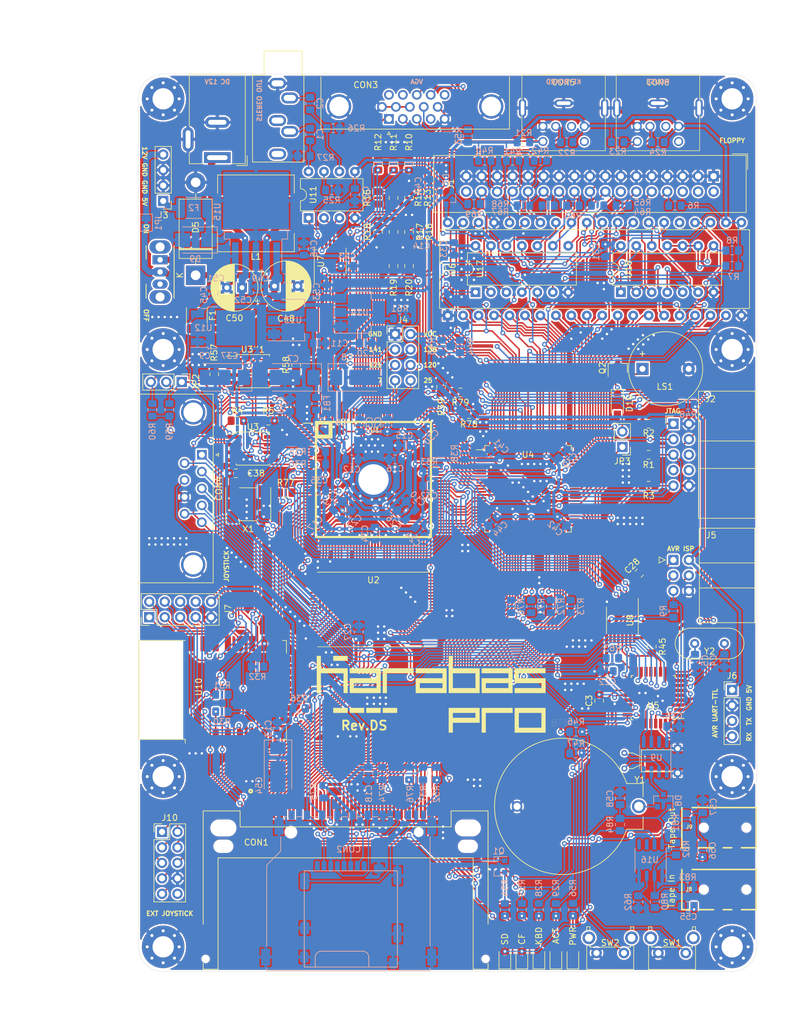
<source format=kicad_pcb>
(kicad_pcb (version 20171130) (host pcbnew 5.1.10-88a1d61d58~88~ubuntu20.04.1)
  (layers (0 F.Cu signal) (31 B.Cu signal) (34 B.Paste user) (35 F.Paste user) (36 B.SilkS user) (37 F.SilkS user) (38 B.Mask user) (39 F.Mask user) (44 Edge.Cuts user))
  (net 0 "")
  (net 1 "Net-(CON1-Pad46)")
  (net 2 "Net-(CON1-Pad36)")
  (net 3 "Net-(CON3-Pad9)")
  (net 4 "Net-(BT1-Pad1)")
  (net 5 GND)
  (net 6 VCC3_3)
  (net 7 VCC1_2)
  (net 8 VCC2_5)
  (net 9 /CONF_DONE)
  (net 10 /CLK_50MHZ)
  (net 11 /TDO)
  (net 12 /TMS)
  (net 13 /TCK)
  (net 14 /TDI)
  (net 15 /NCONFIG)
  (net 16 /DATA0)
  (net 17 /DCLK)
  (net 18 /NSTATUS)
  (net 19 /NCSO)
  (net 20 /ASDO)
  (net 21 /MA16)
  (net 22 /MA20)
  (net 23 /MD7)
  (net 24 /MD6)
  (net 25 /MD5)
  (net 26 /MD4)
  (net 27 /MD3)
  (net 28 /MD2)
  (net 29 /MD1)
  (net 30 /MD0)
  (net 31 /MA1)
  (net 32 /MA2)
  (net 33 /MA3)
  (net 34 /MA4)
  (net 35 /MA5)
  (net 36 /MA6)
  (net 37 /MA7)
  (net 38 /MA17)
  (net 39 /MA18)
  (net 40 /MA19)
  (net 41 /MA8)
  (net 42 /MA9)
  (net 43 /MA10)
  (net 44 /MA11)
  (net 45 /MA12)
  (net 46 /MA13)
  (net 47 /MA14)
  (net 48 /MA0)
  (net 49 /MA15)
  (net 50 /~MWR)
  (net 51 /~MRD)
  (net 52 "Net-(R4-Pad1)")
  (net 53 "Net-(R5-Pad1)")
  (net 54 "Net-(CON2-Pad8)")
  (net 55 /FDC_SIDE)
  (net 56 /~FDC_WPRT)
  (net 57 /~FDC_TR00)
  (net 58 /~FDC_WGATE)
  (net 59 /~FDC_WDATA)
  (net 60 /~FDC_STEP)
  (net 61 /~FDC_DIR)
  (net 62 /~FDC_MOTOR)
  (net 63 /~FDC_DRIVE1)
  (net 64 /~FDC_DRIVE0)
  (net 65 /~FDC_INDEX)
  (net 66 VCC)
  (net 67 "Net-(R7-Pad2)")
  (net 68 /FDC_IP)
  (net 69 /FDC_INTRQ)
  (net 70 /FDC_DRQ)
  (net 71 /FDC_SR)
  (net 72 /FDC_SL)
  (net 73 /FDC_DIR)
  (net 74 /FDC_STEP)
  (net 75 /D7)
  (net 76 /FDC_WF_DE)
  (net 77 /D6)
  (net 78 /FDC_RDY)
  (net 79 /D5)
  (net 80 /FDC_WD)
  (net 81 /D4)
  (net 82 /FDC_WGATE)
  (net 83 /D3)
  (net 84 /FDC_TR43)
  (net 85 /D2)
  (net 86 /D1)
  (net 87 /~FDC_RAWR)
  (net 88 /D0)
  (net 89 /FDC_A1)
  (net 90 /FDC_A0)
  (net 91 /~RD)
  (net 92 /~WR)
  (net 93 /~FDC_SIDE)
  (net 94 /FDC_DS1)
  (net 95 /FDC_DS0)
  (net 96 /~FDC_CS)
  (net 97 /~FDC_RDATA)
  (net 98 /~FDC_RST)
  (net 99 /FDC_RCLK)
  (net 100 /FDC_CLK)
  (net 101 /FDC_HLT)
  (net 102 /~SD_CS)
  (net 103 /SND_BS)
  (net 104 /SND_WS)
  (net 105 /SND_DAT)
  (net 106 /VGA_B2)
  (net 107 /VGA_B1)
  (net 108 /VGA_B0)
  (net 109 /VGA_G2)
  (net 110 /VGA_G1)
  (net 111 /VGA_G0)
  (net 112 /VGA_R2)
  (net 113 /VGA_R1)
  (net 114 /VGA_R0)
  (net 115 /VGA_VS)
  (net 116 /VGA_HS)
  (net 117 /WD10)
  (net 118 /WD9)
  (net 119 /WD8)
  (net 120 /~WRESET)
  (net 121 /~WWR)
  (net 122 /~WRD)
  (net 123 /WD15)
  (net 124 /WD14)
  (net 125 /WD13)
  (net 126 /WD12)
  (net 127 /WD11)
  (net 128 /WD2)
  (net 129 /WD1)
  (net 130 /WD0)
  (net 131 /WA0)
  (net 132 /WA1)
  (net 133 /WA2)
  (net 134 /~WCS1)
  (net 135 /WD7)
  (net 136 /WD6)
  (net 137 /WD5)
  (net 138 /WD4)
  (net 139 /WD3)
  (net 140 /UART_RX)
  (net 141 /UART_TX)
  (net 142 /UART_CTS)
  (net 143 /LAVR_MOSI)
  (net 144 /LAVR_SCK)
  (net 145 /~LAVR_CS)
  (net 146 /LAVR_MISO)
  (net 147 /LSND_DAT)
  (net 148 /LSND_WS)
  (net 149 /LSND_BS)
  (net 150 /~WCS0)
  (net 151 /CPLD_CLK2)
  (net 152 /CPLD_CLK)
  (net 153 /SD15)
  (net 154 /SD14)
  (net 155 /SD13)
  (net 156 /SD12)
  (net 157 /SD11)
  (net 158 /SD10)
  (net 159 /SD9)
  (net 160 /SD8)
  (net 161 /SD7)
  (net 162 /SD6)
  (net 163 /SD5)
  (net 164 /SD4)
  (net 165 /SD3)
  (net 166 /SD2)
  (net 167 /SD1)
  (net 168 /SD0)
  (net 169 /SA1)
  (net 170 /SA0)
  (net 171 /SDIR)
  (net 172 /~RESET)
  (net 173 "Net-(U9-Pad2)")
  (net 174 /AVR_MOSI)
  (net 175 /AVR_SCK)
  (net 176 /~AVR_CS)
  (net 177 /AVR_MISO)
  (net 178 /SND_R)
  (net 179 "Net-(C1-Pad1)")
  (net 180 /SND_L)
  (net 181 "Net-(R25-Pad1)")
  (net 182 "Net-(C2-Pad1)")
  (net 183 /I2C_SCL)
  (net 184 /I2C_SDA)
  (net 185 /VS)
  (net 186 /HS)
  (net 187 /B)
  (net 188 /G)
  (net 189 /R)
  (net 190 /PS2_KB_DATA)
  (net 191 /PS2_KB_CLK)
  (net 192 /PS2_MS_DATA)
  (net 193 /PS2_MS_CLK)
  (net 194 "Net-(C3-Pad2)")
  (net 195 /AVR_XT1)
  (net 196 /AVR_XT2)
  (net 197 /~AVR_RESET)
  (net 198 /AVR_TX)
  (net 199 /AVR_RX)
  (net 200 /LED1)
  (net 201 /LED2)
  (net 202 /BTN2)
  (net 203 /BTN1)
  (net 204 /JOY_RIGHT)
  (net 205 /JOY_LEFT)
  (net 206 /JOY_DOWN)
  (net 207 /JOY_UP)
  (net 208 /JOY_FIRE2)
  (net 209 /JOY_FIRE1)
  (net 210 /TDI1)
  (net 211 "Net-(R30-Pad1)")
  (net 212 "Net-(R31-Pad1)")
  (net 213 "Net-(R32-Pad2)")
  (net 214 /FDC_WDATA)
  (net 215 "Net-(U9-Pad1)")
  (net 216 /PIN_121)
  (net 217 /PIN_120)
  (net 218 /PIN_138)
  (net 219 /PIN_141)
  (net 220 "Net-(D3-Pad3)")
  (net 221 +12V)
  (net 222 /~SD_DET)
  (net 223 "Net-(CON8-Pad1)")
  (net 224 "Net-(D5-Pad1)")
  (net 225 "Net-(J3-Pad4)")
  (net 226 "Net-(Q1-Pad2)")
  (net 227 /SD_DI)
  (net 228 /NCSO2)
  (net 229 /NCSO1)
  (net 230 "Net-(R57-Pad1)")
  (net 231 "Net-(R58-Pad1)")
  (net 232 /ESP_GPIO5)
  (net 233 /ESP_GPIO4)
  (net 234 /ESP_GPIO0)
  (net 235 /ESP_GPIO2)
  (net 236 /ESP_GPIO12)
  (net 237 /ESP_GPIO14)
  (net 238 /ESP_GPIO16)
  (net 239 /ESP_ADC)
  (net 240 /LFDC_STEP)
  (net 241 "Net-(C11-Pad1)")
  (net 242 /~LWCS0)
  (net 243 /~LWCS1)
  (net 244 /~LWRD)
  (net 245 /~LWWR)
  (net 246 "Net-(CON1-Pad44)")
  (net 247 "Net-(R77-Pad1)")
  (net 248 "Net-(R78-Pad1)")
  (net 249 "Net-(R79-Pad1)")
  (net 250 "Net-(D8-Pad3)")
  (net 251 /LED_BUSY)
  (net 252 "Net-(F1-Pad1)")
  (net 253 "Net-(F2-Pad1)")
  (net 254 "Net-(C55-Pad1)")
  (net 255 "Net-(C56-Pad1)")
  (net 256 TAPE_IN)
  (net 257 "Net-(C55-Pad2)")
  (net 258 "Net-(R80-Pad2)")
  (net 259 "Net-(C56-Pad2)")
  (net 260 TAPE_OUT)
  (net 261 /BEEPER)
  (net 262 /PIN_25)
  (net 263 /PIN_7)
  (net 264 /JOY_R2)
  (net 265 /L1)
  (net 266 /L2)
  (net 267 /L4)
  (net 268 /L5)
  (net 269 /L3)
  (net 270 "Net-(D10-Pad2)")
  (net 271 "Net-(D10-Pad1)")
  (net 272 "Net-(LS1-Pad1)")
  (module footprints:karabas_pro_logo2 (layer F.Cu) (at 147.32 127)
    (fp_text reference G*** hide)
    (fp_text value LOGO hide)
  )
  (module footprints:karabas_pro_logo4_copper (layer B.Cu) (at 152.4 131.826 180)
    (fp_text reference G*** hide)
    (fp_text value LOGO hide)
  )
  (module footprints:TE_1734451-1-LONG (layer F.Cu) (at 133.096 145.796)
    (fp_text reference CON1 (at -14.6685 5.715) (layer F.SilkS))
    (fp_text value CF-CARD)
    (pad S1 smd rect (at 23.622 13.208) (size 2.5 3) (layers F.Cu F.Paste F.Mask))
    (pad S1 smd rect (at -23.64 13.208) (size 2.5 3) (layers F.Cu F.Paste F.Mask))
    (pad S1 smd rect (at 23.68 7.11) (size 2.5 3) (layers F.Cu F.Paste F.Mask))
    (pad S1 smd rect (at -23.64 7.13) (size 2.5 3) (layers F.Cu F.Paste F.Mask))
    (pad 1 smd rect (at -15.5575 0) (size 0.4 3.5) (layers F.Cu F.Paste F.Mask) (net 5 GND))
    (pad "" np_thru_hole oval (at -20.08 3.35) (size 3.8 2.3) (drill oval 3.8 2.3) (layers *.Cu *.Mask))
    (pad "" np_thru_hole oval (at -20.08 6.35) (size 2.8 1.7) (drill oval 2.8 1.7) (layers *.Cu *.Mask))
    (pad "" np_thru_hole oval (at 20.08 3.35) (size 3.8 2.3) (drill oval 3.8 2.3) (layers *.Cu *.Mask))
    (pad "" np_thru_hole oval (at 20.08 6.35) (size 2.8 1.7) (drill oval 2.8 1.7) (layers *.Cu *.Mask))
    (pad S1 smd rect (at -23.54 21.35) (size 2.5 3) (layers F.Cu F.Paste F.Mask))
    (pad S2 smd rect (at 23.54 21.35) (size 2.5 3) (layers F.Cu F.Paste F.Mask))
    (pad None np_thru_hole circle (at -23 24.85) (size 0.9 0.9) (drill 0.9) (layers *.Cu *.Mask))
    (pad None np_thru_hole circle (at 23 24.85) (size 0.9 0.9) (drill 0.9) (layers *.Cu *.Mask))
    (pad 2 smd rect (at -14.2875 0) (size 0.4 3.5) (layers F.Cu F.Paste F.Mask) (net 139 /WD3))
    (pad 3 smd rect (at -13.0175 0) (size 0.4 3.5) (layers F.Cu F.Paste F.Mask) (net 138 /WD4))
    (pad 4 smd rect (at -11.7475 0) (size 0.4 3.5) (layers F.Cu F.Paste F.Mask) (net 137 /WD5))
    (pad 5 smd rect (at -10.4775 0) (size 0.4 3.5) (layers F.Cu F.Paste F.Mask) (net 136 /WD6))
    (pad 6 smd rect (at -9.2075 0) (size 0.4 3.5) (layers F.Cu F.Paste F.Mask) (net 135 /WD7))
    (pad 7 smd rect (at -7.9375 0) (size 0.4 3.5) (layers F.Cu F.Paste F.Mask) (net 150 /~WCS0))
    (pad 8 smd rect (at -6.6675 0) (size 0.4 3.5) (layers F.Cu F.Paste F.Mask) (net 5 GND))
    (pad 9 smd rect (at -5.3975 0) (size 0.4 3.5) (layers F.Cu F.Paste F.Mask) (net 5 GND))
    (pad 10 smd rect (at -4.1275 0) (size 0.4 3.5) (layers F.Cu F.Paste F.Mask) (net 5 GND))
    (pad 11 smd rect (at -2.8575 0) (size 0.4 3.5) (layers F.Cu F.Paste F.Mask) (net 5 GND))
    (pad 12 smd rect (at -1.5875 0) (size 0.4 3.5) (layers F.Cu F.Paste F.Mask) (net 5 GND))
    (pad 13 smd rect (at -0.3175 0) (size 0.4 3.5) (layers F.Cu F.Paste F.Mask) (net 6 VCC3_3))
    (pad 14 smd rect (at 0.9525 0) (size 0.4 3.5) (layers F.Cu F.Paste F.Mask) (net 5 GND))
    (pad 15 smd rect (at 2.2225 0) (size 0.4 3.5) (layers F.Cu F.Paste F.Mask) (net 5 GND))
    (pad 16 smd rect (at 3.4925 0) (size 0.4 3.5) (layers F.Cu F.Paste F.Mask) (net 5 GND))
    (pad 17 smd rect (at 4.7625 0) (size 0.4 3.5) (layers F.Cu F.Paste F.Mask) (net 5 GND))
    (pad 18 smd rect (at 6.0325 0) (size 0.4 3.5) (layers F.Cu F.Paste F.Mask) (net 133 /WA2))
    (pad 19 smd rect (at 7.3025 0) (size 0.4 3.5) (layers F.Cu F.Paste F.Mask) (net 132 /WA1))
    (pad 20 smd rect (at 8.5725 0) (size 0.4 3.5) (layers F.Cu F.Paste F.Mask) (net 131 /WA0))
    (pad 21 smd rect (at 9.8425 0) (size 0.4 3.5) (layers F.Cu F.Paste F.Mask) (net 130 /WD0))
    (pad 22 smd rect (at 11.1125 0) (size 0.4 3.5) (layers F.Cu F.Paste F.Mask) (net 129 /WD1))
    (pad 23 smd rect (at 12.3825 0) (size 0.4 3.5) (layers F.Cu F.Paste F.Mask) (net 128 /WD2))
    (pad 24 smd rect (at 13.6525 0) (size 0.4 3.5) (layers F.Cu F.Paste F.Mask))
    (pad 25 smd rect (at 14.9225 0) (size 0.4 3.5) (layers F.Cu F.Paste F.Mask))
    (pad 26 smd rect (at -14.9225 0) (size 0.4 3.5) (layers F.Cu F.Paste F.Mask))
    (pad 27 smd rect (at -13.6525 0) (size 0.4 3.5) (layers F.Cu F.Paste F.Mask) (net 127 /WD11))
    (pad 28 smd rect (at -12.3825 0) (size 0.4 3.5) (layers F.Cu F.Paste F.Mask) (net 126 /WD12))
    (pad 29 smd rect (at -11.1125 0) (size 0.4 3.5) (layers F.Cu F.Paste F.Mask) (net 125 /WD13))
    (pad 30 smd rect (at -9.8425 0) (size 0.4 3.5) (layers F.Cu F.Paste F.Mask) (net 124 /WD14))
    (pad 31 smd rect (at -8.5725 0) (size 0.4 3.5) (layers F.Cu F.Paste F.Mask) (net 123 /WD15))
    (pad 32 smd rect (at -7.3025 0) (size 0.4 3.5) (layers F.Cu F.Paste F.Mask) (net 134 /~WCS1))
    (pad 33 smd rect (at -6.0325 0) (size 0.4 3.5) (layers F.Cu F.Paste F.Mask))
    (pad 34 smd rect (at -4.7625 0) (size 0.4 3.5) (layers F.Cu F.Paste F.Mask) (net 122 /~WRD))
    (pad 35 smd rect (at -3.4925 0) (size 0.4 3.5) (layers F.Cu F.Paste F.Mask) (net 121 /~WWR))
    (pad 36 smd rect (at -2.2225 0) (size 0.4 3.5) (layers F.Cu F.Paste F.Mask) (net 2 "Net-(CON1-Pad36)"))
    (pad 37 smd rect (at -0.9525 0) (size 0.4 3.5) (layers F.Cu F.Paste F.Mask))
    (pad 38 smd rect (at 0.3175 0) (size 0.4 3.5) (layers F.Cu F.Paste F.Mask) (net 6 VCC3_3))
    (pad 39 smd rect (at 1.5875 0) (size 0.4 3.5) (layers F.Cu F.Paste F.Mask) (net 5 GND))
    (pad 40 smd rect (at 2.8575 0) (size 0.4 3.5) (layers F.Cu F.Paste F.Mask))
    (pad 41 smd rect (at 4.1275 0) (size 0.4 3.5) (layers F.Cu F.Paste F.Mask) (net 120 /~WRESET))
    (pad 42 smd rect (at 5.3975 0) (size 0.4 3.5) (layers F.Cu F.Paste F.Mask))
    (pad 43 smd rect (at 6.6675 0) (size 0.4 3.5) (layers F.Cu F.Paste F.Mask))
    (pad 44 smd rect (at 7.9375 0) (size 0.4 3.5) (layers F.Cu F.Paste F.Mask) (net 246 "Net-(CON1-Pad44)"))
    (pad 45 smd rect (at 9.2075 0) (size 0.4 3.5) (layers F.Cu F.Paste F.Mask) (net 251 /LED_BUSY))
    (pad 46 smd rect (at 10.4775 0) (size 0.4 3.5) (layers F.Cu F.Paste F.Mask) (net 1 "Net-(CON1-Pad46)"))
    (pad 47 smd rect (at 11.7475 0) (size 0.4 3.5) (layers F.Cu F.Paste F.Mask) (net 119 /WD8))
    (pad 48 smd rect (at 13.0175 0) (size 0.4 3.5) (layers F.Cu F.Paste F.Mask) (net 118 /WD9))
    (pad 49 smd rect (at 14.2875 0) (size 0.4 3.5) (layers F.Cu F.Paste F.Mask) (net 117 /WD10))
    (pad 50 smd rect (at 15.5575 0) (size 0.4 3.5) (layers F.Cu F.Paste F.Mask) (net 5 GND))
  )
  (module Resistor_SMD:R_0805_2012Metric_Pad1.20x1.40mm_HandSolder (layer B.Cu) (at 189.357 79.629)
    (fp_text reference R48 (at 0 1.65) (layer B.SilkS) (effects (justify mirror)))
    (fp_text value 15k)
    (pad 2 smd roundrect (at 1 0) (size 1.2 1.4) (layers B.Cu B.Paste B.Mask) (roundrect_rratio 0.2083325) (net 6 VCC3_3))
    (pad 1 smd roundrect (at -1 0) (size 1.2 1.4) (layers B.Cu B.Paste B.Mask) (roundrect_rratio 0.2083325) (net 271 "Net-(D10-Pad1)"))
  )
  (module footprints:OSHW-Logo2_7.3x6mm_Mask (layer F.Cu) (at 152.7175 108.077)
    (fp_text reference REF** hide)
    (fp_text value OSHW-Logo2_7.3x6mm_Mask hide)
  )
  (module Package_TO_SOT_SMD:SOT-23 (layer F.Cu) (at 177.8 73.66 90)
    (fp_text reference Q2 (at 0 -2.5 270) (layer F.SilkS))
    (fp_text value BC847)
    (pad 3 smd rect (at 1 0 90) (size 0.9 0.8) (layers F.Cu F.Paste F.Mask) (net 6 VCC3_3))
    (pad 2 smd rect (at -1 0.95 90) (size 0.9 0.8) (layers F.Cu F.Paste F.Mask) (net 272 "Net-(LS1-Pad1)"))
    (pad 1 smd rect (at -1 -0.95 90) (size 0.9 0.8) (layers F.Cu F.Paste F.Mask) (net 271 "Net-(D10-Pad1)"))
  )
  (module Diode_SMD:D_SOD-123 (layer F.Cu) (at 177.7365 79.4385 270)
    (fp_text reference D10 (at 0 -2 90) (layer F.SilkS))
    (fp_text value 1N4148W)
    (pad 2 smd rect (at 1.65 0 270) (size 0.9 1.2) (layers F.Cu F.Paste F.Mask) (net 270 "Net-(D10-Pad2)"))
    (pad 1 smd rect (at -1.65 0 270) (size 0.9 1.2) (layers F.Cu F.Paste F.Mask) (net 271 "Net-(D10-Pad1)"))
  )
  (module footprints:ALTERA-QFP-145 (layer F.Cu) (at 137.668 91.948)
    (fp_text reference U1 (at 0.254 -8.128) (layer F.SilkS) (effects (font (size 0.8 0.8))))
    (fp_text value EP4CE10E22C8N)
    (pad 145 thru_hole circle (at 0 0) (size 6 6) (drill 5) (layers *.Cu *.Mask) (net 5 GND))
    (pad 145 smd rect (at 0 0) (size 6.7 6.7) (layers F.Cu F.Paste F.Mask) (net 5 GND))
    (pad 144 smd oval (at -8.75 -10.7) (size 0.3 1.5) (layers F.Cu F.Paste F.Mask) (net 149 /LSND_BS))
    (pad 143 smd oval (at -8.25 -10.7) (size 0.3 1.5) (layers F.Cu F.Paste F.Mask) (net 148 /LSND_WS))
    (pad 142 smd oval (at -7.75 -10.7) (size 0.3 1.5) (layers F.Cu F.Paste F.Mask) (net 147 /LSND_DAT))
    (pad 141 smd oval (at -7.25 -10.7) (size 0.3 1.5) (layers F.Cu F.Paste F.Mask) (net 219 /PIN_141))
    (pad 140 smd oval (at -6.75 -10.7) (size 0.3 1.5) (layers F.Cu F.Paste F.Mask) (net 5 GND))
    (pad 139 smd oval (at -6.25 -10.7) (size 0.3 1.5) (layers F.Cu F.Paste F.Mask) (net 6 VCC3_3))
    (pad 138 smd oval (at -5.75 -10.7) (size 0.3 1.5) (layers F.Cu F.Paste F.Mask) (net 218 /PIN_138))
    (pad 137 smd oval (at -5.25 -10.7) (size 0.3 1.5) (layers F.Cu F.Paste F.Mask) (net 112 /VGA_R2))
    (pad 136 smd oval (at -4.75 -10.7) (size 0.3 1.5) (layers F.Cu F.Paste F.Mask) (net 113 /VGA_R1))
    (pad 135 smd oval (at -4.25 -10.7) (size 0.3 1.5) (layers F.Cu F.Paste F.Mask) (net 114 /VGA_R0))
    (pad 134 smd oval (at -3.75 -10.7) (size 0.3 1.5) (layers F.Cu F.Paste F.Mask) (net 7 VCC1_2))
    (pad 133 smd oval (at -3.25 -10.7) (size 0.3 1.5) (layers F.Cu F.Paste F.Mask) (net 109 /VGA_G2))
    (pad 132 smd oval (at -2.75 -10.7) (size 0.3 1.5) (layers F.Cu F.Paste F.Mask) (net 110 /VGA_G1))
    (pad 131 smd oval (at -2.25 -10.7) (size 0.3 1.5) (layers F.Cu F.Paste F.Mask) (net 5 GND))
    (pad 130 smd oval (at -1.75 -10.7) (size 0.3 1.5) (layers F.Cu F.Paste F.Mask) (net 6 VCC3_3))
    (pad 129 smd oval (at -1.25 -10.7) (size 0.3 1.5) (layers F.Cu F.Paste F.Mask) (net 111 /VGA_G0))
    (pad 128 smd oval (at -0.75 -10.7) (size 0.3 1.5) (layers F.Cu F.Paste F.Mask) (net 106 /VGA_B2))
    (pad 127 smd oval (at -0.25 -10.7) (size 0.3 1.5) (layers F.Cu F.Paste F.Mask) (net 107 /VGA_B1))
    (pad 126 smd oval (at 0.25 -10.7) (size 0.3 1.5) (layers F.Cu F.Paste F.Mask) (net 108 /VGA_B0))
    (pad 125 smd oval (at 0.75 -10.7) (size 0.3 1.5) (layers F.Cu F.Paste F.Mask) (net 116 /VGA_HS))
    (pad 124 smd oval (at 1.25 -10.7) (size 0.3 1.5) (layers F.Cu F.Paste F.Mask) (net 115 /VGA_VS))
    (pad 123 smd oval (at 1.75 -10.7) (size 0.3 1.5) (layers F.Cu F.Paste F.Mask) (net 5 GND))
    (pad 122 smd oval (at 2.25 -10.7) (size 0.3 1.5) (layers F.Cu F.Paste F.Mask) (net 6 VCC3_3))
    (pad 121 smd oval (at 2.75 -10.7) (size 0.3 1.5) (layers F.Cu F.Paste F.Mask) (net 216 /PIN_121))
    (pad 120 smd oval (at 3.25 -10.7) (size 0.3 1.5) (layers F.Cu F.Paste F.Mask) (net 217 /PIN_120))
    (pad 119 smd oval (at 3.75 -10.7) (size 0.3 1.5) (layers F.Cu F.Paste F.Mask) (net 240 /LFDC_STEP))
    (pad 118 smd oval (at 4.25 -10.7) (size 0.3 1.5) (layers F.Cu F.Paste F.Mask) (net 5 GND))
    (pad 117 smd oval (at 4.75 -10.7) (size 0.3 1.5) (layers F.Cu F.Paste F.Mask) (net 6 VCC3_3))
    (pad 116 smd oval (at 5.25 -10.7) (size 0.3 1.5) (layers F.Cu F.Paste F.Mask) (net 7 VCC1_2))
    (pad 115 smd oval (at 5.75 -10.7) (size 0.3 1.5) (layers F.Cu F.Paste F.Mask) (net 227 /SD_DI))
    (pad 114 smd oval (at 6.25 -10.7) (size 0.3 1.5) (layers F.Cu F.Paste F.Mask) (net 172 /~RESET))
    (pad 113 smd oval (at 6.75 -10.7) (size 0.3 1.5) (layers F.Cu F.Paste F.Mask) (net 152 /CPLD_CLK))
    (pad 112 smd oval (at 7.25 -10.7) (size 0.3 1.5) (layers F.Cu F.Paste F.Mask) (net 151 /CPLD_CLK2))
    (pad 111 smd oval (at 7.75 -10.7) (size 0.3 1.5) (layers F.Cu F.Paste F.Mask) (net 171 /SDIR))
    (pad 110 smd oval (at 8.25 -10.7) (size 0.3 1.5) (layers F.Cu F.Paste F.Mask) (net 170 /SA0))
    (pad 109 smd oval (at 8.75 -10.7) (size 0.3 1.5) (layers F.Cu F.Paste F.Mask) (net 7 VCC1_2))
    (pad 108 smd oval (at 10.7 -8.75) (size 1.5 0.3) (layers F.Cu F.Paste F.Mask) (net 5 GND))
    (pad 107 smd oval (at 10.7 -8.25) (size 1.5 0.3) (layers F.Cu F.Paste F.Mask) (net 8 VCC2_5))
    (pad 106 smd oval (at 10.7 -7.75) (size 1.5 0.3) (layers F.Cu F.Paste F.Mask) (net 169 /SA1))
    (pad 105 smd oval (at 10.7 -7.25) (size 1.5 0.3) (layers F.Cu F.Paste F.Mask) (net 168 /SD0))
    (pad 104 smd oval (at 10.7 -6.75) (size 1.5 0.3) (layers F.Cu F.Paste F.Mask) (net 167 /SD1))
    (pad 103 smd oval (at 10.7 -6.25) (size 1.5 0.3) (layers F.Cu F.Paste F.Mask) (net 166 /SD2))
    (pad 102 smd oval (at 10.7 -5.75) (size 1.5 0.3) (layers F.Cu F.Paste F.Mask) (net 7 VCC1_2))
    (pad 101 smd oval (at 10.7 -5.25) (size 1.5 0.3) (layers F.Cu F.Paste F.Mask) (net 165 /SD3))
    (pad 100 smd oval (at 10.7 -4.75) (size 1.5 0.3) (layers F.Cu F.Paste F.Mask) (net 164 /SD4))
    (pad 99 smd oval (at 10.7 -4.25) (size 1.5 0.3) (layers F.Cu F.Paste F.Mask) (net 163 /SD5))
    (pad 98 smd oval (at 10.7 -3.75) (size 1.5 0.3) (layers F.Cu F.Paste F.Mask) (net 162 /SD6))
    (pad 97 smd oval (at 10.7 -3.25) (size 1.5 0.3) (layers F.Cu F.Paste F.Mask) (net 5 GND))
    (pad 96 smd oval (at 10.7 -2.75) (size 1.5 0.3) (layers F.Cu F.Paste F.Mask) (net 8 VCC2_5))
    (pad 95 smd oval (at 10.7 -2.25) (size 1.5 0.3) (layers F.Cu F.Paste F.Mask) (net 5 GND))
    (pad 94 smd oval (at 10.7 -1.75) (size 1.5 0.3) (layers F.Cu F.Paste F.Mask) (net 5 GND))
    (pad 93 smd oval (at 10.7 -1.25) (size 1.5 0.3) (layers F.Cu F.Paste F.Mask) (net 6 VCC3_3))
    (pad 92 smd oval (at 10.7 -0.75) (size 1.5 0.3) (layers F.Cu F.Paste F.Mask) (net 9 /CONF_DONE))
    (pad 91 smd oval (at 10.7 -0.25) (size 1.5 0.3) (layers F.Cu F.Paste F.Mask) (net 222 /~SD_DET))
    (pad 90 smd oval (at 10.7 0.25) (size 1.5 0.3) (layers F.Cu F.Paste F.Mask) (net 143 /LAVR_MOSI))
    (pad 89 smd oval (at 10.7 0.75) (size 1.5 0.3) (layers F.Cu F.Paste F.Mask) (net 144 /LAVR_SCK))
    (pad 88 smd oval (at 10.7 1.25) (size 1.5 0.3) (layers F.Cu F.Paste F.Mask) (net 145 /~LAVR_CS))
    (pad 87 smd oval (at 10.7 1.75) (size 1.5 0.3) (layers F.Cu F.Paste F.Mask) (net 146 /LAVR_MISO))
    (pad 86 smd oval (at 10.7 2.25) (size 1.5 0.3) (layers F.Cu F.Paste F.Mask) (net 261 /BEEPER))
    (pad 85 smd oval (at 10.7 2.75) (size 1.5 0.3) (layers F.Cu F.Paste F.Mask) (net 161 /SD7))
    (pad 84 smd oval (at 10.7 3.25) (size 1.5 0.3) (layers F.Cu F.Paste F.Mask) (net 160 /SD8))
    (pad 83 smd oval (at 10.7 3.75) (size 1.5 0.3) (layers F.Cu F.Paste F.Mask) (net 159 /SD9))
    (pad 82 smd oval (at 10.7 4.25) (size 1.5 0.3) (layers F.Cu F.Paste F.Mask) (net 5 GND))
    (pad 81 smd oval (at 10.7 4.75) (size 1.5 0.3) (layers F.Cu F.Paste F.Mask) (net 6 VCC3_3))
    (pad 80 smd oval (at 10.7 5.25) (size 1.5 0.3) (layers F.Cu F.Paste F.Mask) (net 158 /SD10))
    (pad 79 smd oval (at 10.7 5.75) (size 1.5 0.3) (layers F.Cu F.Paste F.Mask) (net 5 GND))
    (pad 78 smd oval (at 10.7 6.25) (size 1.5 0.3) (layers F.Cu F.Paste F.Mask) (net 7 VCC1_2))
    (pad 77 smd oval (at 10.7 6.75) (size 1.5 0.3) (layers F.Cu F.Paste F.Mask) (net 157 /SD11))
    (pad 76 smd oval (at 10.7 7.25) (size 1.5 0.3) (layers F.Cu F.Paste F.Mask) (net 156 /SD12))
    (pad 75 smd oval (at 10.7 7.75) (size 1.5 0.3) (layers F.Cu F.Paste F.Mask) (net 155 /SD13))
    (pad 74 smd oval (at 10.7 8.25) (size 1.5 0.3) (layers F.Cu F.Paste F.Mask) (net 154 /SD14))
    (pad 73 smd oval (at 10.7 8.75) (size 1.5 0.3) (layers F.Cu F.Paste F.Mask) (net 153 /SD15))
    (pad 72 smd oval (at 8.75 10.7) (size 0.3 1.5) (layers F.Cu F.Paste F.Mask) (net 31 /MA1))
    (pad 71 smd oval (at 8.25 10.7) (size 0.3 1.5) (layers F.Cu F.Paste F.Mask) (net 32 /MA2))
    (pad 70 smd oval (at 7.75 10.7) (size 0.3 1.5) (layers F.Cu F.Paste F.Mask) (net 33 /MA3))
    (pad 69 smd oval (at 7.25 10.7) (size 0.3 1.5) (layers F.Cu F.Paste F.Mask) (net 34 /MA4))
    (pad 68 smd oval (at 6.75 10.7) (size 0.3 1.5) (layers F.Cu F.Paste F.Mask) (net 35 /MA5))
    (pad 67 smd oval (at 6.25 10.7) (size 0.3 1.5) (layers F.Cu F.Paste F.Mask) (net 36 /MA6))
    (pad 66 smd oval (at 5.75 10.7) (size 0.3 1.5) (layers F.Cu F.Paste F.Mask) (net 37 /MA7))
    (pad 65 smd oval (at 5.25 10.7) (size 0.3 1.5) (layers F.Cu F.Paste F.Mask) (net 38 /MA17))
    (pad 64 smd oval (at 4.75 10.7) (size 0.3 1.5) (layers F.Cu F.Paste F.Mask) (net 39 /MA18))
    (pad 63 smd oval (at 4.25 10.7) (size 0.3 1.5) (layers F.Cu F.Paste F.Mask) (net 5 GND))
    (pad 62 smd oval (at 3.75 10.7) (size 0.3 1.5) (layers F.Cu F.Paste F.Mask) (net 6 VCC3_3))
    (pad 61 smd oval (at 3.25 10.7) (size 0.3 1.5) (layers F.Cu F.Paste F.Mask) (net 7 VCC1_2))
    (pad 60 smd oval (at 2.75 10.7) (size 0.3 1.5) (layers F.Cu F.Paste F.Mask) (net 50 /~MWR))
    (pad 59 smd oval (at 2.25 10.7) (size 0.3 1.5) (layers F.Cu F.Paste F.Mask) (net 40 /MA19))
    (pad 58 smd oval (at 1.75 10.7) (size 0.3 1.5) (layers F.Cu F.Paste F.Mask) (net 41 /MA8))
    (pad 57 smd oval (at 1.25 10.7) (size 0.3 1.5) (layers F.Cu F.Paste F.Mask) (net 5 GND))
    (pad 56 smd oval (at 0.75 10.7) (size 0.3 1.5) (layers F.Cu F.Paste F.Mask) (net 6 VCC3_3))
    (pad 55 smd oval (at 0.25 10.7) (size 0.3 1.5) (layers F.Cu F.Paste F.Mask) (net 42 /MA9))
    (pad 54 smd oval (at -0.25 10.7) (size 0.3 1.5) (layers F.Cu F.Paste F.Mask) (net 43 /MA10))
    (pad 53 smd oval (at -0.75 10.7) (size 0.3 1.5) (layers F.Cu F.Paste F.Mask) (net 44 /MA11))
    (pad 52 smd oval (at -1.25 10.7) (size 0.3 1.5) (layers F.Cu F.Paste F.Mask) (net 45 /MA12))
    (pad 51 smd oval (at -1.75 10.7) (size 0.3 1.5) (layers F.Cu F.Paste F.Mask) (net 46 /MA13))
    (pad 50 smd oval (at -2.25 10.7) (size 0.3 1.5) (layers F.Cu F.Paste F.Mask) (net 47 /MA14))
    (pad 49 smd oval (at -2.75 10.7) (size 0.3 1.5) (layers F.Cu F.Paste F.Mask) (net 49 /MA15))
    (pad 48 smd oval (at -3.25 10.7) (size 0.3 1.5) (layers F.Cu F.Paste F.Mask) (net 5 GND))
    (pad 47 smd oval (at -3.75 10.7) (size 0.3 1.5) (layers F.Cu F.Paste F.Mask) (net 6 VCC3_3))
    (pad 46 smd oval (at -4.25 10.7) (size 0.3 1.5) (layers F.Cu F.Paste F.Mask) (net 21 /MA16))
    (pad 45 smd oval (at -4.75 10.7) (size 0.3 1.5) (layers F.Cu F.Paste F.Mask) (net 7 VCC1_2))
    (pad 44 smd oval (at -5.25 10.7) (size 0.3 1.5) (layers F.Cu F.Paste F.Mask) (net 22 /MA20))
    (pad 43 smd oval (at -5.75 10.7) (size 0.3 1.5) (layers F.Cu F.Paste F.Mask) (net 23 /MD7))
    (pad 42 smd oval (at -6.25 10.7) (size 0.3 1.5) (layers F.Cu F.Paste F.Mask) (net 24 /MD6))
    (pad 41 smd oval (at -6.75 10.7) (size 0.3 1.5) (layers F.Cu F.Paste F.Mask) (net 5 GND))
    (pad 40 smd oval (at -7.25 10.7) (size 0.3 1.5) (layers F.Cu F.Paste F.Mask) (net 6 VCC3_3))
    (pad 39 smd oval (at -7.75 10.7) (size 0.3 1.5) (layers F.Cu F.Paste F.Mask) (net 25 /MD5))
    (pad 38 smd oval (at -8.25 10.7) (size 0.3 1.5) (layers F.Cu F.Paste F.Mask) (net 26 /MD4))
    (pad 37 smd oval (at -8.75 10.7) (size 0.3 1.5) (layers F.Cu F.Paste F.Mask) (net 7 VCC1_2))
    (pad 36 smd oval (at -10.7 8.75) (size 1.5 0.3) (layers F.Cu F.Paste F.Mask) (net 5 GND))
    (pad 35 smd oval (at -10.7 8.25) (size 1.5 0.3) (layers F.Cu F.Paste F.Mask) (net 8 VCC2_5))
    (pad 34 smd oval (at -10.7 7.75) (size 1.5 0.3) (layers F.Cu F.Paste F.Mask) (net 51 /~MRD))
    (pad 33 smd oval (at -10.7 7.25) (size 1.5 0.3) (layers F.Cu F.Paste F.Mask) (net 48 /MA0))
    (pad 32 smd oval (at -10.7 6.75) (size 1.5 0.3) (layers F.Cu F.Paste F.Mask) (net 30 /MD0))
    (pad 31 smd oval (at -10.7 6.25) (size 1.5 0.3) (layers F.Cu F.Paste F.Mask) (net 29 /MD1))
    (pad 30 smd oval (at -10.7 5.75) (size 1.5 0.3) (layers F.Cu F.Paste F.Mask) (net 28 /MD2))
    (pad 29 smd oval (at -10.7 5.25) (size 1.5 0.3) (layers F.Cu F.Paste F.Mask) (net 7 VCC1_2))
    (pad 28 smd oval (at -10.7 4.75) (size 1.5 0.3) (layers F.Cu F.Paste F.Mask) (net 27 /MD3))
    (pad 27 smd oval (at -10.7 4.25) (size 1.5 0.3) (layers F.Cu F.Paste F.Mask) (net 5 GND))
    (pad 26 smd oval (at -10.7 3.75) (size 1.5 0.3) (layers F.Cu F.Paste F.Mask) (net 6 VCC3_3))
    (pad 25 smd oval (at -10.7 3.25) (size 1.5 0.3) (layers F.Cu F.Paste F.Mask) (net 262 /PIN_25))
    (pad 24 smd oval (at -10.7 2.75) (size 1.5 0.3) (layers F.Cu F.Paste F.Mask) (net 256 TAPE_IN))
    (pad 23 smd oval (at -10.7 2.25) (size 1.5 0.3) (layers F.Cu F.Paste F.Mask) (net 10 /CLK_50MHZ))
    (pad 22 smd oval (at -10.7 1.75) (size 1.5 0.3) (layers F.Cu F.Paste F.Mask) (net 5 GND))
    (pad 21 smd oval (at -10.7 1.25) (size 1.5 0.3) (layers F.Cu F.Paste F.Mask) (net 5 GND))
    (pad 20 smd oval (at -10.7 0.75) (size 1.5 0.3) (layers F.Cu F.Paste F.Mask) (net 11 /TDO))
    (pad 19 smd oval (at -10.7 0.25) (size 1.5 0.3) (layers F.Cu F.Paste F.Mask) (net 5 GND))
    (pad 18 smd oval (at -10.7 -0.25) (size 1.5 0.3) (layers F.Cu F.Paste F.Mask) (net 12 /TMS))
    (pad 17 smd oval (at -10.7 -0.75) (size 1.5 0.3) (layers F.Cu F.Paste F.Mask) (net 6 VCC3_3))
    (pad 16 smd oval (at -10.7 -1.25) (size 1.5 0.3) (layers F.Cu F.Paste F.Mask) (net 13 /TCK))
    (pad 15 smd oval (at -10.7 -1.75) (size 1.5 0.3) (layers F.Cu F.Paste F.Mask) (net 210 /TDI1))
    (pad 14 smd oval (at -10.7 -2.25) (size 1.5 0.3) (layers F.Cu F.Paste F.Mask) (net 15 /NCONFIG))
    (pad 13 smd oval (at -10.7 -2.75) (size 1.5 0.3) (layers F.Cu F.Paste F.Mask) (net 16 /DATA0))
    (pad 12 smd oval (at -10.7 -3.25) (size 1.5 0.3) (layers F.Cu F.Paste F.Mask) (net 17 /DCLK))
    (pad 11 smd oval (at -10.7 -3.75) (size 1.5 0.3) (layers F.Cu F.Paste F.Mask) (net 102 /~SD_CS))
    (pad 10 smd oval (at -10.7 -4.25) (size 1.5 0.3) (layers F.Cu F.Paste F.Mask) (net 260 TAPE_OUT))
    (pad 9 smd oval (at -10.7 -4.75) (size 1.5 0.3) (layers F.Cu F.Paste F.Mask) (net 18 /NSTATUS))
    (pad 8 smd oval (at -10.7 -5.25) (size 1.5 0.3) (layers F.Cu F.Paste F.Mask) (net 19 /NCSO))
    (pad 7 smd oval (at -10.7 -5.75) (size 1.5 0.3) (layers F.Cu F.Paste F.Mask) (net 263 /PIN_7))
    (pad 6 smd oval (at -10.7 -6.25) (size 1.5 0.3) (layers F.Cu F.Paste F.Mask) (net 20 /ASDO))
    (pad 5 smd oval (at -10.7 -6.75) (size 1.5 0.3) (layers F.Cu F.Paste F.Mask) (net 7 VCC1_2))
    (pad 4 smd oval (at -10.7 -7.25) (size 1.5 0.3) (layers F.Cu F.Paste F.Mask) (net 5 GND))
    (pad 3 smd oval (at -10.7 -7.75) (size 1.5 0.3) (layers F.Cu F.Paste F.Mask) (net 142 /UART_CTS))
    (pad 2 smd oval (at -10.7 -8.25) (size 1.5 0.3) (layers F.Cu F.Paste F.Mask) (net 140 /UART_RX))
    (pad 1 smd rect (at -10.7 -8.75) (size 1.5 0.3) (layers F.Cu F.Paste F.Mask) (net 141 /UART_TX))
  )
  (module footprints:SOIC-8_5.23x5.23mm_P1.27mm-LONG (layer F.Cu) (at 117.856 74.168)
    (fp_text reference U3''1 (at 0 -3.56) (layer F.SilkS))
    (fp_text value W25Q16)
    (pad 8 smd roundrect (at 3.1 -1.905) (size 2.6 0.6) (layers F.Cu F.Paste F.Mask) (net 6 VCC3_3))
    (pad 7 smd roundrect (at 3.1 -0.635) (size 2.6 0.6) (layers F.Cu F.Paste F.Mask) (net 231 "Net-(R58-Pad1)"))
    (pad 6 smd roundrect (at 3.1 0.635) (size 2.6 0.6) (layers F.Cu F.Paste F.Mask) (net 17 /DCLK))
    (pad 5 smd roundrect (at 3.1 1.905) (size 2.6 0.6) (layers F.Cu F.Paste F.Mask) (net 20 /ASDO))
    (pad 4 smd roundrect (at -3.1 1.905) (size 2.6 0.6) (layers F.Cu F.Paste F.Mask) (net 5 GND))
    (pad 3 smd roundrect (at -3.1 0.635) (size 2.6 0.6) (layers F.Cu F.Paste F.Mask) (net 231 "Net-(R58-Pad1)"))
    (pad 2 smd roundrect (at -3.1 -0.635) (size 2.6 0.6) (layers F.Cu F.Paste F.Mask) (net 230 "Net-(R57-Pad1)"))
    (pad 1 smd roundrect (at -3.1 -1.905) (size 2.6 0.6) (layers F.Cu F.Paste F.Mask) (net 228 /NCSO2))
  )
  (module footprints:SOIC-8_5.23x5.23mm_P1.27mm-LONG (layer F.Cu) (at 117.856 86.868)
    (fp_text reference U3 (at 0 -3.56) (layer F.SilkS))
    (fp_text value W25Q16)
    (pad 8 smd roundrect (at 3.1 -1.905) (size 2.6 0.6) (layers F.Cu F.Paste F.Mask) (net 6 VCC3_3))
    (pad 7 smd roundrect (at 3.1 -0.635) (size 2.6 0.6) (layers F.Cu F.Paste F.Mask) (net 53 "Net-(R5-Pad1)"))
    (pad 6 smd roundrect (at 3.1 0.635) (size 2.6 0.6) (layers F.Cu F.Paste F.Mask) (net 17 /DCLK))
    (pad 5 smd roundrect (at 3.1 1.905) (size 2.6 0.6) (layers F.Cu F.Paste F.Mask) (net 20 /ASDO))
    (pad 4 smd roundrect (at -3.1 1.905) (size 2.6 0.6) (layers F.Cu F.Paste F.Mask) (net 5 GND))
    (pad 3 smd roundrect (at -3.1 0.635) (size 2.6 0.6) (layers F.Cu F.Paste F.Mask) (net 53 "Net-(R5-Pad1)"))
    (pad 2 smd roundrect (at -3.1 -0.635) (size 2.6 0.6) (layers F.Cu F.Paste F.Mask) (net 52 "Net-(R4-Pad1)"))
    (pad 1 smd roundrect (at -3.1 -1.905) (size 2.6 0.6) (layers F.Cu F.Paste F.Mask) (net 229 /NCSO1))
  )
  (module Connector_PinHeader_2.54mm:PinHeader_2x05_P2.54mm_Vertical (layer F.Cu) (at 102.9335 149.7965)
    (fp_text reference J10 (at 1.27 -2.33) (layer F.SilkS))
    (fp_text value "Ext Joystick")
    (pad 10 thru_hole oval (at 2.54 10.16) (size 1.7 1.7) (drill 1) (layers *.Cu *.Mask))
    (pad 9 thru_hole oval (at 0 10.16) (size 1.7 1.7) (drill 1) (layers *.Cu *.Mask) (net 208 /JOY_FIRE2))
    (pad 8 thru_hole oval (at 2.54 7.62) (size 1.7 1.7) (drill 1) (layers *.Cu *.Mask) (net 5 GND))
    (pad 7 thru_hole oval (at 0 7.62) (size 1.7 1.7) (drill 1) (layers *.Cu *.Mask) (net 201 /LED2))
    (pad 6 thru_hole oval (at 2.54 5.08) (size 1.7 1.7) (drill 1) (layers *.Cu *.Mask) (net 209 /JOY_FIRE1))
    (pad 5 thru_hole oval (at 0 5.08) (size 1.7 1.7) (drill 1) (layers *.Cu *.Mask) (net 66 VCC))
    (pad 4 thru_hole oval (at 2.54 2.54) (size 1.7 1.7) (drill 1) (layers *.Cu *.Mask) (net 264 /JOY_R2))
    (pad 3 thru_hole oval (at 0 2.54) (size 1.7 1.7) (drill 1) (layers *.Cu *.Mask) (net 205 /JOY_LEFT))
    (pad 2 thru_hole oval (at 2.54 0) (size 1.7 1.7) (drill 1) (layers *.Cu *.Mask) (net 206 /JOY_DOWN))
    (pad 1 thru_hole rect (at 0 0) (size 1.7 1.7) (drill 1) (layers *.Cu *.Mask) (net 207 /JOY_UP))
  )
  (module Connector_PinHeader_2.54mm:PinHeader_1x02_P2.54mm_Vertical (layer F.Cu) (at 178.562 86.614 180)
    (fp_text reference JP3 (at 0 -2.33) (layer F.SilkS))
    (fp_text value "Beeper enabled")
    (pad 2 thru_hole oval (at 0 2.54 180) (size 1.7 1.7) (drill 1) (layers *.Cu *.Mask) (net 270 "Net-(D10-Pad2)"))
    (pad 1 thru_hole rect (at 0 0 180) (size 1.7 1.7) (drill 1) (layers *.Cu *.Mask) (net 261 /BEEPER))
  )
  (module Buzzer_Beeper:Buzzer_12x9.5RM7.6 (layer F.Cu) (at 181.864 73.787)
    (fp_text reference LS1 (at 3.683 2.921) (layer F.SilkS))
    (fp_text value Beeper)
    (fp_text user + (at -0.01 -2.54) (layer F.SilkS))
    (pad 2 thru_hole circle (at 7.6 0) (size 2 2) (drill 1) (layers *.Cu *.Mask) (net 5 GND))
    (pad 1 thru_hole rect (at 0 0) (size 2 2) (drill 1) (layers *.Cu *.Mask) (net 272 "Net-(LS1-Pad1)"))
  )
  (module Capacitor_SMD:C_0805_2012Metric_Pad1.18x1.45mm_HandSolder (layer B.Cu) (at 178.181 144.272 90)
    (fp_text reference C58 (at -0.0635 -1.651 90) (layer B.SilkS) (effects (justify mirror)))
    (fp_text value 100n)
    (pad 2 smd roundrect (at 1.0375 0 90) (size 1.175 1.45) (layers B.Cu B.Paste B.Mask) (roundrect_rratio 0.2127659574468085) (net 5 GND))
    (pad 1 smd roundrect (at -1.0375 0 90) (size 1.175 1.45) (layers B.Cu B.Paste B.Mask) (roundrect_rratio 0.2127659574468085) (net 6 VCC3_3))
  )
  (module Resistor_SMD:R_0805_2012Metric_Pad1.20x1.40mm_HandSolder (layer B.Cu) (at 178.181 148.59 270)
    (fp_text reference R84 (at 0 1.65 90) (layer B.SilkS) (effects (justify mirror)))
    (fp_text value 1k)
    (pad 2 smd roundrect (at 1 0 270) (size 1.2 1.4) (layers B.Cu B.Paste B.Mask) (roundrect_rratio 0.2083325) (net 256 TAPE_IN))
    (pad 1 smd roundrect (at -1 0 270) (size 1.2 1.4) (layers B.Cu B.Paste B.Mask) (roundrect_rratio 0.2083325) (net 6 VCC3_3))
  )
  (module Resistor_SMD:R_0805_2012Metric_Pad1.20x1.40mm_HandSolder (layer B.Cu) (at 189.2935 158.877)
    (fp_text reference R83 (at 0 -1.651) (layer B.SilkS) (effects (justify mirror)))
    (fp_text value 1k)
    (pad 2 smd roundrect (at 1 0) (size 1.2 1.4) (layers B.Cu B.Paste B.Mask) (roundrect_rratio 0.2083325) (net 5 GND))
    (pad 1 smd roundrect (at -1 0) (size 1.2 1.4) (layers B.Cu B.Paste B.Mask) (roundrect_rratio 0.2083325) (net 258 "Net-(R80-Pad2)"))
  )
  (module Resistor_SMD:R_0805_2012Metric_Pad1.20x1.40mm_HandSolder (layer B.Cu) (at 187.3885 152.5905 270)
    (fp_text reference R82 (at 0 -1.651 90) (layer B.SilkS) (effects (justify mirror)))
    (fp_text value 1k)
    (pad 2 smd roundrect (at 1 0 270) (size 1.2 1.4) (layers B.Cu B.Paste B.Mask) (roundrect_rratio 0.2083325) (net 258 "Net-(R80-Pad2)"))
    (pad 1 smd roundrect (at -1 0 270) (size 1.2 1.4) (layers B.Cu B.Paste B.Mask) (roundrect_rratio 0.2083325) (net 6 VCC3_3))
  )
  (module Resistor_SMD:R_0805_2012Metric_Pad1.20x1.40mm_HandSolder (layer B.Cu) (at 188.976 147.7645 270)
    (fp_text reference R81 (at 0.508 1.651 90) (layer B.SilkS) (effects (justify mirror)))
    (fp_text value 33k)
    (pad 2 smd roundrect (at 1 0 270) (size 1.2 1.4) (layers B.Cu B.Paste B.Mask) (roundrect_rratio 0.2083325) (net 260 TAPE_OUT))
    (pad 1 smd roundrect (at -1 0 270) (size 1.2 1.4) (layers B.Cu B.Paste B.Mask) (roundrect_rratio 0.2083325) (net 259 "Net-(C56-Pad2)"))
  )
  (module Resistor_SMD:R_0805_2012Metric_Pad1.20x1.40mm_HandSolder (layer B.Cu) (at 183.896 161.2265 90)
    (fp_text reference R80 (at 0 1.65 90) (layer B.SilkS) (effects (justify mirror)))
    (fp_text value 10k)
    (pad 2 smd roundrect (at 1 0 90) (size 1.2 1.4) (layers B.Cu B.Paste B.Mask) (roundrect_rratio 0.2083325) (net 258 "Net-(R80-Pad2)"))
    (pad 1 smd roundrect (at -1 0 90) (size 1.2 1.4) (layers B.Cu B.Paste B.Mask) (roundrect_rratio 0.2083325) (net 257 "Net-(C55-Pad2)"))
  )
  (module Resistor_SMD:R_0805_2012Metric_Pad1.20x1.40mm_HandSolder (layer B.Cu) (at 181.1655 161.29 270)
    (fp_text reference R62 (at 0 1.65 90) (layer B.SilkS) (effects (justify mirror)))
    (fp_text value 1M)
    (pad 2 smd roundrect (at 1 0 270) (size 1.2 1.4) (layers B.Cu B.Paste B.Mask) (roundrect_rratio 0.2083325) (net 5 GND))
    (pad 1 smd roundrect (at -1 0 270) (size 1.2 1.4) (layers B.Cu B.Paste B.Mask) (roundrect_rratio 0.2083325) (net 257 "Net-(C55-Pad2)"))
  )
  (module Capacitor_SMD:C_0805_2012Metric_Pad1.18x1.45mm_HandSolder (layer B.Cu) (at 191.77 145.6055 270)
    (fp_text reference C57 (at 0.0635 -1.778 90) (layer B.SilkS) (effects (justify mirror)))
    (fp_text value 3n3)
    (pad 2 smd roundrect (at 1.0375 0 270) (size 1.175 1.45) (layers B.Cu B.Paste B.Mask) (roundrect_rratio 0.2127659574468085) (net 259 "Net-(C56-Pad2)"))
    (pad 1 smd roundrect (at -1.0375 0 270) (size 1.175 1.45) (layers B.Cu B.Paste B.Mask) (roundrect_rratio 0.2127659574468085) (net 5 GND))
  )
  (module Capacitor_SMD:C_0805_2012Metric_Pad1.18x1.45mm_HandSolder (layer B.Cu) (at 191.7065 152.8445 90)
    (fp_text reference C56 (at 0 1.68 90) (layer B.SilkS) (effects (justify mirror)))
    (fp_text value 100n)
    (pad 2 smd roundrect (at 1.0375 0 90) (size 1.175 1.45) (layers B.Cu B.Paste B.Mask) (roundrect_rratio 0.2127659574468085) (net 259 "Net-(C56-Pad2)"))
    (pad 1 smd roundrect (at -1.0375 0 90) (size 1.175 1.45) (layers B.Cu B.Paste B.Mask) (roundrect_rratio 0.2127659574468085) (net 255 "Net-(C56-Pad1)"))
  )
  (module Capacitor_SMD:C_0805_2012Metric_Pad1.18x1.45mm_HandSolder (layer B.Cu) (at 189.2935 161.9885 180)
    (fp_text reference C55 (at -0.127 -1.7145) (layer B.SilkS) (effects (justify mirror)))
    (fp_text value 100n)
    (pad 2 smd roundrect (at 1.0375 0 180) (size 1.175 1.45) (layers B.Cu B.Paste B.Mask) (roundrect_rratio 0.2127659574468085) (net 257 "Net-(C55-Pad2)"))
    (pad 1 smd roundrect (at -1.0375 0 180) (size 1.175 1.45) (layers B.Cu B.Paste B.Mask) (roundrect_rratio 0.2127659574468085) (net 254 "Net-(C55-Pad1)"))
  )
  (module Package_SO:SO-8_3.9x4.9mm_P1.27mm (layer B.Cu) (at 183.1975 154.432 90)
    (fp_text reference U16 (at 0.0635 -0.127) (layer B.SilkS) (effects (justify mirror)))
    (fp_text value LM311)
    (pad 8 smd roundrect (at 2.575 1.905 90) (size 1.75 0.6) (layers B.Cu B.Paste B.Mask) (net 6 VCC3_3))
    (pad 7 smd roundrect (at 2.575 0.635 90) (size 1.75 0.6) (layers B.Cu B.Paste B.Mask) (net 256 TAPE_IN))
    (pad 6 smd roundrect (at 2.575 -0.635 90) (size 1.75 0.6) (layers B.Cu B.Paste B.Mask))
    (pad 5 smd roundrect (at 2.575 -1.905 90) (size 1.75 0.6) (layers B.Cu B.Paste B.Mask))
    (pad 4 smd roundrect (at -2.575 -1.905 90) (size 1.75 0.6) (layers B.Cu B.Paste B.Mask) (net 5 GND))
    (pad 3 smd roundrect (at -2.575 -0.635 90) (size 1.75 0.6) (layers B.Cu B.Paste B.Mask) (net 257 "Net-(C55-Pad2)"))
    (pad 2 smd roundrect (at -2.575 0.635 90) (size 1.75 0.6) (layers B.Cu B.Paste B.Mask) (net 258 "Net-(R80-Pad2)"))
    (pad 1 smd roundrect (at -2.575 1.905 90) (size 1.75 0.6) (layers B.Cu B.Paste B.Mask) (net 5 GND))
  )
  (module footprints:AUDIO_JACK_3.5MM_SMD_TRRS (layer F.Cu) (at 200.533 149.098 180)
    (fp_text reference J9 (at 10.9855 0.127 180) (layer F.SilkS) (effects (font (size 0.6096 0.6096) (thickness 0.127))))
    (fp_text value "Tape Out" (at 13.843 -0.127 270) (layer F.SilkS))
    (pad "" np_thru_hole circle (at 8.5979 0 180) (size 1.19888 1.19888) (drill 1.19888) (layers *.Cu *.Mask))
    (pad "" np_thru_hole circle (at 1.59766 0 180) (size 1.19888 1.19888) (drill 1.19888) (layers *.Cu *.Mask))
    (pad T smd rect (at 10.1981 -3.24866 180) (size 1.19888 2.49936) (layers F.Cu F.Paste F.Mask) (net 255 "Net-(C56-Pad1)"))
    (pad R2 smd rect (at 3.19786 -3.24866) (size 1.19888 2.49936) (layers F.Cu F.Paste F.Mask) (net 5 GND))
    (pad R1 smd rect (at 6.1976 -3.24866 180) (size 1.19888 2.49936) (layers F.Cu F.Paste F.Mask))
    (pad S smd rect (at 11.29792 3.24866 180) (size 1.19888 2.49936) (layers F.Cu F.Paste F.Mask) (net 5 GND))
  )
  (module footprints:AUDIO_JACK_3.5MM_SMD_TRRS (layer F.Cu) (at 200.533 159.258 180)
    (fp_text reference J8 (at 11.049 0.0635 180) (layer F.SilkS) (effects (font (size 0.6096 0.6096) (thickness 0.127))))
    (fp_text value "Tape In" (at 13.9065 -0.254 270) (layer F.SilkS))
    (pad "" np_thru_hole circle (at 8.5979 0 180) (size 1.19888 1.19888) (drill 1.19888) (layers *.Cu *.Mask))
    (pad "" np_thru_hole circle (at 1.59766 0 180) (size 1.19888 1.19888) (drill 1.19888) (layers *.Cu *.Mask))
    (pad T smd rect (at 10.1981 -3.24866 180) (size 1.19888 2.49936) (layers F.Cu F.Paste F.Mask) (net 254 "Net-(C55-Pad1)"))
    (pad R2 smd rect (at 3.19786 -3.24866) (size 1.19888 2.49936) (layers F.Cu F.Paste F.Mask) (net 5 GND))
    (pad R1 smd rect (at 6.1976 -3.24866 180) (size 1.19888 2.49936) (layers F.Cu F.Paste F.Mask))
    (pad S smd rect (at 11.29792 3.24866 180) (size 1.19888 2.49936) (layers F.Cu F.Paste F.Mask) (net 5 GND))
  )
  (module footprints:CP_EIA-7343-31_Kemet-D-uni (layer B.Cu) (at 121.9835 139.1285 270)
    (fp_text reference C54 (at 3.048 3.1 270) (layer B.SilkS) (effects (justify mirror)))
    (fp_text value 100uF)
    (pad 1 smd roundrect (at -3.1125 0 270) (size 2.075 2.55) (layers B.Cu B.Paste B.Mask) (roundrect_rratio 0.1204819277108434) (net 6 VCC3_3))
    (pad 2 smd roundrect (at 1.6 0 270) (size 5.075 2.55) (layers B.Cu B.Paste B.Mask) (roundrect_rratio 0.12) (net 5 GND))
  )
  (module Fuse:Fuse_1812_4532Metric_Castellated (layer B.Cu) (at 108.1405 47.371)
    (fp_text reference F2 (at 0 0) (layer B.SilkS) (effects (justify mirror)))
    (fp_text value Polyfuse_Small)
    (pad 2 smd roundrect (at 2.1625 0) (size 1.475 3.3) (layers B.Cu B.Paste B.Mask) (roundrect_rratio 0.1694915254237288) (net 66 VCC))
    (pad 1 smd roundrect (at -2.1625 0) (size 1.475 3.3) (layers B.Cu B.Paste B.Mask) (roundrect_rratio 0.1694915254237288) (net 253 "Net-(F2-Pad1)"))
  )
  (module Fuse:Fuse_1812_4532Metric_Castellated (layer F.Cu) (at 108.6485 65.024 270)
    (fp_text reference F1 (at 0 -2.6 90) (layer F.SilkS))
    (fp_text value Polyfuse_Small)
    (pad 2 smd roundrect (at 2.1625 0 270) (size 1.475 3.3) (layers F.Cu F.Paste F.Mask) (roundrect_rratio 0.1694915254237288) (net 221 +12V))
    (pad 1 smd roundrect (at -2.1625 0 270) (size 1.475 3.3) (layers F.Cu F.Paste F.Mask) (roundrect_rratio 0.1694915254237288) (net 252 "Net-(F1-Pad1)"))
  )
  (module Diode_SMD:D_SMB (layer B.Cu) (at 108.458 52.6415 180)
    (fp_text reference D9 (at 0.0635 -3.1115) (layer B.SilkS) (effects (justify mirror)))
    (fp_text value SM6T6V8A)
    (pad 2 smd rect (at 2.15 0 180) (size 2.5 2.3) (layers B.Cu B.Paste B.Mask) (net 5 GND))
    (pad 1 smd rect (at -2.15 0 180) (size 2.5 2.3) (layers B.Cu B.Paste B.Mask) (net 66 VCC))
  )
  (module Package_TO_SOT_SMD:SOT-23 (layer B.Cu) (at 185.293 144.653 90)
    (fp_text reference D8 (at 0 2.5 270) (layer B.SilkS) (effects (justify mirror)))
    (fp_text value BAT54C)
    (pad 3 smd rect (at 1 0 90) (size 0.9 0.8) (layers B.Cu B.Paste B.Mask) (net 250 "Net-(D8-Pad3)"))
    (pad 2 smd rect (at -1 -0.95 90) (size 0.9 0.8) (layers B.Cu B.Paste B.Mask) (net 4 "Net-(BT1-Pad1)"))
    (pad 1 smd rect (at -1 0.95 90) (size 0.9 0.8) (layers B.Cu B.Paste B.Mask) (net 6 VCC3_3))
  )
  (module footprints:BAT_BS-7-BLUE (layer F.Cu) (at 171.2595 145.6055)
    (fp_text reference BT1 (at -2.97 -13.7112) (layer F.SilkS) (effects (font (size 1.12 1.12) (thickness 0.015))))
    (fp_text value 3V)
    (fp_text user + (at 8.0645 -0.0635) (layer F.SilkS) (effects (font (size 1.12 1.12) (thickness 0.015))))
    (fp_text user + (at 11.474 0) (layer F.SilkS) (effects (font (size 1.12 1.12) (thickness 0.015))))
    (pad 1 thru_hole circle (at 10 0) (size 2.25 2.25) (drill 1.5) (layers *.Cu *.Mask) (net 4 "Net-(BT1-Pad1)"))
    (pad 2 thru_hole circle (at -10 0) (size 1.755 1.755) (drill 1.17) (layers *.Cu *.Mask) (net 5 GND))
  )
  (module footprints:SD_TE_2041021-mod (layer B.Cu) (at 133.604 159.004 180)
    (fp_text reference CON2 (at 0 6.35 180) (layer B.SilkS) (effects (justify mirror)))
    (fp_text value SD)
    (pad 1 smd rect (at 6.875 11.975 180) (size 1 1.5) (layers B.Cu B.Paste B.Mask) (net 102 /~SD_CS))
    (pad 2 smd rect (at 4.375 11.975 180) (size 1 1.5) (layers B.Cu B.Paste B.Mask) (net 227 /SD_DI))
    (pad 3 smd rect (at 1.875 11.975 180) (size 1 1.5) (layers B.Cu B.Paste B.Mask) (net 5 GND))
    (pad 4 smd rect (at -0.625 11.975 180) (size 1 1.5) (layers B.Cu B.Paste B.Mask) (net 6 VCC3_3))
    (pad 5 smd rect (at -3.125 11.975 180) (size 1 1.5) (layers B.Cu B.Paste B.Mask) (net 17 /DCLK))
    (pad 6 smd rect (at -5.625 11.975 180) (size 1 1.5) (layers B.Cu B.Paste B.Mask) (net 5 GND))
    (pad 7 smd rect (at -8.055 11.975 180) (size 1 1.5) (layers B.Cu B.Paste B.Mask) (net 16 /DATA0))
    (pad 8 smd rect (at -9.755 11.975 180) (size 1 1.5) (layers B.Cu B.Paste B.Mask) (net 54 "Net-(CON2-Pad8)"))
    (pad 9 smd rect (at 9.375 11.975 180) (size 1 1.5) (layers B.Cu B.Paste B.Mask))
    (pad 10 smd rect (at -11.055 11.975 180) (size 0.7 1.5) (layers B.Cu B.Paste B.Mask) (net 222 /~SD_DET))
    (pad 11 smd rect (at -12.255 11.975 180) (size 0.7 1.5) (layers B.Cu B.Paste B.Mask))
    (pad "" np_thru_hole circle (at 9.5 9.175 180) (size 1.6 1.6) (drill 1.6) (layers *.Cu *.Mask))
    (pad "" np_thru_hole circle (at -11.5 9.175 180) (size 1.1 1.1) (drill 1.1) (layers *.Cu *.Mask))
    (pad 12 smd rect (at 11.45 10.175 180) (size 1.5 2.8) (layers B.Cu B.Paste B.Mask) (net 5 GND))
    (pad 13 smd rect (at 13.65 -11.325 180) (size 1.5 2.8) (layers B.Cu B.Paste B.Mask) (net 5 GND))
    (pad 13 smd rect (at -13.65 -11.325 180) (size 1.5 2.8) (layers B.Cu B.Paste B.Mask) (net 5 GND))
    (pad 12 smd rect (at -13.65 10.175 180) (size 1.5 2.8) (layers B.Cu B.Paste B.Mask) (net 5 GND))
  )
  (module Capacitor_SMD:C_0805_2012Metric_Pad1.15x1.40mm_HandSolder (layer B.Cu) (at 129.9845 61.0235 90)
    (fp_text reference C53 (at -0.0635 -1.651 90) (layer B.SilkS) (effects (justify mirror)))
    (fp_text value 100n)
    (pad 2 smd roundrect (at 1.025 0 90) (size 1.15 1.4) (layers B.Cu B.Paste B.Mask) (roundrect_rratio 0.2173904347826087) (net 5 GND))
    (pad 1 smd roundrect (at -1.025 0 90) (size 1.15 1.4) (layers B.Cu B.Paste B.Mask) (roundrect_rratio 0.2173904347826087) (net 66 VCC))
  )
  (module Capacitor_SMD:C_0805_2012Metric_Pad1.15x1.40mm_HandSolder (layer B.Cu) (at 118.6815 61.2775 90)
    (fp_text reference C52 (at -1.2065 -2.413 180) (layer B.SilkS) (effects (justify mirror)))
    (fp_text value 100n)
    (pad 2 smd roundrect (at 1.025 0 90) (size 1.15 1.4) (layers B.Cu B.Paste B.Mask) (roundrect_rratio 0.2173904347826087) (net 5 GND))
    (pad 1 smd roundrect (at -1.025 0 90) (size 1.15 1.4) (layers B.Cu B.Paste B.Mask) (roundrect_rratio 0.2173904347826087) (net 66 VCC))
  )
  (module Capacitor_SMD:C_0805_2012Metric_Pad1.15x1.40mm_HandSolder (layer B.Cu) (at 111.379 61.468 90)
    (fp_text reference C45 (at -0.1905 -1.5875 90) (layer B.SilkS) (effects (justify mirror)))
    (fp_text value 100n)
    (pad 2 smd roundrect (at 1.025 0 90) (size 1.15 1.4) (layers B.Cu B.Paste B.Mask) (roundrect_rratio 0.2173904347826087) (net 5 GND))
    (pad 1 smd roundrect (at -1.025 0 90) (size 1.15 1.4) (layers B.Cu B.Paste B.Mask) (roundrect_rratio 0.2173904347826087) (net 66 VCC))
  )
  (module Resistor_SMD:R_0805_2012Metric_Pad1.15x1.40mm_HandSolder (layer F.Cu) (at 151.9555 77.6605 180)
    (fp_text reference R79 (at 0 -1.65) (layer F.SilkS))
    (fp_text value 27)
    (pad 2 smd roundrect (at 1.025 0 180) (size 1.15 1.4) (layers F.Cu F.Paste F.Mask) (roundrect_rratio 0.2173904347826087) (net 152 /CPLD_CLK))
    (pad 1 smd roundrect (at -1.025 0 180) (size 1.15 1.4) (layers F.Cu F.Paste F.Mask) (roundrect_rratio 0.2173904347826087) (net 249 "Net-(R79-Pad1)"))
  )
  (module Resistor_SMD:R_0805_2012Metric_Pad1.15x1.40mm_HandSolder (layer F.Cu) (at 153.3525 81.2165 180)
    (fp_text reference R78 (at 0 -1.65) (layer F.SilkS))
    (fp_text value 27)
    (pad 2 smd roundrect (at 1.025 0 180) (size 1.15 1.4) (layers F.Cu F.Paste F.Mask) (roundrect_rratio 0.2173904347826087) (net 151 /CPLD_CLK2))
    (pad 1 smd roundrect (at -1.025 0 180) (size 1.15 1.4) (layers F.Cu F.Paste F.Mask) (roundrect_rratio 0.2173904347826087) (net 248 "Net-(R78-Pad1)"))
  )
  (module Resistor_SMD:R_0805_2012Metric_Pad1.15x1.40mm_HandSolder (layer F.Cu) (at 123.2535 94.107)
    (fp_text reference R77 (at 0 -1.65) (layer F.SilkS))
    (fp_text value 27)
    (pad 2 smd roundrect (at 1.025 0) (size 1.15 1.4) (layers F.Cu F.Paste F.Mask) (roundrect_rratio 0.2173904347826087) (net 10 /CLK_50MHZ))
    (pad 1 smd roundrect (at -1.025 0) (size 1.15 1.4) (layers F.Cu F.Paste F.Mask) (roundrect_rratio 0.2173904347826087) (net 247 "Net-(R77-Pad1)"))
  )
  (module Resistor_SMD:R_0805_2012Metric_Pad1.15x1.40mm_HandSolder (layer B.Cu) (at 176.911 121.285 180)
    (fp_text reference R63 (at 0 1.65) (layer B.SilkS) (effects (justify mirror)))
    (fp_text value 100)
    (pad 2 smd roundrect (at 1.025 0 180) (size 1.15 1.4) (layers B.Cu B.Paste B.Mask) (roundrect_rratio 0.2173904347826087) (net 264 /JOY_R2))
    (pad 1 smd roundrect (at -1.025 0 180) (size 1.15 1.4) (layers B.Cu B.Paste B.Mask) (roundrect_rratio 0.2173904347826087) (net 204 /JOY_RIGHT))
  )
  (module Resistor_SMD:R_0805_2012Metric_Pad1.15x1.40mm_HandSolder (layer B.Cu) (at 143.5735 140.208 90)
    (fp_text reference R76 (at -3.3655 0.127 90) (layer B.SilkS) (effects (justify mirror)))
    (fp_text value 1k)
    (pad 2 smd roundrect (at 1.025 0 90) (size 1.15 1.4) (layers B.Cu B.Paste B.Mask) (roundrect_rratio 0.2173904347826087) (net 5 GND))
    (pad 1 smd roundrect (at -1.025 0 90) (size 1.15 1.4) (layers B.Cu B.Paste B.Mask) (roundrect_rratio 0.2173904347826087) (net 1 "Net-(CON1-Pad46)"))
  )
  (module Resistor_SMD:R_0805_2012Metric_Pad1.15x1.40mm_HandSolder (layer B.Cu) (at 129.4765 143.1835 270)
    (fp_text reference R75 (at 0 1.65 90) (layer B.SilkS) (effects (justify mirror)))
    (fp_text value 1k)
    (pad 2 smd roundrect (at 1.025 0 270) (size 1.15 1.4) (layers B.Cu B.Paste B.Mask) (roundrect_rratio 0.2173904347826087) (net 2 "Net-(CON1-Pad36)"))
    (pad 1 smd roundrect (at -1.025 0 270) (size 1.15 1.4) (layers B.Cu B.Paste B.Mask) (roundrect_rratio 0.2173904347826087) (net 6 VCC3_3))
  )
  (module Resistor_SMD:R_0805_2012Metric_Pad1.15x1.40mm_HandSolder (layer B.Cu) (at 139.1285 140.208 270)
    (fp_text reference R74 (at 3.302 -0.0635 90) (layer B.SilkS) (effects (justify mirror)))
    (fp_text value 1k)
    (pad 2 smd roundrect (at 1.025 0 270) (size 1.15 1.4) (layers B.Cu B.Paste B.Mask) (roundrect_rratio 0.2173904347826087) (net 246 "Net-(CON1-Pad44)"))
    (pad 1 smd roundrect (at -1.025 0 270) (size 1.15 1.4) (layers B.Cu B.Paste B.Mask) (roundrect_rratio 0.2173904347826087) (net 6 VCC3_3))
  )
  (module Resistor_SMD:R_0805_2012Metric_Pad1.15x1.40mm_HandSolder (layer B.Cu) (at 170.053 112.776 270)
    (fp_text reference R73 (at 0 -1.7145 270) (layer B.SilkS) (effects (justify mirror)))
    (fp_text value 100)
    (pad 2 smd roundrect (at 1.025 0 270) (size 1.15 1.4) (layers B.Cu B.Paste B.Mask) (roundrect_rratio 0.2173904347826087) (net 121 /~WWR))
    (pad 1 smd roundrect (at -1.025 0 270) (size 1.15 1.4) (layers B.Cu B.Paste B.Mask) (roundrect_rratio 0.2173904347826087) (net 245 /~LWWR))
  )
  (module Resistor_SMD:R_0805_2012Metric_Pad1.15x1.40mm_HandSolder (layer B.Cu) (at 166.8145 112.776 270)
    (fp_text reference R72 (at 0 -1.651 270) (layer B.SilkS) (effects (justify mirror)))
    (fp_text value 100)
    (pad 2 smd roundrect (at 1.025 0 270) (size 1.15 1.4) (layers B.Cu B.Paste B.Mask) (roundrect_rratio 0.2173904347826087) (net 122 /~WRD))
    (pad 1 smd roundrect (at -1.025 0 270) (size 1.15 1.4) (layers B.Cu B.Paste B.Mask) (roundrect_rratio 0.2173904347826087) (net 244 /~LWRD))
  )
  (module Resistor_SMD:R_0805_2012Metric_Pad1.15x1.40mm_HandSolder (layer B.Cu) (at 163.576 112.776 270)
    (fp_text reference R71 (at 0.0635 -1.651 270) (layer B.SilkS) (effects (justify mirror)))
    (fp_text value 100)
    (pad 2 smd roundrect (at 1.025 0 270) (size 1.15 1.4) (layers B.Cu B.Paste B.Mask) (roundrect_rratio 0.2173904347826087) (net 134 /~WCS1))
    (pad 1 smd roundrect (at -1.025 0 270) (size 1.15 1.4) (layers B.Cu B.Paste B.Mask) (roundrect_rratio 0.2173904347826087) (net 243 /~LWCS1))
  )
  (module Resistor_SMD:R_0805_2012Metric_Pad1.15x1.40mm_HandSolder (layer B.Cu) (at 160.274 112.776 270)
    (fp_text reference R70 (at 0.0635 -1.651 270) (layer B.SilkS) (effects (justify mirror)))
    (fp_text value 100)
    (pad 2 smd roundrect (at 1.025 0 270) (size 1.15 1.4) (layers B.Cu B.Paste B.Mask) (roundrect_rratio 0.2173904347826087) (net 150 /~WCS0))
    (pad 1 smd roundrect (at -1.025 0 270) (size 1.15 1.4) (layers B.Cu B.Paste B.Mask) (roundrect_rratio 0.2173904347826087) (net 242 /~LWCS0))
  )
  (module Resistor_SMD:R_0805_2012Metric_Pad1.15x1.40mm_HandSolder (layer B.Cu) (at 154.178 46.736)
    (fp_text reference R69 (at 0 1.65) (layer B.SilkS) (effects (justify mirror)))
    (fp_text value 330)
    (pad 2 smd roundrect (at 1.025 0) (size 1.15 1.4) (layers B.Cu B.Paste B.Mask) (roundrect_rratio 0.2173904347826087) (net 55 /FDC_SIDE))
    (pad 1 smd roundrect (at -1.025 0) (size 1.15 1.4) (layers B.Cu B.Paste B.Mask) (roundrect_rratio 0.2173904347826087) (net 66 VCC))
  )
  (module Resistor_SMD:R_0805_2012Metric_Pad1.15x1.40mm_HandSolder (layer B.Cu) (at 162.306 46.99)
    (fp_text reference R68 (at -3.81 -0.254) (layer B.SilkS) (effects (justify mirror)))
    (fp_text value 330)
    (pad 2 smd roundrect (at 1.025 0) (size 1.15 1.4) (layers B.Cu B.Paste B.Mask) (roundrect_rratio 0.2173904347826087) (net 58 /~FDC_WGATE))
    (pad 1 smd roundrect (at -1.025 0) (size 1.15 1.4) (layers B.Cu B.Paste B.Mask) (roundrect_rratio 0.2173904347826087) (net 66 VCC))
  )
  (module Resistor_SMD:R_0805_2012Metric_Pad1.15x1.40mm_HandSolder (layer B.Cu) (at 166.379 46.99)
    (fp_text reference R67 (at -7.883 1.016) (layer B.SilkS) (effects (justify mirror)))
    (fp_text value 330)
    (pad 2 smd roundrect (at 1.025 0) (size 1.15 1.4) (layers B.Cu B.Paste B.Mask) (roundrect_rratio 0.2173904347826087) (net 59 /~FDC_WDATA))
    (pad 1 smd roundrect (at -1.025 0) (size 1.15 1.4) (layers B.Cu B.Paste B.Mask) (roundrect_rratio 0.2173904347826087) (net 66 VCC))
  )
  (module Resistor_SMD:R_0805_2012Metric_Pad1.15x1.40mm_HandSolder (layer B.Cu) (at 170.434 46.99)
    (fp_text reference R66 (at 0 1.65) (layer B.SilkS) (effects (justify mirror)))
    (fp_text value 330)
    (pad 2 smd roundrect (at 1.025 0) (size 1.15 1.4) (layers B.Cu B.Paste B.Mask) (roundrect_rratio 0.2173904347826087) (net 60 /~FDC_STEP))
    (pad 1 smd roundrect (at -1.025 0) (size 1.15 1.4) (layers B.Cu B.Paste B.Mask) (roundrect_rratio 0.2173904347826087) (net 66 VCC))
  )
  (module Resistor_SMD:R_0805_2012Metric_Pad1.15x1.40mm_HandSolder (layer B.Cu) (at 174.498 46.99 180)
    (fp_text reference R65 (at -7.366 0.508) (layer B.SilkS) (effects (justify mirror)))
    (fp_text value 330)
    (pad 2 smd roundrect (at 1.025 0 180) (size 1.15 1.4) (layers B.Cu B.Paste B.Mask) (roundrect_rratio 0.2173904347826087) (net 61 /~FDC_DIR))
    (pad 1 smd roundrect (at -1.025 0 180) (size 1.15 1.4) (layers B.Cu B.Paste B.Mask) (roundrect_rratio 0.2173904347826087) (net 66 VCC))
  )
  (module Resistor_SMD:R_0805_2012Metric_Pad1.15x1.40mm_HandSolder (layer B.Cu) (at 178.562 46.99 180)
    (fp_text reference R64 (at -3.302 -1.016) (layer B.SilkS) (effects (justify mirror)))
    (fp_text value 330)
    (pad 2 smd roundrect (at 1.025 0 180) (size 1.15 1.4) (layers B.Cu B.Paste B.Mask) (roundrect_rratio 0.2173904347826087) (net 62 /~FDC_MOTOR))
    (pad 1 smd roundrect (at -1.025 0 180) (size 1.15 1.4) (layers B.Cu B.Paste B.Mask) (roundrect_rratio 0.2173904347826087) (net 66 VCC))
  )
  (module Inductor_SMD:L_0805_2012Metric_Pad1.15x1.40mm_HandSolder (layer B.Cu) (at 128.27 79.502 270)
    (fp_text reference FB1 (at 0 -1.778 90) (layer B.SilkS) (effects (justify mirror)))
    (fp_text value Ferrite_Bead)
    (pad 2 smd roundrect (at 1.025 0 270) (size 1.15 1.4) (layers B.Cu B.Paste B.Mask) (roundrect_rratio 0.2173904347826087) (net 8 VCC2_5))
    (pad 1 smd roundrect (at -1.025 0 270) (size 1.15 1.4) (layers B.Cu B.Paste B.Mask) (roundrect_rratio 0.2173904347826087) (net 241 "Net-(C11-Pad1)"))
  )
  (module Capacitor_SMD:C_0805_2012Metric_Pad1.15x1.40mm_HandSolder (layer B.Cu) (at 143.764 96.266 135)
    (fp_text reference C10 (at 0 1.65 135) (layer B.SilkS) (effects (justify mirror)))
    (fp_text value 1uF)
    (pad 2 smd roundrect (at 1.025 0 135) (size 1.15 1.4) (layers B.Cu B.Paste B.Mask) (roundrect_rratio 0.2173904347826087) (net 5 GND))
    (pad 1 smd roundrect (at -1.025 0 135) (size 1.15 1.4) (layers B.Cu B.Paste B.Mask) (roundrect_rratio 0.2173904347826087) (net 8 VCC2_5))
  )
  (module Capacitor_SMD:C_0805_2012Metric_Pad1.15x1.40mm_HandSolder (layer B.Cu) (at 129.286 82.55)
    (fp_text reference C6 (at 3.048 0) (layer B.SilkS) (effects (justify mirror)))
    (fp_text value 1n)
    (pad 2 smd roundrect (at 1.025 0) (size 1.15 1.4) (layers B.Cu B.Paste B.Mask) (roundrect_rratio 0.2173904347826087) (net 5 GND))
    (pad 1 smd roundrect (at -1.025 0) (size 1.15 1.4) (layers B.Cu B.Paste B.Mask) (roundrect_rratio 0.2173904347826087) (net 8 VCC2_5))
  )
  (module Resistor_SMD:R_0805_2012Metric_Pad1.15x1.40mm_HandSolder (layer B.Cu) (at 141.986 65.532 180)
    (fp_text reference R61 (at 0 1.65) (layer B.SilkS) (effects (justify mirror)))
    (fp_text value 300)
    (pad 2 smd roundrect (at 1.025 0 180) (size 1.15 1.4) (layers B.Cu B.Paste B.Mask) (roundrect_rratio 0.2173904347826087) (net 7 VCC1_2))
    (pad 1 smd roundrect (at -1.025 0 180) (size 1.15 1.4) (layers B.Cu B.Paste B.Mask) (roundrect_rratio 0.2173904347826087) (net 5 GND))
  )
  (module footprints:CP_EIA-7343-31_Kemet-D-uni (layer B.Cu) (at 134.62 75.184)
    (fp_text reference C8 (at -1.27 -3.302) (layer B.SilkS) (effects (justify mirror)))
    (fp_text value 10uF)
    (pad 1 smd roundrect (at -3.1125 0) (size 2.075 2.55) (layers B.Cu B.Paste B.Mask) (roundrect_rratio 0.1204819277108434) (net 7 VCC1_2))
    (pad 2 smd roundrect (at 1.6 0) (size 5.075 2.55) (layers B.Cu B.Paste B.Mask) (roundrect_rratio 0.12) (net 5 GND))
  )
  (module footprints:CP_EIA-7343-31_Kemet-D-uni (layer B.Cu) (at 113.284 75.184 180)
    (fp_text reference C9 (at 3.302 3.556) (layer B.SilkS) (effects (justify mirror)))
    (fp_text value 10uF)
    (pad 1 smd roundrect (at -3.1125 0 180) (size 2.075 2.55) (layers B.Cu B.Paste B.Mask) (roundrect_rratio 0.1204819277108434) (net 6 VCC3_3))
    (pad 2 smd roundrect (at 1.6 0 180) (size 5.075 2.55) (layers B.Cu B.Paste B.Mask) (roundrect_rratio 0.12) (net 5 GND))
  )
  (module footprints:CP_EIA-7343-31_Kemet-D-uni (layer B.Cu) (at 124.714 75.184 180)
    (fp_text reference C7 (at 0.254 3.048) (layer B.SilkS) (effects (justify mirror)))
    (fp_text value 10uF)
    (pad 1 smd roundrect (at -3.1125 0 180) (size 2.075 2.55) (layers B.Cu B.Paste B.Mask) (roundrect_rratio 0.1204819277108434) (net 241 "Net-(C11-Pad1)"))
    (pad 2 smd roundrect (at 1.6 0 180) (size 5.075 2.55) (layers B.Cu B.Paste B.Mask) (roundrect_rratio 0.12) (net 5 GND))
  )
  (module Connector_PinHeader_2.54mm:PinHeader_2x05_P2.54mm_Vertical (layer F.Cu) (at 100.838 114.554 90)
    (fp_text reference J7 (at 1.27 12.954 90) (layer F.SilkS))
    (fp_text value ESP-BUS)
    (pad 10 thru_hole oval (at 2.54 10.16 90) (size 1.7 1.7) (drill 1) (layers *.Cu *.Mask) (net 6 VCC3_3))
    (pad 9 thru_hole oval (at 0 10.16 90) (size 1.7 1.7) (drill 1) (layers *.Cu *.Mask) (net 5 GND))
    (pad 8 thru_hole oval (at 2.54 7.62 90) (size 1.7 1.7) (drill 1) (layers *.Cu *.Mask) (net 239 /ESP_ADC))
    (pad 7 thru_hole oval (at 0 7.62 90) (size 1.7 1.7) (drill 1) (layers *.Cu *.Mask) (net 235 /ESP_GPIO2))
    (pad 6 thru_hole oval (at 2.54 5.08 90) (size 1.7 1.7) (drill 1) (layers *.Cu *.Mask) (net 238 /ESP_GPIO16))
    (pad 5 thru_hole oval (at 0 5.08 90) (size 1.7 1.7) (drill 1) (layers *.Cu *.Mask) (net 234 /ESP_GPIO0))
    (pad 4 thru_hole oval (at 2.54 2.54 90) (size 1.7 1.7) (drill 1) (layers *.Cu *.Mask) (net 237 /ESP_GPIO14))
    (pad 3 thru_hole oval (at 0 2.54 90) (size 1.7 1.7) (drill 1) (layers *.Cu *.Mask) (net 233 /ESP_GPIO4))
    (pad 2 thru_hole oval (at 2.54 0 90) (size 1.7 1.7) (drill 1) (layers *.Cu *.Mask) (net 236 /ESP_GPIO12))
    (pad 1 thru_hole rect (at 0 0 90) (size 1.7 1.7) (drill 1) (layers *.Cu *.Mask) (net 232 /ESP_GPIO5))
  )
  (module Resistor_SMD:R_0805_2012Metric_Pad1.15x1.40mm_HandSolder (layer B.Cu) (at 101.346 80.518 270)
    (fp_text reference R60 (at 3.556 0 90) (layer B.SilkS) (effects (justify mirror)))
    (fp_text value 10k)
    (pad 2 smd roundrect (at 1.025 0 270) (size 1.15 1.4) (layers B.Cu B.Paste B.Mask) (roundrect_rratio 0.2173904347826087) (net 6 VCC3_3))
    (pad 1 smd roundrect (at -1.025 0 270) (size 1.15 1.4) (layers B.Cu B.Paste B.Mask) (roundrect_rratio 0.2173904347826087) (net 228 /NCSO2))
  )
  (module Resistor_SMD:R_0805_2012Metric_Pad1.15x1.40mm_HandSolder (layer B.Cu) (at 104.14 80.518 270)
    (fp_text reference R59 (at 3.556 0 90) (layer B.SilkS) (effects (justify mirror)))
    (fp_text value 10k)
    (pad 2 smd roundrect (at 1.025 0 270) (size 1.15 1.4) (layers B.Cu B.Paste B.Mask) (roundrect_rratio 0.2173904347826087) (net 6 VCC3_3))
    (pad 1 smd roundrect (at -1.025 0 270) (size 1.15 1.4) (layers B.Cu B.Paste B.Mask) (roundrect_rratio 0.2173904347826087) (net 229 /NCSO1))
  )
  (module Resistor_SMD:R_0805_2012Metric_Pad1.15x1.40mm_HandSolder (layer F.Cu) (at 124.968 73.152 90)
    (fp_text reference R58 (at 0 -1.65 90) (layer F.SilkS))
    (fp_text value 10k)
    (pad 2 smd roundrect (at 1.025 0 90) (size 1.15 1.4) (layers F.Cu F.Paste F.Mask) (roundrect_rratio 0.2173904347826087) (net 6 VCC3_3))
    (pad 1 smd roundrect (at -1.025 0 90) (size 1.15 1.4) (layers F.Cu F.Paste F.Mask) (roundrect_rratio 0.2173904347826087) (net 231 "Net-(R58-Pad1)"))
  )
  (module Resistor_SMD:R_0805_2012Metric_Pad1.15x1.40mm_HandSolder (layer F.Cu) (at 111.506 74.676 270)
    (fp_text reference R57 (at -3.556 0 90) (layer F.SilkS))
    (fp_text value 27)
    (pad 2 smd roundrect (at 1.025 0 270) (size 1.15 1.4) (layers F.Cu F.Paste F.Mask) (roundrect_rratio 0.2173904347826087) (net 16 /DATA0))
    (pad 1 smd roundrect (at -1.025 0 270) (size 1.15 1.4) (layers F.Cu F.Paste F.Mask) (roundrect_rratio 0.2173904347826087) (net 230 "Net-(R57-Pad1)"))
  )
  (module Connector_PinHeader_2.54mm:PinHeader_1x03_P2.54mm_Vertical (layer F.Cu) (at 106.172 75.946 270)
    (fp_text reference JP2 (at 0 -2.33 90) (layer F.SilkS))
    (fp_text value "Flash 1/2")
    (pad 3 thru_hole oval (at 0 5.08 270) (size 1.7 1.7) (drill 1) (layers *.Cu *.Mask) (net 228 /NCSO2))
    (pad 2 thru_hole oval (at 0 2.54 270) (size 1.7 1.7) (drill 1) (layers *.Cu *.Mask) (net 19 /NCSO))
    (pad 1 thru_hole rect (at 0 0 270) (size 1.7 1.7) (drill 1) (layers *.Cu *.Mask) (net 229 /NCSO1))
  )
  (module Package_TO_SOT_SMD:SOT-23 (layer B.Cu) (at 158.242 155.448 180)
    (fp_text reference Q1 (at 0 2.5) (layer B.SilkS) (effects (justify mirror)))
    (fp_text value BC856)
    (pad 3 smd rect (at 1 0 180) (size 0.9 0.8) (layers B.Cu B.Paste B.Mask) (net 5 GND))
    (pad 2 smd rect (at -1 -0.95 180) (size 0.9 0.8) (layers B.Cu B.Paste B.Mask) (net 226 "Net-(Q1-Pad2)"))
    (pad 1 smd rect (at -1 0.95 180) (size 0.9 0.8) (layers B.Cu B.Paste B.Mask) (net 102 /~SD_CS))
  )
  (module Jumper:SolderJumper-2_P1.3mm_Bridged_Pad1.0x1.5mm (layer B.Cu) (at 100.33 49.784 270)
    (fp_text reference JP1 (at 0 -2.032 90) (layer B.SilkS) (effects (justify mirror)))
    (fp_text value "12V EN")
    (fp_poly (pts (xy -0.25 0.3) (xy 0.25 0.3) (xy 0.25 -0.3) (xy -0.25 -0.3)) (layer B.Cu) (width 0))
    (pad 2 smd rect (at 0.65 0 270) (size 1 1.5) (layers B.Cu B.Mask) (net 252 "Net-(F1-Pad1)"))
    (pad 1 smd rect (at -0.65 0 270) (size 1 1.5) (layers B.Cu B.Mask) (net 225 "Net-(J3-Pad4)"))
  )
  (module Package_TO_SOT_SMD:TO-252-2 (layer B.Cu) (at 112.962 67.056)
    (fp_text reference U12 (at -3.234 0) (layer B.SilkS) (effects (justify mirror)))
    (fp_text value AMS1117-3.3)
    (pad 2 smd rect (at 2.1 0) (size 6.4 5.8) (layers B.Cu B.Mask) (net 6 VCC3_3))
    (pad 3 smd rect (at -4.2 -2.28) (size 2.2 1.2) (layers B.Cu B.Paste B.Mask) (net 66 VCC))
    (pad 1 smd rect (at -4.2 2.28) (size 2.2 1.2) (layers B.Cu B.Paste B.Mask) (net 5 GND))
  )
  (module Resistor_SMD:R_0805_2012Metric_Pad1.15x1.40mm_HandSolder (layer B.Cu) (at 170.434 162.56 270)
    (fp_text reference R56 (at -3.556 0 270) (layer B.SilkS) (effects (justify mirror)))
    (fp_text value 470)
    (pad 2 smd roundrect (at 1.025 0 270) (size 1.15 1.4) (layers B.Cu B.Paste B.Mask) (roundrect_rratio 0.2173904347826087) (net 269 /L3))
    (pad 1 smd roundrect (at -1.025 0 270) (size 1.15 1.4) (layers B.Cu B.Paste B.Mask) (roundrect_rratio 0.2173904347826087) (net 66 VCC))
  )
  (module Resistor_SMD:R_0805_2012Metric_Pad1.15x1.40mm_HandSolder (layer B.Cu) (at 162.052 162.56 270)
    (fp_text reference R55 (at -3.556 0 270) (layer B.SilkS) (effects (justify mirror)))
    (fp_text value 470)
    (pad 2 smd roundrect (at 1.025 0 270) (size 1.15 1.4) (layers B.Cu B.Paste B.Mask) (roundrect_rratio 0.2173904347826087) (net 268 /L5))
    (pad 1 smd roundrect (at -1.025 0 270) (size 1.15 1.4) (layers B.Cu B.Paste B.Mask) (roundrect_rratio 0.2173904347826087) (net 251 /LED_BUSY))
  )
  (module Resistor_SMD:R_0805_2012Metric_Pad1.15x1.40mm_HandSolder (layer B.Cu) (at 159.258 162.56 270)
    (fp_text reference R54 (at -3.556 0 270) (layer B.SilkS) (effects (justify mirror)))
    (fp_text value 470)
    (pad 2 smd roundrect (at 1.025 0 270) (size 1.15 1.4) (layers B.Cu B.Paste B.Mask) (roundrect_rratio 0.2173904347826087) (net 267 /L4))
    (pad 1 smd roundrect (at -1.025 0 270) (size 1.15 1.4) (layers B.Cu B.Paste B.Mask) (roundrect_rratio 0.2173904347826087) (net 226 "Net-(Q1-Pad2)"))
  )
  (module LED_SMD:LED_0805_2012Metric_Pad1.15x1.40mm_HandSolder (layer F.Cu) (at 170.434 170.434 90)
    (fp_text reference D7)
    (fp_text value PWR (at 3.556 0 90) (layer F.SilkS))
    (pad 2 smd roundrect (at 1.025 0 90) (size 1.15 1.4) (layers F.Cu F.Paste F.Mask) (roundrect_rratio 0.2173904347826087) (net 269 /L3))
    (pad 1 smd roundrect (at -1.025 0 90) (size 1.15 1.4) (layers F.Cu F.Paste F.Mask) (roundrect_rratio 0.2173904347826087) (net 5 GND))
  )
  (module LED_SMD:LED_0805_2012Metric_Pad1.15x1.40mm_HandSolder (layer F.Cu) (at 162.052 170.434 90)
    (fp_text reference D6)
    (fp_text value CF (at 3.048 0 90) (layer F.SilkS))
    (pad 2 smd roundrect (at 1.025 0 90) (size 1.15 1.4) (layers F.Cu F.Paste F.Mask) (roundrect_rratio 0.2173904347826087) (net 6 VCC3_3))
    (pad 1 smd roundrect (at -1.025 0 90) (size 1.15 1.4) (layers F.Cu F.Paste F.Mask) (roundrect_rratio 0.2173904347826087) (net 268 /L5))
  )
  (module LED_SMD:LED_0805_2012Metric_Pad1.15x1.40mm_HandSolder (layer F.Cu) (at 159.258 170.434 90)
    (fp_text reference D4)
    (fp_text value SD (at 3.048 0 90) (layer F.SilkS))
    (pad 2 smd roundrect (at 1.025 0 90) (size 1.15 1.4) (layers F.Cu F.Paste F.Mask) (roundrect_rratio 0.2173904347826087) (net 6 VCC3_3))
    (pad 1 smd roundrect (at -1.025 0 90) (size 1.15 1.4) (layers F.Cu F.Paste F.Mask) (roundrect_rratio 0.2173904347826087) (net 267 /L4))
  )
  (module Capacitor_THT:CP_Radial_D7.5mm_P2.50mm (layer F.Cu) (at 116.078 60.452 180)
    (fp_text reference C50 (at 1.25 -5) (layer F.SilkS))
    (fp_text value 220uF)
    (pad 2 thru_hole circle (at 2.5 0 180) (size 1.6 1.6) (drill 0.8) (layers *.Cu *.Mask) (net 5 GND))
    (pad 1 thru_hole rect (at 0 0 180) (size 1.6 1.6) (drill 0.8) (layers *.Cu *.Mask) (net 66 VCC))
  )
  (module Capacitor_THT:CP_Radial_D8.0mm_P3.80mm (layer F.Cu) (at 121.412 60.198)
    (fp_text reference C48 (at 1.9 5.334) (layer F.SilkS))
    (fp_text value 470uF)
    (pad 2 thru_hole circle (at 3.8 0) (size 1.6 1.6) (drill 0.8) (layers *.Cu *.Mask) (net 5 GND))
    (pad 1 thru_hole rect (at 0 0) (size 1.6 1.6) (drill 0.8) (layers *.Cu *.Mask) (net 221 +12V))
  )
  (module Package_TO_SOT_SMD:TO-263-5_TabPin3 (layer B.Cu) (at 118.364 49.53 90)
    (fp_text reference U15 (at 1.524 -6.35 90) (layer B.SilkS) (effects (justify mirror)))
    (fp_text value LM2596S-5)
    (pad 3 smd rect (at 3.375 0 90) (size 9.4 10.8) (layers B.Cu B.Mask) (net 5 GND))
    (pad 5 smd rect (at -5.775 -3.4 90) (size 4.6 1.1) (layers B.Cu B.Paste B.Mask) (net 5 GND))
    (pad 4 smd rect (at -5.775 -1.7 90) (size 4.6 1.1) (layers B.Cu B.Paste B.Mask) (net 66 VCC))
    (pad 3 smd rect (at -5.775 0 90) (size 4.6 1.1) (layers B.Cu B.Paste B.Mask) (net 5 GND))
    (pad 2 smd rect (at -5.775 1.7 90) (size 4.6 1.1) (layers B.Cu B.Paste B.Mask) (net 224 "Net-(D5-Pad1)"))
    (pad 1 smd rect (at -5.775 3.4 90) (size 4.6 1.1) (layers B.Cu B.Paste B.Mask) (net 221 +12V))
  )
  (module Button_Switch_THT:SW_CuK_OS102011MA1QN1_SPDT_Angled (layer F.Cu) (at 102.616 55.88 270)
    (fp_text reference SW4 hide)
    (fp_text value SW_SPST)
    (pad "" thru_hole oval (at 6.1 0 270) (size 2.2 3.5) (drill 1.5) (layers *.Cu *.Mask))
    (pad "" thru_hole oval (at -2.1 0 270) (size 2.2 3.5) (drill 1.5) (layers *.Cu *.Mask))
    (pad 3 thru_hole oval (at 4 0 270) (size 1.5 2.5) (drill 0.9) (layers *.Cu *.Mask))
    (pad 2 thru_hole oval (at 2 0 270) (size 1.5 2.5) (drill 0.9) (layers *.Cu *.Mask) (net 252 "Net-(F1-Pad1)"))
    (pad 1 thru_hole rect (at 0 0 270) (size 1.5 2.5) (drill 0.9) (layers *.Cu *.Mask) (net 223 "Net-(CON8-Pad1)"))
  )
  (module Inductor_SMD:L_12x12mm_H6mm (layer F.Cu) (at 118.364 48.26 180)
    (fp_text reference L1 (at 0 -7.1) (layer F.SilkS))
    (fp_text value 68uH)
    (pad 2 smd rect (at 4.95 0 180) (size 2.9 5.4) (layers F.Cu F.Paste F.Mask) (net 66 VCC))
    (pad 1 smd rect (at -4.95 0 180) (size 2.9 5.4) (layers F.Cu F.Paste F.Mask) (net 224 "Net-(D5-Pad1)"))
  )
  (module Diode_THT:D_DO-201AD_P15.24mm_Horizontal (layer F.Cu) (at 108.458 58.42 90)
    (fp_text reference D5 (at 7.874 0 90) (layer F.SilkS))
    (fp_text value 1N5820)
    (fp_text user K (at 0 -2.6 90) (layer F.SilkS))
    (pad 2 thru_hole oval (at 15.24 0 90) (size 3.2 3.2) (drill 1.6) (layers *.Cu *.Mask) (net 5 GND))
    (pad 1 thru_hole rect (at 0 0 90) (size 3.2 3.2) (drill 1.6) (layers *.Cu *.Mask) (net 224 "Net-(D5-Pad1)"))
  )
  (module Capacitor_SMD:C_0805_2012Metric_Pad1.15x1.40mm_HandSolder (layer B.Cu) (at 115.062 58.928 180)
    (fp_text reference C51 (at 3.302 0) (layer B.SilkS) (effects (justify mirror)))
    (fp_text value 100n)
    (pad 2 smd roundrect (at 1.025 0 180) (size 1.15 1.4) (layers B.Cu B.Paste B.Mask) (roundrect_rratio 0.2173904347826087) (net 5 GND))
    (pad 1 smd roundrect (at -1.025 0 180) (size 1.15 1.4) (layers B.Cu B.Paste B.Mask) (roundrect_rratio 0.2173904347826087) (net 66 VCC))
  )
  (module Capacitor_SMD:C_0805_2012Metric_Pad1.15x1.40mm_HandSolder (layer B.Cu) (at 123.19 58.928)
    (fp_text reference C49 (at -4.064 0) (layer B.SilkS) (effects (justify mirror)))
    (fp_text value 100n)
    (pad 2 smd roundrect (at 1.025 0) (size 1.15 1.4) (layers B.Cu B.Paste B.Mask) (roundrect_rratio 0.2173904347826087) (net 5 GND))
    (pad 1 smd roundrect (at -1.025 0) (size 1.15 1.4) (layers B.Cu B.Paste B.Mask) (roundrect_rratio 0.2173904347826087) (net 221 +12V))
  )
  (module Resistor_SMD:R_0805_2012Metric_Pad1.15x1.40mm_HandSolder (layer B.Cu) (at 153.162 35.56 90)
    (fp_text reference R53 (at 0 -1.524 90) (layer B.SilkS) (effects (justify mirror)))
    (fp_text value X*)
    (pad 2 smd roundrect (at 1.025 0 90) (size 1.15 1.4) (layers B.Cu B.Paste B.Mask) (roundrect_rratio 0.2173904347826087) (net 3 "Net-(CON3-Pad9)"))
    (pad 1 smd roundrect (at -1.025 0 90) (size 1.15 1.4) (layers B.Cu B.Paste B.Mask) (roundrect_rratio 0.2173904347826087) (net 66 VCC))
  )
  (module footprints:MICRO_SD_MOLEX (layer B.Cu) (at 134.112 163.576 180)
    (fp_text reference CON9 hide)
    (fp_text value MicroSD' hide)
    (pad 1 smd roundrect (at -2.03 8.2) (size 0.8 1.6) (layers B.Cu B.Paste B.Mask))
    (pad 2 smd roundrect (at -0.93 8.2 180) (size 0.8 1.6) (layers B.Cu B.Paste B.Mask) (net 102 /~SD_CS))
    (pad 3 smd roundrect (at 0.17 8.2 180) (size 0.8 1.6) (layers B.Cu B.Paste B.Mask) (net 227 /SD_DI))
    (pad 4 smd roundrect (at 1.27 8.2 180) (size 0.8 1.6) (layers B.Cu B.Paste B.Mask) (net 6 VCC3_3))
    (pad 5 smd roundrect (at 2.37 8.2 180) (size 0.8 1.6) (layers B.Cu B.Paste B.Mask) (net 17 /DCLK))
    (pad 6 smd roundrect (at 3.47 8.2 180) (size 0.8 1.6) (layers B.Cu B.Paste B.Mask) (net 5 GND))
    (pad 7 smd roundrect (at 4.57 8.2 180) (size 0.8 1.6) (layers B.Cu B.Paste B.Mask) (net 16 /DATA0))
    (pad 8 smd roundrect (at 5.67 8.2 180) (size 0.8 1.6) (layers B.Cu B.Paste B.Mask))
    (pad 9 smd roundrect (at 7.735 5.7 180) (size 1.55 2.8) (layers B.Cu B.Paste B.Mask) (net 222 /~SD_DET))
    (pad 10 smd roundrect (at 7.735 -2 180) (size 1.55 2.1) (layers B.Cu B.Paste B.Mask) (net 5 GND))
    (pad 11 smd roundrect (at 7.81 -6.75 180) (size 1.4 1.9) (layers B.Cu B.Paste B.Mask) (net 5 GND))
    (pad 12 smd roundrect (at -6.79 -7.75 180) (size 1.4 1.9) (layers B.Cu B.Paste B.Mask) (net 5 GND))
    (pad 14 smd roundrect (at -7.49 6.6 180) (size 1.4 3) (layers B.Cu B.Paste B.Mask) (net 5 GND))
    (pad 15 smd roundrect (at -4.43 7.725 180) (size 1.6 1.55) (layers B.Cu B.Paste B.Mask) (net 5 GND))
    (pad 13 smd roundrect (at -7.49 -2.95 180) (size 1.4 3) (layers B.Cu B.Paste B.Mask) (net 5 GND))
  )
  (module Resistor_SMD:R_0805_2012Metric_Pad1.15x1.40mm_HandSolder (layer B.Cu) (at 148.0185 140.208 90)
    (fp_text reference R52 (at -3.3655 0 90) (layer B.SilkS) (effects (justify mirror)))
    (fp_text value 10k)
    (pad 2 smd roundrect (at 1.025 0 90) (size 1.15 1.4) (layers B.Cu B.Paste B.Mask) (roundrect_rratio 0.2173904347826087) (net 6 VCC3_3))
    (pad 1 smd roundrect (at -1.025 0 90) (size 1.15 1.4) (layers B.Cu B.Paste B.Mask) (roundrect_rratio 0.2173904347826087) (net 222 /~SD_DET))
  )
  (module Capacitor_SMD:C_0805_2012Metric_Pad1.15x1.40mm_HandSolder (layer B.Cu) (at 146.812 43.688 90)
    (fp_text reference C47 (at 0 -1.778 90) (layer B.SilkS) (effects (justify mirror)))
    (fp_text value 100n)
    (pad 2 smd roundrect (at 1.025 0 90) (size 1.15 1.4) (layers B.Cu B.Paste B.Mask) (roundrect_rratio 0.2173904347826087) (net 5 GND))
    (pad 1 smd roundrect (at -1.025 0 90) (size 1.15 1.4) (layers B.Cu B.Paste B.Mask) (roundrect_rratio 0.2173904347826087) (net 221 +12V))
  )
  (module Capacitor_SMD:C_0805_2012Metric_Pad1.15x1.40mm_HandSolder (layer B.Cu) (at 126.238 54.102 90)
    (fp_text reference C46 (at 0.0635 1.651 90) (layer B.SilkS) (effects (justify mirror)))
    (fp_text value 100n)
    (pad 2 smd roundrect (at 1.025 0 90) (size 1.15 1.4) (layers B.Cu B.Paste B.Mask) (roundrect_rratio 0.2173904347826087) (net 5 GND))
    (pad 1 smd roundrect (at -1.025 0 90) (size 1.15 1.4) (layers B.Cu B.Paste B.Mask) (roundrect_rratio 0.2173904347826087) (net 221 +12V))
  )
  (module Package_TO_SOT_SMD:SOT-23 (layer B.Cu) (at 149.606 45.72 270)
    (fp_text reference D3 (at -3.048 0 90) (layer B.SilkS) (effects (justify mirror)))
    (fp_text value BAT54C)
    (pad 3 smd rect (at 1 0 270) (size 0.9 0.8) (layers B.Cu B.Paste B.Mask) (net 220 "Net-(D3-Pad3)"))
    (pad 2 smd rect (at -1 -0.95 270) (size 0.9 0.8) (layers B.Cu B.Paste B.Mask) (net 66 VCC))
    (pad 1 smd rect (at -1 0.95 270) (size 0.9 0.8) (layers B.Cu B.Paste B.Mask) (net 221 +12V))
  )
  (module Resistor_SMD:R_0805_2012Metric_Pad1.15x1.40mm_HandSolder (layer F.Cu) (at 183.388 119.38 90)
    (fp_text reference R45 (at 0 1.778 90) (layer F.SilkS))
    (fp_text value 10k)
    (pad 2 smd roundrect (at 1.025 0 90) (size 1.15 1.4) (layers F.Cu F.Paste F.Mask) (roundrect_rratio 0.2173904347826087) (net 66 VCC))
    (pad 1 smd roundrect (at -1.025 0 90) (size 1.15 1.4) (layers F.Cu F.Paste F.Mask) (roundrect_rratio 0.2173904347826087) (net 176 /~AVR_CS))
  )
  (module Resistor_SMD:R_0805_2012Metric_Pad1.15x1.40mm_HandSolder (layer B.Cu) (at 170.942 136.906 180)
    (fp_text reference R47 (at 0 1.65) (layer B.SilkS) (effects (justify mirror)))
    (fp_text value 10k)
    (pad 2 smd roundrect (at 1.025 0 180) (size 1.15 1.4) (layers B.Cu B.Paste B.Mask) (roundrect_rratio 0.2173904347826087) (net 66 VCC))
    (pad 1 smd roundrect (at -1.025 0 180) (size 1.15 1.4) (layers B.Cu B.Paste B.Mask) (roundrect_rratio 0.2173904347826087) (net 202 /BTN2))
  )
  (module Resistor_SMD:R_0805_2012Metric_Pad1.15x1.40mm_HandSolder (layer B.Cu) (at 170.942 133.35 180)
    (fp_text reference R46 (at 0 1.65) (layer B.SilkS) (effects (justify mirror)))
    (fp_text value 10k)
    (pad 2 smd roundrect (at 1.025 0 180) (size 1.15 1.4) (layers B.Cu B.Paste B.Mask) (roundrect_rratio 0.2173904347826087) (net 66 VCC))
    (pad 1 smd roundrect (at -1.025 0 180) (size 1.15 1.4) (layers B.Cu B.Paste B.Mask) (roundrect_rratio 0.2173904347826087) (net 203 /BTN1))
  )
  (module Connector_Dsub:DSUB-9_Male_Horizontal_P2.77x2.84mm_EdgePinOffset7.70mm_Housed_MountingHolesOffset9.12mm (layer F.Cu) (at 109.474 87.884 270)
    (fp_text reference CON4 (at 5.54 -2.8 90) (layer F.SilkS))
    (fp_text value Joystick)
    (pad 0 thru_hole circle (at 18.04 1.42 270) (size 4 4) (drill 3.2) (layers *.Cu *.Mask) (net 5 GND))
    (pad 0 thru_hole circle (at -6.96 1.42 270) (size 4 4) (drill 3.2) (layers *.Cu *.Mask) (net 5 GND))
    (pad 9 thru_hole circle (at 9.695 2.84 270) (size 1.6 1.6) (drill 1) (layers *.Cu *.Mask) (net 208 /JOY_FIRE2))
    (pad 8 thru_hole circle (at 6.925 2.84 270) (size 1.6 1.6) (drill 1) (layers *.Cu *.Mask) (net 5 GND))
    (pad 7 thru_hole circle (at 4.155 2.84 270) (size 1.6 1.6) (drill 1) (layers *.Cu *.Mask) (net 201 /LED2))
    (pad 6 thru_hole circle (at 1.385 2.84 270) (size 1.6 1.6) (drill 1) (layers *.Cu *.Mask) (net 209 /JOY_FIRE1))
    (pad 5 thru_hole circle (at 11.08 0 270) (size 1.6 1.6) (drill 1) (layers *.Cu *.Mask) (net 66 VCC))
    (pad 4 thru_hole circle (at 8.31 0 270) (size 1.6 1.6) (drill 1) (layers *.Cu *.Mask) (net 264 /JOY_R2))
    (pad 3 thru_hole circle (at 5.54 0 270) (size 1.6 1.6) (drill 1) (layers *.Cu *.Mask) (net 205 /JOY_LEFT))
    (pad 2 thru_hole circle (at 2.77 0 270) (size 1.6 1.6) (drill 1) (layers *.Cu *.Mask) (net 206 /JOY_DOWN))
    (pad 1 thru_hole rect (at 0 0 270) (size 1.6 1.6) (drill 1) (layers *.Cu *.Mask) (net 207 /JOY_UP))
  )
  (module footprints:MINI_DIN_6_33PRIMARY (layer F.Cu) (at 184.404 31.75)
    (fp_text reference CON6 (at -2.032 -4.41 180) (layer F.SilkS) (effects (font (size 0.95 0.95) (thickness 0.114)) (justify left bottom)))
    (fp_text value Mouse hide)
    (pad 5 thru_hole circle (at -3.4 4.725) (size 1.5 1.5) (drill 1) (layers *.Cu *.Mask) (net 193 /PS2_MS_CLK))
    (pad 6 thru_hole circle (at 3.4 4.725) (size 1.5 1.5) (drill 1) (layers *.Cu *.Mask))
    (pad GND thru_hole oval (at -6.75 -0.775 90) (size 3 1.2) (drill oval 2.3 0.6) (layers *.Cu *.Mask) (net 5 GND))
    (pad GND thru_hole oval (at 6.75 -0.775 90) (size 3 1.2) (drill oval 2.3 0.6) (layers *.Cu *.Mask) (net 5 GND))
    (pad GND thru_hole oval (at 0 -1.575) (size 3 1.2) (drill oval 2.3 0.6) (layers *.Cu *.Mask) (net 5 GND))
    (pad 1 thru_hole circle (at -1.3 2.225) (size 1.5 1.5) (drill 1) (layers *.Cu *.Mask) (net 192 /PS2_MS_DATA))
    (pad 2 thru_hole circle (at 1.3 2.225) (size 1.5 1.5) (drill 1) (layers *.Cu *.Mask))
    (pad 3 thru_hole circle (at -3.4 2.225) (size 1.5 1.5) (drill 1) (layers *.Cu *.Mask) (net 5 GND))
    (pad 4 thru_hole circle (at 3.4 2.225) (size 1.5 1.5) (drill 1) (layers *.Cu *.Mask) (net 66 VCC))
  )
  (module footprints:MINI_DIN_6_33PRIMARY (layer F.Cu) (at 168.91 31.75)
    (fp_text reference CON5 (at -2.032 -4.41 180) (layer F.SilkS) (effects (font (size 0.95 0.95) (thickness 0.114)) (justify left bottom)))
    (fp_text value Keyboard hide)
    (pad 5 thru_hole circle (at -3.4 4.725) (size 1.5 1.5) (drill 1) (layers *.Cu *.Mask) (net 191 /PS2_KB_CLK))
    (pad 6 thru_hole circle (at 3.4 4.725) (size 1.5 1.5) (drill 1) (layers *.Cu *.Mask))
    (pad GND thru_hole oval (at -6.75 -0.775 90) (size 3 1.2) (drill oval 2.3 0.6) (layers *.Cu *.Mask) (net 5 GND))
    (pad GND thru_hole oval (at 6.75 -0.775 90) (size 3 1.2) (drill oval 2.3 0.6) (layers *.Cu *.Mask) (net 5 GND))
    (pad GND thru_hole oval (at 0 -1.575) (size 3 1.2) (drill oval 2.3 0.6) (layers *.Cu *.Mask) (net 5 GND))
    (pad 1 thru_hole circle (at -1.3 2.225) (size 1.5 1.5) (drill 1) (layers *.Cu *.Mask) (net 190 /PS2_KB_DATA))
    (pad 2 thru_hole circle (at 1.3 2.225) (size 1.5 1.5) (drill 1) (layers *.Cu *.Mask))
    (pad 3 thru_hole circle (at -3.4 2.225) (size 1.5 1.5) (drill 1) (layers *.Cu *.Mask) (net 5 GND))
    (pad 4 thru_hole circle (at 3.4 2.225) (size 1.5 1.5) (drill 1) (layers *.Cu *.Mask) (net 66 VCC))
  )
  (module Connector_Dsub:DSUB-15-HD_Female_Horizontal_P2.29x1.98mm_EdgePinOffset3.03mm_Housed_MountingHolesOffset4.94mm (layer F.Cu) (at 140.208 32.766 180)
    (fp_text reference CON3 (at 3.81 5.588) (layer F.SilkS))
    (fp_text value VGA)
    (pad 0 thru_hole circle (at 8.185 2.05 180) (size 4 4) (drill 3.2) (layers *.Cu *.Mask) (net 5 GND))
    (pad 0 thru_hole circle (at -16.815 2.05 180) (size 4 4) (drill 3.2) (layers *.Cu *.Mask) (net 5 GND))
    (pad 15 thru_hole circle (at -9.16 3.96 180) (size 1.6 1.6) (drill 1) (layers *.Cu *.Mask))
    (pad 14 thru_hole circle (at -6.87 3.96 180) (size 1.6 1.6) (drill 1) (layers *.Cu *.Mask) (net 185 /VS))
    (pad 13 thru_hole circle (at -4.58 3.96 180) (size 1.6 1.6) (drill 1) (layers *.Cu *.Mask) (net 186 /HS))
    (pad 12 thru_hole circle (at -2.29 3.96 180) (size 1.6 1.6) (drill 1) (layers *.Cu *.Mask))
    (pad 11 thru_hole circle (at 0 3.96 180) (size 1.6 1.6) (drill 1) (layers *.Cu *.Mask))
    (pad 10 thru_hole circle (at -8.015 1.98 180) (size 1.6 1.6) (drill 1) (layers *.Cu *.Mask) (net 5 GND))
    (pad 9 thru_hole circle (at -5.725 1.98 180) (size 1.6 1.6) (drill 1) (layers *.Cu *.Mask) (net 3 "Net-(CON3-Pad9)"))
    (pad 8 thru_hole circle (at -3.435 1.98 180) (size 1.6 1.6) (drill 1) (layers *.Cu *.Mask) (net 5 GND))
    (pad 7 thru_hole circle (at -1.145 1.98 180) (size 1.6 1.6) (drill 1) (layers *.Cu *.Mask) (net 5 GND))
    (pad 6 thru_hole circle (at 1.145 1.98 180) (size 1.6 1.6) (drill 1) (layers *.Cu *.Mask) (net 5 GND))
    (pad 5 thru_hole circle (at -9.16 0 180) (size 1.6 1.6) (drill 1) (layers *.Cu *.Mask) (net 5 GND))
    (pad 4 thru_hole circle (at -6.87 0 180) (size 1.6 1.6) (drill 1) (layers *.Cu *.Mask))
    (pad 3 thru_hole circle (at -4.58 0 180) (size 1.6 1.6) (drill 1) (layers *.Cu *.Mask) (net 187 /B))
    (pad 2 thru_hole circle (at -2.29 0 180) (size 1.6 1.6) (drill 1) (layers *.Cu *.Mask) (net 188 /G))
    (pad 1 thru_hole rect (at 0 0 180) (size 1.6 1.6) (drill 1) (layers *.Cu *.Mask) (net 189 /R))
  )
  (module Resistor_SMD:R_0805_2012Metric_Pad1.15x1.40mm_HandSolder (layer B.Cu) (at 151.892 70.104 270)
    (fp_text reference R44 (at 0 -1.778 90) (layer B.SilkS) (effects (justify mirror)))
    (fp_text value 10k)
    (pad 2 smd roundrect (at 1.025 0 270) (size 1.15 1.4) (layers B.Cu B.Paste B.Mask) (roundrect_rratio 0.2173904347826087) (net 66 VCC))
    (pad 1 smd roundrect (at -1.025 0 270) (size 1.15 1.4) (layers B.Cu B.Paste B.Mask) (roundrect_rratio 0.2173904347826087) (net 70 /FDC_DRQ))
  )
  (module Resistor_SMD:R_0805_2012Metric_Pad1.15x1.40mm_HandSolder (layer B.Cu) (at 148.844 70.104 270)
    (fp_text reference R43 (at 0 1.65 90) (layer B.SilkS) (effects (justify mirror)))
    (fp_text value 10k)
    (pad 2 smd roundrect (at 1.025 0 270) (size 1.15 1.4) (layers B.Cu B.Paste B.Mask) (roundrect_rratio 0.2173904347826087) (net 66 VCC))
    (pad 1 smd roundrect (at -1.025 0 270) (size 1.15 1.4) (layers B.Cu B.Paste B.Mask) (roundrect_rratio 0.2173904347826087) (net 69 /FDC_INTRQ))
  )
  (module Resistor_SMD:R_0805_2012Metric_Pad1.15x1.40mm_HandSolder (layer B.Cu) (at 165.1 39.624 180)
    (fp_text reference R42 (at 0 1.65) (layer B.SilkS) (effects (justify mirror)))
    (fp_text value 10k)
    (pad 2 smd roundrect (at 1.025 0 180) (size 1.15 1.4) (layers B.Cu B.Paste B.Mask) (roundrect_rratio 0.2173904347826087) (net 66 VCC))
    (pad 1 smd roundrect (at -1.025 0 180) (size 1.15 1.4) (layers B.Cu B.Paste B.Mask) (roundrect_rratio 0.2173904347826087) (net 57 /~FDC_TR00))
  )
  (module Resistor_SMD:R_0805_2012Metric_Pad1.15x1.40mm_HandSolder (layer B.Cu) (at 160.528 39.624 180)
    (fp_text reference R41 (at 0 1.524) (layer B.SilkS) (effects (justify mirror)))
    (fp_text value 10k)
    (pad 2 smd roundrect (at 1.025 0 180) (size 1.15 1.4) (layers B.Cu B.Paste B.Mask) (roundrect_rratio 0.2173904347826087) (net 66 VCC))
    (pad 1 smd roundrect (at -1.025 0 180) (size 1.15 1.4) (layers B.Cu B.Paste B.Mask) (roundrect_rratio 0.2173904347826087) (net 56 /~FDC_WPRT))
  )
  (module Resistor_SMD:R_0805_2012Metric_Pad1.15x1.40mm_HandSolder (layer B.Cu) (at 155.956 39.624 180)
    (fp_text reference R40 (at 0 1.65 180) (layer B.SilkS) (effects (justify mirror)))
    (fp_text value 10k)
    (pad 2 smd roundrect (at 1.025 0 180) (size 1.15 1.4) (layers B.Cu B.Paste B.Mask) (roundrect_rratio 0.2173904347826087) (net 66 VCC))
    (pad 1 smd roundrect (at -1.025 0 180) (size 1.15 1.4) (layers B.Cu B.Paste B.Mask) (roundrect_rratio 0.2173904347826087) (net 97 /~FDC_RDATA))
  )
  (module Resistor_SMD:R_0805_2012Metric_Pad1.15x1.40mm_HandSolder (layer F.Cu) (at 148.7805 76.7715 90)
    (fp_text reference R39 (at -3.302 0.0635 90) (layer F.SilkS))
    (fp_text value 10k)
    (pad 2 smd roundrect (at 1.025 0 90) (size 1.15 1.4) (layers F.Cu F.Paste F.Mask) (roundrect_rratio 0.2173904347826087) (net 5 GND))
    (pad 1 smd roundrect (at -1.025 0 90) (size 1.15 1.4) (layers F.Cu F.Paste F.Mask) (roundrect_rratio 0.2173904347826087) (net 172 /~RESET))
  )
  (module Resistor_SMD:R_0805_2012Metric_Pad1.15x1.40mm_HandSolder (layer B.Cu) (at 152.654 87.63 270)
    (fp_text reference R38 (at 0 1.65 270) (layer B.SilkS) (effects (justify mirror)))
    (fp_text value 10k)
    (pad 2 smd roundrect (at 1.025 0 270) (size 1.15 1.4) (layers B.Cu B.Paste B.Mask) (roundrect_rratio 0.2173904347826087) (net 6 VCC3_3))
    (pad 1 smd roundrect (at -1.025 0 270) (size 1.15 1.4) (layers B.Cu B.Paste B.Mask) (roundrect_rratio 0.2173904347826087) (net 171 /SDIR))
  )
  (module Connector_PinHeader_2.54mm:PinHeader_1x04_P2.54mm_Vertical (layer F.Cu) (at 196.596 126.492)
    (fp_text reference J6 (at 0 -2.33) (layer F.SilkS))
    (fp_text value "AVR UART")
    (pad 4 thru_hole oval (at 0 7.62) (size 1.7 1.7) (drill 1) (layers *.Cu *.Mask) (net 199 /AVR_RX))
    (pad 3 thru_hole oval (at 0 5.08) (size 1.7 1.7) (drill 1) (layers *.Cu *.Mask) (net 198 /AVR_TX))
    (pad 2 thru_hole oval (at 0 2.54) (size 1.7 1.7) (drill 1) (layers *.Cu *.Mask) (net 5 GND))
    (pad 1 thru_hole rect (at 0 0) (size 1.7 1.7) (drill 1) (layers *.Cu *.Mask) (net 66 VCC))
  )
  (module Connector_PinHeader_2.54mm:PinHeader_2x04_P2.54mm_Vertical (layer F.Cu) (at 141.224 68.072)
    (fp_text reference J4 (at 1.27 -2.33) (layer F.SilkS))
    (fp_text value uBus)
    (pad 8 thru_hole oval (at 2.54 7.62) (size 1.7 1.7) (drill 1) (layers *.Cu *.Mask) (net 262 /PIN_25))
    (pad 7 thru_hole oval (at 0 7.62) (size 1.7 1.7) (drill 1) (layers *.Cu *.Mask) (net 263 /PIN_7))
    (pad 6 thru_hole oval (at 2.54 5.08) (size 1.7 1.7) (drill 1) (layers *.Cu *.Mask) (net 217 /PIN_120))
    (pad 5 thru_hole oval (at 0 5.08) (size 1.7 1.7) (drill 1) (layers *.Cu *.Mask) (net 216 /PIN_121))
    (pad 4 thru_hole oval (at 2.54 2.54) (size 1.7 1.7) (drill 1) (layers *.Cu *.Mask) (net 218 /PIN_138))
    (pad 3 thru_hole oval (at 0 2.54) (size 1.7 1.7) (drill 1) (layers *.Cu *.Mask) (net 219 /PIN_141))
    (pad 2 thru_hole oval (at 2.54 0) (size 1.7 1.7) (drill 1) (layers *.Cu *.Mask) (net 66 VCC))
    (pad 1 thru_hole rect (at 0 0) (size 1.7 1.7) (drill 1) (layers *.Cu *.Mask) (net 5 GND))
  )
  (module Capacitor_SMD:C_0805_2012Metric_Pad1.15x1.40mm_HandSolder (layer B.Cu) (at 157.226 98.806 225)
    (fp_text reference C44 (at 0 -1.796051 45) (layer B.SilkS) (effects (justify mirror)))
    (fp_text value 100n)
    (pad 2 smd roundrect (at 1.025 0 225) (size 1.15 1.4) (layers B.Cu B.Paste B.Mask) (roundrect_rratio 0.2173904347826087) (net 5 GND))
    (pad 1 smd roundrect (at -1.025 0 225) (size 1.15 1.4) (layers B.Cu B.Paste B.Mask) (roundrect_rratio 0.2173904347826087) (net 6 VCC3_3))
  )
  (module Capacitor_SMD:C_0805_2012Metric_Pad1.15x1.40mm_HandSolder (layer B.Cu) (at 133.35 56.896)
    (fp_text reference C43 (at 0 -1.5875) (layer B.SilkS) (effects (justify mirror)))
    (fp_text value 100n)
    (pad 2 smd roundrect (at 1.025 0) (size 1.15 1.4) (layers B.Cu B.Paste B.Mask) (roundrect_rratio 0.2173904347826087) (net 5 GND))
    (pad 1 smd roundrect (at -1.025 0) (size 1.15 1.4) (layers B.Cu B.Paste B.Mask) (roundrect_rratio 0.2173904347826087) (net 6 VCC3_3))
  )
  (module Capacitor_SMD:C_0805_2012Metric_Pad1.15x1.40mm_HandSolder (layer B.Cu) (at 168.656 98.806 315)
    (fp_text reference C42 (at 0 1.65 135) (layer B.SilkS) (effects (justify mirror)))
    (fp_text value 100n)
    (pad 2 smd roundrect (at 1.025 0 315) (size 1.15 1.4) (layers B.Cu B.Paste B.Mask) (roundrect_rratio 0.2173904347826087) (net 5 GND))
    (pad 1 smd roundrect (at -1.025 0 315) (size 1.15 1.4) (layers B.Cu B.Paste B.Mask) (roundrect_rratio 0.2173904347826087) (net 6 VCC3_3))
  )
  (module Capacitor_SMD:C_0805_2012Metric_Pad1.15x1.40mm_HandSolder (layer B.Cu) (at 157.48 87.63 135)
    (fp_text reference C41 (at 0 1.65 135) (layer B.SilkS) (effects (justify mirror)))
    (fp_text value 100n)
    (pad 2 smd roundrect (at 1.025 0 135) (size 1.15 1.4) (layers B.Cu B.Paste B.Mask) (roundrect_rratio 0.2173904347826087) (net 5 GND))
    (pad 1 smd roundrect (at -1.025 0 135) (size 1.15 1.4) (layers B.Cu B.Paste B.Mask) (roundrect_rratio 0.2173904347826087) (net 6 VCC3_3))
  )
  (module Capacitor_SMD:C_0805_2012Metric_Pad1.15x1.40mm_HandSolder (layer B.Cu) (at 123.952 79.756 90)
    (fp_text reference C40 (at 0 -1.524 90) (layer B.SilkS) (effects (justify mirror)))
    (fp_text value 100n)
    (pad 2 smd roundrect (at 1.025 0 90) (size 1.15 1.4) (layers B.Cu B.Paste B.Mask) (roundrect_rratio 0.2173904347826087) (net 5 GND))
    (pad 1 smd roundrect (at -1.025 0 90) (size 1.15 1.4) (layers B.Cu B.Paste B.Mask) (roundrect_rratio 0.2173904347826087) (net 6 VCC3_3))
  )
  (module Capacitor_SMD:C_0805_2012Metric_Pad1.15x1.40mm_HandSolder (layer B.Cu) (at 168.872784 87.667216 45)
    (fp_text reference C39 (at 0 1.65 45) (layer B.SilkS) (effects (justify mirror)))
    (fp_text value 100n)
    (pad 2 smd roundrect (at 1.025 0 45) (size 1.15 1.4) (layers B.Cu B.Paste B.Mask) (roundrect_rratio 0.2173904347826087) (net 5 GND))
    (pad 1 smd roundrect (at -1.025 0 45) (size 1.15 1.4) (layers B.Cu B.Paste B.Mask) (roundrect_rratio 0.2173904347826087) (net 6 VCC3_3))
  )
  (module Capacitor_SMD:C_0805_2012Metric_Pad1.15x1.40mm_HandSolder (layer F.Cu) (at 115.062 90.932)
    (fp_text reference C38 (at 3.302 0) (layer F.SilkS))
    (fp_text value 100n)
    (pad 2 smd roundrect (at 1.025 0) (size 1.15 1.4) (layers F.Cu F.Paste F.Mask) (roundrect_rratio 0.2173904347826087) (net 5 GND))
    (pad 1 smd roundrect (at -1.025 0) (size 1.15 1.4) (layers F.Cu F.Paste F.Mask) (roundrect_rratio 0.2173904347826087) (net 6 VCC3_3))
  )
  (module Capacitor_SMD:C_0805_2012Metric_Pad1.15x1.40mm_HandSolder (layer B.Cu) (at 117.602 71.628)
    (fp_text reference C37 (at -3.556 0) (layer B.SilkS) (effects (justify mirror)))
    (fp_text value 100n)
    (pad 2 smd roundrect (at 1.025 0) (size 1.15 1.4) (layers B.Cu B.Paste B.Mask) (roundrect_rratio 0.2173904347826087) (net 5 GND))
    (pad 1 smd roundrect (at -1.025 0) (size 1.15 1.4) (layers B.Cu B.Paste B.Mask) (roundrect_rratio 0.2173904347826087) (net 6 VCC3_3))
  )
  (module Capacitor_SMD:C_0805_2012Metric_Pad1.15x1.40mm_HandSolder (layer B.Cu) (at 135.382 83.058 90)
    (fp_text reference C36 (at 0 1.65 90) (layer B.SilkS) (effects (justify mirror)))
    (fp_text value 100n)
    (pad 2 smd roundrect (at 1.025 0 90) (size 1.15 1.4) (layers B.Cu B.Paste B.Mask) (roundrect_rratio 0.2173904347826087) (net 5 GND))
    (pad 1 smd roundrect (at -1.025 0 90) (size 1.15 1.4) (layers B.Cu B.Paste B.Mask) (roundrect_rratio 0.2173904347826087) (net 6 VCC3_3))
  )
  (module Capacitor_SMD:C_0805_2012Metric_Pad1.15x1.40mm_HandSolder (layer B.Cu) (at 128.778 93.726 180)
    (fp_text reference C35 (at 0 1.651) (layer B.SilkS) (effects (justify mirror)))
    (fp_text value 100n)
    (pad 2 smd roundrect (at 1.025 0 180) (size 1.15 1.4) (layers B.Cu B.Paste B.Mask) (roundrect_rratio 0.2173904347826087) (net 5 GND))
    (pad 1 smd roundrect (at -1.025 0 180) (size 1.15 1.4) (layers B.Cu B.Paste B.Mask) (roundrect_rratio 0.2173904347826087) (net 6 VCC3_3))
  )
  (module Capacitor_SMD:C_0805_2012Metric_Pad1.15x1.40mm_HandSolder (layer B.Cu) (at 137.922 100.838 270)
    (fp_text reference C34 (at 0 1.65 90) (layer B.SilkS) (effects (justify mirror)))
    (fp_text value 100n)
    (pad 2 smd roundrect (at 1.025 0 270) (size 1.15 1.4) (layers B.Cu B.Paste B.Mask) (roundrect_rratio 0.2173904347826087) (net 5 GND))
    (pad 1 smd roundrect (at -1.025 0 270) (size 1.15 1.4) (layers B.Cu B.Paste B.Mask) (roundrect_rratio 0.2173904347826087) (net 6 VCC3_3))
  )
  (module Capacitor_SMD:C_0805_2012Metric_Pad1.15x1.40mm_HandSolder (layer B.Cu) (at 150.876 54.102 270)
    (fp_text reference C33 (at 0 1.65 90) (layer B.SilkS) (effects (justify mirror)))
    (fp_text value 100n)
    (pad 2 smd roundrect (at 1.025 0 270) (size 1.15 1.4) (layers B.Cu B.Paste B.Mask) (roundrect_rratio 0.2173904347826087) (net 5 GND))
    (pad 1 smd roundrect (at -1.025 0 270) (size 1.15 1.4) (layers B.Cu B.Paste B.Mask) (roundrect_rratio 0.2173904347826087) (net 66 VCC))
  )
  (module Capacitor_SMD:C_0805_2012Metric_Pad1.15x1.40mm_HandSolder (layer B.Cu) (at 146.812 92.964)
    (fp_text reference C32 (at 0 1.65) (layer B.SilkS) (effects (justify mirror)))
    (fp_text value 100n)
    (pad 2 smd roundrect (at 1.025 0) (size 1.15 1.4) (layers B.Cu B.Paste B.Mask) (roundrect_rratio 0.2173904347826087) (net 5 GND))
    (pad 1 smd roundrect (at -1.025 0) (size 1.15 1.4) (layers B.Cu B.Paste B.Mask) (roundrect_rratio 0.2173904347826087) (net 6 VCC3_3))
  )
  (module Capacitor_SMD:C_0805_2012Metric_Pad1.15x1.40mm_HandSolder (layer B.Cu) (at 175.768 54.356 90)
    (fp_text reference C31 (at -0.254 -1.524 90) (layer B.SilkS) (effects (justify mirror)))
    (fp_text value 100n)
    (pad 2 smd roundrect (at 1.025 0 90) (size 1.15 1.4) (layers B.Cu B.Paste B.Mask) (roundrect_rratio 0.2173904347826087) (net 5 GND))
    (pad 1 smd roundrect (at -1.025 0 90) (size 1.15 1.4) (layers B.Cu B.Paste B.Mask) (roundrect_rratio 0.2173904347826087) (net 66 VCC))
  )
  (module Capacitor_SMD:C_0805_2012Metric_Pad1.15x1.40mm_HandSolder (layer B.Cu) (at 146.05 83.82 45)
    (fp_text reference C30 (at 0 1.65 45) (layer B.SilkS) (effects (justify mirror)))
    (fp_text value 100n)
    (pad 2 smd roundrect (at 1.025 0 45) (size 1.15 1.4) (layers B.Cu B.Paste B.Mask) (roundrect_rratio 0.2173904347826087) (net 5 GND))
    (pad 1 smd roundrect (at -1.025 0 45) (size 1.15 1.4) (layers B.Cu B.Paste B.Mask) (roundrect_rratio 0.2173904347826087) (net 6 VCC3_3))
  )
  (module Capacitor_SMD:C_0805_2012Metric_Pad1.15x1.40mm_HandSolder (layer B.Cu) (at 134.62 45.212 270)
    (fp_text reference C29 (at 0 -1.778 90) (layer B.SilkS) (effects (justify mirror)))
    (fp_text value 100n)
    (pad 2 smd roundrect (at 1.025 0 270) (size 1.15 1.4) (layers B.Cu B.Paste B.Mask) (roundrect_rratio 0.2173904347826087) (net 5 GND))
    (pad 1 smd roundrect (at -1.025 0 270) (size 1.15 1.4) (layers B.Cu B.Paste B.Mask) (roundrect_rratio 0.2173904347826087) (net 66 VCC))
  )
  (module Capacitor_SMD:C_0805_2012Metric_Pad1.15x1.40mm_HandSolder (layer F.Cu) (at 181.3306 107.315 45)
    (fp_text reference C28 (at 0 -1.65 45) (layer F.SilkS))
    (fp_text value 100n)
    (pad 2 smd roundrect (at 1.025 0 45) (size 1.15 1.4) (layers F.Cu F.Paste F.Mask) (roundrect_rratio 0.2173904347826087) (net 5 GND))
    (pad 1 smd roundrect (at -1.025 0 45) (size 1.15 1.4) (layers F.Cu F.Paste F.Mask) (roundrect_rratio 0.2173904347826087) (net 6 VCC3_3))
  )
  (module Capacitor_SMD:C_0805_2012Metric_Pad1.15x1.40mm_HandSolder (layer B.Cu) (at 135.255 116.967 90)
    (fp_text reference C27 (at 0 -1.778 90) (layer B.SilkS) (effects (justify mirror)))
    (fp_text value 100n)
    (pad 2 smd roundrect (at 1.025 0 90) (size 1.15 1.4) (layers B.Cu B.Paste B.Mask) (roundrect_rratio 0.2173904347826087) (net 5 GND))
    (pad 1 smd roundrect (at -1.025 0 90) (size 1.15 1.4) (layers B.Cu B.Paste B.Mask) (roundrect_rratio 0.2173904347826087) (net 6 VCC3_3))
  )
  (module Capacitor_SMD:C_0805_2012Metric_Pad1.15x1.40mm_HandSolder (layer B.Cu) (at 142.24 97.79 135)
    (fp_text reference C26 (at 0 -1.796051 135) (layer B.SilkS) (effects (justify mirror)))
    (fp_text value 100n)
    (pad 2 smd roundrect (at 1.025 0 135) (size 1.15 1.4) (layers B.Cu B.Paste B.Mask) (roundrect_rratio 0.2173904347826087) (net 5 GND))
    (pad 1 smd roundrect (at -1.025 0 135) (size 1.15 1.4) (layers B.Cu B.Paste B.Mask) (roundrect_rratio 0.2173904347826087) (net 8 VCC2_5))
  )
  (module Capacitor_SMD:C_0805_2012Metric_Pad1.15x1.40mm_HandSolder (layer B.Cu) (at 186.8805 132.461)
    (fp_text reference C25 (at 0.127 -1.651) (layer B.SilkS) (effects (justify mirror)))
    (fp_text value 100n)
    (pad 2 smd roundrect (at 1.025 0) (size 1.15 1.4) (layers B.Cu B.Paste B.Mask) (roundrect_rratio 0.2173904347826087) (net 5 GND))
    (pad 1 smd roundrect (at -1.025 0) (size 1.15 1.4) (layers B.Cu B.Paste B.Mask) (roundrect_rratio 0.2173904347826087) (net 66 VCC))
  )
  (module Capacitor_SMD:C_0805_2012Metric_Pad1.15x1.40mm_HandSolder (layer B.Cu) (at 145.288 100.584 315)
    (fp_text reference C24 (at 0 1.65 135) (layer B.SilkS) (effects (justify mirror)))
    (fp_text value 100n)
    (pad 2 smd roundrect (at 1.025 0 315) (size 1.15 1.4) (layers B.Cu B.Paste B.Mask) (roundrect_rratio 0.2173904347826087) (net 5 GND))
    (pad 1 smd roundrect (at -1.025 0 315) (size 1.15 1.4) (layers B.Cu B.Paste B.Mask) (roundrect_rratio 0.2173904347826087) (net 6 VCC3_3))
  )
  (module Capacitor_SMD:C_0805_2012Metric_Pad1.15x1.40mm_HandSolder (layer B.Cu) (at 133.35 97.79 45)
    (fp_text reference C23 (at 0.044901 1.661347 45) (layer B.SilkS) (effects (justify mirror)))
    (fp_text value 100n)
    (pad 2 smd roundrect (at 1.025 0 45) (size 1.15 1.4) (layers B.Cu B.Paste B.Mask) (roundrect_rratio 0.2173904347826087) (net 5 GND))
    (pad 1 smd roundrect (at -1.025 0 45) (size 1.15 1.4) (layers B.Cu B.Paste B.Mask) (roundrect_rratio 0.2173904347826087) (net 8 VCC2_5))
  )
  (module Capacitor_SMD:C_0805_2012Metric_Pad1.15x1.40mm_HandSolder (layer B.Cu) (at 176.022 123.444 180)
    (fp_text reference C22 (at -0.0635 -1.7145) (layer B.SilkS) (effects (justify mirror)))
    (fp_text value 100n)
    (pad 2 smd roundrect (at 1.025 0 180) (size 1.15 1.4) (layers B.Cu B.Paste B.Mask) (roundrect_rratio 0.2173904347826087) (net 5 GND))
    (pad 1 smd roundrect (at -1.025 0 180) (size 1.15 1.4) (layers B.Cu B.Paste B.Mask) (roundrect_rratio 0.2173904347826087) (net 66 VCC))
  )
  (module Capacitor_SMD:C_0805_2012Metric_Pad1.15x1.40mm_HandSolder (layer B.Cu) (at 139.954 83.058 90)
    (fp_text reference C21 (at 0 -1.524 90) (layer B.SilkS) (effects (justify mirror)))
    (fp_text value 100n)
    (pad 2 smd roundrect (at 1.025 0 90) (size 1.15 1.4) (layers B.Cu B.Paste B.Mask) (roundrect_rratio 0.2173904347826087) (net 5 GND))
    (pad 1 smd roundrect (at -1.025 0 90) (size 1.15 1.4) (layers B.Cu B.Paste B.Mask) (roundrect_rratio 0.2173904347826087) (net 6 VCC3_3))
  )
  (module Capacitor_SMD:C_0805_2012Metric_Pad1.15x1.40mm_HandSolder (layer B.Cu) (at 136.398 69.596)
    (fp_text reference C20 (at 0 1.65) (layer B.SilkS) (effects (justify mirror)))
    (fp_text value 100n)
    (pad 2 smd roundrect (at 1.025 0) (size 1.15 1.4) (layers B.Cu B.Paste B.Mask) (roundrect_rratio 0.2173904347826087) (net 5 GND))
    (pad 1 smd roundrect (at -1.025 0) (size 1.15 1.4) (layers B.Cu B.Paste B.Mask) (roundrect_rratio 0.2173904347826087) (net 7 VCC1_2))
  )
  (module Capacitor_SMD:C_0805_2012Metric_Pad1.15x1.40mm_HandSolder (layer B.Cu) (at 131.826 96.266 45)
    (fp_text reference C19 (at 0 -1.778 45) (layer B.SilkS) (effects (justify mirror)))
    (fp_text value 100n)
    (pad 2 smd roundrect (at 1.025 0 45) (size 1.15 1.4) (layers B.Cu B.Paste B.Mask) (roundrect_rratio 0.2173904347826087) (net 5 GND))
    (pad 1 smd roundrect (at -1.025 0 45) (size 1.15 1.4) (layers B.Cu B.Paste B.Mask) (roundrect_rratio 0.2173904347826087) (net 8 VCC2_5))
  )
  (module Capacitor_SMD:C_0805_2012Metric_Pad1.15x1.40mm_HandSolder (layer B.Cu) (at 136.8425 140.208 270)
    (fp_text reference C18 (at 3.302 -0.0635 90) (layer B.SilkS) (effects (justify mirror)))
    (fp_text value 100n)
    (pad 2 smd roundrect (at 1.025 0 270) (size 1.15 1.4) (layers B.Cu B.Paste B.Mask) (roundrect_rratio 0.2173904347826087) (net 5 GND))
    (pad 1 smd roundrect (at -1.025 0 270) (size 1.15 1.4) (layers B.Cu B.Paste B.Mask) (roundrect_rratio 0.2173904347826087) (net 6 VCC3_3))
  )
  (module Capacitor_SMD:C_0805_2012Metric_Pad1.15x1.40mm_HandSolder (layer B.Cu) (at 129.286 100.33 225)
    (fp_text reference C17 (at 0 1.65 45) (layer B.SilkS) (effects (justify mirror)))
    (fp_text value 100n)
    (pad 2 smd roundrect (at 1.025 0 225) (size 1.15 1.4) (layers B.Cu B.Paste B.Mask) (roundrect_rratio 0.2173904347826087) (net 5 GND))
    (pad 1 smd roundrect (at -1.025 0 225) (size 1.15 1.4) (layers B.Cu B.Paste B.Mask) (roundrect_rratio 0.2173904347826087) (net 6 VCC3_3))
  )
  (module Capacitor_SMD:C_0805_2012Metric_Pad1.15x1.40mm_HandSolder (layer B.Cu) (at 141.224 88.646 180)
    (fp_text reference C16 (at 0 -1.524) (layer B.SilkS) (effects (justify mirror)))
    (fp_text value 100n)
    (pad 2 smd roundrect (at 1.025 0 180) (size 1.15 1.4) (layers B.Cu B.Paste B.Mask) (roundrect_rratio 0.2173904347826087) (net 5 GND))
    (pad 1 smd roundrect (at -1.025 0 180) (size 1.15 1.4) (layers B.Cu B.Paste B.Mask) (roundrect_rratio 0.2173904347826087) (net 7 VCC1_2))
  )
  (module Capacitor_SMD:C_0805_2012Metric_Pad1.15x1.40mm_HandSolder (layer B.Cu) (at 142.748 86.36 180)
    (fp_text reference C15 (at 0 1.65) (layer B.SilkS) (effects (justify mirror)))
    (fp_text value 100n)
    (pad 2 smd roundrect (at 1.025 0 180) (size 1.15 1.4) (layers B.Cu B.Paste B.Mask) (roundrect_rratio 0.2173904347826087) (net 5 GND))
    (pad 1 smd roundrect (at -1.025 0 180) (size 1.15 1.4) (layers B.Cu B.Paste B.Mask) (roundrect_rratio 0.2173904347826087) (net 8 VCC2_5))
  )
  (module Capacitor_SMD:C_0805_2012Metric_Pad1.15x1.40mm_HandSolder (layer B.Cu) (at 145.542 51.562 180)
    (fp_text reference C14 (at 0 -2.032) (layer B.SilkS) (effects (justify mirror)))
    (fp_text value 100n)
    (pad 2 smd roundrect (at 1.025 0 180) (size 1.15 1.4) (layers B.Cu B.Paste B.Mask) (roundrect_rratio 0.2173904347826087) (net 5 GND))
    (pad 1 smd roundrect (at -1.025 0 180) (size 1.15 1.4) (layers B.Cu B.Paste B.Mask) (roundrect_rratio 0.2173904347826087) (net 66 VCC))
  )
  (module Capacitor_SMD:C_0805_2012Metric_Pad1.15x1.40mm_HandSolder (layer B.Cu) (at 121.92 132.842 90)
    (fp_text reference C13 (at 0 -1.524 90) (layer B.SilkS) (effects (justify mirror)))
    (fp_text value 100n)
    (pad 2 smd roundrect (at 1.025 0 90) (size 1.15 1.4) (layers B.Cu B.Paste B.Mask) (roundrect_rratio 0.2173904347826087) (net 5 GND))
    (pad 1 smd roundrect (at -1.025 0 90) (size 1.15 1.4) (layers B.Cu B.Paste B.Mask) (roundrect_rratio 0.2173904347826087) (net 6 VCC3_3))
  )
  (module Capacitor_SMD:C_0805_2012Metric_Pad1.15x1.40mm_HandSolder (layer B.Cu) (at 134.112 88.646)
    (fp_text reference C12 (at 0 1.65) (layer B.SilkS) (effects (justify mirror)))
    (fp_text value 100n)
    (pad 2 smd roundrect (at 1.025 0) (size 1.15 1.4) (layers B.Cu B.Paste B.Mask) (roundrect_rratio 0.2173904347826087) (net 5 GND))
    (pad 1 smd roundrect (at -1.025 0) (size 1.15 1.4) (layers B.Cu B.Paste B.Mask) (roundrect_rratio 0.2173904347826087) (net 7 VCC1_2))
  )
  (module Capacitor_SMD:C_0805_2012Metric_Pad1.15x1.40mm_HandSolder (layer B.Cu) (at 128.778 69.596)
    (fp_text reference C11 (at 3.302 0) (layer B.SilkS) (effects (justify mirror)))
    (fp_text value 100n)
    (pad 2 smd roundrect (at 1.025 0) (size 1.15 1.4) (layers B.Cu B.Paste B.Mask) (roundrect_rratio 0.2173904347826087) (net 5 GND))
    (pad 1 smd roundrect (at -1.025 0) (size 1.15 1.4) (layers B.Cu B.Paste B.Mask) (roundrect_rratio 0.2173904347826087) (net 241 "Net-(C11-Pad1)"))
  )
  (module Resistor_SMD:R_0805_2012Metric_Pad1.15x1.40mm_HandSolder (layer B.Cu) (at 145.796 140.208 270)
    (fp_text reference R37 (at 3.3655 -0.0635 90) (layer B.SilkS) (effects (justify mirror)))
    (fp_text value 10k)
    (pad 2 smd roundrect (at 1.025 0 270) (size 1.15 1.4) (layers B.Cu B.Paste B.Mask) (roundrect_rratio 0.2173904347826087) (net 54 "Net-(CON2-Pad8)"))
    (pad 1 smd roundrect (at -1.025 0 270) (size 1.15 1.4) (layers B.Cu B.Paste B.Mask) (roundrect_rratio 0.2173904347826087) (net 6 VCC3_3))
  )
  (module Resistor_SMD:R_0805_2012Metric_Pad1.15x1.40mm_HandSolder (layer B.Cu) (at 125.476 129.54 180)
    (fp_text reference R36 (at 0 1.65) (layer B.SilkS) (effects (justify mirror)))
    (fp_text value 10k)
    (pad 2 smd roundrect (at 1.025 0 180) (size 1.15 1.4) (layers B.Cu B.Paste B.Mask) (roundrect_rratio 0.2173904347826087) (net 6 VCC3_3))
    (pad 1 smd roundrect (at -1.025 0 180) (size 1.15 1.4) (layers B.Cu B.Paste B.Mask) (roundrect_rratio 0.2173904347826087) (net 102 /~SD_CS))
  )
  (module Resistor_SMD:R_0805_2012Metric_Pad1.15x1.40mm_HandSolder (layer B.Cu) (at 128.778 87.376)
    (fp_text reference R35 (at -3.556 0) (layer B.SilkS) (effects (justify mirror)))
    (fp_text value 10k)
    (pad 2 smd roundrect (at 1.025 0) (size 1.15 1.4) (layers B.Cu B.Paste B.Mask) (roundrect_rratio 0.2173904347826087) (net 6 VCC3_3))
    (pad 1 smd roundrect (at -1.025 0) (size 1.15 1.4) (layers B.Cu B.Paste B.Mask) (roundrect_rratio 0.2173904347826087) (net 18 /NSTATUS))
  )
  (module Resistor_SMD:R_0805_2012Metric_Pad1.15x1.40mm_HandSolder (layer B.Cu) (at 128.778 89.408)
    (fp_text reference R34 (at -3.556 0) (layer B.SilkS) (effects (justify mirror)))
    (fp_text value 10k)
    (pad 2 smd roundrect (at 1.025 0) (size 1.15 1.4) (layers B.Cu B.Paste B.Mask) (roundrect_rratio 0.2173904347826087) (net 6 VCC3_3))
    (pad 1 smd roundrect (at -1.025 0) (size 1.15 1.4) (layers B.Cu B.Paste B.Mask) (roundrect_rratio 0.2173904347826087) (net 15 /NCONFIG))
  )
  (module Resistor_SMD:R_0805_2012Metric_Pad1.15x1.40mm_HandSolder (layer B.Cu) (at 146.812 90.678 180)
    (fp_text reference R33 (at 0 1.65) (layer B.SilkS) (effects (justify mirror)))
    (fp_text value 10k)
    (pad 2 smd roundrect (at 1.025 0 180) (size 1.15 1.4) (layers B.Cu B.Paste B.Mask) (roundrect_rratio 0.2173904347826087) (net 6 VCC3_3))
    (pad 1 smd roundrect (at -1.025 0 180) (size 1.15 1.4) (layers B.Cu B.Paste B.Mask) (roundrect_rratio 0.2173904347826087) (net 9 /CONF_DONE))
  )
  (module Resistor_SMD:R_0805_2012Metric_Pad1.15x1.40mm_HandSolder (layer B.Cu) (at 118.618 122.682)
    (fp_text reference R32 (at 0 1.65) (layer B.SilkS) (effects (justify mirror)))
    (fp_text value 33)
    (pad 2 smd roundrect (at 1.025 0) (size 1.15 1.4) (layers B.Cu B.Paste B.Mask) (roundrect_rratio 0.2173904347826087) (net 213 "Net-(R32-Pad2)"))
    (pad 1 smd roundrect (at -1.025 0) (size 1.15 1.4) (layers B.Cu B.Paste B.Mask) (roundrect_rratio 0.2173904347826087) (net 5 GND))
  )
  (module Resistor_SMD:R_0805_2012Metric_Pad1.15x1.40mm_HandSolder (layer B.Cu) (at 112.776 127.254)
    (fp_text reference R31 (at 0 -1.524) (layer B.SilkS) (effects (justify mirror)))
    (fp_text value 10k)
    (pad 2 smd roundrect (at 1.025 0) (size 1.15 1.4) (layers B.Cu B.Paste B.Mask) (roundrect_rratio 0.2173904347826087) (net 6 VCC3_3))
    (pad 1 smd roundrect (at -1.025 0) (size 1.15 1.4) (layers B.Cu B.Paste B.Mask) (roundrect_rratio 0.2173904347826087) (net 212 "Net-(R31-Pad1)"))
  )
  (module Resistor_SMD:R_0805_2012Metric_Pad1.15x1.40mm_HandSolder (layer B.Cu) (at 112.776 130.048)
    (fp_text reference R30 (at 0 1.65) (layer B.SilkS) (effects (justify mirror)))
    (fp_text value 10k)
    (pad 2 smd roundrect (at 1.025 0) (size 1.15 1.4) (layers B.Cu B.Paste B.Mask) (roundrect_rratio 0.2173904347826087) (net 6 VCC3_3))
    (pad 1 smd roundrect (at -1.025 0) (size 1.15 1.4) (layers B.Cu B.Paste B.Mask) (roundrect_rratio 0.2173904347826087) (net 211 "Net-(R30-Pad1)"))
  )
  (module Resistor_SMD:R_0805_2012Metric_Pad1.15x1.40mm_HandSolder (layer B.Cu) (at 167.64 162.56 270)
    (fp_text reference R29 (at -3.556 0 270) (layer B.SilkS) (effects (justify mirror)))
    (fp_text value 470)
    (pad 2 smd roundrect (at 1.025 0 270) (size 1.15 1.4) (layers B.Cu B.Paste B.Mask) (roundrect_rratio 0.2173904347826087) (net 266 /L2))
    (pad 1 smd roundrect (at -1.025 0 270) (size 1.15 1.4) (layers B.Cu B.Paste B.Mask) (roundrect_rratio 0.2173904347826087) (net 201 /LED2))
  )
  (module Resistor_SMD:R_0805_2012Metric_Pad1.15x1.40mm_HandSolder (layer B.Cu) (at 164.846 162.56 270)
    (fp_text reference R28 (at -3.556 0 270) (layer B.SilkS) (effects (justify mirror)))
    (fp_text value 470)
    (pad 2 smd roundrect (at 1.025 0 270) (size 1.15 1.4) (layers B.Cu B.Paste B.Mask) (roundrect_rratio 0.2173904347826087) (net 265 /L1))
    (pad 1 smd roundrect (at -1.025 0 270) (size 1.15 1.4) (layers B.Cu B.Paste B.Mask) (roundrect_rratio 0.2173904347826087) (net 200 /LED1))
  )
  (module LED_SMD:LED_0805_2012Metric_Pad1.15x1.40mm_HandSolder (layer F.Cu) (at 167.64 170.434 90)
    (fp_text reference D2)
    (fp_text value ACT (at 3.556 0 90) (layer F.SilkS))
    (pad 2 smd roundrect (at 1.025 0 90) (size 1.15 1.4) (layers F.Cu F.Paste F.Mask) (roundrect_rratio 0.2173904347826087) (net 266 /L2))
    (pad 1 smd roundrect (at -1.025 0 90) (size 1.15 1.4) (layers F.Cu F.Paste F.Mask) (roundrect_rratio 0.2173904347826087) (net 5 GND))
  )
  (module LED_SMD:LED_0805_2012Metric_Pad1.15x1.40mm_HandSolder (layer F.Cu) (at 164.846 170.434 90)
    (fp_text reference D1)
    (fp_text value KBD (at 3.556 0 90) (layer F.SilkS))
    (pad 2 smd roundrect (at 1.025 0 90) (size 1.15 1.4) (layers F.Cu F.Paste F.Mask) (roundrect_rratio 0.2173904347826087) (net 265 /L1))
    (pad 1 smd roundrect (at -1.025 0 90) (size 1.15 1.4) (layers F.Cu F.Paste F.Mask) (roundrect_rratio 0.2173904347826087) (net 5 GND))
  )
  (module Crystal:Crystal_HC49-U_Vertical (layer F.Cu) (at 195.326 118.872 180)
    (fp_text reference Y2 (at 2.44 -1.27) (layer F.SilkS))
    (fp_text value 16MHz)
    (pad 2 thru_hole circle (at 4.88 0 180) (size 1.5 1.5) (drill 0.8) (layers *.Cu *.Mask) (net 196 /AVR_XT2))
    (pad 1 thru_hole circle (at 0 0 180) (size 1.5 1.5) (drill 0.8) (layers *.Cu *.Mask) (net 195 /AVR_XT1))
  )
  (module Crystal:Crystal_AT310_D3.0mm_L10.0mm_Horizontal_1EP_style2 (layer F.Cu) (at 178.8925 139.3825 90)
    (fp_text reference Y1 (at -1.85 2.54) (layer F.SilkS))
    (fp_text value 32768Hz)
    (pad 3 thru_hole rect (at 3.27 8.75 90) (size 1.2 1.2) (drill 0.8) (layers *.Cu *.Mask) (net 5 GND))
    (pad 3 thru_hole rect (at -0.73 8.75 90) (size 1.2 1.2) (drill 0.8) (layers *.Cu *.Mask) (net 5 GND))
    (pad 3 smd rect (at 1.27 8.75 90) (size 3.2 10.5) (layers F.Cu F.Paste F.Mask) (net 5 GND))
    (pad 2 thru_hole circle (at 2.54 0 90) (size 1 1) (drill 0.5) (layers *.Cu *.Mask) (net 215 "Net-(U9-Pad1)"))
    (pad 1 thru_hole circle (at 0 0 90) (size 1 1) (drill 0.5) (layers *.Cu *.Mask) (net 173 "Net-(U9-Pad2)"))
  )
  (module Capacitor_SMD:C_0805_2012Metric_Pad1.15x1.40mm_HandSolder (layer B.Cu) (at 190.5 121.666 90)
    (fp_text reference C5 (at 0 1.65 90) (layer B.SilkS) (effects (justify mirror)))
    (fp_text value 22p)
    (pad 2 smd roundrect (at 1.025 0 90) (size 1.15 1.4) (layers B.Cu B.Paste B.Mask) (roundrect_rratio 0.2173904347826087) (net 196 /AVR_XT2))
    (pad 1 smd roundrect (at -1.025 0 90) (size 1.15 1.4) (layers B.Cu B.Paste B.Mask) (roundrect_rratio 0.2173904347826087) (net 5 GND))
  )
  (module Capacitor_SMD:C_0805_2012Metric_Pad1.15x1.40mm_HandSolder (layer B.Cu) (at 195.326 121.666 90)
    (fp_text reference C4 (at 0 -1.778 90) (layer B.SilkS) (effects (justify mirror)))
    (fp_text value 22p)
    (pad 2 smd roundrect (at 1.025 0 90) (size 1.15 1.4) (layers B.Cu B.Paste B.Mask) (roundrect_rratio 0.2173904347826087) (net 195 /AVR_XT1))
    (pad 1 smd roundrect (at -1.025 0 90) (size 1.15 1.4) (layers B.Cu B.Paste B.Mask) (roundrect_rratio 0.2173904347826087) (net 5 GND))
  )
  (module Capacitor_SMD:C_0805_2012Metric_Pad1.15x1.40mm_HandSolder (layer F.Cu) (at 174.752 128.27 90)
    (fp_text reference C3 (at 0 -1.65 90) (layer F.SilkS))
    (fp_text value 1uF)
    (pad 2 smd roundrect (at 1.025 0 90) (size 1.15 1.4) (layers F.Cu F.Paste F.Mask) (roundrect_rratio 0.2173904347826087) (net 194 "Net-(C3-Pad2)"))
    (pad 1 smd roundrect (at -1.025 0 90) (size 1.15 1.4) (layers F.Cu F.Paste F.Mask) (roundrect_rratio 0.2173904347826087) (net 5 GND))
  )
  (module Resistor_SMD:R_0805_2012Metric_Pad1.15x1.40mm_HandSolder (layer B.Cu) (at 126.238 38.862 180)
    (fp_text reference R27 (at -3.556 -0.254 180) (layer B.SilkS) (effects (justify mirror)))
    (fp_text value 750)
    (pad 2 smd roundrect (at 1.025 0 180) (size 1.15 1.4) (layers B.Cu B.Paste B.Mask) (roundrect_rratio 0.2173904347826087) (net 5 GND))
    (pad 1 smd roundrect (at -1.025 0 180) (size 1.15 1.4) (layers B.Cu B.Paste B.Mask) (roundrect_rratio 0.2173904347826087) (net 179 "Net-(C1-Pad1)"))
  )
  (module Resistor_SMD:R_0805_2012Metric_Pad1.15x1.40mm_HandSolder (layer B.Cu) (at 131.064 34.29)
    (fp_text reference R26 (at 3.81 0 180) (layer B.SilkS) (effects (justify mirror)))
    (fp_text value 750)
    (pad 2 smd roundrect (at 1.025 0) (size 1.15 1.4) (layers B.Cu B.Paste B.Mask) (roundrect_rratio 0.2173904347826087) (net 5 GND))
    (pad 1 smd roundrect (at -1.025 0) (size 1.15 1.4) (layers B.Cu B.Paste B.Mask) (roundrect_rratio 0.2173904347826087) (net 182 "Net-(C2-Pad1)"))
  )
  (module Resistor_SMD:R_0805_2012Metric_Pad1.15x1.40mm_HandSolder (layer B.Cu) (at 130.81 44.45)
    (fp_text reference R25 (at 0 1.65) (layer B.SilkS) (effects (justify mirror)))
    (fp_text value 820)
    (pad 2 smd roundrect (at 1.025 0) (size 1.15 1.4) (layers B.Cu B.Paste B.Mask) (roundrect_rratio 0.2173904347826087) (net 5 GND))
    (pad 1 smd roundrect (at -1.025 0) (size 1.15 1.4) (layers B.Cu B.Paste B.Mask) (roundrect_rratio 0.2173904347826087) (net 181 "Net-(R25-Pad1)"))
  )
  (module Capacitor_SMD:C_0805_2012Metric_Pad1.15x1.40mm_HandSolder (layer B.Cu) (at 127.254 30.235 90)
    (fp_text reference C2 (at 0 1.65 90) (layer B.SilkS) (effects (justify mirror)))
    (fp_text value 10uF)
    (pad 2 smd roundrect (at 1.025 0 90) (size 1.15 1.4) (layers B.Cu B.Paste B.Mask) (roundrect_rratio 0.2173904347826087) (net 180 /SND_L))
    (pad 1 smd roundrect (at -1.025 0 90) (size 1.15 1.4) (layers B.Cu B.Paste B.Mask) (roundrect_rratio 0.2173904347826087) (net 182 "Net-(C2-Pad1)"))
  )
  (module Capacitor_SMD:C_0805_2012Metric_Pad1.15x1.40mm_HandSolder (layer B.Cu) (at 127.254 35.315 90)
    (fp_text reference C1 (at 0 1.65 90) (layer B.SilkS) (effects (justify mirror)))
    (fp_text value 10uF)
    (pad 2 smd roundrect (at 1.025 0 90) (size 1.15 1.4) (layers B.Cu B.Paste B.Mask) (roundrect_rratio 0.2173904347826087) (net 178 /SND_R))
    (pad 1 smd roundrect (at -1.025 0 90) (size 1.15 1.4) (layers B.Cu B.Paste B.Mask) (roundrect_rratio 0.2173904347826087) (net 179 "Net-(C1-Pad1)"))
  )
  (module Package_SO:TSSOP-14_4.4x5mm_P0.65mm (layer F.Cu) (at 178.562 115.062 270)
    (fp_text reference U8 (at 0 -1.27 90) (layer F.SilkS))
    (fp_text value TXB0104PW)
    (pad 14 smd roundrect (at 2.8625 -1.95 270) (size 1.475 0.4) (layers F.Cu F.Paste F.Mask) (net 66 VCC))
    (pad 13 smd roundrect (at 2.8625 -1.3 270) (size 1.475 0.4) (layers F.Cu F.Paste F.Mask) (net 174 /AVR_MOSI))
    (pad 12 smd roundrect (at 2.8625 -0.65 270) (size 1.475 0.4) (layers F.Cu F.Paste F.Mask) (net 175 /AVR_SCK))
    (pad 11 smd roundrect (at 2.8625 0 270) (size 1.475 0.4) (layers F.Cu F.Paste F.Mask) (net 176 /~AVR_CS))
    (pad 10 smd roundrect (at 2.8625 0.65 270) (size 1.475 0.4) (layers F.Cu F.Paste F.Mask) (net 177 /AVR_MISO))
    (pad 9 smd roundrect (at 2.8625 1.3 270) (size 1.475 0.4) (layers F.Cu F.Paste F.Mask))
    (pad 8 smd roundrect (at 2.8625 1.95 270) (size 1.475 0.4) (layers F.Cu F.Paste F.Mask) (net 6 VCC3_3))
    (pad 7 smd roundrect (at -2.8625 1.95 270) (size 1.475 0.4) (layers F.Cu F.Paste F.Mask) (net 5 GND))
    (pad 6 smd roundrect (at -2.8625 1.3 270) (size 1.475 0.4) (layers F.Cu F.Paste F.Mask))
    (pad 5 smd roundrect (at -2.8625 0.65 270) (size 1.475 0.4) (layers F.Cu F.Paste F.Mask) (net 146 /LAVR_MISO))
    (pad 4 smd roundrect (at -2.8625 0 270) (size 1.475 0.4) (layers F.Cu F.Paste F.Mask) (net 145 /~LAVR_CS))
    (pad 3 smd roundrect (at -2.8625 -0.65 270) (size 1.475 0.4) (layers F.Cu F.Paste F.Mask) (net 144 /LAVR_SCK))
    (pad 2 smd roundrect (at -2.8625 -1.3 270) (size 1.475 0.4) (layers F.Cu F.Paste F.Mask) (net 143 /LAVR_MOSI))
    (pad 1 smd roundrect (at -2.8625 -1.95 270) (size 1.475 0.4) (layers F.Cu F.Paste F.Mask) (net 6 VCC3_3))
  )
  (module Package_SO:TSSOP-14_4.4x5mm_P0.65mm (layer F.Cu) (at 130.556 56.134 90)
    (fp_text reference U7 (at 0 -1.524 90) (layer F.SilkS))
    (fp_text value TXB0104PW)
    (pad 14 smd roundrect (at 2.8625 -1.95 90) (size 1.475 0.4) (layers F.Cu F.Paste F.Mask) (net 66 VCC))
    (pad 13 smd roundrect (at 2.8625 -1.3 90) (size 1.475 0.4) (layers F.Cu F.Paste F.Mask) (net 74 /FDC_STEP))
    (pad 12 smd roundrect (at 2.8625 -0.65 90) (size 1.475 0.4) (layers F.Cu F.Paste F.Mask) (net 103 /SND_BS))
    (pad 11 smd roundrect (at 2.8625 0 90) (size 1.475 0.4) (layers F.Cu F.Paste F.Mask) (net 104 /SND_WS))
    (pad 10 smd roundrect (at 2.8625 0.65 90) (size 1.475 0.4) (layers F.Cu F.Paste F.Mask) (net 105 /SND_DAT))
    (pad 9 smd roundrect (at 2.8625 1.3 90) (size 1.475 0.4) (layers F.Cu F.Paste F.Mask))
    (pad 8 smd roundrect (at 2.8625 1.95 90) (size 1.475 0.4) (layers F.Cu F.Paste F.Mask) (net 6 VCC3_3))
    (pad 7 smd roundrect (at -2.8625 1.95 90) (size 1.475 0.4) (layers F.Cu F.Paste F.Mask) (net 5 GND))
    (pad 6 smd roundrect (at -2.8625 1.3 90) (size 1.475 0.4) (layers F.Cu F.Paste F.Mask))
    (pad 5 smd roundrect (at -2.8625 0.65 90) (size 1.475 0.4) (layers F.Cu F.Paste F.Mask) (net 147 /LSND_DAT))
    (pad 4 smd roundrect (at -2.8625 0 90) (size 1.475 0.4) (layers F.Cu F.Paste F.Mask) (net 148 /LSND_WS))
    (pad 3 smd roundrect (at -2.8625 -0.65 90) (size 1.475 0.4) (layers F.Cu F.Paste F.Mask) (net 149 /LSND_BS))
    (pad 2 smd roundrect (at -2.8625 -1.3 90) (size 1.475 0.4) (layers F.Cu F.Paste F.Mask) (net 240 /LFDC_STEP))
    (pad 1 smd roundrect (at -2.8625 -1.95 90) (size 1.475 0.4) (layers F.Cu F.Paste F.Mask) (net 6 VCC3_3))
  )
  (module Resistor_SMD:R_0805_2012Metric_Pad1.15x1.40mm_HandSolder (layer B.Cu) (at 184.404 36.576)
    (fp_text reference R24 (at 0 1.65) (layer B.SilkS) (effects (justify mirror)))
    (fp_text value 4k7)
    (pad 2 smd roundrect (at 1.025 0) (size 1.15 1.4) (layers B.Cu B.Paste B.Mask) (roundrect_rratio 0.2173904347826087) (net 66 VCC))
    (pad 1 smd roundrect (at -1.025 0) (size 1.15 1.4) (layers B.Cu B.Paste B.Mask) (roundrect_rratio 0.2173904347826087) (net 192 /PS2_MS_DATA))
  )
  (module Resistor_SMD:R_0805_2012Metric_Pad1.15x1.40mm_HandSolder (layer B.Cu) (at 177.8 36.576 180)
    (fp_text reference R23 (at 0 -1.524) (layer B.SilkS) (effects (justify mirror)))
    (fp_text value 4k7)
    (pad 2 smd roundrect (at 1.025 0 180) (size 1.15 1.4) (layers B.Cu B.Paste B.Mask) (roundrect_rratio 0.2173904347826087) (net 66 VCC))
    (pad 1 smd roundrect (at -1.025 0 180) (size 1.15 1.4) (layers B.Cu B.Paste B.Mask) (roundrect_rratio 0.2173904347826087) (net 193 /PS2_MS_CLK))
  )
  (module Resistor_SMD:R_0805_2012Metric_Pad1.15x1.40mm_HandSolder (layer B.Cu) (at 169.418 36.576)
    (fp_text reference R22 (at 0 1.778) (layer B.SilkS) (effects (justify mirror)))
    (fp_text value 4k7)
    (pad 2 smd roundrect (at 1.025 0) (size 1.15 1.4) (layers B.Cu B.Paste B.Mask) (roundrect_rratio 0.2173904347826087) (net 66 VCC))
    (pad 1 smd roundrect (at -1.025 0) (size 1.15 1.4) (layers B.Cu B.Paste B.Mask) (roundrect_rratio 0.2173904347826087) (net 190 /PS2_KB_DATA))
  )
  (module Resistor_SMD:R_0805_2012Metric_Pad1.15x1.40mm_HandSolder (layer B.Cu) (at 162.306 36.576 180)
    (fp_text reference R21 (at 0 1.524) (layer B.SilkS) (effects (justify mirror)))
    (fp_text value 4k7)
    (pad 2 smd roundrect (at 1.025 0 180) (size 1.15 1.4) (layers B.Cu B.Paste B.Mask) (roundrect_rratio 0.2173904347826087) (net 66 VCC))
    (pad 1 smd roundrect (at -1.025 0 180) (size 1.15 1.4) (layers B.Cu B.Paste B.Mask) (roundrect_rratio 0.2173904347826087) (net 191 /PS2_KB_CLK))
  )
  (module Resistor_SMD:R_0805_2012Metric_Pad1.15x1.40mm_HandSolder (layer F.Cu) (at 143.51 56.896 270)
    (fp_text reference R20 (at 3.556 0 90) (layer F.SilkS))
    (fp_text value 75)
    (pad 2 smd roundrect (at 1.025 0 270) (size 1.15 1.4) (layers F.Cu F.Paste F.Mask) (roundrect_rratio 0.2173904347826087) (net 115 /VGA_VS))
    (pad 1 smd roundrect (at -1.025 0 270) (size 1.15 1.4) (layers F.Cu F.Paste F.Mask) (roundrect_rratio 0.2173904347826087) (net 185 /VS))
  )
  (module Resistor_SMD:R_0805_2012Metric_Pad1.15x1.40mm_HandSolder (layer F.Cu) (at 140.97 56.896 270)
    (fp_text reference R19 (at 3.556 0 90) (layer F.SilkS))
    (fp_text value 75)
    (pad 2 smd roundrect (at 1.025 0 270) (size 1.15 1.4) (layers F.Cu F.Paste F.Mask) (roundrect_rratio 0.2173904347826087) (net 116 /VGA_HS))
    (pad 1 smd roundrect (at -1.025 0 270) (size 1.15 1.4) (layers F.Cu F.Paste F.Mask) (roundrect_rratio 0.2173904347826087) (net 186 /HS))
  )
  (module Resistor_SMD:R_0805_2012Metric_Pad1.15x1.40mm_HandSolder (layer F.Cu) (at 138.43 51.308 90)
    (fp_text reference R18 (at 0 -1.778 90) (layer F.SilkS))
    (fp_text value 510)
    (pad 2 smd roundrect (at 1.025 0 90) (size 1.15 1.4) (layers F.Cu F.Paste F.Mask) (roundrect_rratio 0.2173904347826087) (net 187 /B))
    (pad 1 smd roundrect (at -1.025 0 90) (size 1.15 1.4) (layers F.Cu F.Paste F.Mask) (roundrect_rratio 0.2173904347826087) (net 106 /VGA_B2))
  )
  (module Resistor_SMD:R_0805_2012Metric_Pad1.15x1.40mm_HandSolder (layer F.Cu) (at 140.97 51.308 90)
    (fp_text reference R17 (at 0 4.318 90) (layer F.SilkS))
    (fp_text value 1k)
    (pad 2 smd roundrect (at 1.025 0 90) (size 1.15 1.4) (layers F.Cu F.Paste F.Mask) (roundrect_rratio 0.2173904347826087) (net 187 /B))
    (pad 1 smd roundrect (at -1.025 0 90) (size 1.15 1.4) (layers F.Cu F.Paste F.Mask) (roundrect_rratio 0.2173904347826087) (net 107 /VGA_B1))
  )
  (module Resistor_SMD:R_0805_2012Metric_Pad1.15x1.40mm_HandSolder (layer F.Cu) (at 143.51 51.308 90)
    (fp_text reference R16 (at 0 3.302 90) (layer F.SilkS))
    (fp_text value 2k)
    (pad 2 smd roundrect (at 1.025 0 90) (size 1.15 1.4) (layers F.Cu F.Paste F.Mask) (roundrect_rratio 0.2173904347826087) (net 187 /B))
    (pad 1 smd roundrect (at -1.025 0 90) (size 1.15 1.4) (layers F.Cu F.Paste F.Mask) (roundrect_rratio 0.2173904347826087) (net 108 /VGA_B0))
  )
  (module Resistor_SMD:R_0805_2012Metric_Pad1.15x1.40mm_HandSolder (layer F.Cu) (at 138.43 45.72 90)
    (fp_text reference R15 (at 0 -1.778 90) (layer F.SilkS))
    (fp_text value 510)
    (pad 2 smd roundrect (at 1.025 0 90) (size 1.15 1.4) (layers F.Cu F.Paste F.Mask) (roundrect_rratio 0.2173904347826087) (net 188 /G))
    (pad 1 smd roundrect (at -1.025 0 90) (size 1.15 1.4) (layers F.Cu F.Paste F.Mask) (roundrect_rratio 0.2173904347826087) (net 109 /VGA_G2))
  )
  (module Resistor_SMD:R_0805_2012Metric_Pad1.15x1.40mm_HandSolder (layer F.Cu) (at 140.97 45.72 90)
    (fp_text reference R14 (at 0 4.064 90) (layer F.SilkS))
    (fp_text value 1k)
    (pad 2 smd roundrect (at 1.025 0 90) (size 1.15 1.4) (layers F.Cu F.Paste F.Mask) (roundrect_rratio 0.2173904347826087) (net 188 /G))
    (pad 1 smd roundrect (at -1.025 0 90) (size 1.15 1.4) (layers F.Cu F.Paste F.Mask) (roundrect_rratio 0.2173904347826087) (net 110 /VGA_G1))
  )
  (module Resistor_SMD:R_0805_2012Metric_Pad1.15x1.40mm_HandSolder (layer F.Cu) (at 143.51 45.72 90)
    (fp_text reference R13 (at 0 3.048 90) (layer F.SilkS))
    (fp_text value 2k)
    (pad 2 smd roundrect (at 1.025 0 90) (size 1.15 1.4) (layers F.Cu F.Paste F.Mask) (roundrect_rratio 0.2173904347826087) (net 188 /G))
    (pad 1 smd roundrect (at -1.025 0 90) (size 1.15 1.4) (layers F.Cu F.Paste F.Mask) (roundrect_rratio 0.2173904347826087) (net 111 /VGA_G0))
  )
  (module Resistor_SMD:R_0805_2012Metric_Pad1.15x1.40mm_HandSolder (layer F.Cu) (at 138.43 40.132 90)
    (fp_text reference R12 (at 3.556 0 90) (layer F.SilkS))
    (fp_text value 510)
    (pad 2 smd roundrect (at 1.025 0 90) (size 1.15 1.4) (layers F.Cu F.Paste F.Mask) (roundrect_rratio 0.2173904347826087) (net 189 /R))
    (pad 1 smd roundrect (at -1.025 0 90) (size 1.15 1.4) (layers F.Cu F.Paste F.Mask) (roundrect_rratio 0.2173904347826087) (net 112 /VGA_R2))
  )
  (module Resistor_SMD:R_0805_2012Metric_Pad1.15x1.40mm_HandSolder (layer F.Cu) (at 140.97 40.132 90)
    (fp_text reference R11 (at 3.556 0 90) (layer F.SilkS))
    (fp_text value 1k)
    (pad 2 smd roundrect (at 1.025 0 90) (size 1.15 1.4) (layers F.Cu F.Paste F.Mask) (roundrect_rratio 0.2173904347826087) (net 189 /R))
    (pad 1 smd roundrect (at -1.025 0 90) (size 1.15 1.4) (layers F.Cu F.Paste F.Mask) (roundrect_rratio 0.2173904347826087) (net 113 /VGA_R1))
  )
  (module Resistor_SMD:R_0805_2012Metric_Pad1.15x1.40mm_HandSolder (layer F.Cu) (at 143.51 40.132 90)
    (fp_text reference R10 (at 3.556 0 90) (layer F.SilkS))
    (fp_text value 2k)
    (pad 2 smd roundrect (at 1.025 0 90) (size 1.15 1.4) (layers F.Cu F.Paste F.Mask) (roundrect_rratio 0.2173904347826087) (net 189 /R))
    (pad 1 smd roundrect (at -1.025 0 90) (size 1.15 1.4) (layers F.Cu F.Paste F.Mask) (roundrect_rratio 0.2173904347826087) (net 114 /VGA_R0))
  )
  (module Resistor_SMD:R_0805_2012Metric_Pad1.15x1.40mm_HandSolder (layer B.Cu) (at 186.944 113.538 270)
    (fp_text reference R9 (at 0 1.65 90) (layer B.SilkS) (effects (justify mirror)))
    (fp_text value 10k)
    (pad 2 smd roundrect (at 1.025 0 270) (size 1.15 1.4) (layers B.Cu B.Paste B.Mask) (roundrect_rratio 0.2173904347826087) (net 66 VCC))
    (pad 1 smd roundrect (at -1.025 0 270) (size 1.15 1.4) (layers B.Cu B.Paste B.Mask) (roundrect_rratio 0.2173904347826087) (net 197 /~AVR_RESET))
  )
  (module Package_DIP:DIP-14_W7.62mm (layer F.Cu) (at 154.432 61.214 90)
    (fp_text reference U17 (at 3.81 0.762 90) (layer F.SilkS))
    (fp_text value 74LS06)
    (pad 14 thru_hole oval (at 7.62 0 90) (size 1.6 1.6) (drill 0.8) (layers *.Cu *.Mask) (net 66 VCC))
    (pad 7 thru_hole oval (at 0 15.24 90) (size 1.6 1.6) (drill 0.8) (layers *.Cu *.Mask) (net 5 GND))
    (pad 13 thru_hole oval (at 7.62 2.54 90) (size 1.6 1.6) (drill 0.8) (layers *.Cu *.Mask) (net 74 /FDC_STEP))
    (pad 6 thru_hole oval (at 0 12.7 90) (size 1.6 1.6) (drill 0.8) (layers *.Cu *.Mask) (net 61 /~FDC_DIR))
    (pad 12 thru_hole oval (at 7.62 5.08 90) (size 1.6 1.6) (drill 0.8) (layers *.Cu *.Mask) (net 60 /~FDC_STEP))
    (pad 5 thru_hole oval (at 0 10.16 90) (size 1.6 1.6) (drill 0.8) (layers *.Cu *.Mask) (net 73 /FDC_DIR))
    (pad 11 thru_hole oval (at 7.62 7.62 90) (size 1.6 1.6) (drill 0.8) (layers *.Cu *.Mask) (net 82 /FDC_WGATE))
    (pad 4 thru_hole oval (at 0 7.62 90) (size 1.6 1.6) (drill 0.8) (layers *.Cu *.Mask) (net 59 /~FDC_WDATA))
    (pad 10 thru_hole oval (at 7.62 10.16 90) (size 1.6 1.6) (drill 0.8) (layers *.Cu *.Mask) (net 58 /~FDC_WGATE))
    (pad 3 thru_hole oval (at 0 5.08 90) (size 1.6 1.6) (drill 0.8) (layers *.Cu *.Mask) (net 214 /FDC_WDATA))
    (pad 9 thru_hole oval (at 7.62 12.7 90) (size 1.6 1.6) (drill 0.8) (layers *.Cu *.Mask) (net 78 /FDC_RDY))
    (pad 2 thru_hole oval (at 0 2.54 90) (size 1.6 1.6) (drill 0.8) (layers *.Cu *.Mask) (net 55 /FDC_SIDE))
    (pad 8 thru_hole oval (at 7.62 15.24 90) (size 1.6 1.6) (drill 0.8) (layers *.Cu *.Mask) (net 62 /~FDC_MOTOR))
    (pad 1 thru_hole rect (at 0 0 90) (size 1.6 1.6) (drill 0.8) (layers *.Cu *.Mask) (net 93 /~FDC_SIDE))
  )
  (module Package_QFP:LQFP-100_14x14mm_P0.5mm (layer F.Cu) (at 163.068 93.472)
    (fp_text reference U4 (at 0 -5.588) (layer F.SilkS))
    (fp_text value EPM3128ATC100-10N)
    (pad 100 smd roundrect (at -6 -7.675) (size 0.3 1.6) (layers F.Cu F.Paste F.Mask) (net 94 /FDC_DS1))
    (pad 99 smd roundrect (at -5.5 -7.675) (size 0.3 1.6) (layers F.Cu F.Paste F.Mask) (net 95 /FDC_DS0))
    (pad 98 smd roundrect (at -5 -7.675) (size 0.3 1.6) (layers F.Cu F.Paste F.Mask) (net 214 /FDC_WDATA))
    (pad 97 smd roundrect (at -4.5 -7.675) (size 0.3 1.6) (layers F.Cu F.Paste F.Mask) (net 93 /~FDC_SIDE))
    (pad 96 smd roundrect (at -4 -7.675) (size 0.3 1.6) (layers F.Cu F.Paste F.Mask) (net 99 /FDC_RCLK))
    (pad 95 smd roundrect (at -3.5 -7.675) (size 0.3 1.6) (layers F.Cu F.Paste F.Mask) (net 5 GND))
    (pad 94 smd roundrect (at -3 -7.675) (size 0.3 1.6) (layers F.Cu F.Paste F.Mask) (net 87 /~FDC_RAWR))
    (pad 93 smd roundrect (at -2.5 -7.675) (size 0.3 1.6) (layers F.Cu F.Paste F.Mask) (net 69 /FDC_INTRQ))
    (pad 92 smd roundrect (at -2 -7.675) (size 0.3 1.6) (layers F.Cu F.Paste F.Mask) (net 70 /FDC_DRQ))
    (pad 91 smd roundrect (at -1.5 -7.675) (size 0.3 1.6) (layers F.Cu F.Paste F.Mask) (net 6 VCC3_3))
    (pad 90 smd roundrect (at -1 -7.675) (size 0.3 1.6) (layers F.Cu F.Paste F.Mask) (net 248 "Net-(R78-Pad1)"))
    (pad 89 smd roundrect (at -0.5 -7.675) (size 0.3 1.6) (layers F.Cu F.Paste F.Mask) (net 76 /FDC_WF_DE))
    (pad 88 smd roundrect (at 0 -7.675) (size 0.3 1.6) (layers F.Cu F.Paste F.Mask) (net 80 /FDC_WD))
    (pad 87 smd roundrect (at 0.5 -7.675) (size 0.3 1.6) (layers F.Cu F.Paste F.Mask) (net 249 "Net-(R79-Pad1)"))
    (pad 86 smd roundrect (at 1 -7.675) (size 0.3 1.6) (layers F.Cu F.Paste F.Mask) (net 5 GND))
    (pad 85 smd roundrect (at 1.5 -7.675) (size 0.3 1.6) (layers F.Cu F.Paste F.Mask) (net 97 /~FDC_RDATA))
    (pad 84 smd roundrect (at 2 -7.675) (size 0.3 1.6) (layers F.Cu F.Paste F.Mask) (net 84 /FDC_TR43))
    (pad 83 smd roundrect (at 2.5 -7.675) (size 0.3 1.6) (layers F.Cu F.Paste F.Mask) (net 100 /FDC_CLK))
    (pad 82 smd roundrect (at 3 -7.675) (size 0.3 1.6) (layers F.Cu F.Paste F.Mask) (net 6 VCC3_3))
    (pad 81 smd roundrect (at 3.5 -7.675) (size 0.3 1.6) (layers F.Cu F.Paste F.Mask) (net 101 /FDC_HLT))
    (pad 80 smd roundrect (at 4 -7.675) (size 0.3 1.6) (layers F.Cu F.Paste F.Mask) (net 92 /~WR))
    (pad 79 smd roundrect (at 4.5 -7.675) (size 0.3 1.6) (layers F.Cu F.Paste F.Mask) (net 96 /~FDC_CS))
    (pad 78 smd roundrect (at 5 -7.675) (size 0.3 1.6) (layers F.Cu F.Paste F.Mask) (net 5 GND))
    (pad 77 smd roundrect (at 5.5 -7.675) (size 0.3 1.6) (layers F.Cu F.Paste F.Mask) (net 91 /~RD))
    (pad 76 smd roundrect (at 6 -7.675) (size 0.3 1.6) (layers F.Cu F.Paste F.Mask) (net 90 /FDC_A0))
    (pad 75 smd roundrect (at 7.675 -6) (size 1.6 0.3) (layers F.Cu F.Paste F.Mask) (net 89 /FDC_A1))
    (pad 74 smd roundrect (at 7.675 -5.5) (size 1.6 0.3) (layers F.Cu F.Paste F.Mask) (net 5 GND))
    (pad 73 smd roundrect (at 7.675 -5) (size 1.6 0.3) (layers F.Cu F.Paste F.Mask) (net 210 /TDI1))
    (pad 72 smd roundrect (at 7.675 -4.5) (size 1.6 0.3) (layers F.Cu F.Paste F.Mask) (net 88 /D0))
    (pad 71 smd roundrect (at 7.675 -4) (size 1.6 0.3) (layers F.Cu F.Paste F.Mask) (net 86 /D1))
    (pad 70 smd roundrect (at 7.675 -3.5) (size 1.6 0.3) (layers F.Cu F.Paste F.Mask) (net 85 /D2))
    (pad 69 smd roundrect (at 7.675 -3) (size 1.6 0.3) (layers F.Cu F.Paste F.Mask) (net 83 /D3))
    (pad 68 smd roundrect (at 7.675 -2.5) (size 1.6 0.3) (layers F.Cu F.Paste F.Mask) (net 81 /D4))
    (pad 67 smd roundrect (at 7.675 -2) (size 1.6 0.3) (layers F.Cu F.Paste F.Mask) (net 79 /D5))
    (pad 66 smd roundrect (at 7.675 -1.5) (size 1.6 0.3) (layers F.Cu F.Paste F.Mask) (net 6 VCC3_3))
    (pad 65 smd roundrect (at 7.675 -1) (size 1.6 0.3) (layers F.Cu F.Paste F.Mask) (net 5 GND))
    (pad 64 smd roundrect (at 7.675 -0.5) (size 1.6 0.3) (layers F.Cu F.Paste F.Mask) (net 77 /D6))
    (pad 63 smd roundrect (at 7.675 0) (size 1.6 0.3) (layers F.Cu F.Paste F.Mask) (net 75 /D7))
    (pad 62 smd roundrect (at 7.675 0.5) (size 1.6 0.3) (layers F.Cu F.Paste F.Mask) (net 13 /TCK))
    (pad 61 smd roundrect (at 7.675 1) (size 1.6 0.3) (layers F.Cu F.Paste F.Mask) (net 72 /FDC_SL))
    (pad 60 smd roundrect (at 7.675 1.5) (size 1.6 0.3) (layers F.Cu F.Paste F.Mask) (net 71 /FDC_SR))
    (pad 59 smd roundrect (at 7.675 2) (size 1.6 0.3) (layers F.Cu F.Paste F.Mask) (net 5 GND))
    (pad 58 smd roundrect (at 7.675 2.5) (size 1.6 0.3) (layers F.Cu F.Paste F.Mask) (net 98 /~FDC_RST))
    (pad 57 smd roundrect (at 7.675 3) (size 1.6 0.3) (layers F.Cu F.Paste F.Mask) (net 117 /WD10))
    (pad 56 smd roundrect (at 7.675 3.5) (size 1.6 0.3) (layers F.Cu F.Paste F.Mask) (net 118 /WD9))
    (pad 55 smd roundrect (at 7.675 4) (size 1.6 0.3) (layers F.Cu F.Paste F.Mask) (net 128 /WD2))
    (pad 54 smd roundrect (at 7.675 4.5) (size 1.6 0.3) (layers F.Cu F.Paste F.Mask) (net 119 /WD8))
    (pad 53 smd roundrect (at 7.675 5) (size 1.6 0.3) (layers F.Cu F.Paste F.Mask) (net 5 GND))
    (pad 52 smd roundrect (at 7.675 5.5) (size 1.6 0.3) (layers F.Cu F.Paste F.Mask) (net 129 /WD1))
    (pad 51 smd roundrect (at 7.675 6) (size 1.6 0.3) (layers F.Cu F.Paste F.Mask) (net 6 VCC3_3))
    (pad 50 smd roundrect (at 6 7.675) (size 0.3 1.6) (layers F.Cu F.Paste F.Mask) (net 130 /WD0))
    (pad 49 smd roundrect (at 5.5 7.675) (size 0.3 1.6) (layers F.Cu F.Paste F.Mask) (net 131 /WA0))
    (pad 48 smd roundrect (at 5 7.675) (size 0.3 1.6) (layers F.Cu F.Paste F.Mask) (net 132 /WA1))
    (pad 47 smd roundrect (at 4.5 7.675) (size 0.3 1.6) (layers F.Cu F.Paste F.Mask) (net 133 /WA2))
    (pad 46 smd roundrect (at 4 7.675) (size 0.3 1.6) (layers F.Cu F.Paste F.Mask) (net 120 /~WRESET))
    (pad 45 smd roundrect (at 3.5 7.675) (size 0.3 1.6) (layers F.Cu F.Paste F.Mask) (net 245 /~LWWR))
    (pad 44 smd roundrect (at 3 7.675) (size 0.3 1.6) (layers F.Cu F.Paste F.Mask) (net 244 /~LWRD))
    (pad 43 smd roundrect (at 2.5 7.675) (size 0.3 1.6) (layers F.Cu F.Paste F.Mask) (net 5 GND))
    (pad 42 smd roundrect (at 2 7.675) (size 0.3 1.6) (layers F.Cu F.Paste F.Mask) (net 243 /~LWCS1))
    (pad 41 smd roundrect (at 1.5 7.675) (size 0.3 1.6) (layers F.Cu F.Paste F.Mask) (net 242 /~LWCS0))
    (pad 40 smd roundrect (at 1 7.675) (size 0.3 1.6) (layers F.Cu F.Paste F.Mask) (net 123 /WD15))
    (pad 39 smd roundrect (at 0.5 7.675) (size 0.3 1.6) (layers F.Cu F.Paste F.Mask) (net 6 VCC3_3))
    (pad 38 smd roundrect (at 0 7.675) (size 0.3 1.6) (layers F.Cu F.Paste F.Mask) (net 5 GND))
    (pad 37 smd roundrect (at -0.5 7.675) (size 0.3 1.6) (layers F.Cu F.Paste F.Mask) (net 135 /WD7))
    (pad 36 smd roundrect (at -1 7.675) (size 0.3 1.6) (layers F.Cu F.Paste F.Mask) (net 124 /WD14))
    (pad 35 smd roundrect (at -1.5 7.675) (size 0.3 1.6) (layers F.Cu F.Paste F.Mask) (net 136 /WD6))
    (pad 34 smd roundrect (at -2 7.675) (size 0.3 1.6) (layers F.Cu F.Paste F.Mask) (net 6 VCC3_3))
    (pad 33 smd roundrect (at -2.5 7.675) (size 0.3 1.6) (layers F.Cu F.Paste F.Mask) (net 5 GND))
    (pad 32 smd roundrect (at -3 7.675) (size 0.3 1.6) (layers F.Cu F.Paste F.Mask) (net 125 /WD13))
    (pad 31 smd roundrect (at -3.5 7.675) (size 0.3 1.6) (layers F.Cu F.Paste F.Mask) (net 137 /WD5))
    (pad 30 smd roundrect (at -4 7.675) (size 0.3 1.6) (layers F.Cu F.Paste F.Mask) (net 126 /WD12))
    (pad 29 smd roundrect (at -4.5 7.675) (size 0.3 1.6) (layers F.Cu F.Paste F.Mask) (net 138 /WD4))
    (pad 28 smd roundrect (at -5 7.675) (size 0.3 1.6) (layers F.Cu F.Paste F.Mask) (net 127 /WD11))
    (pad 27 smd roundrect (at -5.5 7.675) (size 0.3 1.6) (layers F.Cu F.Paste F.Mask) (net 139 /WD3))
    (pad 26 smd roundrect (at -6 7.675) (size 0.3 1.6) (layers F.Cu F.Paste F.Mask) (net 5 GND))
    (pad 25 smd roundrect (at -7.675 6) (size 1.6 0.3) (layers F.Cu F.Paste F.Mask) (net 153 /SD15))
    (pad 24 smd roundrect (at -7.675 5.5) (size 1.6 0.3) (layers F.Cu F.Paste F.Mask) (net 154 /SD14))
    (pad 23 smd roundrect (at -7.675 5) (size 1.6 0.3) (layers F.Cu F.Paste F.Mask) (net 155 /SD13))
    (pad 22 smd roundrect (at -7.675 4.5) (size 1.6 0.3) (layers F.Cu F.Paste F.Mask) (net 156 /SD12))
    (pad 21 smd roundrect (at -7.675 4) (size 1.6 0.3) (layers F.Cu F.Paste F.Mask) (net 157 /SD11))
    (pad 20 smd roundrect (at -7.675 3.5) (size 1.6 0.3) (layers F.Cu F.Paste F.Mask) (net 158 /SD10))
    (pad 19 smd roundrect (at -7.675 3) (size 1.6 0.3) (layers F.Cu F.Paste F.Mask) (net 159 /SD9))
    (pad 18 smd roundrect (at -7.675 2.5) (size 1.6 0.3) (layers F.Cu F.Paste F.Mask) (net 6 VCC3_3))
    (pad 17 smd roundrect (at -7.675 2) (size 1.6 0.3) (layers F.Cu F.Paste F.Mask) (net 160 /SD8))
    (pad 16 smd roundrect (at -7.675 1.5) (size 1.6 0.3) (layers F.Cu F.Paste F.Mask) (net 161 /SD7))
    (pad 15 smd roundrect (at -7.675 1) (size 1.6 0.3) (layers F.Cu F.Paste F.Mask) (net 12 /TMS))
    (pad 14 smd roundrect (at -7.675 0.5) (size 1.6 0.3) (layers F.Cu F.Paste F.Mask) (net 162 /SD6))
    (pad 13 smd roundrect (at -7.675 0) (size 1.6 0.3) (layers F.Cu F.Paste F.Mask) (net 163 /SD5))
    (pad 12 smd roundrect (at -7.675 -0.5) (size 1.6 0.3) (layers F.Cu F.Paste F.Mask) (net 164 /SD4))
    (pad 11 smd roundrect (at -7.675 -1) (size 1.6 0.3) (layers F.Cu F.Paste F.Mask) (net 5 GND))
    (pad 10 smd roundrect (at -7.675 -1.5) (size 1.6 0.3) (layers F.Cu F.Paste F.Mask) (net 165 /SD3))
    (pad 9 smd roundrect (at -7.675 -2) (size 1.6 0.3) (layers F.Cu F.Paste F.Mask) (net 166 /SD2))
    (pad 8 smd roundrect (at -7.675 -2.5) (size 1.6 0.3) (layers F.Cu F.Paste F.Mask) (net 167 /SD1))
    (pad 7 smd roundrect (at -7.675 -3) (size 1.6 0.3) (layers F.Cu F.Paste F.Mask) (net 168 /SD0))
    (pad 6 smd roundrect (at -7.675 -3.5) (size 1.6 0.3) (layers F.Cu F.Paste F.Mask) (net 169 /SA1))
    (pad 5 smd roundrect (at -7.675 -4) (size 1.6 0.3) (layers F.Cu F.Paste F.Mask) (net 170 /SA0))
    (pad 4 smd roundrect (at -7.675 -4.5) (size 1.6 0.3) (layers F.Cu F.Paste F.Mask) (net 14 /TDI))
    (pad 3 smd roundrect (at -7.675 -5) (size 1.6 0.3) (layers F.Cu F.Paste F.Mask) (net 6 VCC3_3))
    (pad 2 smd roundrect (at -7.675 -5.5) (size 1.6 0.3) (layers F.Cu F.Paste F.Mask) (net 171 /SDIR))
    (pad 1 smd roundrect (at -7.675 -6) (size 1.6 0.3) (layers F.Cu F.Paste F.Mask) (net 172 /~RESET))
  )
  (module RF_Module:ESP-12E (layer F.Cu) (at 111.252 126.492 90)
    (fp_text reference U10 (at 0.508 -2.286 90) (layer F.SilkS))
    (fp_text value ESP-12E)
    (pad 22 smd rect (at 7.6 -3.5 90) (size 2.5 1) (layers F.Cu F.Paste F.Mask) (net 140 /UART_RX))
    (pad 21 smd rect (at 7.6 -1.5 90) (size 2.5 1) (layers F.Cu F.Paste F.Mask) (net 141 /UART_TX))
    (pad 20 smd rect (at 7.6 0.5 90) (size 2.5 1) (layers F.Cu F.Paste F.Mask) (net 232 /ESP_GPIO5))
    (pad 19 smd rect (at 7.6 2.5 90) (size 2.5 1) (layers F.Cu F.Paste F.Mask) (net 233 /ESP_GPIO4))
    (pad 18 smd rect (at 7.6 4.5 90) (size 2.5 1) (layers F.Cu F.Paste F.Mask) (net 234 /ESP_GPIO0))
    (pad 17 smd rect (at 7.6 6.5 90) (size 2.5 1) (layers F.Cu F.Paste F.Mask) (net 235 /ESP_GPIO2))
    (pad 16 smd rect (at 7.6 8.5 90) (size 2.5 1) (layers F.Cu F.Paste F.Mask) (net 213 "Net-(R32-Pad2)"))
    (pad 15 smd rect (at 7.6 10.5 90) (size 2.5 1) (layers F.Cu F.Paste F.Mask) (net 5 GND))
    (pad 14 smd rect (at 5 12 90) (size 1 1.8) (layers F.Cu F.Paste F.Mask))
    (pad 13 smd rect (at 3 12 90) (size 1 1.8) (layers F.Cu F.Paste F.Mask))
    (pad 12 smd rect (at 1 12 90) (size 1 1.8) (layers F.Cu F.Paste F.Mask))
    (pad 11 smd rect (at -1 12 90) (size 1 1.8) (layers F.Cu F.Paste F.Mask))
    (pad 10 smd rect (at -3 12 90) (size 1 1.8) (layers F.Cu F.Paste F.Mask))
    (pad 9 smd rect (at -5 12 90) (size 1 1.8) (layers F.Cu F.Paste F.Mask))
    (pad 8 smd rect (at -7.6 10.5 90) (size 2.5 1) (layers F.Cu F.Paste F.Mask) (net 6 VCC3_3))
    (pad 7 smd rect (at -7.6 8.5 90) (size 2.5 1) (layers F.Cu F.Paste F.Mask) (net 142 /UART_CTS))
    (pad 6 smd rect (at -7.6 6.5 90) (size 2.5 1) (layers F.Cu F.Paste F.Mask) (net 236 /ESP_GPIO12))
    (pad 5 smd rect (at -7.6 4.5 90) (size 2.5 1) (layers F.Cu F.Paste F.Mask) (net 237 /ESP_GPIO14))
    (pad 4 smd rect (at -7.6 2.5 90) (size 2.5 1) (layers F.Cu F.Paste F.Mask) (net 238 /ESP_GPIO16))
    (pad 3 smd rect (at -7.6 0.5 90) (size 2.5 1) (layers F.Cu F.Paste F.Mask) (net 211 "Net-(R30-Pad1)"))
    (pad 2 smd rect (at -7.6 -1.5 90) (size 2.5 1) (layers F.Cu F.Paste F.Mask) (net 239 /ESP_ADC))
    (pad 1 smd rect (at -7.6 -3.5 90) (size 2.5 1) (layers F.Cu F.Paste F.Mask) (net 212 "Net-(R31-Pad1)"))
  )
  (module Resistor_SMD:R_0805_2012Metric_Pad1.15x1.40mm_HandSolder (layer B.Cu) (at 196.596 54.356 180)
    (fp_text reference R8 (at 0 1.65 180) (layer B.SilkS) (effects (justify mirror)))
    (fp_text value 4k7)
    (pad 2 smd roundrect (at 1.025 0 180) (size 1.15 1.4) (layers B.Cu B.Paste B.Mask) (roundrect_rratio 0.2173904347826087) (net 68 /FDC_IP))
    (pad 1 smd roundrect (at -1.025 0 180) (size 1.15 1.4) (layers B.Cu B.Paste B.Mask) (roundrect_rratio 0.2173904347826087) (net 66 VCC))
  )
  (module Resistor_SMD:R_0805_2012Metric_Pad1.15x1.40mm_HandSolder (layer B.Cu) (at 196.596 56.896 180)
    (fp_text reference R7 (at -0.254 -1.778) (layer B.SilkS) (effects (justify mirror)))
    (fp_text value 4k7)
    (pad 2 smd roundrect (at 1.025 0 180) (size 1.15 1.4) (layers B.Cu B.Paste B.Mask) (roundrect_rratio 0.2173904347826087) (net 67 "Net-(R7-Pad2)"))
    (pad 1 smd roundrect (at -1.025 0 180) (size 1.15 1.4) (layers B.Cu B.Paste B.Mask) (roundrect_rratio 0.2173904347826087) (net 66 VCC))
  )
  (module Resistor_SMD:R_0805_2012Metric_Pad1.15x1.40mm_HandSolder (layer B.Cu) (at 187.198 46.99 180)
    (fp_text reference R6 (at -3.048 0) (layer B.SilkS) (effects (justify mirror)))
    (fp_text value 1k)
    (pad 2 smd roundrect (at 1.025 0 180) (size 1.15 1.4) (layers B.Cu B.Paste B.Mask) (roundrect_rratio 0.2173904347826087) (net 65 /~FDC_INDEX))
    (pad 1 smd roundrect (at -1.025 0 180) (size 1.15 1.4) (layers B.Cu B.Paste B.Mask) (roundrect_rratio 0.2173904347826087) (net 66 VCC))
  )
  (module Resistor_SMD:R_0805_2012Metric_Pad1.15x1.40mm_HandSolder (layer F.Cu) (at 120.396 82.296)
    (fp_text reference R5 (at 0 -1.65) (layer F.SilkS))
    (fp_text value 10k)
    (pad 2 smd roundrect (at 1.025 0) (size 1.15 1.4) (layers F.Cu F.Paste F.Mask) (roundrect_rratio 0.2173904347826087) (net 6 VCC3_3))
    (pad 1 smd roundrect (at -1.025 0) (size 1.15 1.4) (layers F.Cu F.Paste F.Mask) (roundrect_rratio 0.2173904347826087) (net 53 "Net-(R5-Pad1)"))
  )
  (module Resistor_SMD:R_0805_2012Metric_Pad1.15x1.40mm_HandSolder (layer F.Cu) (at 115.316 82.296)
    (fp_text reference R4 (at 0 -1.65) (layer F.SilkS))
    (fp_text value 27)
    (pad 2 smd roundrect (at 1.025 0) (size 1.15 1.4) (layers F.Cu F.Paste F.Mask) (roundrect_rratio 0.2173904347826087) (net 16 /DATA0))
    (pad 1 smd roundrect (at -1.025 0) (size 1.15 1.4) (layers F.Cu F.Paste F.Mask) (roundrect_rratio 0.2173904347826087) (net 52 "Net-(R4-Pad1)"))
  )
  (module Resistor_SMD:R_0805_2012Metric_Pad1.15x1.40mm_HandSolder (layer F.Cu) (at 182.88 92.964 180)
    (fp_text reference R3 (at 0 -1.65) (layer F.SilkS))
    (fp_text value 2k4)
    (pad 2 smd roundrect (at 1.025 0 180) (size 1.15 1.4) (layers F.Cu F.Paste F.Mask) (roundrect_rratio 0.2173904347826087) (net 6 VCC3_3))
    (pad 1 smd roundrect (at -1.025 0 180) (size 1.15 1.4) (layers F.Cu F.Paste F.Mask) (roundrect_rratio 0.2173904347826087) (net 14 /TDI))
  )
  (module Resistor_SMD:R_0805_2012Metric_Pad1.15x1.40mm_HandSolder (layer F.Cu) (at 182.88 82.804)
    (fp_text reference R2 (at 0 1.524) (layer F.SilkS))
    (fp_text value 2k4)
    (pad 2 smd roundrect (at 1.025 0) (size 1.15 1.4) (layers F.Cu F.Paste F.Mask) (roundrect_rratio 0.2173904347826087) (net 13 /TCK))
    (pad 1 smd roundrect (at -1.025 0) (size 1.15 1.4) (layers F.Cu F.Paste F.Mask) (roundrect_rratio 0.2173904347826087) (net 5 GND))
  )
  (module Resistor_SMD:R_0805_2012Metric_Pad1.15x1.40mm_HandSolder (layer F.Cu) (at 182.88 87.884 180)
    (fp_text reference R1 (at 0 -1.65) (layer F.SilkS))
    (fp_text value 2k4)
    (pad 2 smd roundrect (at 1.025 0 180) (size 1.15 1.4) (layers F.Cu F.Paste F.Mask) (roundrect_rratio 0.2173904347826087) (net 6 VCC3_3))
    (pad 1 smd roundrect (at -1.025 0 180) (size 1.15 1.4) (layers F.Cu F.Paste F.Mask) (roundrect_rratio 0.2173904347826087) (net 12 /TMS))
  )
  (module Button_Switch_THT:SW_Tactile_SPST_Angled_PTS645Vx58-2LFS (layer F.Cu) (at 178.816 169.672 180)
    (fp_text reference SW2 (at 2.25 1.68) (layer F.SilkS))
    (fp_text value SW_Push)
    (pad "" thru_hole circle (at -1.25 2.49 180) (size 2.1 2.1) (drill 1.3) (layers *.Cu *.Mask))
    (pad 1 thru_hole circle (at 0 0 180) (size 1.75 1.75) (drill 0.99) (layers *.Cu *.Mask) (net 202 /BTN2))
    (pad 2 thru_hole circle (at 4.5 0 180) (size 1.75 1.75) (drill 0.99) (layers *.Cu *.Mask) (net 5 GND))
    (pad "" thru_hole circle (at 5.76 2.49 180) (size 2.1 2.1) (drill 1.3) (layers *.Cu *.Mask))
  )
  (module Button_Switch_THT:SW_Tactile_SPST_Angled_PTS645Vx58-2LFS (layer F.Cu) (at 188.976 169.672 180)
    (fp_text reference SW1 (at 2.25 1.68) (layer F.SilkS))
    (fp_text value SW_Push)
    (pad "" thru_hole circle (at -1.25 2.49 180) (size 2.1 2.1) (drill 1.3) (layers *.Cu *.Mask))
    (pad 1 thru_hole circle (at 0 0 180) (size 1.75 1.75) (drill 0.99) (layers *.Cu *.Mask) (net 203 /BTN1))
    (pad 2 thru_hole circle (at 4.5 0 180) (size 1.75 1.75) (drill 0.99) (layers *.Cu *.Mask) (net 5 GND))
    (pad "" thru_hole circle (at 5.76 2.49 180) (size 2.1 2.1) (drill 1.3) (layers *.Cu *.Mask))
  )
  (module Package_SO:TSOP-I-48_18.4x12mm_P0.5mm (layer F.Cu) (at 137.668 113.284 180)
    (fp_text reference U2 (at 0 4.826) (layer F.SilkS))
    (fp_text value CY62167EV30LL)
    (pad 48 smd rect (at 9.75 -5.75 180) (size 1.1 0.25) (layers F.Cu F.Paste F.Mask) (net 21 /MA16))
    (pad 47 smd rect (at 9.75 -5.25 180) (size 1.1 0.25) (layers F.Cu F.Paste F.Mask) (net 5 GND))
    (pad 46 smd rect (at 9.75 -4.75 180) (size 1.1 0.25) (layers F.Cu F.Paste F.Mask) (net 5 GND))
    (pad 45 smd rect (at 9.75 -4.25 180) (size 1.1 0.25) (layers F.Cu F.Paste F.Mask) (net 22 /MA20))
    (pad 44 smd rect (at 9.75 -3.75 180) (size 1.1 0.25) (layers F.Cu F.Paste F.Mask) (net 23 /MD7))
    (pad 43 smd rect (at 9.75 -3.25 180) (size 1.1 0.25) (layers F.Cu F.Paste F.Mask))
    (pad 42 smd rect (at 9.75 -2.75 180) (size 1.1 0.25) (layers F.Cu F.Paste F.Mask) (net 24 /MD6))
    (pad 41 smd rect (at 9.75 -2.25 180) (size 1.1 0.25) (layers F.Cu F.Paste F.Mask))
    (pad 40 smd rect (at 9.75 -1.75 180) (size 1.1 0.25) (layers F.Cu F.Paste F.Mask) (net 25 /MD5))
    (pad 39 smd rect (at 9.75 -1.25 180) (size 1.1 0.25) (layers F.Cu F.Paste F.Mask))
    (pad 38 smd rect (at 9.75 -0.75 180) (size 1.1 0.25) (layers F.Cu F.Paste F.Mask) (net 26 /MD4))
    (pad 37 smd rect (at 9.75 -0.25 180) (size 1.1 0.25) (layers F.Cu F.Paste F.Mask) (net 6 VCC3_3))
    (pad 36 smd rect (at 9.75 0.25 180) (size 1.1 0.25) (layers F.Cu F.Paste F.Mask))
    (pad 35 smd rect (at 9.75 0.75 180) (size 1.1 0.25) (layers F.Cu F.Paste F.Mask) (net 27 /MD3))
    (pad 34 smd rect (at 9.75 1.25 180) (size 1.1 0.25) (layers F.Cu F.Paste F.Mask))
    (pad 33 smd rect (at 9.75 1.75 180) (size 1.1 0.25) (layers F.Cu F.Paste F.Mask) (net 28 /MD2))
    (pad 32 smd rect (at 9.75 2.25 180) (size 1.1 0.25) (layers F.Cu F.Paste F.Mask))
    (pad 31 smd rect (at 9.75 2.75 180) (size 1.1 0.25) (layers F.Cu F.Paste F.Mask) (net 29 /MD1))
    (pad 30 smd rect (at 9.75 3.25 180) (size 1.1 0.25) (layers F.Cu F.Paste F.Mask))
    (pad 29 smd rect (at 9.75 3.75 180) (size 1.1 0.25) (layers F.Cu F.Paste F.Mask) (net 30 /MD0))
    (pad 28 smd rect (at 9.75 4.25 180) (size 1.1 0.25) (layers F.Cu F.Paste F.Mask) (net 51 /~MRD))
    (pad 27 smd rect (at 9.75 4.75 180) (size 1.1 0.25) (layers F.Cu F.Paste F.Mask) (net 5 GND))
    (pad 26 smd rect (at 9.75 5.25 180) (size 1.1 0.25) (layers F.Cu F.Paste F.Mask) (net 5 GND))
    (pad 24 smd rect (at -9.75 5.75 180) (size 1.1 0.25) (layers F.Cu F.Paste F.Mask) (net 31 /MA1))
    (pad 23 smd rect (at -9.75 5.25 180) (size 1.1 0.25) (layers F.Cu F.Paste F.Mask) (net 32 /MA2))
    (pad 22 smd rect (at -9.75 4.75 180) (size 1.1 0.25) (layers F.Cu F.Paste F.Mask) (net 33 /MA3))
    (pad 21 smd rect (at -9.75 4.25 180) (size 1.1 0.25) (layers F.Cu F.Paste F.Mask) (net 34 /MA4))
    (pad 20 smd rect (at -9.75 3.75 180) (size 1.1 0.25) (layers F.Cu F.Paste F.Mask) (net 35 /MA5))
    (pad 19 smd rect (at -9.75 3.25 180) (size 1.1 0.25) (layers F.Cu F.Paste F.Mask) (net 36 /MA6))
    (pad 18 smd rect (at -9.75 2.75 180) (size 1.1 0.25) (layers F.Cu F.Paste F.Mask) (net 37 /MA7))
    (pad 17 smd rect (at -9.75 2.25 180) (size 1.1 0.25) (layers F.Cu F.Paste F.Mask) (net 38 /MA17))
    (pad 16 smd rect (at -9.75 1.75 180) (size 1.1 0.25) (layers F.Cu F.Paste F.Mask) (net 39 /MA18))
    (pad 15 smd rect (at -9.75 1.25 180) (size 1.1 0.25) (layers F.Cu F.Paste F.Mask))
    (pad 14 smd rect (at -9.75 0.75 180) (size 1.1 0.25) (layers F.Cu F.Paste F.Mask))
    (pad 13 smd rect (at -9.75 0.25 180) (size 1.1 0.25) (layers F.Cu F.Paste F.Mask))
    (pad 12 smd rect (at -9.75 -0.25 180) (size 1.1 0.25) (layers F.Cu F.Paste F.Mask) (net 6 VCC3_3))
    (pad 11 smd rect (at -9.75 -0.75 180) (size 1.1 0.25) (layers F.Cu F.Paste F.Mask) (net 50 /~MWR))
    (pad 10 smd rect (at -9.75 -1.25 180) (size 1.1 0.25) (layers F.Cu F.Paste F.Mask))
    (pad 9 smd rect (at -9.75 -1.75 180) (size 1.1 0.25) (layers F.Cu F.Paste F.Mask) (net 40 /MA19))
    (pad 8 smd rect (at -9.75 -2.25 180) (size 1.1 0.25) (layers F.Cu F.Paste F.Mask) (net 41 /MA8))
    (pad 7 smd rect (at -9.75 -2.75 180) (size 1.1 0.25) (layers F.Cu F.Paste F.Mask) (net 42 /MA9))
    (pad 6 smd rect (at -9.75 -3.25 180) (size 1.1 0.25) (layers F.Cu F.Paste F.Mask) (net 43 /MA10))
    (pad 5 smd rect (at -9.75 -3.75 180) (size 1.1 0.25) (layers F.Cu F.Paste F.Mask) (net 44 /MA11))
    (pad 4 smd rect (at -9.75 -4.25 180) (size 1.1 0.25) (layers F.Cu F.Paste F.Mask) (net 45 /MA12))
    (pad 3 smd rect (at -9.75 -4.75 180) (size 1.1 0.25) (layers F.Cu F.Paste F.Mask) (net 46 /MA13))
    (pad 2 smd rect (at -9.75 -5.25 180) (size 1.1 0.25) (layers F.Cu F.Paste F.Mask) (net 47 /MA14))
    (pad 25 smd rect (at 9.75 5.75 180) (size 1.1 0.25) (layers F.Cu F.Paste F.Mask) (net 48 /MA0))
    (pad 1 smd rect (at -9.75 -5.75 180) (size 1.1 0.25) (layers F.Cu F.Paste F.Mask) (net 49 /MA15))
  )
  (module Package_DIP:DIP-14_W7.62mm (layer F.Cu) (at 178.308 61.214 90)
    (fp_text reference U18 (at 3.81 1.27 90) (layer F.SilkS))
    (fp_text value 74LS38)
    (pad 14 thru_hole oval (at 7.62 0 90) (size 1.6 1.6) (drill 0.8) (layers *.Cu *.Mask) (net 66 VCC))
    (pad 7 thru_hole oval (at 0 15.24 90) (size 1.6 1.6) (drill 0.8) (layers *.Cu *.Mask) (net 5 GND))
    (pad 13 thru_hole oval (at 7.62 2.54 90) (size 1.6 1.6) (drill 0.8) (layers *.Cu *.Mask) (net 101 /FDC_HLT))
    (pad 6 thru_hole oval (at 0 12.7 90) (size 1.6 1.6) (drill 0.8) (layers *.Cu *.Mask) (net 63 /~FDC_DRIVE1))
    (pad 12 thru_hole oval (at 7.62 5.08 90) (size 1.6 1.6) (drill 0.8) (layers *.Cu *.Mask) (net 65 /~FDC_INDEX))
    (pad 5 thru_hole oval (at 0 10.16 90) (size 1.6 1.6) (drill 0.8) (layers *.Cu *.Mask) (net 78 /FDC_RDY))
    (pad 11 thru_hole oval (at 7.62 7.62 90) (size 1.6 1.6) (drill 0.8) (layers *.Cu *.Mask) (net 67 "Net-(R7-Pad2)"))
    (pad 4 thru_hole oval (at 0 7.62 90) (size 1.6 1.6) (drill 0.8) (layers *.Cu *.Mask) (net 94 /FDC_DS1))
    (pad 10 thru_hole oval (at 7.62 10.16 90) (size 1.6 1.6) (drill 0.8) (layers *.Cu *.Mask) (net 67 "Net-(R7-Pad2)"))
    (pad 3 thru_hole oval (at 0 5.08 90) (size 1.6 1.6) (drill 0.8) (layers *.Cu *.Mask) (net 64 /~FDC_DRIVE0))
    (pad 9 thru_hole oval (at 7.62 12.7 90) (size 1.6 1.6) (drill 0.8) (layers *.Cu *.Mask) (net 67 "Net-(R7-Pad2)"))
    (pad 2 thru_hole oval (at 0 2.54 90) (size 1.6 1.6) (drill 0.8) (layers *.Cu *.Mask) (net 78 /FDC_RDY))
    (pad 8 thru_hole oval (at 7.62 15.24 90) (size 1.6 1.6) (drill 0.8) (layers *.Cu *.Mask) (net 68 /FDC_IP))
    (pad 1 thru_hole rect (at 0 0 90) (size 1.6 1.6) (drill 0.8) (layers *.Cu *.Mask) (net 95 /FDC_DS0))
  )
  (module Connector_IDC:IDC-Header_2x03_P2.54mm_Horizontal (layer F.Cu) (at 186.944 105.156)
    (fp_text reference J5 (at 6.215 -4.064) (layer F.SilkS))
    (fp_text value "AVR JTAG")
    (pad 6 thru_hole circle (at 2.54 5.08) (size 1.7 1.7) (drill 1) (layers *.Cu *.Mask) (net 5 GND))
    (pad 4 thru_hole circle (at 2.54 2.54) (size 1.7 1.7) (drill 1) (layers *.Cu *.Mask) (net 174 /AVR_MOSI))
    (pad 2 thru_hole circle (at 2.54 0) (size 1.7 1.7) (drill 1) (layers *.Cu *.Mask) (net 66 VCC))
    (pad 5 thru_hole circle (at 0 5.08) (size 1.7 1.7) (drill 1) (layers *.Cu *.Mask) (net 197 /~AVR_RESET))
    (pad 3 thru_hole circle (at 0 2.54) (size 1.7 1.7) (drill 1) (layers *.Cu *.Mask) (net 175 /AVR_SCK))
    (pad 1 thru_hole roundrect (at 0 0) (size 1.7 1.7) (drill 1) (layers *.Cu *.Mask) (roundrect_rratio 0.1470588235294118) (net 177 /AVR_MISO))
  )
  (module Package_QFP:TQFP-32_7x7mm_P0.8mm (layer F.Cu) (at 183.642 127.762 180)
    (fp_text reference U5 (at 0 -1.27) (layer F.SilkS))
    (fp_text value ATMEGA328-AU)
    (pad 32 smd rect (at -2.8 -4.25 270) (size 1.6 0.55) (layers F.Cu F.Paste F.Mask) (net 191 /PS2_KB_CLK))
    (pad 31 smd rect (at -2 -4.25 270) (size 1.6 0.55) (layers F.Cu F.Paste F.Mask) (net 198 /AVR_TX))
    (pad 30 smd rect (at -1.2 -4.25 270) (size 1.6 0.55) (layers F.Cu F.Paste F.Mask) (net 199 /AVR_RX))
    (pad 29 smd rect (at -0.4 -4.25 270) (size 1.6 0.55) (layers F.Cu F.Paste F.Mask) (net 197 /~AVR_RESET))
    (pad 28 smd rect (at 0.4 -4.25 270) (size 1.6 0.55) (layers F.Cu F.Paste F.Mask) (net 183 /I2C_SCL))
    (pad 27 smd rect (at 1.2 -4.25 270) (size 1.6 0.55) (layers F.Cu F.Paste F.Mask) (net 184 /I2C_SDA))
    (pad 26 smd rect (at 2 -4.25 270) (size 1.6 0.55) (layers F.Cu F.Paste F.Mask) (net 208 /JOY_FIRE2))
    (pad 25 smd rect (at 2.8 -4.25 270) (size 1.6 0.55) (layers F.Cu F.Paste F.Mask) (net 200 /LED1))
    (pad 24 smd rect (at 4.25 -2.8 180) (size 1.6 0.55) (layers F.Cu F.Paste F.Mask) (net 201 /LED2))
    (pad 23 smd rect (at 4.25 -2 180) (size 1.6 0.55) (layers F.Cu F.Paste F.Mask) (net 209 /JOY_FIRE1))
    (pad 22 smd rect (at 4.25 -1.2 180) (size 1.6 0.55) (layers F.Cu F.Paste F.Mask) (net 202 /BTN2))
    (pad 21 smd rect (at 4.25 -0.4 180) (size 1.6 0.55) (layers F.Cu F.Paste F.Mask) (net 5 GND))
    (pad 20 smd rect (at 4.25 0.4 180) (size 1.6 0.55) (layers F.Cu F.Paste F.Mask) (net 194 "Net-(C3-Pad2)"))
    (pad 19 smd rect (at 4.25 1.2 180) (size 1.6 0.55) (layers F.Cu F.Paste F.Mask) (net 203 /BTN1))
    (pad 18 smd rect (at 4.25 2 180) (size 1.6 0.55) (layers F.Cu F.Paste F.Mask) (net 66 VCC))
    (pad 17 smd rect (at 4.25 2.8 180) (size 1.6 0.55) (layers F.Cu F.Paste F.Mask) (net 175 /AVR_SCK))
    (pad 16 smd rect (at 2.8 4.25 270) (size 1.6 0.55) (layers F.Cu F.Paste F.Mask) (net 177 /AVR_MISO))
    (pad 15 smd rect (at 2 4.25 270) (size 1.6 0.55) (layers F.Cu F.Paste F.Mask) (net 174 /AVR_MOSI))
    (pad 14 smd rect (at 1.2 4.25 270) (size 1.6 0.55) (layers F.Cu F.Paste F.Mask) (net 204 /JOY_RIGHT))
    (pad 13 smd rect (at 0.4 4.25 270) (size 1.6 0.55) (layers F.Cu F.Paste F.Mask) (net 205 /JOY_LEFT))
    (pad 12 smd rect (at -0.4 4.25 270) (size 1.6 0.55) (layers F.Cu F.Paste F.Mask) (net 206 /JOY_DOWN))
    (pad 11 smd rect (at -1.2 4.25 270) (size 1.6 0.55) (layers F.Cu F.Paste F.Mask) (net 176 /~AVR_CS))
    (pad 10 smd rect (at -2 4.25 270) (size 1.6 0.55) (layers F.Cu F.Paste F.Mask) (net 207 /JOY_UP))
    (pad 9 smd rect (at -2.8 4.25 270) (size 1.6 0.55) (layers F.Cu F.Paste F.Mask) (net 192 /PS2_MS_DATA))
    (pad 8 smd rect (at -4.25 2.8 180) (size 1.6 0.55) (layers F.Cu F.Paste F.Mask) (net 196 /AVR_XT2))
    (pad 7 smd rect (at -4.25 2 180) (size 1.6 0.55) (layers F.Cu F.Paste F.Mask) (net 195 /AVR_XT1))
    (pad 6 smd rect (at -4.25 1.2 180) (size 1.6 0.55) (layers F.Cu F.Paste F.Mask) (net 66 VCC))
    (pad 5 smd rect (at -4.25 0.4 180) (size 1.6 0.55) (layers F.Cu F.Paste F.Mask) (net 5 GND))
    (pad 4 smd rect (at -4.25 -0.4 180) (size 1.6 0.55) (layers F.Cu F.Paste F.Mask) (net 66 VCC))
    (pad 3 smd rect (at -4.25 -1.2 180) (size 1.6 0.55) (layers F.Cu F.Paste F.Mask) (net 5 GND))
    (pad 2 smd rect (at -4.25 -2 180) (size 1.6 0.55) (layers F.Cu F.Paste F.Mask) (net 190 /PS2_KB_DATA))
    (pad 1 smd rect (at -4.25 -2.8 180) (size 1.6 0.55) (layers F.Cu F.Paste F.Mask) (net 193 /PS2_MS_CLK))
  )
  (module Connector_PinHeader_2.54mm:PinHeader_1x04_P2.54mm_Vertical (layer F.Cu) (at 103.124 46.228 180)
    (fp_text reference J3 (at 0 -2.33) (layer F.SilkS))
    (fp_text value Floppy)
    (pad 4 thru_hole oval (at 0 7.62 180) (size 1.7 1.7) (drill 1) (layers *.Cu *.Mask) (net 225 "Net-(J3-Pad4)"))
    (pad 3 thru_hole oval (at 0 5.08 180) (size 1.7 1.7) (drill 1) (layers *.Cu *.Mask) (net 5 GND))
    (pad 2 thru_hole oval (at 0 2.54 180) (size 1.7 1.7) (drill 1) (layers *.Cu *.Mask) (net 5 GND))
    (pad 1 thru_hole rect (at 0 0 180) (size 1.7 1.7) (drill 1) (layers *.Cu *.Mask) (net 253 "Net-(F2-Pad1)"))
  )
  (module Package_DIP:DIP-8_W7.62mm (layer F.Cu) (at 127 49.022 90)
    (fp_text reference U11 (at 3.81 0.762 90) (layer F.SilkS))
    (fp_text value TDA1543)
    (pad 8 thru_hole oval (at 7.62 0 90) (size 1.6 1.6) (drill 0.8) (layers *.Cu *.Mask) (net 179 "Net-(C1-Pad1)"))
    (pad 4 thru_hole oval (at 0 7.62 90) (size 1.6 1.6) (drill 0.8) (layers *.Cu *.Mask) (net 5 GND))
    (pad 7 thru_hole oval (at 7.62 2.54 90) (size 1.6 1.6) (drill 0.8) (layers *.Cu *.Mask) (net 181 "Net-(R25-Pad1)"))
    (pad 3 thru_hole oval (at 0 5.08 90) (size 1.6 1.6) (drill 0.8) (layers *.Cu *.Mask) (net 105 /SND_DAT))
    (pad 6 thru_hole oval (at 7.62 5.08 90) (size 1.6 1.6) (drill 0.8) (layers *.Cu *.Mask) (net 182 "Net-(C2-Pad1)"))
    (pad 2 thru_hole oval (at 0 2.54 90) (size 1.6 1.6) (drill 0.8) (layers *.Cu *.Mask) (net 104 /SND_WS))
    (pad 5 thru_hole oval (at 7.62 7.62 90) (size 1.6 1.6) (drill 0.8) (layers *.Cu *.Mask) (net 66 VCC))
    (pad 1 thru_hole rect (at 0 0 90) (size 1.6 1.6) (drill 0.8) (layers *.Cu *.Mask) (net 103 /SND_BS))
  )
  (module MountingHole:MountingHole_3.5mm_Pad_Via (layer F.Cu) (at 196.596 168.656)
    (fp_text reference H8 hide)
    (fp_text value MountingHole hide)
    (pad 1 thru_hole circle (at 1.856155 -1.856155) (size 0.8 0.8) (drill 0.5) (layers *.Cu *.Mask) (net 5 GND))
    (pad 1 thru_hole circle (at 0 -2.625) (size 0.8 0.8) (drill 0.5) (layers *.Cu *.Mask) (net 5 GND))
    (pad 1 thru_hole circle (at -1.856155 -1.856155) (size 0.8 0.8) (drill 0.5) (layers *.Cu *.Mask) (net 5 GND))
    (pad 1 thru_hole circle (at -2.625 0) (size 0.8 0.8) (drill 0.5) (layers *.Cu *.Mask) (net 5 GND))
    (pad 1 thru_hole circle (at -1.856155 1.856155) (size 0.8 0.8) (drill 0.5) (layers *.Cu *.Mask) (net 5 GND))
    (pad 1 thru_hole circle (at 0 2.625) (size 0.8 0.8) (drill 0.5) (layers *.Cu *.Mask) (net 5 GND))
    (pad 1 thru_hole circle (at 1.856155 1.856155) (size 0.8 0.8) (drill 0.5) (layers *.Cu *.Mask) (net 5 GND))
    (pad 1 thru_hole circle (at 2.625 0) (size 0.8 0.8) (drill 0.5) (layers *.Cu *.Mask) (net 5 GND))
    (pad 1 thru_hole circle (at 0 0) (size 7 7) (drill 3.5) (layers *.Cu *.Mask) (net 5 GND))
  )
  (module MountingHole:MountingHole_3.5mm_Pad_Via (layer F.Cu) (at 196.596 29.464)
    (fp_text reference H7 hide)
    (fp_text value MountingHole hide)
    (pad 1 thru_hole circle (at 1.856155 -1.856155) (size 0.8 0.8) (drill 0.5) (layers *.Cu *.Mask) (net 5 GND))
    (pad 1 thru_hole circle (at 0 -2.625) (size 0.8 0.8) (drill 0.5) (layers *.Cu *.Mask) (net 5 GND))
    (pad 1 thru_hole circle (at -1.856155 -1.856155) (size 0.8 0.8) (drill 0.5) (layers *.Cu *.Mask) (net 5 GND))
    (pad 1 thru_hole circle (at -2.625 0) (size 0.8 0.8) (drill 0.5) (layers *.Cu *.Mask) (net 5 GND))
    (pad 1 thru_hole circle (at -1.856155 1.856155) (size 0.8 0.8) (drill 0.5) (layers *.Cu *.Mask) (net 5 GND))
    (pad 1 thru_hole circle (at 0 2.625) (size 0.8 0.8) (drill 0.5) (layers *.Cu *.Mask) (net 5 GND))
    (pad 1 thru_hole circle (at 1.856155 1.856155) (size 0.8 0.8) (drill 0.5) (layers *.Cu *.Mask) (net 5 GND))
    (pad 1 thru_hole circle (at 2.625 0) (size 0.8 0.8) (drill 0.5) (layers *.Cu *.Mask) (net 5 GND))
    (pad 1 thru_hole circle (at 0 0) (size 7 7) (drill 3.5) (layers *.Cu *.Mask) (net 5 GND))
  )
  (module MountingHole:MountingHole_3.5mm_Pad_Via (layer F.Cu) (at 103.124 168.656)
    (fp_text reference H6 hide)
    (fp_text value MountingHole hide)
    (pad 1 thru_hole circle (at 1.856155 -1.856155) (size 0.8 0.8) (drill 0.5) (layers *.Cu *.Mask) (net 5 GND))
    (pad 1 thru_hole circle (at 0 -2.625) (size 0.8 0.8) (drill 0.5) (layers *.Cu *.Mask) (net 5 GND))
    (pad 1 thru_hole circle (at -1.856155 -1.856155) (size 0.8 0.8) (drill 0.5) (layers *.Cu *.Mask) (net 5 GND))
    (pad 1 thru_hole circle (at -2.625 0) (size 0.8 0.8) (drill 0.5) (layers *.Cu *.Mask) (net 5 GND))
    (pad 1 thru_hole circle (at -1.856155 1.856155) (size 0.8 0.8) (drill 0.5) (layers *.Cu *.Mask) (net 5 GND))
    (pad 1 thru_hole circle (at 0 2.625) (size 0.8 0.8) (drill 0.5) (layers *.Cu *.Mask) (net 5 GND))
    (pad 1 thru_hole circle (at 1.856155 1.856155) (size 0.8 0.8) (drill 0.5) (layers *.Cu *.Mask) (net 5 GND))
    (pad 1 thru_hole circle (at 2.625 0) (size 0.8 0.8) (drill 0.5) (layers *.Cu *.Mask) (net 5 GND))
    (pad 1 thru_hole circle (at 0 0) (size 7 7) (drill 3.5) (layers *.Cu *.Mask) (net 5 GND))
  )
  (module MountingHole:MountingHole_3.5mm_Pad_Via (layer F.Cu) (at 103.124 29.464)
    (fp_text reference H5 hide)
    (fp_text value MountingHole hide)
    (pad 1 thru_hole circle (at 1.856155 -1.856155) (size 0.8 0.8) (drill 0.5) (layers *.Cu *.Mask) (net 5 GND))
    (pad 1 thru_hole circle (at 0 -2.625) (size 0.8 0.8) (drill 0.5) (layers *.Cu *.Mask) (net 5 GND))
    (pad 1 thru_hole circle (at -1.856155 -1.856155) (size 0.8 0.8) (drill 0.5) (layers *.Cu *.Mask) (net 5 GND))
    (pad 1 thru_hole circle (at -2.625 0) (size 0.8 0.8) (drill 0.5) (layers *.Cu *.Mask) (net 5 GND))
    (pad 1 thru_hole circle (at -1.856155 1.856155) (size 0.8 0.8) (drill 0.5) (layers *.Cu *.Mask) (net 5 GND))
    (pad 1 thru_hole circle (at 0 2.625) (size 0.8 0.8) (drill 0.5) (layers *.Cu *.Mask) (net 5 GND))
    (pad 1 thru_hole circle (at 1.856155 1.856155) (size 0.8 0.8) (drill 0.5) (layers *.Cu *.Mask) (net 5 GND))
    (pad 1 thru_hole circle (at 2.625 0) (size 0.8 0.8) (drill 0.5) (layers *.Cu *.Mask) (net 5 GND))
    (pad 1 thru_hole circle (at 0 0) (size 7 7) (drill 3.5) (layers *.Cu *.Mask) (net 5 GND))
  )
  (module Connector_IDC:IDC-Header_2x05_P2.54mm_Horizontal (layer F.Cu) (at 186.944 82.804)
    (fp_text reference J2 (at 6.105 -4.064) (layer F.SilkS))
    (fp_text value "FPGA JTAG")
    (pad 10 thru_hole oval (at 2.54 10.16) (size 1.7272 1.7272) (drill 1.016) (layers *.Cu *.Mask) (net 5 GND))
    (pad 9 thru_hole oval (at 0 10.16) (size 1.7272 1.7272) (drill 1.016) (layers *.Cu *.Mask) (net 14 /TDI))
    (pad 8 thru_hole oval (at 2.54 7.62) (size 1.7272 1.7272) (drill 1.016) (layers *.Cu *.Mask))
    (pad 7 thru_hole oval (at 0 7.62) (size 1.7272 1.7272) (drill 1.016) (layers *.Cu *.Mask))
    (pad 6 thru_hole oval (at 2.54 5.08) (size 1.7272 1.7272) (drill 1.016) (layers *.Cu *.Mask))
    (pad 5 thru_hole oval (at 0 5.08) (size 1.7272 1.7272) (drill 1.016) (layers *.Cu *.Mask) (net 12 /TMS))
    (pad 4 thru_hole oval (at 2.54 2.54) (size 1.7272 1.7272) (drill 1.016) (layers *.Cu *.Mask) (net 6 VCC3_3))
    (pad 3 thru_hole oval (at 0 2.54) (size 1.7272 1.7272) (drill 1.016) (layers *.Cu *.Mask) (net 11 /TDO))
    (pad 2 thru_hole oval (at 2.54 0) (size 1.7272 1.7272) (drill 1.016) (layers *.Cu *.Mask) (net 5 GND))
    (pad 1 thru_hole rect (at 0 0) (size 1.7272 1.7272) (drill 1.016) (layers *.Cu *.Mask) (net 13 /TCK))
  )
  (module Package_TO_SOT_SMD:SOT-223-3_TabPin2 (layer B.Cu) (at 135.382 64.516)
    (fp_text reference U14 (at 0 0 180) (layer B.SilkS) (effects (justify mirror)))
    (fp_text value AMS1117-1.2)
    (pad 1 smd rect (at -3.15 2.3) (size 2 1.5) (layers B.Cu B.Paste B.Mask) (net 5 GND))
    (pad 3 smd rect (at -3.15 -2.3) (size 2 1.5) (layers B.Cu B.Paste B.Mask) (net 66 VCC))
    (pad 2 smd rect (at -3.15 0) (size 2 1.5) (layers B.Cu B.Paste B.Mask) (net 7 VCC1_2))
    (pad 2 smd rect (at 3.15 0) (size 2 3.8) (layers B.Cu B.Paste B.Mask) (net 7 VCC1_2))
  )
  (module Package_TO_SOT_SMD:SOT-223-3_TabPin2 (layer B.Cu) (at 124.46 65.786)
    (fp_text reference U13 (at 0 0 180) (layer B.SilkS) (effects (justify mirror)))
    (fp_text value AMS1117-2.5)
    (pad 1 smd rect (at -3.15 2.3) (size 2 1.5) (layers B.Cu B.Paste B.Mask) (net 5 GND))
    (pad 3 smd rect (at -3.15 -2.3) (size 2 1.5) (layers B.Cu B.Paste B.Mask) (net 66 VCC))
    (pad 2 smd rect (at -3.15 0) (size 2 1.5) (layers B.Cu B.Paste B.Mask) (net 241 "Net-(C11-Pad1)"))
    (pad 2 smd rect (at 3.15 0) (size 2 3.8) (layers B.Cu B.Paste B.Mask) (net 241 "Net-(C11-Pad1)"))
  )
  (module Oscillator:Oscillator_SMD_SeikoEpson_SG8002CA-4Pin_7.0x5.0mm (layer F.Cu) (at 117.094 96.012)
    (fp_text reference X1 (at 0 4.064) (layer F.SilkS))
    (fp_text value SG-7050CAN)
    (pad 4 smd rect (at -2.54 -2.1) (size 1.8 2) (layers F.Cu F.Paste F.Mask) (net 6 VCC3_3))
    (pad 3 smd rect (at 2.54 -2.1) (size 1.8 2) (layers F.Cu F.Paste F.Mask) (net 247 "Net-(R77-Pad1)"))
    (pad 2 smd rect (at 2.54 2.1) (size 1.8 2) (layers F.Cu F.Paste F.Mask) (net 5 GND))
    (pad 1 smd rect (at -2.54 2.1) (size 1.8 2) (layers F.Cu F.Paste F.Mask) (net 6 VCC3_3))
  )
  (module Package_SO:SOIC-8_3.9x4.9mm_P1.27mm (layer B.Cu) (at 183.9595 137.479 90)
    (fp_text reference U9 (at -0.1255 0.1905 180) (layer B.SilkS) (effects (justify mirror)))
    (fp_text value DS1307Z+)
    (pad 8 smd roundrect (at 2.475 1.905 90) (size 1.95 0.6) (layers B.Cu B.Paste B.Mask) (net 66 VCC))
    (pad 7 smd roundrect (at 2.475 0.635 90) (size 1.95 0.6) (layers B.Cu B.Paste B.Mask))
    (pad 6 smd roundrect (at 2.475 -0.635 90) (size 1.95 0.6) (layers B.Cu B.Paste B.Mask) (net 183 /I2C_SCL))
    (pad 5 smd roundrect (at 2.475 -1.905 90) (size 1.95 0.6) (layers B.Cu B.Paste B.Mask) (net 184 /I2C_SDA))
    (pad 4 smd roundrect (at -2.475 -1.905 90) (size 1.95 0.6) (layers B.Cu B.Paste B.Mask) (net 5 GND))
    (pad 3 smd roundrect (at -2.475 -0.635 90) (size 1.95 0.6) (layers B.Cu B.Paste B.Mask) (net 250 "Net-(D8-Pad3)"))
    (pad 2 smd roundrect (at -2.475 0.635 90) (size 1.95 0.6) (layers B.Cu B.Paste B.Mask) (net 173 "Net-(U9-Pad2)"))
    (pad 1 smd roundrect (at -2.475 1.905 90) (size 1.95 0.6) (layers B.Cu B.Paste B.Mask) (net 215 "Net-(U9-Pad1)"))
  )
  (module MountingHole:MountingHole_3.5mm_Pad_Via (layer F.Cu) (at 196.596 140.716)
    (fp_text reference H4 hide)
    (fp_text value MountingHole hide)
    (pad 1 thru_hole circle (at 1.856155 -1.856155) (size 0.8 0.8) (drill 0.5) (layers *.Cu *.Mask) (net 5 GND))
    (pad 1 thru_hole circle (at 0 -2.625) (size 0.8 0.8) (drill 0.5) (layers *.Cu *.Mask) (net 5 GND))
    (pad 1 thru_hole circle (at -1.856155 -1.856155) (size 0.8 0.8) (drill 0.5) (layers *.Cu *.Mask) (net 5 GND))
    (pad 1 thru_hole circle (at -2.625 0) (size 0.8 0.8) (drill 0.5) (layers *.Cu *.Mask) (net 5 GND))
    (pad 1 thru_hole circle (at -1.856155 1.856155) (size 0.8 0.8) (drill 0.5) (layers *.Cu *.Mask) (net 5 GND))
    (pad 1 thru_hole circle (at 0 2.625) (size 0.8 0.8) (drill 0.5) (layers *.Cu *.Mask) (net 5 GND))
    (pad 1 thru_hole circle (at 1.856155 1.856155) (size 0.8 0.8) (drill 0.5) (layers *.Cu *.Mask) (net 5 GND))
    (pad 1 thru_hole circle (at 2.625 0) (size 0.8 0.8) (drill 0.5) (layers *.Cu *.Mask) (net 5 GND))
    (pad 1 thru_hole circle (at 0 0) (size 7 7) (drill 3.5) (layers *.Cu *.Mask) (net 5 GND))
  )
  (module MountingHole:MountingHole_3.5mm_Pad_Via (layer F.Cu) (at 103.124 140.716)
    (fp_text reference H3 hide)
    (fp_text value MountingHole hide)
    (pad 1 thru_hole circle (at 1.856155 -1.856155) (size 0.8 0.8) (drill 0.5) (layers *.Cu *.Mask) (net 5 GND))
    (pad 1 thru_hole circle (at 0 -2.625) (size 0.8 0.8) (drill 0.5) (layers *.Cu *.Mask) (net 5 GND))
    (pad 1 thru_hole circle (at -1.856155 -1.856155) (size 0.8 0.8) (drill 0.5) (layers *.Cu *.Mask) (net 5 GND))
    (pad 1 thru_hole circle (at -2.625 0) (size 0.8 0.8) (drill 0.5) (layers *.Cu *.Mask) (net 5 GND))
    (pad 1 thru_hole circle (at -1.856155 1.856155) (size 0.8 0.8) (drill 0.5) (layers *.Cu *.Mask) (net 5 GND))
    (pad 1 thru_hole circle (at 0 2.625) (size 0.8 0.8) (drill 0.5) (layers *.Cu *.Mask) (net 5 GND))
    (pad 1 thru_hole circle (at 1.856155 1.856155) (size 0.8 0.8) (drill 0.5) (layers *.Cu *.Mask) (net 5 GND))
    (pad 1 thru_hole circle (at 2.625 0) (size 0.8 0.8) (drill 0.5) (layers *.Cu *.Mask) (net 5 GND))
    (pad 1 thru_hole circle (at 0 0) (size 7 7) (drill 3.5) (layers *.Cu *.Mask) (net 5 GND))
  )
  (module MountingHole:MountingHole_3.5mm_Pad_Via (layer F.Cu) (at 196.596 70.612)
    (fp_text reference H2 hide)
    (fp_text value MountingHole hide)
    (pad 1 thru_hole circle (at 1.856155 -1.856155) (size 0.8 0.8) (drill 0.5) (layers *.Cu *.Mask) (net 5 GND))
    (pad 1 thru_hole circle (at 0 -2.625) (size 0.8 0.8) (drill 0.5) (layers *.Cu *.Mask) (net 5 GND))
    (pad 1 thru_hole circle (at -1.856155 -1.856155) (size 0.8 0.8) (drill 0.5) (layers *.Cu *.Mask) (net 5 GND))
    (pad 1 thru_hole circle (at -2.625 0) (size 0.8 0.8) (drill 0.5) (layers *.Cu *.Mask) (net 5 GND))
    (pad 1 thru_hole circle (at -1.856155 1.856155) (size 0.8 0.8) (drill 0.5) (layers *.Cu *.Mask) (net 5 GND))
    (pad 1 thru_hole circle (at 0 2.625) (size 0.8 0.8) (drill 0.5) (layers *.Cu *.Mask) (net 5 GND))
    (pad 1 thru_hole circle (at 1.856155 1.856155) (size 0.8 0.8) (drill 0.5) (layers *.Cu *.Mask) (net 5 GND))
    (pad 1 thru_hole circle (at 2.625 0) (size 0.8 0.8) (drill 0.5) (layers *.Cu *.Mask) (net 5 GND))
    (pad 1 thru_hole circle (at 0 0) (size 7 7) (drill 3.5) (layers *.Cu *.Mask) (net 5 GND))
  )
  (module MountingHole:MountingHole_3.5mm_Pad_Via (layer F.Cu) (at 103.124 70.612)
    (fp_text reference H1 hide)
    (fp_text value MountingHole hide)
    (pad 1 thru_hole circle (at 1.856155 -1.856155) (size 0.8 0.8) (drill 0.5) (layers *.Cu *.Mask) (net 5 GND))
    (pad 1 thru_hole circle (at 0 -2.625) (size 0.8 0.8) (drill 0.5) (layers *.Cu *.Mask) (net 5 GND))
    (pad 1 thru_hole circle (at -1.856155 -1.856155) (size 0.8 0.8) (drill 0.5) (layers *.Cu *.Mask) (net 5 GND))
    (pad 1 thru_hole circle (at -2.625 0) (size 0.8 0.8) (drill 0.5) (layers *.Cu *.Mask) (net 5 GND))
    (pad 1 thru_hole circle (at -1.856155 1.856155) (size 0.8 0.8) (drill 0.5) (layers *.Cu *.Mask) (net 5 GND))
    (pad 1 thru_hole circle (at 0 2.625) (size 0.8 0.8) (drill 0.5) (layers *.Cu *.Mask) (net 5 GND))
    (pad 1 thru_hole circle (at 1.856155 1.856155) (size 0.8 0.8) (drill 0.5) (layers *.Cu *.Mask) (net 5 GND))
    (pad 1 thru_hole circle (at 2.625 0) (size 0.8 0.8) (drill 0.5) (layers *.Cu *.Mask) (net 5 GND))
    (pad 1 thru_hole circle (at 0 0) (size 7 7) (drill 3.5) (layers *.Cu *.Mask) (net 5 GND))
  )
  (module Package_DIP:DIP-40_W15.24mm (layer F.Cu) (at 149.86 65.024 90)
    (fp_text reference U6 (at 7.62 0.762 90) (layer F.SilkS))
    (fp_text value MB8877A)
    (pad 40 thru_hole oval (at 15.24 0 90) (size 1.6 1.6) (drill 0.8) (layers *.Cu *.Mask) (net 220 "Net-(D3-Pad3)"))
    (pad 20 thru_hole oval (at 0 48.26 90) (size 1.6 1.6) (drill 0.8) (layers *.Cu *.Mask) (net 5 GND))
    (pad 39 thru_hole oval (at 15.24 2.54 90) (size 1.6 1.6) (drill 0.8) (layers *.Cu *.Mask) (net 69 /FDC_INTRQ))
    (pad 19 thru_hole oval (at 0 45.72 90) (size 1.6 1.6) (drill 0.8) (layers *.Cu *.Mask) (net 98 /~FDC_RST))
    (pad 38 thru_hole oval (at 15.24 5.08 90) (size 1.6 1.6) (drill 0.8) (layers *.Cu *.Mask) (net 70 /FDC_DRQ))
    (pad 18 thru_hole oval (at 0 43.18 90) (size 1.6 1.6) (drill 0.8) (layers *.Cu *.Mask) (net 71 /FDC_SR))
    (pad 37 thru_hole oval (at 15.24 7.62 90) (size 1.6 1.6) (drill 0.8) (layers *.Cu *.Mask) (net 5 GND))
    (pad 17 thru_hole oval (at 0 40.64 90) (size 1.6 1.6) (drill 0.8) (layers *.Cu *.Mask) (net 72 /FDC_SL))
    (pad 36 thru_hole oval (at 15.24 10.16 90) (size 1.6 1.6) (drill 0.8) (layers *.Cu *.Mask) (net 56 /~FDC_WPRT))
    (pad 16 thru_hole oval (at 0 38.1 90) (size 1.6 1.6) (drill 0.8) (layers *.Cu *.Mask) (net 73 /FDC_DIR))
    (pad 35 thru_hole oval (at 15.24 12.7 90) (size 1.6 1.6) (drill 0.8) (layers *.Cu *.Mask) (net 68 /FDC_IP))
    (pad 15 thru_hole oval (at 0 35.56 90) (size 1.6 1.6) (drill 0.8) (layers *.Cu *.Mask) (net 74 /FDC_STEP))
    (pad 34 thru_hole oval (at 15.24 15.24 90) (size 1.6 1.6) (drill 0.8) (layers *.Cu *.Mask) (net 57 /~FDC_TR00))
    (pad 14 thru_hole oval (at 0 33.02 90) (size 1.6 1.6) (drill 0.8) (layers *.Cu *.Mask) (net 75 /D7))
    (pad 33 thru_hole oval (at 15.24 17.78 90) (size 1.6 1.6) (drill 0.8) (layers *.Cu *.Mask) (net 76 /FDC_WF_DE))
    (pad 13 thru_hole oval (at 0 30.48 90) (size 1.6 1.6) (drill 0.8) (layers *.Cu *.Mask) (net 77 /D6))
    (pad 32 thru_hole oval (at 15.24 20.32 90) (size 1.6 1.6) (drill 0.8) (layers *.Cu *.Mask) (net 78 /FDC_RDY))
    (pad 12 thru_hole oval (at 0 27.94 90) (size 1.6 1.6) (drill 0.8) (layers *.Cu *.Mask) (net 79 /D5))
    (pad 31 thru_hole oval (at 15.24 22.86 90) (size 1.6 1.6) (drill 0.8) (layers *.Cu *.Mask) (net 80 /FDC_WD))
    (pad 11 thru_hole oval (at 0 25.4 90) (size 1.6 1.6) (drill 0.8) (layers *.Cu *.Mask) (net 81 /D4))
    (pad 30 thru_hole oval (at 15.24 25.4 90) (size 1.6 1.6) (drill 0.8) (layers *.Cu *.Mask) (net 82 /FDC_WGATE))
    (pad 10 thru_hole oval (at 0 22.86 90) (size 1.6 1.6) (drill 0.8) (layers *.Cu *.Mask) (net 83 /D3))
    (pad 29 thru_hole oval (at 15.24 27.94 90) (size 1.6 1.6) (drill 0.8) (layers *.Cu *.Mask) (net 84 /FDC_TR43))
    (pad 9 thru_hole oval (at 0 20.32 90) (size 1.6 1.6) (drill 0.8) (layers *.Cu *.Mask) (net 85 /D2))
    (pad 28 thru_hole oval (at 15.24 30.48 90) (size 1.6 1.6) (drill 0.8) (layers *.Cu *.Mask) (net 78 /FDC_RDY))
    (pad 8 thru_hole oval (at 0 17.78 90) (size 1.6 1.6) (drill 0.8) (layers *.Cu *.Mask) (net 86 /D1))
    (pad 27 thru_hole oval (at 15.24 33.02 90) (size 1.6 1.6) (drill 0.8) (layers *.Cu *.Mask) (net 87 /~FDC_RAWR))
    (pad 7 thru_hole oval (at 0 15.24 90) (size 1.6 1.6) (drill 0.8) (layers *.Cu *.Mask) (net 88 /D0))
    (pad 26 thru_hole oval (at 15.24 35.56 90) (size 1.6 1.6) (drill 0.8) (layers *.Cu *.Mask) (net 99 /FDC_RCLK))
    (pad 6 thru_hole oval (at 0 12.7 90) (size 1.6 1.6) (drill 0.8) (layers *.Cu *.Mask) (net 89 /FDC_A1))
    (pad 25 thru_hole oval (at 15.24 38.1 90) (size 1.6 1.6) (drill 0.8) (layers *.Cu *.Mask))
    (pad 5 thru_hole oval (at 0 10.16 90) (size 1.6 1.6) (drill 0.8) (layers *.Cu *.Mask) (net 90 /FDC_A0))
    (pad 24 thru_hole oval (at 15.24 40.64 90) (size 1.6 1.6) (drill 0.8) (layers *.Cu *.Mask) (net 100 /FDC_CLK))
    (pad 4 thru_hole oval (at 0 7.62 90) (size 1.6 1.6) (drill 0.8) (layers *.Cu *.Mask) (net 91 /~RD))
    (pad 23 thru_hole oval (at 15.24 43.18 90) (size 1.6 1.6) (drill 0.8) (layers *.Cu *.Mask) (net 101 /FDC_HLT))
    (pad 3 thru_hole oval (at 0 5.08 90) (size 1.6 1.6) (drill 0.8) (layers *.Cu *.Mask) (net 96 /~FDC_CS))
    (pad 22 thru_hole oval (at 15.24 45.72 90) (size 1.6 1.6) (drill 0.8) (layers *.Cu *.Mask) (net 66 VCC))
    (pad 2 thru_hole oval (at 0 2.54 90) (size 1.6 1.6) (drill 0.8) (layers *.Cu *.Mask) (net 92 /~WR))
    (pad 21 thru_hole oval (at 15.24 48.26 90) (size 1.6 1.6) (drill 0.8) (layers *.Cu *.Mask) (net 66 VCC))
    (pad 1 thru_hole rect (at 0 0 90) (size 1.6 1.6) (drill 0.8) (layers *.Cu *.Mask) (net 5 GND))
  )
  (module Connector_IDC:IDC-Header_2x17_P2.54mm_Vertical (layer F.Cu) (at 193.548 42.164 270)
    (fp_text reference J1 (at 1.27 43.18 90) (layer F.SilkS))
    (fp_text value Floppy)
    (pad 34 thru_hole oval (at 2.54 40.64 270) (size 1.7272 1.7272) (drill 1.016) (layers *.Cu *.Mask))
    (pad 33 thru_hole oval (at 0 40.64 270) (size 1.7272 1.7272) (drill 1.016) (layers *.Cu *.Mask) (net 5 GND))
    (pad 32 thru_hole oval (at 2.54 38.1 270) (size 1.7272 1.7272) (drill 1.016) (layers *.Cu *.Mask) (net 55 /FDC_SIDE))
    (pad 31 thru_hole oval (at 0 38.1 270) (size 1.7272 1.7272) (drill 1.016) (layers *.Cu *.Mask) (net 5 GND))
    (pad 30 thru_hole oval (at 2.54 35.56 270) (size 1.7272 1.7272) (drill 1.016) (layers *.Cu *.Mask) (net 97 /~FDC_RDATA))
    (pad 29 thru_hole oval (at 0 35.56 270) (size 1.7272 1.7272) (drill 1.016) (layers *.Cu *.Mask) (net 5 GND))
    (pad 28 thru_hole oval (at 2.54 33.02 270) (size 1.7272 1.7272) (drill 1.016) (layers *.Cu *.Mask) (net 56 /~FDC_WPRT))
    (pad 27 thru_hole oval (at 0 33.02 270) (size 1.7272 1.7272) (drill 1.016) (layers *.Cu *.Mask) (net 5 GND))
    (pad 26 thru_hole oval (at 2.54 30.48 270) (size 1.7272 1.7272) (drill 1.016) (layers *.Cu *.Mask) (net 57 /~FDC_TR00))
    (pad 25 thru_hole oval (at 0 30.48 270) (size 1.7272 1.7272) (drill 1.016) (layers *.Cu *.Mask) (net 5 GND))
    (pad 24 thru_hole oval (at 2.54 27.94 270) (size 1.7272 1.7272) (drill 1.016) (layers *.Cu *.Mask) (net 58 /~FDC_WGATE))
    (pad 23 thru_hole oval (at 0 27.94 270) (size 1.7272 1.7272) (drill 1.016) (layers *.Cu *.Mask) (net 5 GND))
    (pad 22 thru_hole oval (at 2.54 25.4 270) (size 1.7272 1.7272) (drill 1.016) (layers *.Cu *.Mask) (net 59 /~FDC_WDATA))
    (pad 21 thru_hole oval (at 0 25.4 270) (size 1.7272 1.7272) (drill 1.016) (layers *.Cu *.Mask) (net 5 GND))
    (pad 20 thru_hole oval (at 2.54 22.86 270) (size 1.7272 1.7272) (drill 1.016) (layers *.Cu *.Mask) (net 60 /~FDC_STEP))
    (pad 19 thru_hole oval (at 0 22.86 270) (size 1.7272 1.7272) (drill 1.016) (layers *.Cu *.Mask) (net 5 GND))
    (pad 18 thru_hole oval (at 2.54 20.32 270) (size 1.7272 1.7272) (drill 1.016) (layers *.Cu *.Mask) (net 61 /~FDC_DIR))
    (pad 17 thru_hole oval (at 0 20.32 270) (size 1.7272 1.7272) (drill 1.016) (layers *.Cu *.Mask) (net 5 GND))
    (pad 16 thru_hole oval (at 2.54 17.78 270) (size 1.7272 1.7272) (drill 1.016) (layers *.Cu *.Mask) (net 62 /~FDC_MOTOR))
    (pad 15 thru_hole oval (at 0 17.78 270) (size 1.7272 1.7272) (drill 1.016) (layers *.Cu *.Mask) (net 5 GND))
    (pad 14 thru_hole oval (at 2.54 15.24 270) (size 1.7272 1.7272) (drill 1.016) (layers *.Cu *.Mask))
    (pad 13 thru_hole oval (at 0 15.24 270) (size 1.7272 1.7272) (drill 1.016) (layers *.Cu *.Mask) (net 5 GND))
    (pad 12 thru_hole oval (at 2.54 12.7 270) (size 1.7272 1.7272) (drill 1.016) (layers *.Cu *.Mask) (net 63 /~FDC_DRIVE1))
    (pad 11 thru_hole oval (at 0 12.7 270) (size 1.7272 1.7272) (drill 1.016) (layers *.Cu *.Mask) (net 5 GND))
    (pad 10 thru_hole oval (at 2.54 10.16 270) (size 1.7272 1.7272) (drill 1.016) (layers *.Cu *.Mask) (net 64 /~FDC_DRIVE0))
    (pad 9 thru_hole oval (at 0 10.16 270) (size 1.7272 1.7272) (drill 1.016) (layers *.Cu *.Mask) (net 5 GND))
    (pad 8 thru_hole oval (at 2.54 7.62 270) (size 1.7272 1.7272) (drill 1.016) (layers *.Cu *.Mask) (net 65 /~FDC_INDEX))
    (pad 7 thru_hole oval (at 0 7.62 270) (size 1.7272 1.7272) (drill 1.016) (layers *.Cu *.Mask) (net 5 GND))
    (pad 6 thru_hole oval (at 2.54 5.08 270) (size 1.7272 1.7272) (drill 1.016) (layers *.Cu *.Mask))
    (pad 5 thru_hole oval (at 0 5.08 270) (size 1.7272 1.7272) (drill 1.016) (layers *.Cu *.Mask) (net 5 GND))
    (pad 4 thru_hole oval (at 2.54 2.54 270) (size 1.7272 1.7272) (drill 1.016) (layers *.Cu *.Mask))
    (pad 3 thru_hole oval (at 0 2.54 270) (size 1.7272 1.7272) (drill 1.016) (layers *.Cu *.Mask) (net 5 GND))
    (pad 2 thru_hole oval (at 2.54 0 270) (size 1.7272 1.7272) (drill 1.016) (layers *.Cu *.Mask))
    (pad 1 thru_hole rect (at 0 0 270) (size 1.7272 1.7272) (drill 1.016) (layers *.Cu *.Mask) (net 5 GND))
  )
  (module Connector_BarrelJack:BarrelJack_Wuerth_6941xx301002 (layer F.Cu) (at 112.014 39.116 180)
    (fp_text reference CON8 hide)
    (fp_text value 12V)
    (pad 1 thru_hole rect (at 0 0 180) (size 4.4 1.8) (drill oval 3.4 0.8) (layers *.Cu *.Mask) (net 223 "Net-(CON8-Pad1)"))
    (pad 2 thru_hole oval (at 0 5.8 180) (size 4 1.8) (drill oval 3 0.8) (layers *.Cu *.Mask) (net 5 GND))
    (pad 3 thru_hole oval (at 4.8 3 270) (size 4 1.8) (drill oval 3 0.8) (layers *.Cu *.Mask) (net 5 GND))
  )
  (module Connector_Audio:Jack_3.5mm_CUI_SJ1-3535NG_Horizontal (layer F.Cu) (at 121.92 26.924)
    (fp_text reference CON7 hide)
    (fp_text value Audio)
    (pad RN thru_hole oval (at 0 6.1) (size 2.8 1.8) (drill oval 2 1) (layers *.Cu *.Mask))
    (pad TN thru_hole oval (at 0 11.6) (size 2.8 1.8) (drill oval 2 1) (layers *.Cu *.Mask))
    (pad R thru_hole oval (at 2 7.9) (size 2.8 1.8) (drill oval 2 1) (layers *.Cu *.Mask) (net 178 /SND_R))
    (pad T thru_hole oval (at 2 2.4) (size 2.8 1.8) (drill oval 2 1) (layers *.Cu *.Mask) (net 180 /SND_L))
    (pad S thru_hole oval (at 0 0) (size 2.8 1.8) (drill oval 2 1) (layers *.Cu *.Mask) (net 5 GND))
  )
  (gr_text "Rev.DS\n" (at 136.144 132.334) (layer F.SilkS) (effects (font (size 1.5 1.5) (thickness 0.3))))
  (gr_text "EXT JOYSTICK" (at 104.2035 163.195) (layer F.SilkS) (effects (font (size 0.75 0.75) (thickness 0.175))))
  (gr_text OFF (at 100.33 65.024 -90) (layer F.SilkS) (effects (font (size 0.75 0.75) (thickness 0.175))))
  (gr_text ON (at 100.33 50.8 -90) (layer F.SilkS) (effects (font (size 0.75 0.75) (thickness 0.175))))
  (gr_text 25 (at 145.796 75.692) (layer F.SilkS) (effects (font (size 0.75 0.75) (thickness 0.175)) (justify left)))
  (gr_text 120 (at 145.796 73.152) (layer F.SilkS) (effects (font (size 0.75 0.75) (thickness 0.175)) (justify left)))
  (gr_text 138 (at 145.796 70.612) (layer F.SilkS) (effects (font (size 0.75 0.75) (thickness 0.175)) (justify left)))
  (gr_text VCC (at 145.796 68.072) (layer F.SilkS) (effects (font (size 0.75 0.75) (thickness 0.175)) (justify left)))
  (gr_text 7 (at 139.192 75.692) (layer F.SilkS) (effects (font (size 0.75 0.75) (thickness 0.175)) (justify right)))
  (gr_text 121 (at 139.192 73.152) (layer F.SilkS) (effects (font (size 0.75 0.75) (thickness 0.175)) (justify right)))
  (gr_text 141 (at 139.192 70.612) (layer F.SilkS) (effects (font (size 0.75 0.75) (thickness 0.175)) (justify right)))
  (gr_text GND (at 139.192 68.072) (layer F.SilkS) (effects (font (size 0.75 0.75) (thickness 0.175)) (justify right)))
  (gr_text JOYSTICK (at 113.538 106.172 90) (layer F.SilkS) (effects (font (size 0.75 0.75) (thickness 0.175))))
  (gr_text "STEREO OUT" (at 118.872 29.718 -90) (layer B.SilkS) (effects (font (size 0.75 0.75) (thickness 0.175)) (justify mirror)))
  (gr_text "DC 12V" (at 112.014 26.67) (layer B.SilkS) (effects (font (size 0.75 0.75) (thickness 0.175)) (justify mirror)))
  (gr_text VGA (at 144.78 26.67) (layer B.SilkS) (effects (font (size 0.75 0.75) (thickness 0.175)) (justify mirror)))
  (gr_text KEYBOARD (at 168.91 26.67) (layer B.SilkS) (effects (font (size 0.75 0.75) (thickness 0.175)) (justify mirror)))
  (gr_text MOUSE (at 184.404 26.67) (layer B.SilkS) (effects (font (size 0.75 0.75) (thickness 0.175)) (justify mirror)))
  (gr_text FLOPPY (at 196.596 36.322) (layer F.SilkS) (effects (font (size 0.75 0.75) (thickness 0.175))))
  (gr_text JTAG (at 186.817 80.7085) (layer F.SilkS) (effects (font (size 0.75 0.75) (thickness 0.175))))
  (gr_text "AVR ISP" (at 188.1505 103.3145) (layer F.SilkS) (effects (font (size 0.75 0.75) (thickness 0.175))))
  (gr_text "AVR UART-TTL" (at 193.802 130.302 90) (layer F.SilkS) (effects (font (size 0.75 0.75) (thickness 0.175))))
  (gr_text "RX  TX  GND 5V" (at 199.39 130.302 90) (layer F.SilkS) (effects (font (size 0.75 0.75) (thickness 0.175))))
  (gr_text "12V GND GND 5V" (at 100.076 42.164 -90) (layer F.SilkS) (effects (font (size 0.75 0.75) (thickness 0.175))))
  (gr_arc (start 103.124 29.464) (end 103.124 25.4) (angle -90) (layer Edge.Cuts) (width 0.05))
  (gr_arc (start 196.596 29.464) (end 200.66 29.464) (angle -90) (layer Edge.Cuts) (width 0.05))
  (gr_arc (start 196.596 168.656) (end 196.596 172.72) (angle -90) (layer Edge.Cuts) (width 0.05))
  (gr_arc (start 103.124 168.656) (end 99.06 168.656) (angle -90) (layer Edge.Cuts) (width 0.05))
  (gr_line (start 99.06 168.656) (end 99.06 29.464) (layer Edge.Cuts) (width 0.05))
  (gr_line (start 196.596 172.72) (end 103.124 172.72) (layer Edge.Cuts) (width 0.05))
  (gr_line (start 200.66 29.464) (end 200.66 168.656) (layer Edge.Cuts) (width 0.05))
  (gr_line (start 103.124 25.4) (end 196.596 25.4) (layer Edge.Cuts) (width 0.05))
  (via (at 143.4835 141.233) (size 0.8) (drill 0.4) (layers F.Cu B.Cu) (net 1))
  (segment (start 143.5735 141.323) (end 143.4835 141.233) (width 0.25) (layer F.Cu) (net 1))
  (segment (start 143.5735 145.796) (end 143.5735 141.323) (width 0.25) (layer F.Cu) (net 1))
  (via (at 130.631691 148.114061) (size 0.8) (drill 0.4) (layers F.Cu B.Cu) (net 2))
  (segment (start 130.8735 145.796) (end 130.8735 147.872252) (width 0.25) (layer F.Cu) (net 2))
  (segment (start 130.8735 147.872252) (end 130.631691 148.114061) (width 0.25) (layer F.Cu) (net 2))
  (segment (start 130.4925 147.97487) (end 130.631691 148.114061) (width 0.25) (layer B.Cu) (net 2))
  (segment (start 130.4925 144.5245) (end 130.4925 147.97487) (width 0.25) (layer B.Cu) (net 2))
  (segment (start 130.1765 144.2085) (end 130.4925 144.5245) (width 0.25) (layer B.Cu) (net 2))
  (segment (start 129.4765 144.2085) (end 130.1765 144.2085) (width 0.25) (layer B.Cu) (net 2))
  (segment (start 146.803 34.535) (end 153.162 34.535) (width 0.25) (layer B.Cu) (net 3))
  (segment (start 145.933 33.665) (end 146.803 34.535) (width 0.25) (layer B.Cu) (net 3))
  (segment (start 145.933 30.786) (end 145.933 33.665) (width 0.25) (layer B.Cu) (net 3))
  (segment (start 170.532 33.626) (end 170.532 33.9) (width 0.5) (layer B.Cu) (net 0))
  (segment (start 181.307 145.653) (end 181.2595 145.6055) (width 0.25) (layer B.Cu) (net 4))
  (segment (start 184.343 145.653) (end 181.307 145.653) (width 0.25) (layer B.Cu) (net 4))
  (via (at 135.636 86.36) (size 0.8) (drill 0.4) (layers F.Cu B.Cu) (net 5))
  (segment (start 139.192 83.762998) (end 139.192 86.36) (width 0.25) (layer F.Cu) (net 5))
  (via (at 139.192 86.36) (size 0.8) (drill 0.4) (layers F.Cu B.Cu) (net 5))
  (segment (start 139.418 81.248) (end 139.418 83.536998) (width 0.25) (layer F.Cu) (net 5))
  (segment (start 139.418 83.536998) (end 139.192 83.762998) (width 0.25) (layer F.Cu) (net 5))
  (segment (start 141.224 84.270998) (end 141.224 86.36) (width 0.25) (layer F.Cu) (net 5))
  (segment (start 141.918 81.248) (end 141.918 83.576998) (width 0.25) (layer F.Cu) (net 5))
  (via (at 141.224 86.36) (size 0.8) (drill 0.4) (layers F.Cu B.Cu) (net 5))
  (segment (start 141.918 83.576998) (end 141.224 84.270998) (width 0.25) (layer F.Cu) (net 5))
  (via (at 128.524 96.423) (size 0.8) (drill 0.4) (layers F.Cu B.Cu) (net 5))
  (segment (start 126.968 96.198) (end 128.299 96.198) (width 0.25) (layer F.Cu) (net 5))
  (segment (start 128.299 96.198) (end 128.524 96.423) (width 0.25) (layer F.Cu) (net 5))
  (segment (start 127.968 92.198) (end 128.27 92.5) (width 0.25) (layer F.Cu) (net 5))
  (segment (start 126.968 92.198) (end 127.968 92.198) (width 0.25) (layer F.Cu) (net 5))
  (segment (start 127.968 93.698) (end 126.968 93.698) (width 0.25) (layer F.Cu) (net 5))
  (segment (start 128.27 93.396) (end 127.968 93.698) (width 0.25) (layer F.Cu) (net 5))
  (segment (start 128.27 92.5) (end 128.27 92.964) (width 0.25) (layer F.Cu) (net 5))
  (via (at 159.766 89.662) (size 0.8) (drill 0.4) (layers F.Cu B.Cu) (net 5))
  (segment (start 159.568 85.797) (end 159.568 89.464) (width 0.25) (layer F.Cu) (net 5))
  (segment (start 159.568 89.464) (end 159.766 89.662) (width 0.25) (layer F.Cu) (net 5))
  (via (at 164.084 89.408) (size 0.8) (drill 0.4) (layers F.Cu B.Cu) (net 5))
  (segment (start 164.068 85.797) (end 164.068 89.392) (width 0.25) (layer F.Cu) (net 5))
  (segment (start 164.068 89.392) (end 164.084 89.408) (width 0.25) (layer F.Cu) (net 5))
  (via (at 160.528 96.774) (size 0.8) (drill 0.4) (layers F.Cu B.Cu) (net 5))
  (via (at 157.971208 96.659187) (size 0.8) (drill 0.4) (layers F.Cu B.Cu) (net 5))
  (segment (start 127.918 108.534) (end 127.918 108.034) (width 0.25) (layer F.Cu) (net 5))
  (segment (start 127.918 118.534) (end 127.918 118.034) (width 0.25) (layer F.Cu) (net 5))
  (segment (start 188.942 128.962) (end 187.892 128.962) (width 0.25) (layer F.Cu) (net 5))
  (segment (start 189.017001 128.886999) (end 188.942 128.962) (width 0.25) (layer F.Cu) (net 5))
  (segment (start 189.017001 127.437001) (end 189.017001 128.886999) (width 0.25) (layer F.Cu) (net 5))
  (segment (start 188.942 127.362) (end 189.017001 127.437001) (width 0.25) (layer F.Cu) (net 5))
  (segment (start 187.892 127.362) (end 188.942 127.362) (width 0.25) (layer F.Cu) (net 5))
  (segment (start 187.892 128.962) (end 184.334 128.962) (width 0.25) (layer F.Cu) (net 5))
  (segment (start 183.534 128.162) (end 179.392 128.162) (width 0.25) (layer F.Cu) (net 5))
  (segment (start 184.334 128.962) (end 183.534 128.162) (width 0.25) (layer F.Cu) (net 5))
  (segment (start 165.568 97.83) (end 166.37 97.028) (width 0.25) (layer F.Cu) (net 5))
  (segment (start 168.433298 97.028) (end 166.37 97.028) (width 0.25) (layer F.Cu) (net 5))
  (segment (start 169.877298 98.472) (end 168.433298 97.028) (width 0.25) (layer F.Cu) (net 5))
  (segment (start 170.743 98.472) (end 169.877298 98.472) (width 0.25) (layer F.Cu) (net 5))
  (segment (start 165.568 101.147) (end 165.568 97.83) (width 0.25) (layer F.Cu) (net 5))
  (via (at 166.37 97.028) (size 0.8) (drill 0.4) (layers F.Cu B.Cu) (net 5))
  (via (at 138.43 116.078) (size 0.8) (drill 0.4) (layers F.Cu B.Cu) (net 5))
  (via (at 138.43 117.094) (size 0.8) (drill 0.4) (layers F.Cu B.Cu) (net 5))
  (via (at 138.43 118.11) (size 0.8) (drill 0.4) (layers F.Cu B.Cu) (net 5))
  (via (at 139.446 118.11) (size 0.8) (drill 0.4) (layers F.Cu B.Cu) (net 5))
  (via (at 139.446 117.094) (size 0.8) (drill 0.4) (layers F.Cu B.Cu) (net 5))
  (via (at 139.446 116.078) (size 0.8) (drill 0.4) (layers F.Cu B.Cu) (net 5))
  (via (at 124.0155 113.665) (size 0.8) (drill 0.4) (layers F.Cu B.Cu) (net 5))
  (via (at 124.7775 114.427) (size 0.8) (drill 0.4) (layers F.Cu B.Cu) (net 5))
  (via (at 123.2535 112.903) (size 0.8) (drill 0.4) (layers F.Cu B.Cu) (net 5))
  (via (at 125.5395 115.189) (size 0.8) (drill 0.4) (layers F.Cu B.Cu) (net 5))
  (via (at 141.224 62.484) (size 0.8) (drill 0.4) (layers F.Cu B.Cu) (net 5))
  (via (at 142.24 62.484) (size 0.8) (drill 0.4) (layers F.Cu B.Cu) (net 5))
  (via (at 143.256 62.484) (size 0.8) (drill 0.4) (layers F.Cu B.Cu) (net 5))
  (via (at 143.256 63.5) (size 0.8) (drill 0.4) (layers F.Cu B.Cu) (net 5))
  (via (at 142.24 63.5) (size 0.8) (drill 0.4) (layers F.Cu B.Cu) (net 5))
  (via (at 141.224 63.5) (size 0.8) (drill 0.4) (layers F.Cu B.Cu) (net 5))
  (via (at 150.622 75.184) (size 0.8) (drill 0.4) (layers F.Cu B.Cu) (net 5))
  (via (at 148.336 72.898) (size 0.8) (drill 0.4) (layers F.Cu B.Cu) (net 5))
  (via (at 149.098 73.66) (size 0.8) (drill 0.4) (layers F.Cu B.Cu) (net 5))
  (via (at 149.606 41.402) (size 0.8) (drill 0.4) (layers F.Cu B.Cu) (net 5))
  (via (at 149.606 42.418) (size 0.8) (drill 0.4) (layers F.Cu B.Cu) (net 5))
  (via (at 149.606 40.386) (size 0.8) (drill 0.4) (layers F.Cu B.Cu) (net 5))
  (via (at 162.306 51.562) (size 0.8) (drill 0.4) (layers F.Cu B.Cu) (net 5))
  (via (at 162.56 58.369955) (size 0.8) (drill 0.4) (layers F.Cu B.Cu) (net 5))
  (segment (start 163.068 101.147) (end 163.068 98.609002) (width 0.25) (layer F.Cu) (net 5))
  (segment (start 163.068 98.609002) (end 162.663341 98.204343) (width 0.25) (layer F.Cu) (net 5))
  (segment (start 162.663341 98.204343) (end 162.663341 97.178659) (width 0.25) (layer F.Cu) (net 5))
  (via (at 163.06334 96.77866) (size 0.8) (drill 0.4) (layers F.Cu B.Cu) (net 5))
  (segment (start 162.663341 97.178659) (end 163.06334 96.77866) (width 0.25) (layer F.Cu) (net 5))
  (via (at 156.972 89.916) (size 0.8) (drill 0.4) (layers F.Cu B.Cu) (net 5))
  (via (at 163.83 94.742) (size 0.8) (drill 0.4) (layers F.Cu B.Cu) (net 5))
  (via (at 165.608 95.504) (size 0.8) (drill 0.4) (layers F.Cu B.Cu) (net 5))
  (segment (start 165.64 95.472) (end 165.608 95.504) (width 0.25) (layer F.Cu) (net 5))
  (segment (start 170.743 95.472) (end 165.64 95.472) (width 0.25) (layer F.Cu) (net 5))
  (via (at 163.068 93.98) (size 0.8) (drill 0.4) (layers F.Cu B.Cu) (net 5))
  (via (at 164.084 92.202) (size 0.8) (drill 0.4) (layers F.Cu B.Cu) (net 5))
  (via (at 165.1 92.202) (size 0.8) (drill 0.4) (layers F.Cu B.Cu) (net 5))
  (via (at 162.306 93.218) (size 0.8) (drill 0.4) (layers F.Cu B.Cu) (net 5))
  (via (at 161.544 92.456) (size 0.8) (drill 0.4) (layers F.Cu B.Cu) (net 5))
  (segment (start 164.592 95.504) (end 165.608 95.504) (width 0.25) (layer F.Cu) (net 5))
  (segment (start 163.83 94.742) (end 164.592 95.504) (width 0.25) (layer F.Cu) (net 5))
  (segment (start 160.02 97.282) (end 160.528 96.774) (width 0.25) (layer F.Cu) (net 5))
  (segment (start 160.568 101.147) (end 160.568 99.382501) (width 0.25) (layer F.Cu) (net 5))
  (segment (start 160.02 98.834501) (end 160.02 97.282) (width 0.25) (layer F.Cu) (net 5))
  (segment (start 160.568 99.382501) (end 160.02 98.834501) (width 0.25) (layer F.Cu) (net 5))
  (segment (start 158.04201 100.02199) (end 159.004 99.06) (width 0.25) (layer F.Cu) (net 5))
  (segment (start 157.827308 100.02199) (end 158.04201 100.02199) (width 0.25) (layer F.Cu) (net 5))
  (segment (start 157.818 100.031298) (end 157.827308 100.02199) (width 0.25) (layer F.Cu) (net 5))
  (segment (start 158.635187 96.659187) (end 157.971208 96.659187) (width 0.25) (layer F.Cu) (net 5))
  (segment (start 159.004 99.06) (end 159.004 97.028) (width 0.25) (layer F.Cu) (net 5))
  (segment (start 157.068 101.147) (end 157.068 100.996) (width 0.25) (layer F.Cu) (net 5))
  (segment (start 157.068 100.996) (end 157.09299 100.97101) (width 0.25) (layer F.Cu) (net 5))
  (segment (start 157.09299 100.97101) (end 157.09299 100.256308) (width 0.25) (layer F.Cu) (net 5))
  (segment (start 157.09299 100.256308) (end 157.327308 100.02199) (width 0.25) (layer F.Cu) (net 5))
  (segment (start 157.327308 100.02199) (end 157.808692 100.02199) (width 0.25) (layer F.Cu) (net 5))
  (segment (start 159.004 97.028) (end 158.635187 96.659187) (width 0.25) (layer F.Cu) (net 5))
  (segment (start 157.808692 100.02199) (end 157.818 100.031298) (width 0.25) (layer F.Cu) (net 5))
  (via (at 171.704 67.818) (size 0.8) (drill 0.4) (layers F.Cu B.Cu) (net 5))
  (via (at 170.18 68.834) (size 0.8) (drill 0.4) (layers F.Cu B.Cu) (net 5))
  (via (at 150.368 67.056) (size 0.8) (drill 0.4) (layers F.Cu B.Cu) (net 5))
  (via (at 152.146 61.976) (size 0.8) (drill 0.4) (layers F.Cu B.Cu) (net 5))
  (via (at 150.368 61.976) (size 0.8) (drill 0.4) (layers F.Cu B.Cu) (net 5))
  (via (at 152.146 59.182) (size 0.8) (drill 0.4) (layers F.Cu B.Cu) (net 5))
  (via (at 152.146 57.404) (size 0.8) (drill 0.4) (layers F.Cu B.Cu) (net 5))
  (via (at 152.146 55.626) (size 0.8) (drill 0.4) (layers F.Cu B.Cu) (net 5))
  (via (at 152.146 54.61) (size 0.8) (drill 0.4) (layers F.Cu B.Cu) (net 5))
  (via (at 178.6255 91.44) (size 0.8) (drill 0.4) (layers F.Cu B.Cu) (net 5))
  (via (at 179.6415 91.44) (size 0.8) (drill 0.4) (layers F.Cu B.Cu) (net 5))
  (via (at 178.6255 92.456) (size 0.8) (drill 0.4) (layers F.Cu B.Cu) (net 5))
  (via (at 179.6415 92.456) (size 0.8) (drill 0.4) (layers F.Cu B.Cu) (net 5))
  (via (at 178.6255 90.424) (size 0.8) (drill 0.4) (layers F.Cu B.Cu) (net 5))
  (via (at 179.6415 90.424) (size 0.8) (drill 0.4) (layers F.Cu B.Cu) (net 5))
  (via (at 179.6415 89.408) (size 0.8) (drill 0.4) (layers F.Cu B.Cu) (net 5))
  (via (at 178.6255 89.408) (size 0.8) (drill 0.4) (layers F.Cu B.Cu) (net 5))
  (via (at 169.164 125.476) (size 0.8) (drill 0.4) (layers F.Cu B.Cu) (net 5))
  (via (at 170.18 125.476) (size 0.8) (drill 0.4) (layers F.Cu B.Cu) (net 5))
  (via (at 169.164 126.492) (size 0.8) (drill 0.4) (layers F.Cu B.Cu) (net 5))
  (via (at 170.18 126.492) (size 0.8) (drill 0.4) (layers F.Cu B.Cu) (net 5))
  (via (at 170.434 119.38) (size 0.8) (drill 0.4) (layers F.Cu B.Cu) (net 5))
  (via (at 171.45 119.38) (size 0.8) (drill 0.4) (layers F.Cu B.Cu) (net 5))
  (via (at 172.466 119.38) (size 0.8) (drill 0.4) (layers F.Cu B.Cu) (net 5))
  (via (at 171.45 118.364) (size 0.8) (drill 0.4) (layers F.Cu B.Cu) (net 5))
  (via (at 171.196 125.476) (size 0.8) (drill 0.4) (layers F.Cu B.Cu) (net 5))
  (via (at 172.212 125.476) (size 0.8) (drill 0.4) (layers F.Cu B.Cu) (net 5))
  (via (at 172.466 118.364) (size 0.8) (drill 0.4) (layers F.Cu B.Cu) (net 5))
  (via (at 173.482 118.364) (size 0.8) (drill 0.4) (layers F.Cu B.Cu) (net 5))
  (via (at 174.498 59.69) (size 0.8) (drill 0.4) (layers F.Cu B.Cu) (net 5))
  (via (at 175.514 59.69) (size 0.8) (drill 0.4) (layers F.Cu B.Cu) (net 5))
  (via (at 175.514 60.706) (size 0.8) (drill 0.4) (layers F.Cu B.Cu) (net 5))
  (via (at 154.178 55.626) (size 0.8) (drill 0.4) (layers F.Cu B.Cu) (net 5))
  (via (at 154.178 57.404) (size 0.8) (drill 0.4) (layers F.Cu B.Cu) (net 5))
  (via (at 154.178 59.182) (size 0.8) (drill 0.4) (layers F.Cu B.Cu) (net 5))
  (via (at 154.432 51.562) (size 0.8) (drill 0.4) (layers F.Cu B.Cu) (net 5))
  (via (at 155.448 51.562) (size 0.8) (drill 0.4) (layers F.Cu B.Cu) (net 5))
  (via (at 139.7 36.576) (size 0.8) (drill 0.4) (layers F.Cu B.Cu) (net 5))
  (via (at 140.716 36.576) (size 0.8) (drill 0.4) (layers F.Cu B.Cu) (net 5))
  (via (at 141.732 36.576) (size 0.8) (drill 0.4) (layers F.Cu B.Cu) (net 5))
  (via (at 142.748 36.576) (size 0.8) (drill 0.4) (layers F.Cu B.Cu) (net 5))
  (via (at 143.51 42.926) (size 0.8) (drill 0.4) (layers F.Cu B.Cu) (net 5))
  (via (at 143.002 48.514) (size 0.8) (drill 0.4) (layers F.Cu B.Cu) (net 5))
  (via (at 144.018 48.514) (size 0.8) (drill 0.4) (layers F.Cu B.Cu) (net 5))
  (via (at 145.034 53.848) (size 0.8) (drill 0.4) (layers F.Cu B.Cu) (net 5))
  (via (at 142.494 53.848) (size 0.8) (drill 0.4) (layers F.Cu B.Cu) (net 5))
  (via (at 138.176 53.848) (size 0.8) (drill 0.4) (layers F.Cu B.Cu) (net 5))
  (via (at 171.958 129.54) (size 0.8) (drill 0.4) (layers F.Cu B.Cu) (net 5))
  (via (at 172.974 129.54) (size 0.8) (drill 0.4) (layers F.Cu B.Cu) (net 5))
  (via (at 177.292 128.778) (size 0.8) (drill 0.4) (layers F.Cu B.Cu) (net 5))
  (via (at 181.356 127) (size 0.8) (drill 0.4) (layers F.Cu B.Cu) (net 5))
  (via (at 182.372 127) (size 0.8) (drill 0.4) (layers F.Cu B.Cu) (net 5))
  (via (at 184.404 127.508) (size 0.8) (drill 0.4) (layers F.Cu B.Cu) (net 5))
  (via (at 185.166 128.27) (size 0.8) (drill 0.4) (layers F.Cu B.Cu) (net 5))
  (segment (start 127.918 108.034) (end 126.83 108.034) (width 0.25) (layer F.Cu) (net 5))
  (segment (start 126.83 108.034) (end 126.492 107.696) (width 0.25) (layer F.Cu) (net 5))
  (via (at 137.7315 127.762) (size 0.8) (drill 0.4) (layers F.Cu B.Cu) (net 5))
  (via (at 138.7475 127.762) (size 0.8) (drill 0.4) (layers F.Cu B.Cu) (net 5))
  (via (at 139.7 127.762) (size 0.8) (drill 0.4) (layers F.Cu B.Cu) (net 5))
  (via (at 136.652 127.762) (size 0.8) (drill 0.4) (layers F.Cu B.Cu) (net 5))
  (via (at 136.652 128.778) (size 0.8) (drill 0.4) (layers F.Cu B.Cu) (net 5))
  (via (at 139.7 128.778) (size 0.8) (drill 0.4) (layers F.Cu B.Cu) (net 5))
  (via (at 138.7475 128.778) (size 0.8) (drill 0.4) (layers F.Cu B.Cu) (net 5))
  (via (at 137.7315 128.778) (size 0.8) (drill 0.4) (layers F.Cu B.Cu) (net 5))
  (via (at 116.332 88.646) (size 0.8) (drill 0.4) (layers F.Cu B.Cu) (net 5))
  (via (at 117.348 88.646) (size 0.8) (drill 0.4) (layers F.Cu B.Cu) (net 5))
  (via (at 175.768 53.34) (size 0.8) (drill 0.4) (layers F.Cu B.Cu) (net 5))
  (via (at 173.99 123.444) (size 0.8) (drill 0.4) (layers F.Cu B.Cu) (net 5))
  (segment (start 174.997 123.444) (end 173.99 123.444) (width 0.25) (layer B.Cu) (net 5))
  (segment (start 172.212 125.222) (end 172.212 125.476) (width 0.25) (layer F.Cu) (net 5))
  (segment (start 173.99 123.444) (end 172.212 125.222) (width 0.25) (layer F.Cu) (net 5))
  (segment (start 148.368 83.198) (end 146.672004 83.198) (width 0.25) (layer F.Cu) (net 5))
  (via (at 146.672004 83.198) (size 0.8) (drill 0.4) (layers F.Cu B.Cu) (net 5))
  (segment (start 157.988 49.784) (end 157.48 49.784) (width 0.25) (layer B.Cu) (net 5))
  (segment (start 162.306 51.562) (end 159.766 51.562) (width 0.25) (layer B.Cu) (net 5))
  (segment (start 159.766 51.562) (end 157.988 49.784) (width 0.25) (layer B.Cu) (net 5))
  (segment (start 156.718 49.022) (end 156.718 43.434) (width 0.25) (layer F.Cu) (net 5))
  (segment (start 156.718 43.434) (end 155.448 42.164) (width 0.25) (layer F.Cu) (net 5))
  (segment (start 157.48 49.784) (end 156.718 49.022) (width 0.25) (layer F.Cu) (net 5))
  (via (at 131.15201 83.312) (size 0.8) (drill 0.4) (layers F.Cu B.Cu) (net 5))
  (segment (start 130.918 83.07799) (end 131.15201 83.312) (width 0.25) (layer F.Cu) (net 5))
  (segment (start 130.918 81.248) (end 130.918 83.07799) (width 0.25) (layer F.Cu) (net 5))
  (segment (start 166.107 34.175) (end 165.832 33.9) (width 0.25) (layer B.Cu) (net 5))
  (segment (start 139.063 30.786) (end 141.353 30.786) (width 0.25) (layer F.Cu) (net 5))
  (segment (start 141.353 30.786) (end 143.643 30.786) (width 0.25) (layer F.Cu) (net 5))
  (segment (start 149.368 31.931) (end 148.223 30.786) (width 0.25) (layer F.Cu) (net 5))
  (segment (start 149.368 32.766) (end 149.368 31.931) (width 0.25) (layer F.Cu) (net 5))
  (segment (start 180.712 33.9) (end 177.673 30.861) (width 0.5) (layer F.Cu) (net 5))
  (segment (start 181.004 33.9) (end 180.712 33.9) (width 0.5) (layer F.Cu) (net 5))
  (segment (start 147.284 89.698) (end 146.812 90.17) (width 0.25) (layer F.Cu) (net 5))
  (segment (start 148.368 89.698) (end 147.284 89.698) (width 0.25) (layer F.Cu) (net 5))
  (segment (start 148.296 90.17) (end 146.812 90.17) (width 0.25) (layer F.Cu) (net 5))
  (segment (start 128.25 93.198) (end 128.27 93.218) (width 0.25) (layer F.Cu) (net 5))
  (segment (start 126.968 93.198) (end 128.25 93.198) (width 0.25) (layer F.Cu) (net 5))
  (segment (start 128.27 93.218) (end 128.27 93.396) (width 0.25) (layer F.Cu) (net 5))
  (segment (start 128.27 92.964) (end 128.27 93.218) (width 0.25) (layer F.Cu) (net 5))
  (segment (start 135.382 145.8595) (end 135.3185 145.796) (width 0.25) (layer F.Cu) (net 5))
  (segment (start 135.382 148.082) (end 135.382 145.8595) (width 0.25) (layer F.Cu) (net 5))
  (segment (start 134.112 146.177) (end 134.112 148.082) (width 0.25) (layer F.Cu) (net 5))
  (segment (start 134.0485 146.1135) (end 134.112 146.177) (width 0.25) (layer F.Cu) (net 5))
  (segment (start 134.0485 145.796) (end 134.0485 146.1135) (width 0.25) (layer F.Cu) (net 5))
  (segment (start 134.6835 148.0185) (end 134.62 148.082) (width 0.25) (layer F.Cu) (net 5))
  (segment (start 134.6835 145.796) (end 134.6835 148.0185) (width 0.25) (layer F.Cu) (net 5))
  (segment (start 134.62 148.082) (end 135.382 148.082) (width 0.25) (layer F.Cu) (net 5))
  (segment (start 134.112 148.082) (end 134.62 148.082) (width 0.25) (layer F.Cu) (net 5))
  (via (at 128.27 93.726) (size 0.8) (drill 0.4) (layers F.Cu B.Cu) (net 5))
  (segment (start 128.242 93.698) (end 128.27 93.726) (width 0.25) (layer F.Cu) (net 5))
  (segment (start 127.968 93.698) (end 128.242 93.698) (width 0.25) (layer F.Cu) (net 5))
  (segment (start 128.27 93.726) (end 127.753 93.726) (width 0.25) (layer B.Cu) (net 5))
  (via (at 119.634 98.044) (size 0.8) (drill 0.4) (layers F.Cu B.Cu) (net 5))
  (via (at 119.634 96.266) (size 0.8) (drill 0.4) (layers F.Cu B.Cu) (net 5))
  (via (at 120.65 96.266) (size 0.8) (drill 0.4) (layers F.Cu B.Cu) (net 5))
  (via (at 116.84 96.266) (size 0.8) (drill 0.4) (layers F.Cu B.Cu) (net 5))
  (via (at 116.84 97.282) (size 0.8) (drill 0.4) (layers F.Cu B.Cu) (net 5))
  (via (at 116.84 95.25) (size 0.8) (drill 0.4) (layers F.Cu B.Cu) (net 5))
  (via (at 141.478 149.86) (size 0.8) (drill 0.4) (layers F.Cu B.Cu) (net 5))
  (segment (start 138.542 152.796) (end 141.478 149.86) (width 0.5) (layer B.Cu) (net 5))
  (segment (start 138.542 155.851) (end 138.542 152.796) (width 0.5) (layer B.Cu) (net 5))
  (via (at 135.89 148.59) (size 0.8) (drill 0.4) (layers F.Cu B.Cu) (net 5))
  (via (at 137.668 148.59) (size 0.8) (drill 0.4) (layers F.Cu B.Cu) (net 5))
  (via (at 138.684 149.098) (size 0.8) (drill 0.4) (layers F.Cu B.Cu) (net 5))
  (via (at 134.874 148.59) (size 0.8) (drill 0.4) (layers F.Cu B.Cu) (net 5))
  (via (at 142.24 149.098) (size 0.8) (drill 0.4) (layers F.Cu B.Cu) (net 5))
  (via (at 139.7 149.098) (size 0.8) (drill 0.4) (layers F.Cu B.Cu) (net 5))
  (segment (start 121.92 41.647) (end 121.929 41.647) (width 0.25) (layer B.Cu) (net 5))
  (via (at 131.826 134.112) (size 0.8) (drill 0.4) (layers F.Cu B.Cu) (net 5))
  (via (at 134.874 134.112) (size 0.8) (drill 0.4) (layers F.Cu B.Cu) (net 5))
  (via (at 133.858 134.112) (size 0.8) (drill 0.4) (layers F.Cu B.Cu) (net 5))
  (via (at 107.442 136.906) (size 0.8) (drill 0.4) (layers F.Cu B.Cu) (net 5))
  (via (at 108.458 136.906) (size 0.8) (drill 0.4) (layers F.Cu B.Cu) (net 5))
  (via (at 116.7765 141.478) (size 0.8) (drill 0.4) (layers F.Cu B.Cu) (net 5))
  (via (at 117.7925 141.478) (size 0.8) (drill 0.4) (layers F.Cu B.Cu) (net 5))
  (via (at 118.8085 141.478) (size 0.8) (drill 0.4) (layers F.Cu B.Cu) (net 5))
  (via (at 155.194 141.224) (size 0.8) (drill 0.4) (layers F.Cu B.Cu) (net 5))
  (via (at 155.194 142.24) (size 0.8) (drill 0.4) (layers F.Cu B.Cu) (net 5))
  (via (at 154.178 142.24) (size 0.8) (drill 0.4) (layers F.Cu B.Cu) (net 5))
  (via (at 153.162 141.224) (size 0.8) (drill 0.4) (layers F.Cu B.Cu) (net 5))
  (via (at 153.162 141.224) (size 0.8) (drill 0.4) (layers F.Cu B.Cu) (net 5))
  (via (at 154.178 141.224) (size 0.8) (drill 0.4) (layers F.Cu B.Cu) (net 5))
  (via (at 103.886 101.6) (size 0.8) (drill 0.4) (layers F.Cu B.Cu) (net 5))
  (via (at 100.838 101.6) (size 0.8) (drill 0.4) (layers F.Cu B.Cu) (net 5))
  (via (at 101.854 101.6) (size 0.8) (drill 0.4) (layers F.Cu B.Cu) (net 5))
  (via (at 102.87 101.6) (size 0.8) (drill 0.4) (layers F.Cu B.Cu) (net 5))
  (via (at 104.902 101.6) (size 0.8) (drill 0.4) (layers F.Cu B.Cu) (net 5))
  (via (at 105.41 65.278) (size 0.8) (drill 0.4) (layers F.Cu B.Cu) (net 5))
  (via (at 101.346 65.278) (size 0.8) (drill 0.4) (layers F.Cu B.Cu) (net 5))
  (via (at 102.362 65.278) (size 0.8) (drill 0.4) (layers F.Cu B.Cu) (net 5))
  (via (at 103.378 65.278) (size 0.8) (drill 0.4) (layers F.Cu B.Cu) (net 5))
  (via (at 104.394 65.278) (size 0.8) (drill 0.4) (layers F.Cu B.Cu) (net 5))
  (via (at 177.8 98.2345) (size 0.8) (drill 0.4) (layers F.Cu B.Cu) (net 5))
  (via (at 178.816 98.2345) (size 0.8) (drill 0.4) (layers F.Cu B.Cu) (net 5))
  (via (at 179.832 98.2345) (size 0.8) (drill 0.4) (layers F.Cu B.Cu) (net 5))
  (via (at 180.848 98.2345) (size 0.8) (drill 0.4) (layers F.Cu B.Cu) (net 5))
  (via (at 181.864 98.2345) (size 0.8) (drill 0.4) (layers F.Cu B.Cu) (net 5))
  (via (at 124.46 76.708) (size 0.8) (drill 0.4) (layers F.Cu B.Cu) (net 5))
  (via (at 124.46 75.692) (size 0.8) (drill 0.4) (layers F.Cu B.Cu) (net 5))
  (via (at 124.46 68.834) (size 0.8) (drill 0.4) (layers F.Cu B.Cu) (net 5))
  (via (at 125.476 69.85) (size 0.8) (drill 0.4) (layers F.Cu B.Cu) (net 5))
  (via (at 124.46 69.85) (size 0.8) (drill 0.4) (layers F.Cu B.Cu) (net 5))
  (via (at 107.95 73.152) (size 0.8) (drill 0.4) (layers F.Cu B.Cu) (net 5))
  (via (at 108.966 73.152) (size 0.8) (drill 0.4) (layers F.Cu B.Cu) (net 5))
  (via (at 107.95 71.374) (size 0.8) (drill 0.4) (layers F.Cu B.Cu) (net 5))
  (via (at 108.966 71.374) (size 0.8) (drill 0.4) (layers F.Cu B.Cu) (net 5))
  (via (at 109.982 73.152) (size 0.8) (drill 0.4) (layers F.Cu B.Cu) (net 5))
  (via (at 109.982 71.374) (size 0.8) (drill 0.4) (layers F.Cu B.Cu) (net 5))
  (via (at 130.81 120.3325) (size 0.8) (drill 0.4) (layers F.Cu B.Cu) (net 5))
  (via (at 131.7625 122.3645) (size 0.8) (drill 0.4) (layers F.Cu B.Cu) (net 5))
  (via (at 123.444 84.582) (size 0.8) (drill 0.4) (layers F.Cu B.Cu) (net 5))
  (segment (start 126.146245 84.64801) (end 123.51001 84.64801) (width 0.25) (layer F.Cu) (net 5))
  (segment (start 126.196235 84.698) (end 126.146245 84.64801) (width 0.25) (layer F.Cu) (net 5))
  (segment (start 123.51001 84.64801) (end 123.444 84.582) (width 0.25) (layer F.Cu) (net 5))
  (segment (start 126.968 84.698) (end 126.196235 84.698) (width 0.25) (layer F.Cu) (net 5))
  (via (at 113.6015 103.1875) (size 0.8) (drill 0.4) (layers F.Cu B.Cu) (net 5))
  (via (at 114.3635 103.9495) (size 0.8) (drill 0.4) (layers F.Cu B.Cu) (net 5))
  (via (at 115.1255 104.7115) (size 0.8) (drill 0.4) (layers F.Cu B.Cu) (net 5))
  (via (at 129.8575 120.3325) (size 0.8) (drill 0.4) (layers F.Cu B.Cu) (net 5))
  (via (at 130.81 122.3645) (size 0.8) (drill 0.4) (layers F.Cu B.Cu) (net 5))
  (via (at 100.838 102.616) (size 0.8) (drill 0.4) (layers F.Cu B.Cu) (net 5))
  (via (at 101.854 102.616) (size 0.8) (drill 0.4) (layers F.Cu B.Cu) (net 5))
  (via (at 102.87 102.616) (size 0.8) (drill 0.4) (layers F.Cu B.Cu) (net 5))
  (via (at 103.886 102.616) (size 0.8) (drill 0.4) (layers F.Cu B.Cu) (net 5))
  (via (at 104.902 102.616) (size 0.8) (drill 0.4) (layers F.Cu B.Cu) (net 5))
  (via (at 126.3015 115.951) (size 0.8) (drill 0.4) (layers F.Cu B.Cu) (net 5))
  (via (at 126.492 107.442) (size 0.8) (drill 0.4) (layers F.Cu B.Cu) (net 5))
  (via (at 128.524 105.41) (size 0.8) (drill 0.4) (layers F.Cu B.Cu) (net 5))
  (via (at 149.86 74.422) (size 0.8) (drill 0.4) (layers F.Cu B.Cu) (net 5))
  (via (at 122.682 83.82) (size 0.8) (drill 0.4) (layers F.Cu B.Cu) (net 5))
  (via (at 126.746 82.042) (size 0.8) (drill 0.4) (layers F.Cu B.Cu) (net 5))
  (via (at 105.918 101.6) (size 0.8) (drill 0.4) (layers F.Cu B.Cu) (net 5))
  (via (at 105.918 102.616) (size 0.8) (drill 0.4) (layers F.Cu B.Cu) (net 5))
  (via (at 115.8875 105.4735) (size 0.8) (drill 0.4) (layers F.Cu B.Cu) (net 5))
  (via (at 128.524 98.044) (size 0.8) (drill 0.4) (layers F.Cu B.Cu) (net 5))
  (via (at 128.524 99.06) (size 0.8) (drill 0.4) (layers F.Cu B.Cu) (net 5))
  (via (at 129.794 83.312) (size 0.8) (drill 0.4) (layers F.Cu B.Cu) (net 5))
  (via (at 136.906 86.36) (size 0.8) (drill 0.4) (layers F.Cu B.Cu) (net 5))
  (via (at 154.051 79.5655) (size 0.8) (drill 0.4) (layers F.Cu B.Cu) (net 5))
  (via (at 151.13 79.248) (size 0.8) (drill 0.4) (layers F.Cu B.Cu) (net 5))
  (via (at 151.13 80.264) (size 0.8) (drill 0.4) (layers F.Cu B.Cu) (net 5))
  (via (at 146.304 76.708) (size 0.8) (drill 0.4) (layers F.Cu B.Cu) (net 5))
  (via (at 147.32 76.708) (size 0.8) (drill 0.4) (layers F.Cu B.Cu) (net 5))
  (via (at 116.84 98.298) (size 0.8) (drill 0.4) (layers F.Cu B.Cu) (net 5))
  (via (at 116.6495 106.2355) (size 0.8) (drill 0.4) (layers F.Cu B.Cu) (net 5))
  (via (at 106.934 101.6) (size 0.8) (drill 0.4) (layers F.Cu B.Cu) (net 5))
  (via (at 106.934 102.616) (size 0.8) (drill 0.4) (layers F.Cu B.Cu) (net 5))
  (via (at 176.784 67.31) (size 0.8) (drill 0.4) (layers F.Cu B.Cu) (net 5))
  (via (at 176.022 68.072) (size 0.8) (drill 0.4) (layers F.Cu B.Cu) (net 5))
  (via (at 175.26 68.834) (size 0.8) (drill 0.4) (layers F.Cu B.Cu) (net 5))
  (via (at 136.398 101.092) (size 0.8) (drill 0.4) (layers F.Cu B.Cu) (net 5))
  (via (at 135.382 101.092) (size 0.8) (drill 0.4) (layers F.Cu B.Cu) (net 5))
  (via (at 139.7 101.092) (size 0.8) (drill 0.4) (layers F.Cu B.Cu) (net 5))
  (via (at 142.748 101.092) (size 0.8) (drill 0.4) (layers F.Cu B.Cu) (net 5))
  (via (at 143.764 101.092) (size 0.8) (drill 0.4) (layers F.Cu B.Cu) (net 5))
  (via (at 132.08 101.092) (size 0.8) (drill 0.4) (layers F.Cu B.Cu) (net 5))
  (segment (start 132.08 101.092) (end 131.37601 101.092) (width 0.25) (layer F.Cu) (net 5))
  (segment (start 130.918 101.55001) (end 130.918 102.648) (width 0.25) (layer F.Cu) (net 5))
  (segment (start 131.37601 101.092) (end 130.918 101.55001) (width 0.25) (layer F.Cu) (net 5))
  (via (at 142.24 109.728) (size 0.8) (drill 0.4) (layers F.Cu B.Cu) (net 5))
  (via (at 143.002 110.49) (size 0.8) (drill 0.4) (layers F.Cu B.Cu) (net 5))
  (via (at 143.764 111.252) (size 0.8) (drill 0.4) (layers F.Cu B.Cu) (net 5))
  (segment (start 141.918 109.406) (end 142.24 109.728) (width 0.25) (layer F.Cu) (net 5))
  (segment (start 141.918 102.648) (end 141.918 109.406) (width 0.25) (layer F.Cu) (net 5))
  (via (at 128.27 101.092) (size 0.8) (drill 0.4) (layers F.Cu B.Cu) (net 5))
  (via (at 137.414 85.344) (size 0.8) (drill 0.4) (layers F.Cu B.Cu) (net 5))
  (via (at 137.414 87.376) (size 0.8) (drill 0.4) (layers F.Cu B.Cu) (net 5))
  (via (at 138.43 85.344) (size 0.8) (drill 0.4) (layers F.Cu B.Cu) (net 5))
  (via (at 136.398 85.344) (size 0.8) (drill 0.4) (layers F.Cu B.Cu) (net 5))
  (via (at 177.8 99.2505) (size 0.8) (drill 0.4) (layers F.Cu B.Cu) (net 5))
  (via (at 178.816 99.2505) (size 0.8) (drill 0.4) (layers F.Cu B.Cu) (net 5))
  (via (at 179.832 99.2505) (size 0.8) (drill 0.4) (layers F.Cu B.Cu) (net 5))
  (via (at 180.848 99.2505) (size 0.8) (drill 0.4) (layers F.Cu B.Cu) (net 5))
  (via (at 181.864 99.2505) (size 0.8) (drill 0.4) (layers F.Cu B.Cu) (net 5))
  (via (at 181.102 68.961) (size 0.8) (drill 0.4) (layers F.Cu B.Cu) (net 5))
  (via (at 179.578 70.485) (size 0.8) (drill 0.4) (layers F.Cu B.Cu) (net 5))
  (via (at 180.34 69.723) (size 0.8) (drill 0.4) (layers F.Cu B.Cu) (net 5))
  (via (at 181.9275 68.2625) (size 0.8) (drill 0.4) (layers F.Cu B.Cu) (net 5))
  (via (at 137.414 101.092) (size 0.8) (drill 0.4) (layers F.Cu B.Cu) (net 5))
  (segment (start 176.2075 112.1995) (end 176.022 112.014) (width 0.25) (layer F.Cu) (net 5))
  (segment (start 176.612 112.1995) (end 176.2075 112.1995) (width 0.25) (layer F.Cu) (net 5))
  (via (at 176.022 112.014) (size 0.8) (drill 0.4) (layers F.Cu B.Cu) (net 5))
  (segment (start 130.918 81.248) (end 130.918 79.14) (width 0.25) (layer F.Cu) (net 5))
  (via (at 169.418 119.38) (size 0.8) (drill 0.4) (layers F.Cu B.Cu) (net 5))
  (via (at 170.434 118.364) (size 0.8) (drill 0.4) (layers F.Cu B.Cu) (net 5))
  (segment (start 127.918 118.034) (end 126.67 118.034) (width 0.25) (layer F.Cu) (net 5))
  (via (at 134.366 92.71) (size 0.8) (drill 0.4) (layers F.Cu B.Cu) (net 5))
  (via (at 126.746 81.026) (size 0.8) (drill 0.4) (layers F.Cu B.Cu) (net 5))
  (via (at 126.746 80.01) (size 0.8) (drill 0.4) (layers F.Cu B.Cu) (net 5))
  (via (at 137.414 95.25) (size 0.8) (drill 0.4) (layers F.Cu B.Cu) (net 5))
  (segment (start 137.014001 97.606413) (end 137.014001 95.649999) (width 0.25) (layer F.Cu) (net 5))
  (segment (start 137.014001 95.649999) (end 137.414 95.25) (width 0.25) (layer F.Cu) (net 5))
  (via (at 138.684 95.25) (size 0.8) (drill 0.4) (layers F.Cu B.Cu) (net 5))
  (segment (start 138.918 99.510412) (end 137.014001 97.606413) (width 0.25) (layer F.Cu) (net 5))
  (segment (start 138.918 102.648) (end 138.918 99.510412) (width 0.25) (layer F.Cu) (net 5))
  (segment (start 146.812 90.17) (end 141.64399 90.17) (width 0.25) (layer F.Cu) (net 5))
  (segment (start 141.64399 90.17) (end 141.13599 90.678) (width 0.25) (layer F.Cu) (net 5))
  (via (at 141.13599 90.678) (size 0.8) (drill 0.4) (layers F.Cu B.Cu) (net 5))
  (via (at 140.749952 94.013952) (size 0.8) (drill 0.4) (layers F.Cu B.Cu) (net 5))
  (via (at 139.733952 95.029952) (size 0.8) (drill 0.4) (layers F.Cu B.Cu) (net 5))
  (segment (start 144.226299 94.013952) (end 140.749952 94.013952) (width 0.25) (layer F.Cu) (net 5))
  (segment (start 148.368 96.198) (end 146.410347 96.198) (width 0.25) (layer F.Cu) (net 5))
  (segment (start 146.410347 96.198) (end 144.226299 94.013952) (width 0.25) (layer F.Cu) (net 5))
  (segment (start 131.15201 83.98599) (end 131.15201 83.312) (width 0.25) (layer F.Cu) (net 5))
  (segment (start 130.44 84.698) (end 131.15201 83.98599) (width 0.25) (layer F.Cu) (net 5))
  (segment (start 126.968 84.698) (end 130.44 84.698) (width 0.25) (layer F.Cu) (net 5))
  (via (at 147.32 82.296) (size 0.8) (drill 0.4) (layers F.Cu B.Cu) (net 5))
  (via (at 163.068 89.408) (size 0.8) (drill 0.4) (layers F.Cu B.Cu) (net 5))
  (via (at 165.1 89.408) (size 0.8) (drill 0.4) (layers F.Cu B.Cu) (net 5))
  (via (at 162.052 89.408) (size 0.8) (drill 0.4) (layers F.Cu B.Cu) (net 5))
  (via (at 154.178 82.55) (size 0.8) (drill 0.4) (layers F.Cu B.Cu) (net 5))
  (via (at 156.21 82.55) (size 0.8) (drill 0.4) (layers F.Cu B.Cu) (net 5))
  (via (at 155.194 82.55) (size 0.8) (drill 0.4) (layers F.Cu B.Cu) (net 5))
  (via (at 155.194 84.074) (size 0.8) (drill 0.4) (layers F.Cu B.Cu) (net 5))
  (via (at 156.21 84.074) (size 0.8) (drill 0.4) (layers F.Cu B.Cu) (net 5))
  (via (at 155.702 84.836) (size 0.8) (drill 0.4) (layers F.Cu B.Cu) (net 5))
  (via (at 117.348 90.932) (size 0.8) (drill 0.4) (layers F.Cu B.Cu) (net 5))
  (segment (start 130.918 105.048) (end 130.556 105.41) (width 0.25) (layer F.Cu) (net 5))
  (segment (start 130.918 102.648) (end 130.918 105.048) (width 0.25) (layer F.Cu) (net 5))
  (via (at 130.556 105.41) (size 0.8) (drill 0.4) (layers F.Cu B.Cu) (net 5))
  (segment (start 134.418 102.648) (end 134.418 105.104) (width 0.25) (layer F.Cu) (net 5))
  (segment (start 134.418 105.104) (end 134.112 105.41) (width 0.25) (layer F.Cu) (net 5))
  (segment (start 126.968 100.698) (end 126.968 103.664) (width 0.25) (layer F.Cu) (net 5))
  (via (at 126.492 104.14) (size 0.8) (drill 0.4) (layers F.Cu B.Cu) (net 5))
  (segment (start 126.968 103.664) (end 126.492 104.14) (width 0.25) (layer F.Cu) (net 5))
  (segment (start 127.918 108.034) (end 128.694 108.034) (width 0.25) (layer F.Cu) (net 5))
  (segment (start 128.694 108.034) (end 128.778 107.95) (width 0.25) (layer F.Cu) (net 5))
  (via (at 132.588 97.028) (size 0.8) (drill 0.4) (layers F.Cu B.Cu) (net 5))
  (via (at 128.524 106.426) (size 0.8) (drill 0.4) (layers F.Cu B.Cu) (net 5))
  (segment (start 138.974998 96.868002) (end 138.974998 95.540998) (width 0.25) (layer F.Cu) (net 5))
  (segment (start 139.351998 97.245002) (end 138.974998 96.868002) (width 0.25) (layer F.Cu) (net 5))
  (segment (start 139.605998 97.245002) (end 139.351998 97.245002) (width 0.25) (layer F.Cu) (net 5))
  (segment (start 141.918 99.557004) (end 139.605998 97.245002) (width 0.25) (layer F.Cu) (net 5))
  (segment (start 141.918 102.648) (end 141.918 99.557004) (width 0.25) (layer F.Cu) (net 5))
  (segment (start 138.974998 95.540998) (end 138.684 95.25) (width 0.25) (layer F.Cu) (net 5))
  (segment (start 146.398002 98.515002) (end 143.219002 98.515002) (width 0.25) (layer F.Cu) (net 5))
  (segment (start 148.368 97.698) (end 147.215004 97.698) (width 0.25) (layer F.Cu) (net 5))
  (segment (start 147.215004 97.698) (end 146.398002 98.515002) (width 0.25) (layer F.Cu) (net 5))
  (segment (start 143.219002 98.515002) (end 139.733952 95.029952) (width 0.25) (layer F.Cu) (net 5))
  (segment (start 134.418 102.648) (end 134.418 95.746164) (width 0.25) (layer F.Cu) (net 5))
  (via (at 135.49513 94.669034) (size 0.8) (drill 0.4) (layers F.Cu B.Cu) (net 5))
  (segment (start 134.418 95.746164) (end 135.49513 94.669034) (width 0.25) (layer F.Cu) (net 5))
  (segment (start 160.512 92.472) (end 160.528 92.456) (width 0.25) (layer F.Cu) (net 5))
  (segment (start 155.393 92.472) (end 160.512 92.472) (width 0.25) (layer F.Cu) (net 5))
  (via (at 160.528 92.456) (size 0.8) (drill 0.4) (layers F.Cu B.Cu) (net 5))
  (segment (start 166.386 92.472) (end 166.116 92.202) (width 0.25) (layer F.Cu) (net 5))
  (segment (start 170.743 92.472) (end 166.386 92.472) (width 0.25) (layer F.Cu) (net 5))
  (via (at 166.116 92.202) (size 0.8) (drill 0.4) (layers F.Cu B.Cu) (net 5))
  (segment (start 167.552 87.972) (end 166.116 89.408) (width 0.25) (layer F.Cu) (net 5))
  (segment (start 170.743 87.972) (end 167.552 87.972) (width 0.25) (layer F.Cu) (net 5))
  (segment (start 168.068 87.456) (end 166.116 89.408) (width 0.25) (layer F.Cu) (net 5))
  (segment (start 168.068 85.797) (end 168.068 87.456) (width 0.25) (layer F.Cu) (net 5))
  (via (at 166.116 89.408) (size 0.8) (drill 0.4) (layers F.Cu B.Cu) (net 5))
  (via (at 143.002 97.028) (size 0.8) (drill 0.4) (layers F.Cu B.Cu) (net 5))
  (via (at 170.329955 58.051099) (size 0.8) (drill 0.4) (layers F.Cu B.Cu) (net 5))
  (segment (start 163.322 52.578) (end 163.322 54.298998) (width 0.25) (layer F.Cu) (net 5))
  (segment (start 169.672 61.214) (end 170.329955 60.556045) (width 0.25) (layer F.Cu) (net 5))
  (segment (start 162.306 51.562) (end 163.322 52.578) (width 0.25) (layer F.Cu) (net 5))
  (segment (start 162.730884 58.199071) (end 170.181983 58.199071) (width 0.25) (layer B.Cu) (net 5))
  (segment (start 170.329955 60.556045) (end 170.329955 58.051099) (width 0.25) (layer F.Cu) (net 5))
  (segment (start 170.181983 58.199071) (end 170.329955 58.051099) (width 0.25) (layer B.Cu) (net 5))
  (segment (start 163.322 54.298998) (end 164.301002 55.278) (width 0.25) (layer F.Cu) (net 5))
  (segment (start 164.301002 55.278) (end 164.301001 56.895024) (width 0.25) (layer F.Cu) (net 5))
  (segment (start 162.82607 58.369955) (end 162.56 58.369955) (width 0.25) (layer F.Cu) (net 5))
  (segment (start 164.301001 56.895024) (end 162.82607 58.369955) (width 0.25) (layer F.Cu) (net 5))
  (segment (start 162.56 58.369955) (end 162.730884 58.199071) (width 0.25) (layer B.Cu) (net 5))
  (via (at 141.13599 89.916) (size 0.8) (drill 0.4) (layers F.Cu B.Cu) (net 5))
  (segment (start 142.522502 89.916) (end 141.13599 89.916) (width 0.25) (layer F.Cu) (net 5))
  (segment (start 143.8295 88.609002) (end 142.522502 89.916) (width 0.25) (layer F.Cu) (net 5))
  (segment (start 144.800006 88.609002) (end 143.8295 88.609002) (width 0.25) (layer F.Cu) (net 5))
  (segment (start 144.889004 88.698) (end 144.800006 88.609002) (width 0.25) (layer F.Cu) (net 5))
  (segment (start 148.368 88.698) (end 144.889004 88.698) (width 0.25) (layer F.Cu) (net 5))
  (via (at 136.398 87.376) (size 0.8) (drill 0.4) (layers F.Cu B.Cu) (net 5))
  (via (at 138.43 87.376) (size 0.8) (drill 0.4) (layers F.Cu B.Cu) (net 5))
  (via (at 137.922 86.36) (size 0.8) (drill 0.4) (layers F.Cu B.Cu) (net 5))
  (via (at 127.254 148.463) (size 0.8) (drill 0.4) (layers F.Cu B.Cu) (net 5))
  (via (at 127.889 149.225) (size 0.8) (drill 0.4) (layers F.Cu B.Cu) (net 5))
  (via (at 149.6695 113.411) (size 0.8) (drill 0.4) (layers F.Cu B.Cu) (net 5))
  (via (at 149.6695 114.3635) (size 0.8) (drill 0.4) (layers F.Cu B.Cu) (net 5))
  (via (at 150.622 114.3635) (size 0.8) (drill 0.4) (layers F.Cu B.Cu) (net 5))
  (via (at 150.622 113.411) (size 0.8) (drill 0.4) (layers F.Cu B.Cu) (net 5))
  (via (at 144.526 112.014) (size 0.8) (drill 0.4) (layers F.Cu B.Cu) (net 5))
  (via (at 165.1 112.7125) (size 0.8) (drill 0.4) (layers F.Cu B.Cu) (net 5))
  (via (at 165.1 113.7285) (size 0.8) (drill 0.4) (layers F.Cu B.Cu) (net 5))
  (via (at 164.9095 108.966) (size 0.8) (drill 0.4) (layers F.Cu B.Cu) (net 5))
  (via (at 164.9095 108.0135) (size 0.8) (drill 0.4) (layers F.Cu B.Cu) (net 5))
  (via (at 153.2255 102.6795) (size 0.8) (drill 0.4) (layers F.Cu B.Cu) (net 5))
  (via (at 152.273 102.6795) (size 0.8) (drill 0.4) (layers F.Cu B.Cu) (net 5))
  (via (at 152.273 103.6955) (size 0.8) (drill 0.4) (layers F.Cu B.Cu) (net 5))
  (via (at 153.2255 103.6955) (size 0.8) (drill 0.4) (layers F.Cu B.Cu) (net 5))
  (segment (start 143.5735 139.183) (end 143.7505 139.183) (width 0.25) (layer B.Cu) (net 5))
  (via (at 134.0485 141.986) (size 0.8) (drill 0.4) (layers F.Cu B.Cu) (net 5))
  (via (at 136.2075 143.002) (size 0.8) (drill 0.4) (layers F.Cu B.Cu) (net 5))
  (via (at 135.0645 141.986) (size 0.8) (drill 0.4) (layers F.Cu B.Cu) (net 5))
  (via (at 135.0645 143.002) (size 0.8) (drill 0.4) (layers F.Cu B.Cu) (net 5))
  (segment (start 126.234 92.198) (end 126.23 92.202) (width 0.25) (layer F.Cu) (net 5))
  (segment (start 126.968 92.198) (end 126.234 92.198) (width 0.25) (layer F.Cu) (net 5))
  (segment (start 126.968 92.198) (end 123.2575 92.198) (width 0.25) (layer F.Cu) (net 5))
  (via (at 131.6355 148.59) (size 0.8) (drill 0.4) (layers F.Cu B.Cu) (net 5))
  (segment (start 131.5085 148.463) (end 131.6355 148.59) (width 0.25) (layer F.Cu) (net 5))
  (segment (start 131.5085 145.796) (end 131.5085 148.463) (width 0.25) (layer F.Cu) (net 5))
  (via (at 126.5555 118.0465) (size 0.8) (drill 0.4) (layers F.Cu B.Cu) (net 5))
  (segment (start 127.918 118.034) (end 128.829 118.034) (width 0.25) (layer F.Cu) (net 5))
  (via (at 149.098 148.9075) (size 0.8) (drill 0.4) (layers F.Cu B.Cu) (net 5))
  (via (at 149.098 149.86) (size 0.8) (drill 0.4) (layers F.Cu B.Cu) (net 5))
  (via (at 149.098 150.8125) (size 0.8) (drill 0.4) (layers F.Cu B.Cu) (net 5))
  (via (at 182.8165 68.961) (size 0.8) (drill 0.4) (layers F.Cu B.Cu) (net 5))
  (via (at 181.1655 70.5485) (size 0.8) (drill 0.4) (layers F.Cu B.Cu) (net 5))
  (via (at 181.991 69.7865) (size 0.8) (drill 0.4) (layers F.Cu B.Cu) (net 5))
  (via (at 183.7055 68.2625) (size 0.8) (drill 0.4) (layers F.Cu B.Cu) (net 5))
  (via (at 109.474 136.906) (size 0.8) (drill 0.4) (layers F.Cu B.Cu) (net 5))
  (segment (start 136.112513 85.883487) (end 135.636 86.36) (width 0.25) (layer F.Cu) (net 5))
  (segment (start 135.418 82.845085) (end 136.112513 83.539598) (width 0.25) (layer F.Cu) (net 5))
  (segment (start 135.418 81.248) (end 135.418 82.845085) (width 0.25) (layer F.Cu) (net 5))
  (segment (start 136.112513 83.539598) (end 136.112513 85.883487) (width 0.25) (layer F.Cu) (net 5))
  (via (at 120.5865 101.7905) (size 0.8) (drill 0.4) (layers F.Cu B.Cu) (net 5))
  (via (at 120.5865 102.8065) (size 0.8) (drill 0.4) (layers F.Cu B.Cu) (net 5))
  (segment (start 132.54875 92.71) (end 134.366 92.71) (width 0.25) (layer F.Cu) (net 5))
  (segment (start 132.128032 93.130718) (end 132.54875 92.71) (width 0.25) (layer F.Cu) (net 5))
  (segment (start 128.27 92.964) (end 128.436718 93.130718) (width 0.25) (layer F.Cu) (net 5))
  (segment (start 128.436718 93.130718) (end 132.128032 93.130718) (width 0.25) (layer F.Cu) (net 5))
  (segment (start 145.542 84.582) (end 145.034 84.074) (width 0.5) (layer B.Cu) (net 6))
  (segment (start 139.918 84.038) (end 139.954 84.074) (width 0.25) (layer F.Cu) (net 6))
  (segment (start 139.918 81.248) (end 139.918 84.038) (width 0.25) (layer F.Cu) (net 6))
  (via (at 139.954 84.074) (size 0.8) (drill 0.4) (layers F.Cu B.Cu) (net 6))
  (via (at 142.494 84.074) (size 0.8) (drill 0.4) (layers F.Cu B.Cu) (net 6))
  (segment (start 142.418 83.998) (end 142.494 84.074) (width 0.25) (layer F.Cu) (net 6))
  (segment (start 142.418 81.248) (end 142.418 83.998) (width 0.25) (layer F.Cu) (net 6))
  (segment (start 142.494 84.074) (end 139.954 84.074) (width 0.5) (layer B.Cu) (net 6))
  (via (at 129.794 91.186) (size 0.8) (drill 0.4) (layers F.Cu B.Cu) (net 6))
  (segment (start 145.776 90.698) (end 145.542 90.932) (width 0.25) (layer F.Cu) (net 6))
  (via (at 145.542 90.932) (size 0.8) (drill 0.4) (layers F.Cu B.Cu) (net 6))
  (segment (start 148.368 90.698) (end 145.776 90.698) (width 0.25) (layer F.Cu) (net 6))
  (segment (start 121.583 84.836) (end 121.456 84.963) (width 0.25) (layer F.Cu) (net 6))
  (segment (start 121.456 82.331) (end 121.421 82.296) (width 0.25) (layer F.Cu) (net 6))
  (segment (start 121.456 84.963) (end 121.456 82.331) (width 0.25) (layer F.Cu) (net 6))
  (via (at 161.544 88.138) (size 0.8) (drill 0.4) (layers F.Cu B.Cu) (net 6))
  (segment (start 161.568 88.114) (end 161.544 88.138) (width 0.25) (layer F.Cu) (net 6))
  (segment (start 161.568 85.797) (end 161.568 88.114) (width 0.25) (layer F.Cu) (net 6))
  (via (at 166.116 88.138) (size 0.8) (drill 0.4) (layers F.Cu B.Cu) (net 6))
  (segment (start 166.068 88.09) (end 166.116 88.138) (width 0.25) (layer F.Cu) (net 6))
  (segment (start 166.068 85.797) (end 166.068 88.09) (width 0.25) (layer F.Cu) (net 6))
  (segment (start 166.116 88.138) (end 161.544 88.138) (width 0.5) (layer B.Cu) (net 6))
  (via (at 167.894 98.044) (size 0.8) (drill 0.4) (layers F.Cu B.Cu) (net 6))
  (via (at 163.576 98.044) (size 0.8) (drill 0.4) (layers F.Cu B.Cu) (net 6))
  (segment (start 163.568 98.052) (end 163.576 98.044) (width 0.25) (layer F.Cu) (net 6))
  (segment (start 163.568 101.147) (end 163.568 98.052) (width 0.25) (layer F.Cu) (net 6))
  (segment (start 163.576 98.044) (end 167.894 98.044) (width 0.5) (layer B.Cu) (net 6))
  (via (at 161.036 98.044) (size 0.8) (drill 0.4) (layers F.Cu B.Cu) (net 6))
  (segment (start 161.068 101.147) (end 161.068 98.076) (width 0.25) (layer F.Cu) (net 6))
  (segment (start 161.068 98.076) (end 161.036 98.044) (width 0.25) (layer F.Cu) (net 6))
  (segment (start 161.036 98.044) (end 163.576 98.044) (width 0.5) (layer B.Cu) (net 6))
  (segment (start 145.542 90.932) (end 145.542 88.646) (width 0.5) (layer B.Cu) (net 6))
  (segment (start 145.542 88.646) (end 145.542 84.582) (width 0.5) (layer B.Cu) (net 6))
  (segment (start 176.610884 116.920883) (end 180.512 113.019767) (width 0.25) (layer F.Cu) (net 6))
  (segment (start 176.612 117.9245) (end 176.610883 117.923383) (width 0.25) (layer F.Cu) (net 6))
  (segment (start 180.512 113.019767) (end 180.512 112.1995) (width 0.25) (layer F.Cu) (net 6))
  (segment (start 176.610883 117.923383) (end 176.610884 116.920883) (width 0.25) (layer F.Cu) (net 6))
  (segment (start 158.058275 97.771573) (end 158.058275 97.973725) (width 0.25) (layer F.Cu) (net 6))
  (via (at 158.058275 97.973725) (size 0.8) (drill 0.4) (layers F.Cu B.Cu) (net 6))
  (segment (start 155.393 95.972) (end 156.258702 95.972) (width 0.25) (layer F.Cu) (net 6))
  (segment (start 156.258702 95.972) (end 158.058275 97.771573) (width 0.25) (layer F.Cu) (net 6))
  (segment (start 161.036 98.044) (end 158.12855 98.044) (width 0.5) (layer B.Cu) (net 6))
  (segment (start 158.12855 98.044) (end 158.058275 97.973725) (width 0.5) (layer B.Cu) (net 6))
  (segment (start 181.855 92.964) (end 181.855 87.884) (width 0.25) (layer F.Cu) (net 6))
  (segment (start 183.043601 86.695399) (end 181.855 87.884) (width 0.25) (layer F.Cu) (net 6))
  (segment (start 188.132601 86.695399) (end 183.043601 86.695399) (width 0.25) (layer F.Cu) (net 6))
  (segment (start 189.484 85.344) (end 188.132601 86.695399) (width 0.25) (layer F.Cu) (net 6))
  (segment (start 141.418 100.300989) (end 141.193 100.075989) (width 0.25) (layer F.Cu) (net 6))
  (segment (start 138.418 100.317989) (end 138.176 100.075989) (width 0.25) (layer F.Cu) (net 6))
  (segment (start 133.918 100.300989) (end 133.693 100.075989) (width 0.25) (layer F.Cu) (net 6))
  (segment (start 133.918 102.648) (end 133.918 100.300989) (width 0.25) (layer F.Cu) (net 6))
  (via (at 133.693 100.075989) (size 0.8) (drill 0.4) (layers F.Cu B.Cu) (net 6))
  (segment (start 141.418 102.648) (end 141.418 100.300989) (width 0.25) (layer F.Cu) (net 6))
  (segment (start 138.418 102.648) (end 138.418 100.317989) (width 0.25) (layer F.Cu) (net 6))
  (via (at 138.176 100.075989) (size 0.8) (drill 0.4) (layers F.Cu B.Cu) (net 6))
  (via (at 132.08 100.075989) (size 0.8) (drill 0.4) (layers F.Cu B.Cu) (net 6))
  (via (at 141.193 100.075989) (size 0.8) (drill 0.4) (layers F.Cu B.Cu) (net 6))
  (segment (start 158.07732 88.472) (end 158.385215 88.779895) (width 0.25) (layer F.Cu) (net 6))
  (segment (start 145.542 88.646) (end 145.675895 88.779895) (width 0.5) (layer B.Cu) (net 6))
  (via (at 158.385215 88.779895) (size 0.8) (drill 0.4) (layers F.Cu B.Cu) (net 6))
  (segment (start 145.675895 88.779895) (end 157.81953 88.779895) (width 0.5) (layer B.Cu) (net 6))
  (segment (start 161.544 88.138) (end 159.02711 88.138) (width 0.5) (layer B.Cu) (net 6))
  (segment (start 157.81953 88.779895) (end 158.385215 88.779895) (width 0.5) (layer B.Cu) (net 6))
  (segment (start 159.02711 88.138) (end 158.385215 88.779895) (width 0.5) (layer B.Cu) (net 6))
  (segment (start 155.393 88.472) (end 158.07732 88.472) (width 0.25) (layer F.Cu) (net 6))
  (segment (start 113.801 127.254) (end 113.801 130.048) (width 0.25) (layer B.Cu) (net 6))
  (via (at 121.752 134.092) (size 0.8) (drill 0.4) (layers F.Cu B.Cu) (net 6))
  (via (at 132.842 141.986) (size 0.8) (drill 0.4) (layers F.Cu B.Cu) (net 6))
  (segment (start 132.842 142.043002) (end 132.842 141.986) (width 0.25) (layer B.Cu) (net 6))
  (segment (start 134.112 147.146) (end 134.229 147.029) (width 0.25) (layer B.Cu) (net 6))
  (segment (start 134.112 151.384) (end 134.112 147.146) (width 0.25) (layer B.Cu) (net 6))
  (segment (start 132.842 152.654) (end 134.112 151.384) (width 0.25) (layer B.Cu) (net 6))
  (segment (start 132.842 155.376) (end 132.842 152.654) (width 0.25) (layer B.Cu) (net 6))
  (segment (start 132.7785 145.796) (end 132.7785 148.0185) (width 0.25) (layer F.Cu) (net 6))
  (segment (start 132.7785 148.0185) (end 132.842 148.082) (width 0.25) (layer F.Cu) (net 6))
  (segment (start 132.842 148.082) (end 133.35 148.082) (width 0.25) (layer F.Cu) (net 6))
  (segment (start 133.35 145.8595) (end 133.4135 145.796) (width 0.25) (layer F.Cu) (net 6))
  (segment (start 133.35 148.082) (end 133.35 145.8595) (width 0.25) (layer F.Cu) (net 6))
  (segment (start 116.688 71.517) (end 116.577 71.628) (width 0.5) (layer B.Cu) (net 6))
  (segment (start 116.688 68.072) (end 116.688 71.517) (width 0.5) (layer B.Cu) (net 6))
  (segment (start 116.577 75.2575) (end 116.3965 75.438) (width 0.5) (layer B.Cu) (net 6))
  (segment (start 132.506 56.715) (end 132.325 56.896) (width 0.25) (layer F.Cu) (net 6))
  (via (at 132.325 56.896) (size 0.8) (drill 0.4) (layers F.Cu B.Cu) (net 6))
  (segment (start 132.506 53.2715) (end 132.506 56.715) (width 0.25) (layer F.Cu) (net 6))
  (segment (start 128.606 58.9965) (end 128.606 57.576) (width 0.25) (layer F.Cu) (net 6))
  (segment (start 129.286 56.896) (end 132.325 56.896) (width 0.25) (layer F.Cu) (net 6))
  (segment (start 128.606 57.576) (end 129.286 56.896) (width 0.25) (layer F.Cu) (net 6))
  (segment (start 133.4135 142.5575) (end 132.842 141.986) (width 0.25) (layer F.Cu) (net 6))
  (segment (start 133.4135 145.796) (end 133.4135 142.5575) (width 0.25) (layer F.Cu) (net 6))
  (segment (start 132.7785 142.0495) (end 132.842 141.986) (width 0.25) (layer F.Cu) (net 6))
  (segment (start 132.7785 145.796) (end 132.7785 142.0495) (width 0.25) (layer F.Cu) (net 6))
  (via (at 159.258 169.409) (size 0.8) (drill 0.4) (layers F.Cu B.Cu) (net 6))
  (segment (start 150.114 153.358315) (end 154.432 157.676315) (width 0.25) (layer F.Cu) (net 6))
  (segment (start 150.114 140.97) (end 150.114 153.358315) (width 0.25) (layer F.Cu) (net 6))
  (segment (start 154.432 160.782) (end 154.432 158.242) (width 0.25) (layer B.Cu) (net 6))
  (segment (start 157.226 163.576) (end 154.432 160.782) (width 0.25) (layer B.Cu) (net 6))
  (segment (start 154.432 157.676315) (end 154.432 158.242) (width 0.25) (layer F.Cu) (net 6))
  (via (at 154.432 158.242) (size 0.8) (drill 0.4) (layers F.Cu B.Cu) (net 6))
  (segment (start 162.052 169.409) (end 164.5375 169.409) (width 0.25) (layer B.Cu) (net 6))
  (segment (start 164.5375 169.409) (end 168.9735 164.973) (width 0.25) (layer B.Cu) (net 6))
  (segment (start 148.0185 139.183) (end 148.327 139.183) (width 0.25) (layer B.Cu) (net 6))
  (segment (start 148.327 139.183) (end 150.114 140.97) (width 0.25) (layer B.Cu) (net 6))
  (via (at 150.114 140.97) (size 0.8) (drill 0.4) (layers F.Cu B.Cu) (net 6))
  (segment (start 157.226 163.576) (end 159.258 165.608) (width 0.25) (layer F.Cu) (net 6))
  (segment (start 159.258 165.608) (end 159.258 169.409) (width 0.25) (layer F.Cu) (net 6))
  (via (at 157.226 163.576) (size 0.8) (drill 0.4) (layers F.Cu B.Cu) (net 6))
  (segment (start 159.258 169.409) (end 162.052 169.409) (width 0.25) (layer B.Cu) (net 6))
  (via (at 162.052 169.409) (size 0.8) (drill 0.4) (layers F.Cu B.Cu) (net 6))
  (segment (start 116.688 68.072) (end 117.602 68.072) (width 0.25) (layer B.Cu) (net 6))
  (segment (start 101.346 81.543) (end 104.14 81.543) (width 0.25) (layer B.Cu) (net 6))
  (segment (start 115.227998 76.606502) (end 115.227998 80.429998) (width 0.5) (layer B.Cu) (net 6))
  (segment (start 116.3965 75.438) (end 115.227998 76.606502) (width 0.5) (layer B.Cu) (net 6))
  (segment (start 115.227998 80.429998) (end 115.824 81.026) (width 0.5) (layer B.Cu) (net 6))
  (segment (start 104.14 81.543) (end 104.14 82.042) (width 0.25) (layer B.Cu) (net 6))
  (via (at 121.421 82.296008) (size 0.8) (drill 0.4) (layers F.Cu B.Cu) (net 6))
  (segment (start 121.421 82.296) (end 121.421 82.296008) (width 0.5) (layer F.Cu) (net 6))
  (segment (start 121.421 81.035) (end 121.412 81.026) (width 0.25) (layer B.Cu) (net 6))
  (segment (start 121.421 82.296008) (end 121.421 81.035) (width 0.25) (layer B.Cu) (net 6))
  (segment (start 123.952 80.772) (end 123.698 81.026) (width 0.25) (layer B.Cu) (net 6))
  (segment (start 123.952 80.273) (end 123.952 80.772) (width 0.25) (layer B.Cu) (net 6))
  (segment (start 121.412 81.026) (end 123.698 81.026) (width 0.5) (layer B.Cu) (net 6))
  (via (at 110.998 85.598) (size 0.8) (drill 0.4) (layers F.Cu B.Cu) (net 6))
  (segment (start 110.998 85.598) (end 110.236 84.836) (width 0.25) (layer F.Cu) (net 6))
  (via (at 104.394 83.82) (size 0.8) (drill 0.4) (layers F.Cu B.Cu) (net 6))
  (segment (start 105.41 84.836) (end 104.394 83.82) (width 0.25) (layer F.Cu) (net 6))
  (segment (start 110.236 84.836) (end 105.41 84.836) (width 0.25) (layer F.Cu) (net 6))
  (segment (start 104.394 81.797) (end 104.14 81.543) (width 0.25) (layer B.Cu) (net 6))
  (segment (start 104.394 83.82) (end 104.394 81.797) (width 0.25) (layer B.Cu) (net 6))
  (segment (start 115.316 81.534) (end 115.824 81.026) (width 0.5) (layer B.Cu) (net 6))
  (segment (start 115.316 84.328) (end 115.316 81.534) (width 0.5) (layer B.Cu) (net 6))
  (segment (start 116.906004 81.026) (end 121.412 81.026) (width 0.5) (layer B.Cu) (net 6))
  (segment (start 115.824 81.026) (end 116.906004 81.026) (width 0.5) (layer B.Cu) (net 6))
  (segment (start 116.389002 130.048) (end 120.396 134.054998) (width 0.25) (layer B.Cu) (net 6))
  (segment (start 113.801 130.048) (end 116.389002 130.048) (width 0.25) (layer B.Cu) (net 6))
  (segment (start 121.732002 134.054998) (end 121.92 133.867) (width 0.25) (layer B.Cu) (net 6))
  (segment (start 120.396 134.054998) (end 121.732002 134.054998) (width 0.25) (layer B.Cu) (net 6))
  (segment (start 114.046 85.598) (end 110.998 85.598) (width 0.25) (layer B.Cu) (net 6))
  (segment (start 115.316 84.328) (end 114.046 85.598) (width 0.25) (layer B.Cu) (net 6))
  (segment (start 114.554 93.472) (end 114.554 98.112) (width 0.25) (layer F.Cu) (net 6))
  (segment (start 181.855 92.964) (end 181.28 92.964) (width 0.25) (layer F.Cu) (net 6))
  (via (at 176.7586 98.2472) (size 0.8) (drill 0.4) (layers F.Cu B.Cu) (net 6))
  (segment (start 181.28 92.964) (end 176.7586 97.4854) (width 0.25) (layer F.Cu) (net 6))
  (segment (start 176.7586 97.4854) (end 176.7586 98.2472) (width 0.25) (layer F.Cu) (net 6))
  (segment (start 167.894 98.044) (end 176.5554 98.044) (width 0.25) (layer B.Cu) (net 6))
  (segment (start 176.5554 98.044) (end 176.7586 98.2472) (width 0.25) (layer B.Cu) (net 6))
  (segment (start 180.712 108.1442) (end 176.7586 104.1908) (width 0.25) (layer F.Cu) (net 6))
  (segment (start 176.7586 104.1908) (end 176.7586 98.2472) (width 0.25) (layer F.Cu) (net 6))
  (segment (start 180.512 112.1995) (end 180.712 111.9995) (width 0.25) (layer F.Cu) (net 6))
  (segment (start 180.712 111.9995) (end 180.712 108.1442) (width 0.25) (layer F.Cu) (net 6))
  (segment (start 115.316 84.328) (end 113.538 86.106) (width 0.5) (layer B.Cu) (net 6))
  (segment (start 110.998 112.014) (end 113.113348 109.898652) (width 0.5) (layer B.Cu) (net 6))
  (segment (start 113.113348 109.898652) (end 118.788652 109.898652) (width 0.5) (layer B.Cu) (net 6))
  (segment (start 118.788652 109.898652) (end 124.451 115.561) (width 0.5) (layer B.Cu) (net 6))
  (segment (start 144.593112 113.534) (end 141.418 110.358888) (width 0.25) (layer F.Cu) (net 6))
  (segment (start 147.418 113.534) (end 144.593112 113.534) (width 0.25) (layer F.Cu) (net 6))
  (segment (start 141.418 110.358888) (end 141.418 102.648) (width 0.25) (layer F.Cu) (net 6))
  (segment (start 168.402 98.044) (end 167.894 98.044) (width 0.25) (layer F.Cu) (net 6))
  (segment (start 169.83 99.472) (end 168.402 98.044) (width 0.25) (layer F.Cu) (net 6))
  (segment (start 170.743 99.472) (end 169.83 99.472) (width 0.25) (layer F.Cu) (net 6))
  (segment (start 129.794 87.376) (end 129.794 91.186) (width 0.5) (layer B.Cu) (net 6))
  (segment (start 123.698 81.28) (end 129.794 87.376) (width 0.5) (layer B.Cu) (net 6))
  (segment (start 123.698 81.026) (end 123.698 81.28) (width 0.5) (layer B.Cu) (net 6))
  (segment (start 143.51 84.074) (end 142.494 84.074) (width 0.5) (layer B.Cu) (net 6))
  (segment (start 145.034 84.074) (end 143.51 84.074) (width 0.5) (layer B.Cu) (net 6))
  (segment (start 126.968 91.198) (end 127.739765 91.198) (width 0.25) (layer F.Cu) (net 6))
  (segment (start 127.739765 91.198) (end 128.127764 91.585999) (width 0.25) (layer F.Cu) (net 6))
  (segment (start 129.394001 91.585999) (end 129.794 91.186) (width 0.25) (layer F.Cu) (net 6))
  (segment (start 128.127764 91.585999) (end 129.394001 91.585999) (width 0.25) (layer F.Cu) (net 6))
  (segment (start 123.016042 105.442065) (end 123.006344 105.432367) (width 0.25) (layer F.Cu) (net 6))
  (segment (start 123.006344 105.432367) (end 123.006344 102.499563) (width 0.25) (layer F.Cu) (net 6))
  (segment (start 127.918 113.534) (end 127.118 113.534) (width 0.25) (layer F.Cu) (net 6))
  (segment (start 123.006344 102.499563) (end 123.016042 102.489865) (width 0.25) (layer F.Cu) (net 6))
  (segment (start 123.016042 102.489865) (end 123.016042 99.059727) (width 0.25) (layer F.Cu) (net 6))
  (segment (start 125.323024 96.401882) (end 126.026906 95.698) (width 0.25) (layer F.Cu) (net 6))
  (segment (start 127.118 113.534) (end 123.016042 109.432042) (width 0.25) (layer F.Cu) (net 6))
  (segment (start 123.016042 99.059727) (end 125.323024 96.752746) (width 0.25) (layer F.Cu) (net 6))
  (segment (start 123.016042 109.432042) (end 123.016042 105.442065) (width 0.25) (layer F.Cu) (net 6))
  (segment (start 126.026906 95.698) (end 126.968 95.698) (width 0.25) (layer F.Cu) (net 6))
  (segment (start 125.323024 96.752746) (end 125.323024 96.401882) (width 0.25) (layer F.Cu) (net 6))
  (via (at 114.046 90.932) (size 0.8) (drill 0.4) (layers F.Cu B.Cu) (net 6))
  (segment (start 114.037 90.932) (end 114.046 90.932) (width 0.25) (layer F.Cu) (net 6))
  (segment (start 114.046 90.932) (end 113.538 90.932) (width 0.25) (layer B.Cu) (net 6))
  (segment (start 113.538 86.106) (end 113.538 90.932) (width 0.5) (layer B.Cu) (net 6))
  (segment (start 114.046 93.404) (end 114.554 93.912) (width 0.25) (layer F.Cu) (net 6))
  (segment (start 114.046 90.932) (end 114.046 93.404) (width 0.25) (layer F.Cu) (net 6))
  (segment (start 126.968 95.698) (end 128.838 95.698) (width 0.25) (layer F.Cu) (net 6))
  (segment (start 129.794 91.186) (end 129.794 94.742) (width 0.5) (layer B.Cu) (net 6))
  (segment (start 128.838 95.698) (end 129.794 94.742) (width 0.25) (layer F.Cu) (net 6))
  (via (at 129.794 94.742) (size 0.8) (drill 0.4) (layers F.Cu B.Cu) (net 6))
  (segment (start 131.446421 100.075989) (end 132.08 100.075989) (width 0.25) (layer F.Cu) (net 6))
  (segment (start 130.418 102.648) (end 130.418 101.10441) (width 0.25) (layer F.Cu) (net 6))
  (segment (start 130.418 101.10441) (end 131.446421 100.075989) (width 0.25) (layer F.Cu) (net 6))
  (segment (start 147.142 96.698) (end 146.05 97.79) (width 0.25) (layer F.Cu) (net 6))
  (segment (start 148.368 96.698) (end 147.142 96.698) (width 0.25) (layer F.Cu) (net 6))
  (segment (start 138.176 100.075989) (end 143.764011 100.075989) (width 0.5) (layer B.Cu) (net 6))
  (via (at 146.05 97.79) (size 0.8) (drill 0.4) (layers F.Cu B.Cu) (net 6))
  (segment (start 145.796 97.79) (end 146.05 97.79) (width 0.5) (layer B.Cu) (net 6))
  (segment (start 145.796 91.186) (end 145.796 97.79) (width 0.5) (layer B.Cu) (net 6))
  (segment (start 145.542 90.932) (end 145.796 91.186) (width 0.5) (layer B.Cu) (net 6))
  (segment (start 144.817216 99.605216) (end 144.563216 99.605216) (width 0.25) (layer B.Cu) (net 6))
  (segment (start 144.399 99.441) (end 146.05 97.79) (width 0.5) (layer B.Cu) (net 6))
  (segment (start 144.563216 99.605216) (end 144.399 99.441) (width 0.25) (layer B.Cu) (net 6))
  (segment (start 143.764011 100.075989) (end 144.399 99.441) (width 0.5) (layer B.Cu) (net 6))
  (segment (start 129.54 99.008812) (end 129.54 94.996) (width 0.5) (layer B.Cu) (net 6))
  (segment (start 130.607177 100.075989) (end 129.54 99.008812) (width 0.5) (layer B.Cu) (net 6))
  (segment (start 129.54 94.996) (end 129.794 94.742) (width 0.5) (layer B.Cu) (net 6))
  (segment (start 138.176 100.075989) (end 130.607177 100.075989) (width 0.5) (layer B.Cu) (net 6))
  (segment (start 168.16762 91.511116) (end 168.095896 91.58284) (width 0.5) (layer B.Cu) (net 6))
  (via (at 168.095896 91.58284) (size 0.8) (drill 0.4) (layers F.Cu B.Cu) (net 6))
  (segment (start 168.16762 89.623935) (end 168.16762 91.511116) (width 0.5) (layer B.Cu) (net 6))
  (segment (start 168.485056 91.972) (end 168.095896 91.58284) (width 0.25) (layer F.Cu) (net 6))
  (segment (start 166.116 88.138) (end 166.681685 88.138) (width 0.5) (layer B.Cu) (net 6))
  (segment (start 167.297998 97.447998) (end 167.297998 94.056006) (width 0.5) (layer B.Cu) (net 6))
  (segment (start 170.743 91.972) (end 168.485056 91.972) (width 0.25) (layer F.Cu) (net 6))
  (segment (start 167.894 98.044) (end 167.297998 97.447998) (width 0.5) (layer B.Cu) (net 6))
  (segment (start 168.095896 93.258108) (end 168.095896 91.58284) (width 0.5) (layer B.Cu) (net 6))
  (segment (start 167.297998 94.056006) (end 168.095896 93.258108) (width 0.5) (layer B.Cu) (net 6))
  (segment (start 168.148 88.392) (end 167.541843 88.998157) (width 0.5) (layer B.Cu) (net 6))
  (segment (start 167.541843 88.998157) (end 168.16762 89.623935) (width 0.5) (layer B.Cu) (net 6))
  (segment (start 166.681685 88.138) (end 167.541843 88.998157) (width 0.5) (layer B.Cu) (net 6))
  (via (at 134.8105 118.110002) (size 0.8) (drill 0.4) (layers F.Cu B.Cu) (net 6))
  (segment (start 124.451 122.2465) (end 124.469 122.2465) (width 0.5) (layer B.Cu) (net 6))
  (segment (start 124.451 115.561) (end 124.451 122.2465) (width 0.5) (layer B.Cu) (net 6))
  (segment (start 124.451 122.2465) (end 124.451 129.54) (width 0.5) (layer B.Cu) (net 6))
  (segment (start 145.796 139.183) (end 148.0185 139.183) (width 0.25) (layer B.Cu) (net 6))
  (segment (start 144.771 140.208) (end 145.796 139.183) (width 0.25) (layer B.Cu) (net 6))
  (segment (start 140.1445 140.208) (end 144.771 140.208) (width 0.25) (layer B.Cu) (net 6))
  (segment (start 139.1285 139.192) (end 140.1445 140.208) (width 0.25) (layer B.Cu) (net 6))
  (segment (start 139.1285 139.183) (end 139.1285 139.192) (width 0.25) (layer B.Cu) (net 6))
  (segment (start 139.1285 139.183) (end 136.8425 139.183) (width 0.25) (layer B.Cu) (net 6))
  (segment (start 132.842 141.934498) (end 132.842 141.986) (width 0.5) (layer B.Cu) (net 6))
  (segment (start 135.593498 139.183) (end 132.842 141.934498) (width 0.5) (layer B.Cu) (net 6))
  (segment (start 136.8425 139.183) (end 135.593498 139.183) (width 0.5) (layer B.Cu) (net 6))
  (segment (start 124.832 72.263) (end 124.968 72.127) (width 0.25) (layer F.Cu) (net 6))
  (segment (start 121.456 72.263) (end 124.832 72.263) (width 0.25) (layer F.Cu) (net 6))
  (via (at 117.221 73.2155) (size 0.8) (drill 0.4) (layers F.Cu B.Cu) (net 6))
  (segment (start 118.1735 72.263) (end 117.221 73.2155) (width 0.25) (layer F.Cu) (net 6))
  (segment (start 121.456 72.263) (end 118.1735 72.263) (width 0.25) (layer F.Cu) (net 6))
  (segment (start 116.6495 73.2155) (end 116.577 73.143) (width 0.25) (layer B.Cu) (net 6))
  (segment (start 117.221 73.2155) (end 116.6495 73.2155) (width 0.25) (layer B.Cu) (net 6))
  (segment (start 116.577 73.143) (end 116.577 75.2575) (width 0.5) (layer B.Cu) (net 6))
  (segment (start 116.577 71.628) (end 116.577 73.143) (width 0.5) (layer B.Cu) (net 6))
  (segment (start 127.5805 72.127) (end 124.968 72.127) (width 0.25) (layer F.Cu) (net 6))
  (segment (start 128.606 71.1015) (end 127.5805 72.127) (width 0.25) (layer F.Cu) (net 6))
  (segment (start 128.606 58.9965) (end 128.606 71.1015) (width 0.25) (layer F.Cu) (net 6))
  (segment (start 121.9835 133.9305) (end 121.92 133.867) (width 0.5) (layer B.Cu) (net 6))
  (segment (start 121.9835 136.016) (end 121.9835 133.9305) (width 0.5) (layer B.Cu) (net 6))
  (via (at 172.0215 164.211) (size 0.8) (drill 0.4) (layers F.Cu B.Cu) (net 6))
  (segment (start 171.2595 164.973) (end 172.0215 164.211) (width 0.25) (layer B.Cu) (net 6))
  (segment (start 168.9735 164.973) (end 171.2595 164.973) (width 0.25) (layer B.Cu) (net 6))
  (via (at 173.277653 162.155847) (size 0.8) (drill 0.4) (layers F.Cu B.Cu) (net 6))
  (segment (start 172.0215 163.412) (end 173.277653 162.155847) (width 0.25) (layer F.Cu) (net 6))
  (segment (start 172.0215 164.211) (end 172.0215 163.412) (width 0.25) (layer F.Cu) (net 6))
  (segment (start 184.3855 147.5105) (end 186.243 145.653) (width 0.25) (layer B.Cu) (net 6))
  (segment (start 172.91601 150.61649) (end 176.022 147.5105) (width 0.25) (layer B.Cu) (net 6))
  (segment (start 176.022 147.5105) (end 184.3855 147.5105) (width 0.25) (layer B.Cu) (net 6))
  (segment (start 172.91601 161.794204) (end 172.91601 150.61649) (width 0.25) (layer B.Cu) (net 6))
  (segment (start 173.277653 162.155847) (end 172.91601 161.794204) (width 0.25) (layer B.Cu) (net 6))
  (segment (start 187.122 151.857) (end 187.3885 151.5905) (width 0.25) (layer B.Cu) (net 6))
  (segment (start 185.1025 151.857) (end 187.122 151.857) (width 0.25) (layer B.Cu) (net 6))
  (segment (start 185.1025 148.2275) (end 184.3855 147.5105) (width 0.25) (layer B.Cu) (net 6))
  (segment (start 185.1025 151.857) (end 185.1025 148.2275) (width 0.25) (layer B.Cu) (net 6))
  (segment (start 178.181 147.59) (end 178.181 145.3095) (width 0.25) (layer B.Cu) (net 6))
  (segment (start 135.918 82.708674) (end 136.837523 83.628197) (width 0.25) (layer F.Cu) (net 6))
  (segment (start 131.418 81.248) (end 131.418 82.248) (width 0.25) (layer F.Cu) (net 6))
  (segment (start 136.837523 84.074) (end 134.9375 84.074) (width 0.5) (layer B.Cu) (net 6))
  (segment (start 135.918 81.248) (end 135.918 82.708674) (width 0.25) (layer F.Cu) (net 6))
  (segment (start 131.418 82.248) (end 133.244 84.074) (width 0.25) (layer F.Cu) (net 6))
  (segment (start 133.244 84.074) (end 134.9375 84.074) (width 0.25) (layer F.Cu) (net 6))
  (via (at 134.9375 84.074) (size 0.8) (drill 0.4) (layers F.Cu B.Cu) (net 6))
  (via (at 136.837523 84.074) (size 0.8) (drill 0.4) (layers F.Cu B.Cu) (net 6))
  (segment (start 139.954 84.074) (end 136.837523 84.074) (width 0.5) (layer B.Cu) (net 6))
  (segment (start 136.837523 83.628197) (end 136.837523 84.074) (width 0.25) (layer F.Cu) (net 6))
  (via (at 129.903079 142.095071) (size 0.8) (drill 0.4) (layers F.Cu B.Cu) (net 6))
  (segment (start 134.229 147.029) (end 134.229 146.779) (width 0.5) (layer B.Cu) (net 6))
  (segment (start 130.01215 141.986) (end 129.903079 142.095071) (width 0.5) (layer F.Cu) (net 6))
  (segment (start 132.842 141.986) (end 130.01215 141.986) (width 0.5) (layer F.Cu) (net 6))
  (segment (start 134.229 146.779) (end 129.903079 142.453079) (width 0.5) (layer B.Cu) (net 6))
  (segment (start 129.903079 142.453079) (end 129.903079 142.095071) (width 0.5) (layer B.Cu) (net 6))
  (segment (start 134.8105 121.78368) (end 130.29734 126.29684) (width 0.5) (layer F.Cu) (net 6))
  (segment (start 124.071417 129.919583) (end 124.071417 131.715583) (width 0.5) (layer B.Cu) (net 6))
  (segment (start 124.451 129.54) (end 127.69416 126.29684) (width 0.5) (layer B.Cu) (net 6))
  (segment (start 124.451 129.54) (end 124.071417 129.919583) (width 0.5) (layer B.Cu) (net 6))
  (segment (start 134.8105 118.110002) (end 134.8105 121.78368) (width 0.5) (layer F.Cu) (net 6))
  (segment (start 124.071417 131.715583) (end 121.92 133.867) (width 0.5) (layer B.Cu) (net 6))
  (segment (start 127.69416 126.29684) (end 130.29734 126.29684) (width 0.5) (layer B.Cu) (net 6))
  (via (at 130.29734 126.29684) (size 0.8) (drill 0.4) (layers F.Cu B.Cu) (net 6))
  (segment (start 134.410501 117.710003) (end 134.8105 118.110002) (width 0.5) (layer B.Cu) (net 6))
  (segment (start 134.156503 117.710003) (end 134.410501 117.710003) (width 0.5) (layer B.Cu) (net 6))
  (segment (start 113.538 97.0915) (end 134.156503 117.710003) (width 0.5) (layer B.Cu) (net 6))
  (segment (start 113.538 90.932) (end 113.538 97.0915) (width 0.5) (layer B.Cu) (net 6))
  (via (at 192.504904 78.005096) (size 0.8) (drill 0.4) (layers F.Cu B.Cu) (net 6))
  (via (at 190.524982 79.985018) (size 0.8) (drill 0.4) (layers F.Cu B.Cu) (net 6))
  (segment (start 192.504904 78.005096) (end 190.524982 79.985018) (width 0.25) (layer B.Cu) (net 6))
  (segment (start 190.524982 79.985018) (end 191.008 80.468036) (width 0.25) (layer F.Cu) (net 6))
  (segment (start 191.008 83.82) (end 189.484 85.344) (width 0.25) (layer F.Cu) (net 6))
  (segment (start 191.008 80.468036) (end 191.008 83.82) (width 0.25) (layer F.Cu) (net 6))
  (segment (start 130.29734 126.39209) (end 130.29734 126.29684) (width 0.5) (layer B.Cu) (net 6))
  (segment (start 136.8425 132.93725) (end 130.29734 126.39209) (width 0.5) (layer B.Cu) (net 6))
  (segment (start 136.8425 139.183) (end 136.8425 132.93725) (width 0.5) (layer B.Cu) (net 6))
  (segment (start 192.116009 78.005096) (end 192.504904 78.005096) (width 0.25) (layer F.Cu) (net 6))
  (segment (start 179.346042 77.193958) (end 191.304871 77.193958) (width 0.25) (layer F.Cu) (net 6))
  (segment (start 179.324 77.216) (end 179.346042 77.193958) (width 0.25) (layer F.Cu) (net 6))
  (segment (start 191.304871 77.193958) (end 192.116009 78.005096) (width 0.25) (layer F.Cu) (net 6))
  (segment (start 177.8 75.692) (end 179.324 77.216) (width 0.25) (layer F.Cu) (net 6))
  (segment (start 177.8 72.66) (end 177.8 75.692) (width 0.25) (layer F.Cu) (net 6))
  (via (at 132.842 87.179685) (size 0.8) (drill 0.4) (layers F.Cu B.Cu) (net 7))
  (segment (start 144.711766 83.725999) (end 143.219001 83.725999) (width 0.25) (layer F.Cu) (net 7))
  (segment (start 146.418 82.019765) (end 144.711766 83.725999) (width 0.25) (layer F.Cu) (net 7))
  (segment (start 146.418 81.248) (end 146.418 82.019765) (width 0.25) (layer F.Cu) (net 7))
  (segment (start 132.232 64.516) (end 138.532 64.516) (width 0.5) (layer B.Cu) (net 7))
  (segment (start 135.373 67.675) (end 138.532 64.516) (width 0.5) (layer B.Cu) (net 7))
  (segment (start 135.373 69.596) (end 135.373 67.675) (width 0.5) (layer B.Cu) (net 7))
  (segment (start 139.548 65.532) (end 138.532 64.516) (width 0.5) (layer B.Cu) (net 7))
  (segment (start 140.961 65.532) (end 139.548 65.532) (width 0.5) (layer B.Cu) (net 7))
  (via (at 132.08 85.09) (size 0.8) (drill 0.4) (layers F.Cu B.Cu) (net 7))
  (segment (start 126.968 85.198) (end 131.972 85.198) (width 0.25) (layer F.Cu) (net 7))
  (segment (start 131.972 85.198) (end 132.08 85.09) (width 0.25) (layer F.Cu) (net 7))
  (segment (start 132.842 85.852) (end 132.08 85.09) (width 0.5) (layer B.Cu) (net 7))
  (segment (start 132.842 87.179685) (end 132.842 85.852) (width 0.5) (layer B.Cu) (net 7))
  (segment (start 138.015498 97.9715) (end 138.015498 96.680502) (width 0.25) (layer F.Cu) (net 7))
  (via (at 138.015498 96.680502) (size 0.8) (drill 0.4) (layers F.Cu B.Cu) (net 7))
  (segment (start 140.918 102.648) (end 140.918 100.874002) (width 0.25) (layer F.Cu) (net 7))
  (segment (start 140.918 100.874002) (end 138.015498 97.9715) (width 0.25) (layer F.Cu) (net 7))
  (segment (start 132.08 77.47) (end 132.08 85.09) (width 0.5) (layer B.Cu) (net 7))
  (segment (start 131.572 76.962) (end 132.08 77.47) (width 0.5) (layer B.Cu) (net 7))
  (segment (start 131.5075 76.962) (end 131.572 76.962) (width 0.5) (layer B.Cu) (net 7))
  (segment (start 131.483999 76.938499) (end 131.5075 76.962) (width 0.5) (layer B.Cu) (net 7))
  (segment (start 131.483999 71.981999) (end 131.483999 76.938499) (width 0.5) (layer B.Cu) (net 7))
  (segment (start 133.869998 69.596) (end 131.483999 71.981999) (width 0.5) (layer B.Cu) (net 7))
  (segment (start 135.373 69.596) (end 133.869998 69.596) (width 0.5) (layer B.Cu) (net 7))
  (segment (start 143.219001 83.021001) (end 143.219001 83.725999) (width 0.25) (layer F.Cu) (net 7))
  (segment (start 142.918 82.72) (end 143.219001 83.021001) (width 0.25) (layer F.Cu) (net 7))
  (segment (start 142.918 81.248) (end 142.918 82.72) (width 0.25) (layer F.Cu) (net 7))
  (segment (start 132.918 100.254) (end 132.967999 100.204001) (width 0.25) (layer F.Cu) (net 7))
  (segment (start 132.918 102.648) (end 132.918 100.254) (width 0.25) (layer F.Cu) (net 7))
  (segment (start 132.967999 100.204001) (end 132.967999 98.934001) (width 0.25) (layer F.Cu) (net 7))
  (segment (start 131.608998 99.277002) (end 132.624998 99.277002) (width 0.25) (layer F.Cu) (net 7))
  (segment (start 128.94299 101.851245) (end 129.221245 101.57299) (width 0.25) (layer F.Cu) (net 7))
  (segment (start 128.94299 101.94301) (end 128.94299 101.851245) (width 0.25) (layer F.Cu) (net 7))
  (segment (start 132.624998 99.277002) (end 132.967999 98.934001) (width 0.25) (layer F.Cu) (net 7))
  (segment (start 129.31301 101.57299) (end 131.608998 99.277002) (width 0.25) (layer F.Cu) (net 7))
  (segment (start 128.918 101.968) (end 128.94299 101.94301) (width 0.25) (layer F.Cu) (net 7))
  (segment (start 128.918 102.648) (end 128.918 101.968) (width 0.25) (layer F.Cu) (net 7))
  (segment (start 129.221245 101.57299) (end 129.31301 101.57299) (width 0.25) (layer F.Cu) (net 7))
  (via (at 139.7 96.266) (size 0.8) (drill 0.4) (layers F.Cu B.Cu) (net 7))
  (segment (start 142.399013 98.965013) (end 139.7 96.266) (width 0.25) (layer F.Cu) (net 7))
  (segment (start 148.368 98.198) (end 147.351415 98.198) (width 0.25) (layer F.Cu) (net 7))
  (segment (start 146.584402 98.965013) (end 142.399013 98.965013) (width 0.25) (layer F.Cu) (net 7))
  (segment (start 147.351415 98.198) (end 146.584402 98.965013) (width 0.25) (layer F.Cu) (net 7))
  (via (at 133.350004 93.726) (size 0.8) (drill 0.4) (layers F.Cu B.Cu) (net 7))
  (segment (start 132.967999 98.934001) (end 133.350004 98.551996) (width 0.25) (layer F.Cu) (net 7))
  (segment (start 126.968 97.198) (end 129.878004 97.198) (width 0.25) (layer F.Cu) (net 7))
  (segment (start 129.878004 97.198) (end 133.350004 93.726) (width 0.25) (layer F.Cu) (net 7))
  (segment (start 133.350004 98.551996) (end 133.350004 94.291685) (width 0.25) (layer F.Cu) (net 7))
  (segment (start 133.350004 94.291685) (end 133.350004 93.726) (width 0.25) (layer F.Cu) (net 7))
  (segment (start 142.494 93.472) (end 142.494 88.137994) (width 0.5) (layer B.Cu) (net 7))
  (segment (start 139.357999 96.608001) (end 142.494 93.472) (width 0.5) (layer B.Cu) (net 7))
  (segment (start 143.219001 83.725999) (end 143.219001 87.412993) (width 0.25) (layer F.Cu) (net 7))
  (segment (start 133.350004 93.726) (end 136.232005 96.608001) (width 0.5) (layer B.Cu) (net 7))
  (segment (start 144.999679 86.198) (end 143.059685 88.137994) (width 0.25) (layer F.Cu) (net 7))
  (via (at 142.494 88.137994) (size 0.8) (drill 0.4) (layers F.Cu B.Cu) (net 7))
  (segment (start 143.219001 87.412993) (end 142.494 88.137994) (width 0.25) (layer F.Cu) (net 7))
  (segment (start 136.232005 96.608001) (end 139.357999 96.608001) (width 0.5) (layer B.Cu) (net 7))
  (segment (start 143.059685 88.137994) (end 142.494 88.137994) (width 0.25) (layer F.Cu) (net 7))
  (segment (start 148.368 86.198) (end 144.999679 86.198) (width 0.25) (layer F.Cu) (net 7))
  (segment (start 135.018998 83.348998) (end 135.285502 83.348998) (width 0.25) (layer F.Cu) (net 7))
  (segment (start 135.285502 83.348998) (end 135.662502 83.725998) (width 0.25) (layer F.Cu) (net 7))
  (segment (start 135.662502 83.725998) (end 135.662502 84.924868) (width 0.25) (layer F.Cu) (net 7))
  (segment (start 135.662502 84.924868) (end 133.407685 87.179685) (width 0.25) (layer F.Cu) (net 7))
  (segment (start 133.918 81.248) (end 133.918 82.248) (width 0.25) (layer F.Cu) (net 7))
  (segment (start 133.918 82.248) (end 135.018998 83.348998) (width 0.25) (layer F.Cu) (net 7))
  (segment (start 133.407685 87.179685) (end 132.842 87.179685) (width 0.25) (layer F.Cu) (net 7))
  (segment (start 132.309498 91.721002) (end 133.350004 92.761508) (width 0.5) (layer B.Cu) (net 7))
  (segment (start 132.309498 89.686502) (end 132.309498 91.721002) (width 0.5) (layer B.Cu) (net 7))
  (segment (start 133.0325 88.9635) (end 132.309498 89.686502) (width 0.5) (layer B.Cu) (net 7))
  (segment (start 133.0325 87.370185) (end 133.0325 88.9635) (width 0.5) (layer B.Cu) (net 7))
  (segment (start 133.350004 92.761508) (end 133.350004 93.726) (width 0.5) (layer B.Cu) (net 7))
  (segment (start 132.842 87.179685) (end 133.0325 87.370185) (width 0.5) (layer B.Cu) (net 7))
  (via (at 144.018 86.106) (size 0.8) (drill 0.4) (layers F.Cu B.Cu) (net 8))
  (segment (start 147.499004 83.698) (end 145.491003 85.706001) (width 0.25) (layer F.Cu) (net 8))
  (segment (start 144.417999 85.706001) (end 144.018 86.106) (width 0.25) (layer F.Cu) (net 8))
  (segment (start 145.491003 85.706001) (end 144.417999 85.706001) (width 0.25) (layer F.Cu) (net 8))
  (segment (start 148.368 83.698) (end 147.499004 83.698) (width 0.25) (layer F.Cu) (net 8))
  (via (at 144.526 89.408) (size 0.8) (drill 0.4) (layers F.Cu B.Cu) (net 8))
  (segment (start 148.368 89.198) (end 144.736 89.198) (width 0.25) (layer F.Cu) (net 8))
  (segment (start 144.736 89.198) (end 144.526 89.408) (width 0.25) (layer F.Cu) (net 8))
  (segment (start 128.27 83.566) (end 128.27 83.82) (width 0.5) (layer B.Cu) (net 8))
  (segment (start 128.279 83.557) (end 128.27 83.566) (width 0.5) (layer B.Cu) (net 8))
  (segment (start 128.261 80.536) (end 128.27 80.527) (width 0.5) (layer B.Cu) (net 8))
  (segment (start 128.261 82.55) (end 128.261 80.536) (width 0.5) (layer B.Cu) (net 8))
  (segment (start 128.261 83.811) (end 128.27 83.82) (width 0.5) (layer B.Cu) (net 8))
  (segment (start 128.261 82.55) (end 128.261 83.811) (width 0.5) (layer B.Cu) (net 8))
  (via (at 131.572 97.79) (size 0.8) (drill 0.4) (layers F.Cu B.Cu) (net 8))
  (segment (start 129.164 100.198) (end 131.572 97.79) (width 0.25) (layer F.Cu) (net 8))
  (segment (start 126.968 100.198) (end 129.164 100.198) (width 0.25) (layer F.Cu) (net 8))
  (segment (start 132.225999 98.443999) (end 131.572 97.79) (width 0.5) (layer B.Cu) (net 8))
  (segment (start 142.856001 98.443999) (end 132.225999 98.443999) (width 0.5) (layer B.Cu) (net 8))
  (segment (start 144.526 96.774) (end 142.856001 98.443999) (width 0.5) (layer B.Cu) (net 8))
  (segment (start 144.526 86.614) (end 144.526 96.774) (width 0.5) (layer B.Cu) (net 8))
  (segment (start 144.018 86.106) (end 144.526 86.614) (width 0.5) (layer B.Cu) (net 8))
  (segment (start 130.937 97.155) (end 131.572 97.79) (width 0.5) (layer B.Cu) (net 8))
  (segment (start 130.937 86.487) (end 130.937 97.155) (width 0.5) (layer B.Cu) (net 8))
  (segment (start 128.27 83.82) (end 130.937 86.487) (width 0.5) (layer B.Cu) (net 8))
  (via (at 149.688234 89.988795) (size 0.8) (drill 0.4) (layers F.Cu B.Cu) (net 9))
  (segment (start 148.091 90.678) (end 148.999029 90.678) (width 0.25) (layer B.Cu) (net 9))
  (segment (start 148.999029 90.678) (end 149.688234 89.988795) (width 0.25) (layer B.Cu) (net 9))
  (segment (start 148.368 91.198) (end 149.368 91.198) (width 0.25) (layer F.Cu) (net 9))
  (segment (start 149.688234 90.877766) (end 149.688234 89.988795) (width 0.25) (layer F.Cu) (net 9))
  (segment (start 149.368 91.198) (end 149.688234 90.877766) (width 0.25) (layer F.Cu) (net 9))
  (segment (start 124.3695 94.198) (end 126.968 94.198) (width 0.25) (layer F.Cu) (net 10))
  (segment (start 124.2785 94.107) (end 124.3695 94.198) (width 0.25) (layer F.Cu) (net 10))
  (segment (start 126.968 92.698) (end 125.837456 92.698) (width 0.25) (layer F.Cu) (net 11))
  (via (at 125.51299 93.022466) (size 0.8) (drill 0.4) (layers F.Cu B.Cu) (net 11))
  (segment (start 125.837456 92.698) (end 125.51299 93.022466) (width 0.25) (layer F.Cu) (net 11))
  (via (at 183.133998 85.344) (size 0.8) (drill 0.4) (layers F.Cu B.Cu) (net 11))
  (segment (start 186.944 85.344) (end 183.133998 85.344) (width 0.25) (layer F.Cu) (net 11))
  (segment (start 174.210423 85.344) (end 169.16996 90.384463) (width 0.25) (layer B.Cu) (net 11))
  (via (at 169.16996 90.384463) (size 0.8) (drill 0.4) (layers F.Cu B.Cu) (net 11))
  (segment (start 183.133998 85.344) (end 174.210423 85.344) (width 0.25) (layer B.Cu) (net 11))
  (via (at 167.29672 90.981722) (size 0.8) (drill 0.4) (layers F.Cu B.Cu) (net 11))
  (segment (start 169.16996 90.384463) (end 167.893979 90.384463) (width 0.25) (layer F.Cu) (net 11))
  (segment (start 167.893979 90.384463) (end 167.29672 90.981722) (width 0.25) (layer F.Cu) (net 11))
  (segment (start 151.965722 91.382011) (end 166.896431 91.382011) (width 0.25) (layer B.Cu) (net 11))
  (segment (start 149.187021 100.943156) (end 149.187021 92.108769) (width 0.25) (layer B.Cu) (net 11))
  (segment (start 150.21895 91.07684) (end 151.660552 91.07684) (width 0.25) (layer B.Cu) (net 11))
  (segment (start 125.63882 93.148296) (end 125.63882 100.875231) (width 0.25) (layer B.Cu) (net 11))
  (segment (start 151.660552 91.07684) (end 151.965722 91.382011) (width 0.25) (layer B.Cu) (net 11))
  (segment (start 128.3376 103.574011) (end 146.556166 103.574011) (width 0.25) (layer B.Cu) (net 11))
  (segment (start 125.51299 93.022466) (end 125.63882 93.148296) (width 0.25) (layer B.Cu) (net 11))
  (segment (start 166.896431 91.382011) (end 167.29672 90.981722) (width 0.25) (layer B.Cu) (net 11))
  (segment (start 125.63882 100.875231) (end 128.3376 103.574011) (width 0.25) (layer B.Cu) (net 11))
  (segment (start 146.556166 103.574011) (end 149.187021 100.943156) (width 0.25) (layer B.Cu) (net 11))
  (segment (start 149.187021 92.108769) (end 150.21895 91.07684) (width 0.25) (layer B.Cu) (net 11))
  (segment (start 186.944 87.884) (end 183.905 87.884) (width 0.25) (layer F.Cu) (net 12))
  (via (at 156.972 94.996) (size 0.8) (drill 0.4) (layers F.Cu B.Cu) (net 12))
  (segment (start 156.448 94.472) (end 155.393 94.472) (width 0.25) (layer F.Cu) (net 12))
  (segment (start 156.972 94.996) (end 156.448 94.472) (width 0.25) (layer F.Cu) (net 12))
  (via (at 168.148 96.266) (size 0.8) (drill 0.4) (layers F.Cu B.Cu) (net 12))
  (segment (start 155.393 94.472) (end 161.782 94.472) (width 0.25) (layer F.Cu) (net 12))
  (segment (start 161.782 94.472) (end 163.576 96.266) (width 0.25) (layer F.Cu) (net 12))
  (segment (start 163.576 96.266) (end 168.148 96.266) (width 0.25) (layer F.Cu) (net 12))
  (segment (start 186.16313 95.504) (end 168.91 95.504) (width 0.25) (layer B.Cu) (net 12))
  (segment (start 168.91 95.504) (end 168.148 96.266) (width 0.25) (layer B.Cu) (net 12))
  (segment (start 188.132601 93.534529) (end 186.16313 95.504) (width 0.25) (layer B.Cu) (net 12))
  (segment (start 188.132601 89.072601) (end 188.132601 93.534529) (width 0.25) (layer B.Cu) (net 12))
  (segment (start 186.944 87.884) (end 188.132601 89.072601) (width 0.25) (layer B.Cu) (net 12))
  (via (at 124.46 91.44) (size 0.8) (drill 0.4) (layers F.Cu B.Cu) (net 12))
  (segment (start 126.968 91.698) (end 124.718 91.698) (width 0.25) (layer F.Cu) (net 12))
  (segment (start 124.718 91.698) (end 124.46 91.44) (width 0.25) (layer F.Cu) (net 12))
  (segment (start 156.972 94.996) (end 156.972 94.430315) (width 0.25) (layer B.Cu) (net 12))
  (segment (start 151.474152 91.526851) (end 150.40535 91.526851) (width 0.25) (layer B.Cu) (net 12))
  (segment (start 149.637032 101.129556) (end 146.742566 104.024022) (width 0.25) (layer B.Cu) (net 12))
  (segment (start 124.46 93.019426) (end 124.46 91.44) (width 0.25) (layer B.Cu) (net 12))
  (segment (start 125.188042 101.060864) (end 125.188042 93.747468) (width 0.25) (layer B.Cu) (net 12))
  (segment (start 151.799787 91.852487) (end 151.474152 91.526851) (width 0.25) (layer B.Cu) (net 12))
  (segment (start 128.1512 104.024022) (end 125.188042 101.060864) (width 0.25) (layer B.Cu) (net 12))
  (segment (start 150.40535 91.526851) (end 149.637032 92.295169) (width 0.25) (layer B.Cu) (net 12))
  (segment (start 149.637032 92.295169) (end 149.637032 101.129556) (width 0.25) (layer B.Cu) (net 12))
  (segment (start 154.394172 91.852487) (end 151.799787 91.852487) (width 0.25) (layer B.Cu) (net 12))
  (segment (start 156.972 94.430315) (end 154.394172 91.852487) (width 0.25) (layer B.Cu) (net 12))
  (segment (start 146.742566 104.024022) (end 128.1512 104.024022) (width 0.25) (layer B.Cu) (net 12))
  (segment (start 125.188042 93.747468) (end 124.46 93.019426) (width 0.25) (layer B.Cu) (net 12))
  (segment (start 186.944 82.804) (end 183.905 82.804) (width 0.25) (layer F.Cu) (net 13))
  (segment (start 169.164 93.783685) (end 169.164 93.218) (width 0.25) (layer F.Cu) (net 13))
  (segment (start 169.352315 93.972) (end 169.164 93.783685) (width 0.25) (layer F.Cu) (net 13))
  (segment (start 170.743 93.972) (end 169.352315 93.972) (width 0.25) (layer F.Cu) (net 13))
  (segment (start 169.563999 93.617999) (end 169.164 93.218) (width 0.25) (layer B.Cu) (net 13))
  (segment (start 184.766001 93.617999) (end 169.563999 93.617999) (width 0.25) (layer B.Cu) (net 13))
  (segment (start 186.944 82.804) (end 185.166 84.582) (width 0.25) (layer B.Cu) (net 13))
  (segment (start 185.166 93.218) (end 184.766001 93.617999) (width 0.25) (layer B.Cu) (net 13))
  (segment (start 185.166 84.582) (end 185.166 93.218) (width 0.25) (layer B.Cu) (net 13))
  (via (at 169.164 93.218) (size 0.8) (drill 0.4) (layers F.Cu B.Cu) (net 13))
  (via (at 166.878008 93.218) (size 0.8) (drill 0.4) (layers F.Cu B.Cu) (net 13))
  (segment (start 169.164 93.218) (end 166.878008 93.218) (width 0.25) (layer F.Cu) (net 13))
  (via (at 125.292376 90.885767) (size 0.8) (drill 0.4) (layers F.Cu B.Cu) (net 13))
  (segment (start 125.480143 90.698) (end 125.292376 90.885767) (width 0.25) (layer F.Cu) (net 13))
  (segment (start 126.968 90.698) (end 125.480143 90.698) (width 0.25) (layer F.Cu) (net 13))
  (segment (start 151.287752 91.976862) (end 150.59175 91.976862) (width 0.25) (layer B.Cu) (net 13))
  (segment (start 150.087043 92.481569) (end 150.087043 101.315956) (width 0.25) (layer B.Cu) (net 13))
  (segment (start 123.734999 93.557064) (end 123.734999 91.091999) (width 0.25) (layer B.Cu) (net 13))
  (segment (start 150.59175 91.976862) (end 150.087043 92.481569) (width 0.25) (layer B.Cu) (net 13))
  (segment (start 146.928966 104.474033) (end 127.9648 104.474033) (width 0.25) (layer B.Cu) (net 13))
  (segment (start 164.120999 95.721001) (end 156.626925 95.721001) (width 0.25) (layer B.Cu) (net 13))
  (segment (start 127.9648 104.474033) (end 124.721876 101.231109) (width 0.25) (layer B.Cu) (net 13))
  (segment (start 124.721876 94.543941) (end 123.734999 93.557064) (width 0.25) (layer B.Cu) (net 13))
  (segment (start 151.613388 92.302498) (end 151.287752 91.976862) (width 0.25) (layer B.Cu) (net 13))
  (segment (start 154.771364 93.355614) (end 153.718248 92.302498) (width 0.25) (layer B.Cu) (net 13))
  (segment (start 156.626925 95.721001) (end 154.771364 93.86544) (width 0.25) (layer B.Cu) (net 13))
  (segment (start 123.734999 91.091999) (end 124.34123 90.485768) (width 0.25) (layer B.Cu) (net 13))
  (segment (start 124.892377 90.485768) (end 125.292376 90.885767) (width 0.25) (layer B.Cu) (net 13))
  (segment (start 150.087043 101.315956) (end 146.928966 104.474033) (width 0.25) (layer B.Cu) (net 13))
  (segment (start 124.34123 90.485768) (end 124.892377 90.485768) (width 0.25) (layer B.Cu) (net 13))
  (segment (start 153.718248 92.302498) (end 151.613388 92.302498) (width 0.25) (layer B.Cu) (net 13))
  (segment (start 154.771364 93.86544) (end 154.771364 93.355614) (width 0.25) (layer B.Cu) (net 13))
  (segment (start 124.721876 101.231109) (end 124.721876 94.543941) (width 0.25) (layer B.Cu) (net 13))
  (segment (start 166.878008 93.218) (end 166.624 93.218) (width 0.25) (layer B.Cu) (net 13))
  (segment (start 166.624 93.218) (end 164.120999 95.721001) (width 0.25) (layer B.Cu) (net 13))
  (segment (start 186.944 92.964) (end 183.905 92.964) (width 0.25) (layer F.Cu) (net 14))
  (segment (start 165.35866 94.74666) (end 168.15266 94.74666) (width 0.25) (layer F.Cu) (net 14))
  (segment (start 162.052 91.44) (end 165.35866 94.74666) (width 0.25) (layer F.Cu) (net 14))
  (segment (start 157.552 88.972) (end 160.02 91.44) (width 0.25) (layer F.Cu) (net 14))
  (segment (start 160.02 91.44) (end 162.052 91.44) (width 0.25) (layer F.Cu) (net 14))
  (segment (start 155.393 88.972) (end 157.552 88.972) (width 0.25) (layer F.Cu) (net 14))
  (segment (start 186.944 92.964) (end 185.16134 94.74666) (width 0.25) (layer B.Cu) (net 14))
  (segment (start 185.16134 94.74666) (end 168.15266 94.74666) (width 0.25) (layer B.Cu) (net 14))
  (via (at 168.15266 94.74666) (size 0.8) (drill 0.4) (layers F.Cu B.Cu) (net 14))
  (via (at 128.252856 89.503734) (size 0.8) (drill 0.4) (layers F.Cu B.Cu) (net 15))
  (segment (start 126.968 89.698) (end 128.05859 89.698) (width 0.25) (layer F.Cu) (net 15))
  (segment (start 128.05859 89.698) (end 128.252856 89.503734) (width 0.25) (layer F.Cu) (net 15))
  (via (at 123.894564 95.473073) (size 0.8) (drill 0.4) (layers F.Cu B.Cu) (net 16))
  (via (at 128.514694 150.123306) (size 0.8) (drill 0.4) (layers F.Cu B.Cu) (net 16))
  (segment (start 129.542 151.150612) (end 128.514694 150.123306) (width 0.25) (layer B.Cu) (net 16))
  (segment (start 129.542 155.376) (end 129.542 151.150612) (width 0.25) (layer B.Cu) (net 16))
  (segment (start 141.659 147.029) (end 141.659 148.409) (width 0.25) (layer B.Cu) (net 16))
  (via (at 137.414 150.368) (size 0.8) (drill 0.4) (layers F.Cu B.Cu) (net 16))
  (segment (start 139.7 150.368) (end 137.414 150.368) (width 0.25) (layer B.Cu) (net 16))
  (segment (start 141.659 148.409) (end 139.7 150.368) (width 0.25) (layer B.Cu) (net 16))
  (segment (start 136.938346 150.843654) (end 137.414 150.368) (width 0.25) (layer F.Cu) (net 16))
  (segment (start 128.514694 150.123306) (end 129.235042 150.843654) (width 0.25) (layer F.Cu) (net 16))
  (segment (start 129.235042 150.843654) (end 136.938346 150.843654) (width 0.25) (layer F.Cu) (net 16))
  (via (at 116.340988 82.296) (size 0.8) (drill 0.4) (layers F.Cu B.Cu) (net 16))
  (segment (start 116.341 82.296) (end 116.340988 82.296) (width 0.25) (layer F.Cu) (net 16))
  (via (at 113.284 77.47) (size 0.8) (drill 0.4) (layers F.Cu B.Cu) (net 16))
  (segment (start 111.515 75.701) (end 113.284 77.47) (width 0.25) (layer F.Cu) (net 16))
  (segment (start 111.506 75.701) (end 111.515 75.701) (width 0.25) (layer F.Cu) (net 16))
  (via (at 114.113151 80.968155) (size 0.8) (drill 0.4) (layers F.Cu B.Cu) (net 16))
  (segment (start 114.113151 78.299151) (end 114.113151 80.968155) (width 0.25) (layer B.Cu) (net 16))
  (segment (start 113.284 77.47) (end 114.113151 78.299151) (width 0.25) (layer B.Cu) (net 16))
  (segment (start 115.013143 80.968155) (end 116.340988 82.296) (width 0.25) (layer F.Cu) (net 16))
  (segment (start 114.113151 80.968155) (end 115.013143 80.968155) (width 0.25) (layer F.Cu) (net 16))
  (via (at 118.512085 88.407963) (size 0.8) (drill 0.4) (layers F.Cu B.Cu) (net 16))
  (via (at 124.206 89.4715) (size 0.8) (drill 0.4) (layers F.Cu B.Cu) (net 16))
  (segment (start 118.512085 88.407963) (end 119.575622 89.4715) (width 0.25) (layer F.Cu) (net 16))
  (segment (start 119.575622 89.4715) (end 124.206 89.4715) (width 0.25) (layer F.Cu) (net 16))
  (segment (start 123.894564 95.473073) (end 123.221488 94.799997) (width 0.25) (layer B.Cu) (net 16))
  (segment (start 123.221488 90.456012) (end 124.206 89.4715) (width 0.25) (layer B.Cu) (net 16))
  (segment (start 124.506282 89.171218) (end 124.206 89.4715) (width 0.25) (layer F.Cu) (net 16))
  (segment (start 125.784676 89.171218) (end 124.506282 89.171218) (width 0.25) (layer F.Cu) (net 16))
  (segment (start 125.811458 89.198) (end 125.784676 89.171218) (width 0.25) (layer F.Cu) (net 16))
  (segment (start 123.221488 94.799997) (end 123.221488 90.456012) (width 0.25) (layer B.Cu) (net 16))
  (segment (start 126.968 89.198) (end 125.811458 89.198) (width 0.25) (layer F.Cu) (net 16))
  (segment (start 122.556333 111.828665) (end 122.464999 111.919999) (width 0.25) (layer F.Cu) (net 16))
  (segment (start 123.894564 95.473073) (end 122.566034 96.801603) (width 0.25) (layer F.Cu) (net 16))
  (segment (start 122.464999 111.919999) (end 122.464999 115.606999) (width 0.25) (layer F.Cu) (net 16))
  (segment (start 135.567413 145.796) (end 128.882072 139.110659) (width 0.25) (layer B.Cu) (net 16))
  (segment (start 122.566034 96.801603) (end 122.566034 102.303462) (width 0.25) (layer F.Cu) (net 16))
  (via (at 128.882072 127.712109) (size 0.8) (drill 0.4) (layers F.Cu B.Cu) (net 16))
  (segment (start 122.556333 102.313163) (end 122.556333 111.828665) (width 0.25) (layer F.Cu) (net 16))
  (segment (start 140.716 145.796) (end 135.567413 145.796) (width 0.25) (layer B.Cu) (net 16))
  (segment (start 129.282071 122.424071) (end 129.282071 127.31211) (width 0.25) (layer F.Cu) (net 16))
  (segment (start 129.282071 127.31211) (end 128.882072 127.712109) (width 0.25) (layer F.Cu) (net 16))
  (segment (start 122.566034 102.303462) (end 122.556333 102.313163) (width 0.25) (layer F.Cu) (net 16))
  (segment (start 128.882072 139.110659) (end 128.882072 127.712109) (width 0.25) (layer B.Cu) (net 16))
  (segment (start 122.464999 115.606999) (end 129.282071 122.424071) (width 0.25) (layer F.Cu) (net 16))
  (segment (start 141.732 146.812) (end 140.716 145.796) (width 0.25) (layer B.Cu) (net 16))
  (segment (start 117.280374 87.920999) (end 118.025121 87.920999) (width 0.25) (layer B.Cu) (net 16))
  (segment (start 118.025121 87.920999) (end 118.512085 88.407963) (width 0.25) (layer B.Cu) (net 16))
  (segment (start 116.340988 82.296) (end 116.340988 86.981613) (width 0.25) (layer B.Cu) (net 16))
  (segment (start 116.340988 86.981613) (end 117.280374 87.920999) (width 0.25) (layer B.Cu) (net 16))
  (via (at 122.805351 95.510368) (size 0.8) (drill 0.4) (layers F.Cu B.Cu) (net 17))
  (segment (start 131.742 155.376) (end 131.742 156.176) (width 0.25) (layer B.Cu) (net 17))
  (segment (start 136.729 148.029) (end 136.729 147.029) (width 0.25) (layer B.Cu) (net 17))
  (segment (start 136.688999 148.069001) (end 136.729 148.029) (width 0.25) (layer B.Cu) (net 17))
  (segment (start 136.688999 150.716001) (end 136.688999 148.069001) (width 0.25) (layer B.Cu) (net 17))
  (segment (start 136.86701 150.894012) (end 136.688999 150.716001) (width 0.25) (layer B.Cu) (net 17))
  (segment (start 136.86701 156.193468) (end 136.86701 150.894012) (width 0.25) (layer B.Cu) (net 17))
  (segment (start 136.088478 156.972) (end 136.86701 156.193468) (width 0.25) (layer B.Cu) (net 17))
  (segment (start 132.538 156.972) (end 136.088478 156.972) (width 0.25) (layer B.Cu) (net 17))
  (segment (start 131.742 156.176) (end 132.538 156.972) (width 0.25) (layer B.Cu) (net 17))
  (segment (start 123.522978 88.698) (end 123.522978 88.697992) (width 0.25) (layer F.Cu) (net 17))
  (via (at 123.522978 88.697992) (size 0.8) (drill 0.4) (layers F.Cu B.Cu) (net 17))
  (segment (start 125.968 88.698) (end 126.968 88.698) (width 0.25) (layer F.Cu) (net 17))
  (segment (start 123.522978 88.698) (end 125.968 88.698) (width 0.25) (layer F.Cu) (net 17))
  (segment (start 122.805351 95.510368) (end 122.405352 95.110369) (width 0.25) (layer B.Cu) (net 17))
  (segment (start 122.405352 95.110369) (end 122.405352 89.815618) (width 0.25) (layer B.Cu) (net 17))
  (segment (start 122.405352 89.815618) (end 123.522978 88.697992) (width 0.25) (layer B.Cu) (net 17))
  (segment (start 128.016504 127.504675) (end 128.016504 128.212924) (width 0.25) (layer F.Cu) (net 17))
  (segment (start 128.016504 139.066504) (end 128.016504 128.212924) (width 0.25) (layer B.Cu) (net 17))
  (segment (start 122.11602 102.117065) (end 122.106322 102.126763) (width 0.25) (layer F.Cu) (net 17))
  (segment (start 122.014988 111.733599) (end 122.014988 115.793399) (width 0.25) (layer F.Cu) (net 17))
  (segment (start 135.979 147.029) (end 128.016504 139.066504) (width 0.25) (layer B.Cu) (net 17))
  (segment (start 122.805351 95.510368) (end 122.11602 96.199699) (width 0.25) (layer F.Cu) (net 17))
  (segment (start 136.729 147.029) (end 135.979 147.029) (width 0.25) (layer B.Cu) (net 17))
  (segment (start 128.461088 122.239499) (end 128.461088 127.060091) (width 0.25) (layer F.Cu) (net 17))
  (segment (start 122.106322 111.642265) (end 122.014988 111.733599) (width 0.25) (layer F.Cu) (net 17))
  (segment (start 122.11602 96.199699) (end 122.11602 102.117065) (width 0.25) (layer F.Cu) (net 17))
  (segment (start 122.106322 102.126763) (end 122.106322 111.642265) (width 0.25) (layer F.Cu) (net 17))
  (segment (start 122.014988 115.793399) (end 128.461088 122.239499) (width 0.25) (layer F.Cu) (net 17))
  (segment (start 128.461088 127.060091) (end 128.016504 127.504675) (width 0.25) (layer F.Cu) (net 17))
  (via (at 128.016504 128.212924) (size 0.8) (drill 0.4) (layers F.Cu B.Cu) (net 17))
  (via (at 117.7925 84.455) (size 0.8) (drill 0.4) (layers F.Cu B.Cu) (net 17))
  (segment (start 118.319499 83.928001) (end 117.7925 84.455) (width 0.25) (layer F.Cu) (net 17))
  (segment (start 119.5705 74.803) (end 118.319499 76.054001) (width 0.25) (layer F.Cu) (net 17))
  (segment (start 118.319499 76.054001) (end 118.319499 83.928001) (width 0.25) (layer F.Cu) (net 17))
  (segment (start 121.456 74.803) (end 119.5705 74.803) (width 0.25) (layer F.Cu) (net 17))
  (segment (start 123.522978 88.698) (end 122.232978 87.408) (width 0.25) (layer F.Cu) (net 17))
  (via (at 119.061044 87.408) (size 0.8) (drill 0.4) (layers F.Cu B.Cu) (net 17))
  (segment (start 119.626729 87.408) (end 119.061044 87.408) (width 0.25) (layer F.Cu) (net 17))
  (segment (start 117.7925 84.455) (end 118.485185 84.455) (width 0.25) (layer B.Cu) (net 17))
  (segment (start 118.485185 84.455) (end 119.061044 85.030859) (width 0.25) (layer B.Cu) (net 17))
  (segment (start 119.061044 85.030859) (end 119.061044 87.408) (width 0.25) (layer B.Cu) (net 17))
  (segment (start 122.232978 87.408) (end 119.626729 87.408) (width 0.25) (layer F.Cu) (net 17))
  (segment (start 126.968 87.198) (end 128.126879 87.198) (width 0.25) (layer F.Cu) (net 18))
  (via (at 128.12817 87.199291) (size 0.8) (drill 0.4) (layers F.Cu B.Cu) (net 18))
  (segment (start 128.126879 87.198) (end 128.12817 87.199291) (width 0.25) (layer F.Cu) (net 18))
  (segment (start 122.936 86.85801) (end 119.609242 86.85801) (width 0.25) (layer F.Cu) (net 19))
  (segment (start 117.837164 86.470988) (end 117.067498 85.701322) (width 0.25) (layer F.Cu) (net 19))
  (segment (start 110.141001 77.121001) (end 104.807001 77.121001) (width 0.25) (layer F.Cu) (net 19))
  (segment (start 117.067498 85.701322) (end 117.067498 83.98) (width 0.25) (layer F.Cu) (net 19))
  (segment (start 118.024336 86.518162) (end 117.977162 86.470988) (width 0.25) (layer F.Cu) (net 19))
  (segment (start 117.067498 83.98) (end 117.819001 83.228497) (width 0.25) (layer F.Cu) (net 19))
  (segment (start 114.311781 77.834987) (end 112.898768 79.248) (width 0.25) (layer F.Cu) (net 19))
  (segment (start 116.606011 77.834987) (end 114.311781 77.834987) (width 0.25) (layer F.Cu) (net 19))
  (segment (start 117.977162 86.470988) (end 117.837164 86.470988) (width 0.25) (layer F.Cu) (net 19))
  (segment (start 118.901751 86.518162) (end 118.024336 86.518162) (width 0.25) (layer F.Cu) (net 19))
  (segment (start 119.609242 86.85801) (end 119.434243 86.683011) (width 0.25) (layer F.Cu) (net 19))
  (segment (start 119.0666 86.683011) (end 118.901751 86.518162) (width 0.25) (layer F.Cu) (net 19))
  (segment (start 119.434243 86.683011) (end 119.0666 86.683011) (width 0.25) (layer F.Cu) (net 19))
  (segment (start 123.09601 86.698) (end 122.936 86.85801) (width 0.25) (layer F.Cu) (net 19))
  (segment (start 104.807001 77.121001) (end 103.632 75.946) (width 0.25) (layer F.Cu) (net 19))
  (segment (start 112.268 79.248) (end 110.141001 77.121001) (width 0.25) (layer F.Cu) (net 19))
  (segment (start 117.819001 79.047977) (end 116.606011 77.834987) (width 0.25) (layer F.Cu) (net 19))
  (segment (start 117.819001 83.228497) (end 117.819001 79.047977) (width 0.25) (layer F.Cu) (net 19))
  (segment (start 126.968 86.698) (end 123.09601 86.698) (width 0.25) (layer F.Cu) (net 19))
  (segment (start 112.898768 79.248) (end 112.268 79.248) (width 0.25) (layer F.Cu) (net 19))
  (segment (start 120.956 76.073) (end 121.456 76.073) (width 0.25) (layer F.Cu) (net 20))
  (via (at 119.5705 83.947) (size 0.8) (drill 0.4) (layers F.Cu B.Cu) (net 20))
  (segment (start 120.287999 76.741001) (end 120.287999 83.229501) (width 0.25) (layer F.Cu) (net 20))
  (segment (start 120.956 76.073) (end 120.287999 76.741001) (width 0.25) (layer F.Cu) (net 20))
  (segment (start 120.287999 83.229501) (end 119.5705 83.947) (width 0.25) (layer F.Cu) (net 20))
  (segment (start 120.609242 85.58801) (end 122.282778 85.58801) (width 0.25) (layer F.Cu) (net 20))
  (segment (start 119.5705 83.947) (end 120.287999 84.664499) (width 0.25) (layer B.Cu) (net 20))
  (segment (start 119.926391 88.773) (end 119.595605 88.442214) (width 0.25) (layer F.Cu) (net 20))
  (segment (start 120.287999 87.74982) (end 119.595605 88.442214) (width 0.25) (layer B.Cu) (net 20))
  (segment (start 120.287999 84.664499) (end 120.287999 87.74982) (width 0.25) (layer B.Cu) (net 20))
  (segment (start 121.456 88.773) (end 119.926391 88.773) (width 0.25) (layer F.Cu) (net 20))
  (via (at 119.595605 88.442214) (size 0.8) (drill 0.4) (layers F.Cu B.Cu) (net 20))
  (segment (start 119.33099 85.309758) (end 119.33099 84.18651) (width 0.25) (layer F.Cu) (net 20))
  (segment (start 119.609242 85.58801) (end 119.33099 85.309758) (width 0.25) (layer F.Cu) (net 20))
  (segment (start 119.33099 84.18651) (end 119.5705 83.947) (width 0.25) (layer F.Cu) (net 20))
  (segment (start 120.609242 85.58801) (end 119.609242 85.58801) (width 0.25) (layer F.Cu) (net 20))
  (segment (start 125.968 85.698) (end 126.968 85.698) (width 0.25) (layer F.Cu) (net 20))
  (segment (start 125.85801 85.58801) (end 125.968 85.698) (width 0.25) (layer F.Cu) (net 20))
  (segment (start 120.609242 85.58801) (end 125.85801 85.58801) (width 0.25) (layer F.Cu) (net 20))
  (segment (start 128.718 119.034) (end 127.918 119.034) (width 0.25) (layer F.Cu) (net 21))
  (segment (start 133.418 107.821002) (end 133.418 115.756) (width 0.25) (layer F.Cu) (net 21))
  (segment (start 133.418 115.756) (end 130.14 119.034) (width 0.25) (layer F.Cu) (net 21))
  (segment (start 133.386999 107.790001) (end 133.418 107.821002) (width 0.25) (layer F.Cu) (net 21))
  (segment (start 130.14 119.034) (end 128.718 119.034) (width 0.25) (layer F.Cu) (net 21))
  (segment (start 133.386999 104.85104) (end 133.386999 107.790001) (width 0.25) (layer F.Cu) (net 21))
  (segment (start 133.418 104.820039) (end 133.386999 104.85104) (width 0.25) (layer F.Cu) (net 21))
  (segment (start 133.418 102.648) (end 133.418 104.820039) (width 0.25) (layer F.Cu) (net 21))
  (segment (start 128.814413 117.534) (end 128.718 117.534) (width 0.25) (layer F.Cu) (net 22))
  (segment (start 128.718 117.534) (end 127.918 117.534) (width 0.25) (layer F.Cu) (net 22))
  (segment (start 132.418 113.930413) (end 128.814413 117.534) (width 0.25) (layer F.Cu) (net 22))
  (segment (start 132.418 102.648) (end 132.418 113.930413) (width 0.25) (layer F.Cu) (net 22))
  (segment (start 127.967999 116.984001) (end 127.918 117.034) (width 0.25) (layer F.Cu) (net 23))
  (segment (start 131.918 102.648) (end 131.918 113.768585) (width 0.25) (layer F.Cu) (net 23))
  (segment (start 131.918 113.768585) (end 128.702584 116.984001) (width 0.25) (layer F.Cu) (net 23))
  (segment (start 128.702584 116.984001) (end 127.967999 116.984001) (width 0.25) (layer F.Cu) (net 23))
  (segment (start 128.718 116.034) (end 127.918 116.034) (width 0.25) (layer F.Cu) (net 24))
  (segment (start 131.418 113.334) (end 128.718 116.034) (width 0.25) (layer F.Cu) (net 24))
  (segment (start 131.418 102.648) (end 131.418 113.334) (width 0.25) (layer F.Cu) (net 24))
  (segment (start 128.718 115.034) (end 127.918 115.034) (width 0.25) (layer F.Cu) (net 25))
  (segment (start 129.830998 104.553998) (end 129.830998 105.758002) (width 0.25) (layer F.Cu) (net 25))
  (segment (start 129.918 104.466996) (end 129.830998 104.553998) (width 0.25) (layer F.Cu) (net 25))
  (segment (start 129.830998 105.758002) (end 129.918 105.845004) (width 0.25) (layer F.Cu) (net 25))
  (segment (start 129.918 114.176) (end 129.06 115.034) (width 0.25) (layer F.Cu) (net 25))
  (segment (start 129.06 115.034) (end 128.718 115.034) (width 0.25) (layer F.Cu) (net 25))
  (segment (start 129.918 105.845004) (end 129.918 114.176) (width 0.25) (layer F.Cu) (net 25))
  (segment (start 129.918 102.648) (end 129.918 104.466996) (width 0.25) (layer F.Cu) (net 25))
  (segment (start 129.380987 104.367598) (end 129.380987 105.944402) (width 0.25) (layer F.Cu) (net 26))
  (segment (start 129.418 113.334) (end 128.718 114.034) (width 0.25) (layer F.Cu) (net 26))
  (segment (start 128.718 114.034) (end 127.918 114.034) (width 0.25) (layer F.Cu) (net 26))
  (segment (start 129.418 104.330585) (end 129.380987 104.367598) (width 0.25) (layer F.Cu) (net 26))
  (segment (start 129.418 102.648) (end 129.418 104.330585) (width 0.25) (layer F.Cu) (net 26))
  (segment (start 129.418 105.981415) (end 129.418 113.334) (width 0.25) (layer F.Cu) (net 26))
  (segment (start 129.380987 105.944402) (end 129.418 105.981415) (width 0.25) (layer F.Cu) (net 26))
  (segment (start 127.918 112.534) (end 127.118 112.534) (width 0.25) (layer F.Cu) (net 27))
  (segment (start 127.118 112.534) (end 123.466053 108.882053) (width 0.25) (layer F.Cu) (net 27))
  (segment (start 123.466053 108.882053) (end 123.466055 105.255667) (width 0.25) (layer F.Cu) (net 27))
  (segment (start 123.466053 99.246127) (end 126.014181 96.698) (width 0.25) (layer F.Cu) (net 27))
  (segment (start 123.456355 105.245967) (end 123.456355 102.685963) (width 0.25) (layer F.Cu) (net 27))
  (segment (start 123.466055 105.255667) (end 123.456355 105.245967) (width 0.25) (layer F.Cu) (net 27))
  (segment (start 123.456355 102.685963) (end 123.466053 102.676265) (width 0.25) (layer F.Cu) (net 27))
  (segment (start 123.466053 102.676265) (end 123.466053 99.246127) (width 0.25) (layer F.Cu) (net 27))
  (segment (start 126.014181 96.698) (end 126.968 96.698) (width 0.25) (layer F.Cu) (net 27))
  (segment (start 123.916065 105.069266) (end 123.906366 105.059567) (width 0.25) (layer F.Cu) (net 28))
  (segment (start 127.118 111.534) (end 123.916064 108.332064) (width 0.25) (layer F.Cu) (net 28))
  (segment (start 123.906366 102.872363) (end 123.916064 102.862665) (width 0.25) (layer F.Cu) (net 28))
  (segment (start 123.916064 102.862665) (end 123.916064 99.432527) (width 0.25) (layer F.Cu) (net 28))
  (segment (start 123.916064 99.432527) (end 125.650592 97.698) (width 0.25) (layer F.Cu) (net 28))
  (segment (start 127.918 111.534) (end 127.118 111.534) (width 0.25) (layer F.Cu) (net 28))
  (segment (start 125.650592 97.698) (end 126.968 97.698) (width 0.25) (layer F.Cu) (net 28))
  (segment (start 123.906366 105.059567) (end 123.906366 102.872363) (width 0.25) (layer F.Cu) (net 28))
  (segment (start 123.916064 108.332064) (end 123.916065 105.069266) (width 0.25) (layer F.Cu) (net 28))
  (segment (start 127.918 110.534) (end 126.915589 110.534) (width 0.25) (layer F.Cu) (net 29))
  (segment (start 125.787005 98.198) (end 126.968 98.198) (width 0.25) (layer F.Cu) (net 29))
  (segment (start 124.356377 103.058763) (end 124.366077 103.049063) (width 0.25) (layer F.Cu) (net 29))
  (segment (start 124.366077 103.049063) (end 124.366077 99.618925) (width 0.25) (layer F.Cu) (net 29))
  (segment (start 124.366075 107.984486) (end 124.366075 104.882865) (width 0.25) (layer F.Cu) (net 29))
  (segment (start 124.366077 99.618925) (end 125.787005 98.198) (width 0.25) (layer F.Cu) (net 29))
  (segment (start 124.356377 104.873167) (end 124.356377 103.058763) (width 0.25) (layer F.Cu) (net 29))
  (segment (start 124.366075 104.882865) (end 124.356377 104.873167) (width 0.25) (layer F.Cu) (net 29))
  (segment (start 126.915589 110.534) (end 124.366075 107.984486) (width 0.25) (layer F.Cu) (net 29))
  (segment (start 126.552 109.534) (end 124.816086 107.798086) (width 0.25) (layer F.Cu) (net 30))
  (segment (start 124.816086 104.696465) (end 124.806388 104.686767) (width 0.25) (layer F.Cu) (net 30))
  (segment (start 124.806388 103.245163) (end 124.816086 103.235465) (width 0.25) (layer F.Cu) (net 30))
  (segment (start 124.816086 99.805327) (end 125.923416 98.698) (width 0.25) (layer F.Cu) (net 30))
  (segment (start 124.816086 107.798086) (end 124.816086 104.696465) (width 0.25) (layer F.Cu) (net 30))
  (segment (start 127.918 109.534) (end 126.552 109.534) (width 0.25) (layer F.Cu) (net 30))
  (segment (start 125.923416 98.698) (end 126.968 98.698) (width 0.25) (layer F.Cu) (net 30))
  (segment (start 124.806388 104.686767) (end 124.806388 103.245163) (width 0.25) (layer F.Cu) (net 30))
  (segment (start 124.816086 103.235465) (end 124.816086 99.805327) (width 0.25) (layer F.Cu) (net 30))
  (segment (start 146.340998 106.881998) (end 146.993 107.534) (width 0.25) (layer F.Cu) (net 31))
  (segment (start 146.340998 104.807998) (end 146.340998 106.881998) (width 0.25) (layer F.Cu) (net 31))
  (segment (start 146.418 104.730996) (end 146.340998 104.807998) (width 0.25) (layer F.Cu) (net 31))
  (segment (start 146.993 107.534) (end 147.418 107.534) (width 0.25) (layer F.Cu) (net 31))
  (segment (start 146.418 102.648) (end 146.418 104.730996) (width 0.25) (layer F.Cu) (net 31))
  (segment (start 145.890987 104.621598) (end 145.890987 107.266989) (width 0.25) (layer F.Cu) (net 32))
  (segment (start 146.657998 108.034) (end 147.418 108.034) (width 0.25) (layer F.Cu) (net 32))
  (segment (start 145.890987 107.266989) (end 146.657998 108.034) (width 0.25) (layer F.Cu) (net 32))
  (segment (start 145.918 102.648) (end 145.918 104.594585) (width 0.25) (layer F.Cu) (net 32))
  (segment (start 145.918 104.594585) (end 145.890987 104.621598) (width 0.25) (layer F.Cu) (net 32))
  (segment (start 146.521588 108.534) (end 147.418 108.534) (width 0.25) (layer F.Cu) (net 33))
  (segment (start 145.418 107.430412) (end 146.521588 108.534) (width 0.25) (layer F.Cu) (net 33))
  (segment (start 145.418 102.648) (end 145.418 107.430412) (width 0.25) (layer F.Cu) (net 33))
  (segment (start 146.385178 109.034) (end 147.418 109.034) (width 0.25) (layer F.Cu) (net 34))
  (segment (start 144.918 102.648) (end 144.918 107.566822) (width 0.25) (layer F.Cu) (net 34))
  (segment (start 144.918 107.566822) (end 146.385178 109.034) (width 0.25) (layer F.Cu) (net 34))
  (segment (start 146.248768 109.534) (end 147.418 109.534) (width 0.25) (layer F.Cu) (net 35))
  (segment (start 144.418 107.703232) (end 146.248768 109.534) (width 0.25) (layer F.Cu) (net 35))
  (segment (start 144.418 102.648) (end 144.418 107.703232) (width 0.25) (layer F.Cu) (net 35))
  (segment (start 146.112358 110.034) (end 147.418 110.034) (width 0.25) (layer F.Cu) (net 36))
  (segment (start 143.918 107.839642) (end 146.112358 110.034) (width 0.25) (layer F.Cu) (net 36))
  (segment (start 143.918 102.648) (end 143.918 107.839642) (width 0.25) (layer F.Cu) (net 36))
  (segment (start 145.975948 110.534) (end 147.418 110.534) (width 0.25) (layer F.Cu) (net 37))
  (segment (start 143.418 107.976052) (end 145.975948 110.534) (width 0.25) (layer F.Cu) (net 37))
  (segment (start 143.418 102.648) (end 143.418 107.976052) (width 0.25) (layer F.Cu) (net 37))
  (segment (start 145.839538 111.034) (end 147.418 111.034) (width 0.25) (layer F.Cu) (net 38))
  (segment (start 142.918 108.112462) (end 145.839538 111.034) (width 0.25) (layer F.Cu) (net 38))
  (segment (start 142.918 102.648) (end 142.918 108.112462) (width 0.25) (layer F.Cu) (net 38))
  (segment (start 145.703128 111.534) (end 147.418 111.534) (width 0.25) (layer F.Cu) (net 39))
  (segment (start 142.418 108.248872) (end 145.703128 111.534) (width 0.25) (layer F.Cu) (net 39))
  (segment (start 142.418 102.648) (end 142.418 108.248872) (width 0.25) (layer F.Cu) (net 39))
  (segment (start 139.918 110.13171) (end 144.82029 115.034) (width 0.25) (layer F.Cu) (net 40))
  (segment (start 139.918 102.648) (end 139.918 110.13171) (width 0.25) (layer F.Cu) (net 40))
  (segment (start 144.82029 115.034) (end 147.418 115.034) (width 0.25) (layer F.Cu) (net 40))
  (segment (start 139.418 102.648) (end 139.418 110.26812) (width 0.25) (layer F.Cu) (net 41))
  (segment (start 144.68388 115.534) (end 147.418 115.534) (width 0.25) (layer F.Cu) (net 41))
  (segment (start 139.418 110.26812) (end 144.68388 115.534) (width 0.25) (layer F.Cu) (net 41))
  (segment (start 137.918 102.648) (end 137.918 109.40453) (width 0.25) (layer F.Cu) (net 42))
  (segment (start 144.54747 116.034) (end 147.418 116.034) (width 0.25) (layer F.Cu) (net 42))
  (segment (start 137.918 109.40453) (end 144.54747 116.034) (width 0.25) (layer F.Cu) (net 42))
  (segment (start 137.418 109.540941) (end 144.411059 116.534) (width 0.25) (layer F.Cu) (net 43))
  (segment (start 144.411059 116.534) (end 147.418 116.534) (width 0.25) (layer F.Cu) (net 43))
  (segment (start 137.418 102.648) (end 137.418 109.540941) (width 0.25) (layer F.Cu) (net 43))
  (segment (start 136.918 102.648) (end 136.918 109.677352) (width 0.25) (layer F.Cu) (net 44))
  (segment (start 144.274648 117.034) (end 147.418 117.034) (width 0.25) (layer F.Cu) (net 44))
  (segment (start 136.918 109.677352) (end 144.274648 117.034) (width 0.25) (layer F.Cu) (net 44))
  (segment (start 136.418 109.813763) (end 144.138237 117.534) (width 0.25) (layer F.Cu) (net 45))
  (segment (start 136.418 102.648) (end 136.418 109.813763) (width 0.25) (layer F.Cu) (net 45))
  (segment (start 144.138237 117.534) (end 147.418 117.534) (width 0.25) (layer F.Cu) (net 45))
  (segment (start 135.918 102.648) (end 135.918 109.950174) (width 0.25) (layer F.Cu) (net 46))
  (segment (start 135.918 109.950174) (end 144.001826 118.034) (width 0.25) (layer F.Cu) (net 46))
  (segment (start 144.001826 118.034) (end 147.418 118.034) (width 0.25) (layer F.Cu) (net 46))
  (segment (start 135.418 102.648) (end 135.418 110.086585) (width 0.25) (layer F.Cu) (net 47))
  (segment (start 135.418 110.086585) (end 143.865415 118.534) (width 0.25) (layer F.Cu) (net 47))
  (segment (start 143.865415 118.534) (end 147.418 118.534) (width 0.25) (layer F.Cu) (net 47))
  (segment (start 126.059827 99.198) (end 126.968 99.198) (width 0.25) (layer F.Cu) (net 48))
  (segment (start 125.266097 99.99173) (end 126.059827 99.198) (width 0.25) (layer F.Cu) (net 48))
  (segment (start 125.266097 104.623512) (end 125.266097 99.99173) (width 0.25) (layer F.Cu) (net 48))
  (segment (start 127.918 107.534) (end 127.918 107.275415) (width 0.25) (layer F.Cu) (net 48))
  (segment (start 127.918 107.275415) (end 125.266097 104.623512) (width 0.25) (layer F.Cu) (net 48))
  (segment (start 134.918 110.222996) (end 143.729004 119.034) (width 0.25) (layer F.Cu) (net 49))
  (segment (start 143.729004 119.034) (end 147.418 119.034) (width 0.25) (layer F.Cu) (net 49))
  (segment (start 134.918 102.648) (end 134.918 110.222996) (width 0.25) (layer F.Cu) (net 49))
  (segment (start 144.456701 114.034) (end 147.418 114.034) (width 0.25) (layer F.Cu) (net 50))
  (segment (start 140.418 102.648) (end 140.418 109.995299) (width 0.25) (layer F.Cu) (net 50))
  (segment (start 140.418 109.995299) (end 144.456701 114.034) (width 0.25) (layer F.Cu) (net 50))
  (segment (start 126.968 99.698) (end 126.196235 99.698) (width 0.25) (layer F.Cu) (net 51))
  (segment (start 126.196235 99.698) (end 125.766998 100.127237) (width 0.25) (layer F.Cu) (net 51))
  (via (at 126.911943 105.244052) (size 0.8) (drill 0.4) (layers F.Cu B.Cu) (net 51))
  (segment (start 126.688998 105.41) (end 125.766998 104.488) (width 0.25) (layer F.Cu) (net 51))
  (segment (start 126.745995 105.41) (end 126.688998 105.41) (width 0.25) (layer F.Cu) (net 51))
  (segment (start 126.911943 105.244052) (end 126.745995 105.41) (width 0.25) (layer F.Cu) (net 51))
  (segment (start 125.766998 104.488) (end 125.766998 104.357002) (width 0.25) (layer F.Cu) (net 51))
  (segment (start 125.766998 104.357002) (end 125.766998 104.488002) (width 0.25) (layer F.Cu) (net 51))
  (segment (start 125.766998 100.127237) (end 125.766998 104.357002) (width 0.25) (layer F.Cu) (net 51))
  (segment (start 125.584001 106.825999) (end 125.984 106.426) (width 0.25) (layer F.Cu) (net 51))
  (segment (start 125.584001 107.607003) (end 125.584001 106.825999) (width 0.25) (layer F.Cu) (net 51))
  (segment (start 127.918 109.034) (end 127.010998 109.034) (width 0.25) (layer F.Cu) (net 51))
  (segment (start 125.984 106.171995) (end 125.984 106.426) (width 0.25) (layer B.Cu) (net 51))
  (segment (start 127.010998 109.034) (end 125.584001 107.607003) (width 0.25) (layer F.Cu) (net 51))
  (segment (start 126.911943 105.244052) (end 125.984 106.171995) (width 0.25) (layer B.Cu) (net 51))
  (via (at 125.984 106.426) (size 0.8) (drill 0.4) (layers F.Cu B.Cu) (net 51))
  (segment (start 113.13099 83.45601) (end 114.291 82.296) (width 0.25) (layer F.Cu) (net 52))
  (segment (start 113.13099 85.90799) (end 113.13099 83.45601) (width 0.25) (layer F.Cu) (net 52))
  (segment (start 113.456 86.233) (end 113.13099 85.90799) (width 0.25) (layer F.Cu) (net 52))
  (segment (start 114.256 86.233) (end 113.456 86.233) (width 0.25) (layer F.Cu) (net 52))
  (segment (start 117.32215 87.503) (end 117.629161 87.195989) (width 0.25) (layer F.Cu) (net 53))
  (via (at 118.232598 85.792466) (size 0.8) (drill 0.4) (layers F.Cu B.Cu) (net 53))
  (segment (start 114.256 87.503) (end 117.32215 87.503) (width 0.25) (layer F.Cu) (net 53))
  (via (at 117.629161 87.195989) (size 0.8) (drill 0.4) (layers F.Cu B.Cu) (net 53))
  (segment (start 117.629161 87.195989) (end 117.629161 86.395903) (width 0.25) (layer B.Cu) (net 53))
  (segment (start 117.629161 86.395903) (end 118.232598 85.792466) (width 0.25) (layer B.Cu) (net 53))
  (segment (start 118.436064 85.589) (end 118.232598 85.792466) (width 0.25) (layer F.Cu) (net 53))
  (segment (start 118.769509 85.255555) (end 118.232598 85.792466) (width 0.25) (layer F.Cu) (net 53))
  (segment (start 118.769509 82.897491) (end 118.769509 85.255555) (width 0.25) (layer F.Cu) (net 53))
  (segment (start 119.371 82.296) (end 118.769509 82.897491) (width 0.25) (layer F.Cu) (net 53))
  (segment (start 118.508285 86.068153) (end 118.232598 85.792466) (width 0.25) (layer F.Cu) (net 53))
  (segment (start 120.791153 86.068153) (end 118.508285 86.068153) (width 0.25) (layer F.Cu) (net 53))
  (segment (start 120.956 86.233) (end 120.791153 86.068153) (width 0.25) (layer F.Cu) (net 53))
  (segment (start 143.265 146.935) (end 143.359 147.029) (width 0.25) (layer B.Cu) (net 54))
  (segment (start 143.359 147.029) (end 143.359 146.455) (width 0.25) (layer B.Cu) (net 54))
  (segment (start 145.796 144.018) (end 145.796 141.233) (width 0.25) (layer B.Cu) (net 54))
  (segment (start 143.359 146.455) (end 145.796 144.018) (width 0.25) (layer B.Cu) (net 54))
  (segment (start 155.846999 60.088999) (end 156.972 61.214) (width 0.25) (layer F.Cu) (net 55))
  (segment (start 155.846999 52.687001) (end 155.846999 60.088999) (width 0.25) (layer F.Cu) (net 55))
  (segment (start 156.267989 52.266011) (end 155.846999 52.687001) (width 0.25) (layer F.Cu) (net 55))
  (segment (start 155.448 44.704) (end 156.267989 45.523989) (width 0.25) (layer F.Cu) (net 55))
  (segment (start 156.267989 45.523989) (end 156.267989 52.266011) (width 0.25) (layer F.Cu) (net 55))
  (segment (start 155.203 44.949) (end 155.448 44.704) (width 0.25) (layer B.Cu) (net 55))
  (segment (start 155.203 46.736) (end 155.203 44.949) (width 0.25) (layer B.Cu) (net 55))
  (segment (start 160.02 45.212) (end 160.528 44.704) (width 0.25) (layer F.Cu) (net 56))
  (segment (start 160.02 49.784) (end 160.02 45.212) (width 0.25) (layer F.Cu) (net 56))
  (segment (start 161.716601 39.787601) (end 161.553 39.624) (width 0.25) (layer B.Cu) (net 56))
  (segment (start 161.716601 43.515399) (end 161.716601 39.787601) (width 0.25) (layer B.Cu) (net 56))
  (segment (start 160.528 44.704) (end 161.716601 43.515399) (width 0.25) (layer B.Cu) (net 56))
  (segment (start 163.068 47.752) (end 165.1 49.784) (width 0.25) (layer F.Cu) (net 57))
  (segment (start 163.068 44.704) (end 163.068 47.752) (width 0.25) (layer F.Cu) (net 57))
  (segment (start 164.419399 41.329601) (end 166.125 39.624) (width 0.25) (layer B.Cu) (net 57))
  (segment (start 164.419399 43.352601) (end 164.419399 41.329601) (width 0.25) (layer B.Cu) (net 57))
  (segment (start 163.068 44.704) (end 164.419399 43.352601) (width 0.25) (layer B.Cu) (net 57))
  (segment (start 166.471599 51.714401) (end 164.592 53.594) (width 0.25) (layer F.Cu) (net 58))
  (segment (start 166.471599 45.567599) (end 166.471599 51.714401) (width 0.25) (layer F.Cu) (net 58))
  (segment (start 165.608 44.704) (end 166.471599 45.567599) (width 0.25) (layer F.Cu) (net 58))
  (segment (start 163.331 46.981) (end 165.608 44.704) (width 0.25) (layer B.Cu) (net 58))
  (segment (start 163.331 46.99) (end 163.331 46.981) (width 0.25) (layer B.Cu) (net 58))
  (segment (start 168.257001 55.008999) (end 162.052 61.214) (width 0.25) (layer F.Cu) (net 59))
  (segment (start 169.011599 50.698401) (end 168.257001 51.452999) (width 0.25) (layer F.Cu) (net 59))
  (segment (start 168.257001 51.452999) (end 168.257001 55.008999) (width 0.25) (layer F.Cu) (net 59))
  (segment (start 169.011599 45.567599) (end 169.011599 50.698401) (width 0.25) (layer F.Cu) (net 59))
  (segment (start 168.148 44.704) (end 169.011599 45.567599) (width 0.25) (layer F.Cu) (net 59))
  (segment (start 167.404 45.448) (end 168.148 44.704) (width 0.25) (layer B.Cu) (net 59))
  (segment (start 167.404 46.99) (end 167.404 45.448) (width 0.25) (layer B.Cu) (net 59))
  (segment (start 166.620003 52.468999) (end 169.054999 50.034003) (width 0.25) (layer B.Cu) (net 60))
  (segment (start 160.637001 52.468999) (end 166.620003 52.468999) (width 0.25) (layer B.Cu) (net 60))
  (segment (start 159.512 53.594) (end 160.637001 52.468999) (width 0.25) (layer B.Cu) (net 60))
  (via (at 169.736599 48.45607) (size 0.8) (drill 0.4) (layers F.Cu B.Cu) (net 60))
  (segment (start 170.688 47.504669) (end 169.736599 48.45607) (width 0.25) (layer F.Cu) (net 60))
  (segment (start 170.688 44.704) (end 170.688 47.504669) (width 0.25) (layer F.Cu) (net 60))
  (segment (start 169.054999 49.13767) (end 169.054999 49.674999) (width 0.25) (layer B.Cu) (net 60))
  (segment (start 169.736599 48.45607) (end 169.054999 49.13767) (width 0.25) (layer B.Cu) (net 60))
  (segment (start 169.054999 49.674999) (end 169.054999 49.385001) (width 0.25) (layer B.Cu) (net 60))
  (segment (start 169.054999 50.034003) (end 169.054999 49.674999) (width 0.25) (layer B.Cu) (net 60))
  (segment (start 171.459 45.475) (end 170.688 44.704) (width 0.25) (layer B.Cu) (net 60))
  (segment (start 171.459 46.99) (end 171.459 45.475) (width 0.25) (layer B.Cu) (net 60))
  (via (at 173.482 53.594) (size 0.8) (drill 0.4) (layers F.Cu B.Cu) (net 61))
  (segment (start 173.514736 53.561264) (end 173.482 53.594) (width 0.25) (layer B.Cu) (net 61))
  (segment (start 173.514736 51.243966) (end 173.514736 53.561264) (width 0.25) (layer B.Cu) (net 61))
  (via (at 173.514736 51.243966) (size 0.8) (drill 0.4) (layers F.Cu B.Cu) (net 61))
  (segment (start 173.914735 50.843967) (end 173.514736 51.243966) (width 0.25) (layer F.Cu) (net 61))
  (segment (start 174.498 43.434) (end 176.53 43.434) (width 0.25) (layer F.Cu) (net 61))
  (segment (start 173.228 44.704) (end 174.498 43.434) (width 0.25) (layer F.Cu) (net 61))
  (segment (start 176.53 43.434) (end 177.038 43.942) (width 0.25) (layer F.Cu) (net 61))
  (segment (start 177.038 43.942) (end 177.038 45.466) (width 0.25) (layer F.Cu) (net 61))
  (segment (start 177.038 45.466) (end 173.914735 48.589265) (width 0.25) (layer F.Cu) (net 61))
  (segment (start 173.914735 48.589265) (end 173.914735 50.843967) (width 0.25) (layer F.Cu) (net 61))
  (segment (start 169.633701 57.722034) (end 173.482 53.873735) (width 0.25) (layer F.Cu) (net 61))
  (segment (start 167.132 59.886998) (end 169.296964 57.722034) (width 0.25) (layer F.Cu) (net 61))
  (segment (start 167.132 61.214) (end 167.132 59.886998) (width 0.25) (layer F.Cu) (net 61))
  (segment (start 169.296964 57.722034) (end 169.633701 57.722034) (width 0.25) (layer F.Cu) (net 61))
  (segment (start 173.482 53.873735) (end 173.482 53.594) (width 0.25) (layer F.Cu) (net 61))
  (segment (start 173.473 44.949) (end 173.228 44.704) (width 0.25) (layer B.Cu) (net 61))
  (segment (start 173.473 46.99) (end 173.473 44.949) (width 0.25) (layer B.Cu) (net 61))
  (segment (start 171.305001 49.166999) (end 175.768 44.704) (width 0.25) (layer F.Cu) (net 62))
  (segment (start 171.305001 51.960999) (end 171.305001 49.166999) (width 0.25) (layer F.Cu) (net 62))
  (segment (start 169.672 53.594) (end 171.305001 51.960999) (width 0.25) (layer F.Cu) (net 62))
  (segment (start 177.537 46.473) (end 175.768 44.704) (width 0.25) (layer B.Cu) (net 62))
  (segment (start 177.537 46.99) (end 177.537 46.473) (width 0.25) (layer B.Cu) (net 62))
  (segment (start 180.848 44.704) (end 176.53 49.022) (width 0.25) (layer F.Cu) (net 63))
  (via (at 176.53 58.013032) (size 0.8) (drill 0.4) (layers F.Cu B.Cu) (net 63))
  (segment (start 191.008 61.214) (end 188.807025 59.013025) (width 0.25) (layer B.Cu) (net 63))
  (segment (start 177.529993 59.013025) (end 176.53 58.013032) (width 0.25) (layer B.Cu) (net 63))
  (segment (start 176.53 49.022) (end 176.53 58.013032) (width 0.25) (layer F.Cu) (net 63))
  (segment (start 188.807025 59.013025) (end 177.529993 59.013025) (width 0.25) (layer B.Cu) (net 63))
  (segment (start 182.262999 60.088999) (end 183.388 61.214) (width 0.25) (layer F.Cu) (net 64))
  (segment (start 182.262999 53.230999) (end 182.262999 60.088999) (width 0.25) (layer F.Cu) (net 64))
  (segment (start 181.754999 52.722999) (end 182.262999 53.230999) (width 0.25) (layer F.Cu) (net 64))
  (segment (start 181.754999 46.337001) (end 181.754999 52.722999) (width 0.25) (layer F.Cu) (net 64))
  (segment (start 183.388 44.704) (end 181.754999 46.337001) (width 0.25) (layer F.Cu) (net 64))
  (segment (start 186.173 44.949) (end 185.928 44.704) (width 0.25) (layer B.Cu) (net 65))
  (segment (start 186.173 46.99) (end 186.173 44.949) (width 0.25) (layer B.Cu) (net 65))
  (segment (start 184.187999 50.141003) (end 184.187999 46.444001) (width 0.25) (layer F.Cu) (net 65))
  (segment (start 183.388 50.941002) (end 184.187999 50.141003) (width 0.25) (layer F.Cu) (net 65))
  (segment (start 183.388 53.594) (end 183.388 50.941002) (width 0.25) (layer F.Cu) (net 65))
  (segment (start 184.187999 46.444001) (end 185.928 44.704) (width 0.25) (layer F.Cu) (net 65))
  (segment (start 185.429 36.275) (end 187.804 33.9) (width 0.25) (layer B.Cu) (net 66))
  (segment (start 185.429 36.576) (end 185.429 36.275) (width 0.25) (layer B.Cu) (net 66))
  (segment (start 192.786 46.99) (end 195.58 49.784) (width 0.25) (layer B.Cu) (net 66))
  (segment (start 188.223 46.99) (end 192.786 46.99) (width 0.25) (layer B.Cu) (net 66))
  (segment (start 195.58 49.784) (end 198.12 49.784) (width 0.25) (layer B.Cu) (net 66))
  (segment (start 197.621 56.896) (end 197.621 54.356) (width 0.25) (layer B.Cu) (net 66))
  (segment (start 197.621 50.283) (end 198.12 49.784) (width 0.25) (layer B.Cu) (net 66))
  (segment (start 197.621 54.356) (end 197.621 50.283) (width 0.25) (layer B.Cu) (net 66))
  (segment (start 186.416 32.512) (end 187.804 33.9) (width 0.5) (layer B.Cu) (net 66))
  (segment (start 180.34 32.512) (end 186.416 32.512) (width 0.5) (layer B.Cu) (net 66))
  (segment (start 178.952 33.9) (end 180.34 32.512) (width 0.5) (layer B.Cu) (net 66))
  (segment (start 187.804 33.9) (end 192.142 33.9) (width 0.5) (layer B.Cu) (net 66))
  (segment (start 195.58 37.338) (end 195.58 49.784) (width 0.5) (layer B.Cu) (net 66))
  (segment (start 192.142 33.9) (end 195.58 37.338) (width 0.5) (layer B.Cu) (net 66))
  (segment (start 179.392 125.762) (end 182.658 125.762) (width 0.25) (layer F.Cu) (net 66))
  (segment (start 182.658 125.762) (end 183.458 126.562) (width 0.25) (layer F.Cu) (net 66))
  (segment (start 183.458 126.562) (end 185.744 126.562) (width 0.25) (layer F.Cu) (net 66))
  (segment (start 185.744 126.562) (end 187.892 126.562) (width 0.25) (layer F.Cu) (net 66))
  (segment (start 185.928 126.746) (end 185.744 126.562) (width 0.25) (layer F.Cu) (net 66))
  (segment (start 185.928 127.762) (end 185.928 126.746) (width 0.25) (layer F.Cu) (net 66))
  (segment (start 187.892 128.162) (end 186.328 128.162) (width 0.25) (layer F.Cu) (net 66))
  (segment (start 186.328 128.162) (end 185.928 127.762) (width 0.25) (layer F.Cu) (net 66))
  (segment (start 176.775 34.045) (end 176.92 33.9) (width 0.25) (layer B.Cu) (net 66))
  (segment (start 176.775 36.576) (end 176.775 34.045) (width 0.25) (layer B.Cu) (net 66))
  (segment (start 176.92 33.9) (end 178.952 33.9) (width 0.5) (layer B.Cu) (net 66))
  (via (at 176.784 114.808) (size 0.8) (drill 0.4) (layers F.Cu B.Cu) (net 66))
  (segment (start 175.96199 115.63001) (end 176.784 114.808) (width 0.5) (layer F.Cu) (net 66))
  (segment (start 175.96199 123.63199) (end 175.96199 115.63001) (width 0.5) (layer F.Cu) (net 66))
  (via (at 181.634152 114.832152) (size 0.8) (drill 0.4) (layers F.Cu B.Cu) (net 66))
  (segment (start 176.784 114.808) (end 181.61 114.808) (width 0.5) (layer B.Cu) (net 66))
  (segment (start 181.61 114.808) (end 181.634152 114.832152) (width 0.5) (layer B.Cu) (net 66))
  (segment (start 181.634152 114.832152) (end 182.4405 115.6385) (width 0.5) (layer F.Cu) (net 66))
  (segment (start 180.512 117.9245) (end 182.4405 117.9245) (width 0.5) (layer F.Cu) (net 66))
  (segment (start 182.4405 115.6385) (end 182.4405 117.9245) (width 0.5) (layer F.Cu) (net 66))
  (segment (start 176.225178 123.63199) (end 175.96199 123.63199) (width 0.5) (layer F.Cu) (net 66))
  (segment (start 179.392 125.762) (end 178.355188 125.762) (width 0.5) (layer F.Cu) (net 66))
  (segment (start 181.903304 114.563) (end 181.634152 114.832152) (width 0.25) (layer B.Cu) (net 66))
  (segment (start 186.944 114.563) (end 181.903304 114.563) (width 0.25) (layer B.Cu) (net 66))
  (segment (start 178.308 53.594) (end 177.111988 54.790012) (width 0.25) (layer B.Cu) (net 66))
  (segment (start 175.768 55.381) (end 175.768 54.864) (width 0.25) (layer B.Cu) (net 66))
  (segment (start 177.111988 54.790012) (end 175.841988 54.790012) (width 0.25) (layer B.Cu) (net 66))
  (segment (start 175.768 54.864) (end 175.841988 54.790012) (width 0.25) (layer B.Cu) (net 66))
  (segment (start 177.047 123.444) (end 177.047 123.689) (width 0.25) (layer B.Cu) (net 66))
  (via (at 176.664594 124.071406) (size 0.8) (drill 0.4) (layers F.Cu B.Cu) (net 66))
  (segment (start 177.047 123.689) (end 176.664594 124.071406) (width 0.25) (layer B.Cu) (net 66))
  (segment (start 178.355188 125.762) (end 176.664594 124.071406) (width 0.5) (layer F.Cu) (net 66))
  (segment (start 176.664594 124.071406) (end 176.225178 123.63199) (width 0.5) (layer F.Cu) (net 66))
  (segment (start 146.558 68.072) (end 146.812 67.818) (width 0.5) (layer B.Cu) (net 66))
  (segment (start 143.764 68.072) (end 146.558 68.072) (width 0.5) (layer B.Cu) (net 66))
  (segment (start 159.512 36.585) (end 159.503 36.576) (width 0.25) (layer B.Cu) (net 66))
  (segment (start 163.068 38.1) (end 159.512 38.1) (width 0.25) (layer B.Cu) (net 66))
  (segment (start 159.512 38.1) (end 159.512 36.585) (width 0.25) (layer B.Cu) (net 66))
  (segment (start 164.075 39.107) (end 163.068 38.1) (width 0.25) (layer B.Cu) (net 66))
  (segment (start 164.075 39.624) (end 164.075 39.107) (width 0.25) (layer B.Cu) (net 66))
  (segment (start 159.503 38.109) (end 159.512 38.1) (width 0.25) (layer B.Cu) (net 66))
  (segment (start 159.503 39.624) (end 159.503 38.109) (width 0.25) (layer B.Cu) (net 66))
  (segment (start 154.931 36.585) (end 154.94 36.576) (width 0.25) (layer B.Cu) (net 66))
  (segment (start 154.931 39.624) (end 154.931 36.585) (width 0.25) (layer B.Cu) (net 66))
  (segment (start 154.94 36.576) (end 159.503 36.576) (width 0.5) (layer B.Cu) (net 66))
  (segment (start 151.892 71.129) (end 148.844 71.129) (width 0.25) (layer B.Cu) (net 66))
  (segment (start 146.821 71.129) (end 146.812 71.12) (width 0.25) (layer B.Cu) (net 66))
  (segment (start 148.844 71.129) (end 146.821 71.129) (width 0.25) (layer B.Cu) (net 66))
  (segment (start 146.812 67.818) (end 146.812 71.12) (width 0.5) (layer B.Cu) (net 66))
  (segment (start 176.92 33.9) (end 172.818 33.9) (width 0.5) (layer B.Cu) (net 66))
  (segment (start 159.503 36.576) (end 161.281 36.576) (width 0.5) (layer B.Cu) (net 66))
  (segment (start 161.281 36.576) (end 161.281 36.077) (width 0.5) (layer B.Cu) (net 66))
  (segment (start 161.281 36.077) (end 164.846 32.512) (width 0.5) (layer B.Cu) (net 66))
  (segment (start 171.43 32.512) (end 172.818 33.9) (width 0.5) (layer B.Cu) (net 66))
  (segment (start 164.846 32.512) (end 171.43 32.512) (width 0.5) (layer B.Cu) (net 66))
  (segment (start 170.443 36.275) (end 172.818 33.9) (width 0.25) (layer B.Cu) (net 66))
  (segment (start 170.443 36.576) (end 170.443 36.275) (width 0.25) (layer B.Cu) (net 66))
  (segment (start 169.917 136.906) (end 169.917 133.35) (width 0.25) (layer B.Cu) (net 66))
  (via (at 168.402 133.35) (size 0.8) (drill 0.4) (layers F.Cu B.Cu) (net 66))
  (segment (start 168.46599 133.28601) (end 168.402 133.35) (width 0.25) (layer F.Cu) (net 66))
  (segment (start 168.46599 131.12799) (end 168.46599 133.28601) (width 0.5) (layer F.Cu) (net 66))
  (segment (start 175.96199 123.63199) (end 168.46599 131.12799) (width 0.5) (layer F.Cu) (net 66))
  (segment (start 168.402 133.35) (end 169.917 133.35) (width 0.25) (layer B.Cu) (net 66))
  (segment (start 183.388 118.11) (end 183.5735 117.9245) (width 0.25) (layer F.Cu) (net 66))
  (segment (start 183.388 118.355) (end 183.388 118.11) (width 0.25) (layer F.Cu) (net 66))
  (segment (start 182.4405 117.9245) (end 183.5735 117.9245) (width 0.5) (layer F.Cu) (net 66))
  (segment (start 151.393 53.594) (end 150.876 53.077) (width 0.5) (layer B.Cu) (net 66))
  (segment (start 154.432 53.594) (end 151.393 53.594) (width 0.5) (layer B.Cu) (net 66))
  (segment (start 148.082 53.077) (end 146.567 51.562) (width 0.5) (layer B.Cu) (net 66))
  (segment (start 150.876 53.077) (end 148.082 53.077) (width 0.5) (layer B.Cu) (net 66))
  (segment (start 151.892 36.576) (end 154.94 36.576) (width 0.5) (layer B.Cu) (net 66))
  (segment (start 150.556 37.912) (end 151.892 36.576) (width 0.5) (layer B.Cu) (net 66))
  (segment (start 146.812 47.752) (end 146.812 49.53) (width 0.5) (layer B.Cu) (net 66))
  (segment (start 148.844 45.72) (end 146.812 47.752) (width 0.5) (layer B.Cu) (net 66))
  (segment (start 149.556 45.72) (end 148.844 45.72) (width 0.5) (layer B.Cu) (net 66))
  (segment (start 150.556 44.72) (end 149.556 45.72) (width 0.5) (layer B.Cu) (net 66))
  (segment (start 134.62 41.402) (end 134.62 44.187) (width 0.25) (layer B.Cu) (net 66))
  (segment (start 116.078 60.452) (end 116.078 59.182) (width 1) (layer B.Cu) (net 66))
  (segment (start 116.664 58.596) (end 116.664 55.305) (width 1) (layer B.Cu) (net 66))
  (segment (start 116.078 59.182) (end 116.664 58.596) (width 1) (layer B.Cu) (net 66))
  (via (at 116.586 52.324) (size 0.8) (drill 0.4) (layers F.Cu B.Cu) (net 66))
  (segment (start 113.414 49.152) (end 116.586 52.324) (width 1) (layer F.Cu) (net 66))
  (segment (start 113.414 48.26) (end 113.414 49.152) (width 0.5) (layer F.Cu) (net 66))
  (segment (start 116.586 55.227) (end 116.664 55.305) (width 0.5) (layer B.Cu) (net 66))
  (segment (start 116.586 52.324) (end 116.586 55.227) (width 1) (layer B.Cu) (net 66))
  (segment (start 116.078 60.452) (end 116.078 62.484) (width 1) (layer B.Cu) (net 66))
  (segment (start 120.308 62.484) (end 121.31 63.486) (width 1) (layer B.Cu) (net 66))
  (segment (start 116.078 62.484) (end 120.308 62.484) (width 1) (layer B.Cu) (net 66))
  (segment (start 121.31 63.486) (end 124.982 63.486) (width 1) (layer B.Cu) (net 66))
  (segment (start 126.252 62.216) (end 132.232 62.216) (width 1) (layer B.Cu) (net 66))
  (segment (start 124.982 63.486) (end 126.252 62.216) (width 1) (layer B.Cu) (net 66))
  (segment (start 146.812 60.198) (end 146.812 67.818) (width 0.5) (layer B.Cu) (net 66))
  (segment (start 146.812 49.53) (end 146.812 60.198) (width 0.5) (layer B.Cu) (net 66))
  (segment (start 150.533999 39.535999) (end 150.556 39.558) (width 0.5) (layer B.Cu) (net 66))
  (segment (start 136.486001 39.535999) (end 150.533999 39.535999) (width 0.5) (layer B.Cu) (net 66))
  (segment (start 134.62 41.402) (end 136.486001 39.535999) (width 0.5) (layer B.Cu) (net 66))
  (segment (start 150.556 39.558) (end 150.556 37.912) (width 0.5) (layer B.Cu) (net 66))
  (segment (start 150.556 44.72) (end 150.556 39.558) (width 0.5) (layer B.Cu) (net 66))
  (via (at 128.524 51.816) (size 0.8) (drill 0.4) (layers F.Cu B.Cu) (net 66))
  (segment (start 128.606 51.898) (end 128.524 51.816) (width 0.25) (layer F.Cu) (net 66))
  (segment (start 128.606 53.2715) (end 128.606 51.898) (width 0.25) (layer F.Cu) (net 66))
  (segment (start 129.794 46.228) (end 132.579 46.228) (width 0.25) (layer B.Cu) (net 66))
  (segment (start 128.27 47.752) (end 129.794 46.228) (width 0.25) (layer B.Cu) (net 66))
  (segment (start 128.524 51.308) (end 128.27 51.054) (width 0.25) (layer B.Cu) (net 66))
  (segment (start 132.579 46.228) (end 134.62 44.187) (width 0.25) (layer B.Cu) (net 66))
  (segment (start 128.27 51.054) (end 128.27 47.752) (width 0.25) (layer B.Cu) (net 66))
  (segment (start 128.524 51.816) (end 128.524 51.308) (width 0.25) (layer B.Cu) (net 66))
  (segment (start 111.054 62.484) (end 116.078 62.484) (width 1) (layer B.Cu) (net 66))
  (segment (start 108.762 64.776) (end 111.054 62.484) (width 1) (layer B.Cu) (net 66))
  (segment (start 146.05 60.96) (end 146.812 60.198) (width 0.5) (layer B.Cu) (net 66))
  (segment (start 133.488 60.96) (end 146.05 60.96) (width 0.5) (layer B.Cu) (net 66))
  (segment (start 132.232 62.216) (end 133.488 60.96) (width 0.5) (layer B.Cu) (net 66))
  (segment (start 156.21 55.372) (end 155.231999 54.393999) (width 0.25) (layer B.Cu) (net 66))
  (segment (start 175.26 55.372) (end 156.21 55.372) (width 0.25) (layer B.Cu) (net 66))
  (segment (start 155.231999 54.393999) (end 154.432 53.594) (width 0.25) (layer B.Cu) (net 66))
  (segment (start 175.841988 54.790012) (end 175.26 55.372) (width 0.25) (layer B.Cu) (net 66))
  (segment (start 159.339399 39.787601) (end 159.503 39.624) (width 0.25) (layer B.Cu) (net 66))
  (segment (start 159.339399 45.623399) (end 159.339399 39.787601) (width 0.25) (layer B.Cu) (net 66))
  (segment (start 160.706 46.99) (end 159.339399 45.623399) (width 0.25) (layer B.Cu) (net 66))
  (segment (start 161.281 46.99) (end 160.706 46.99) (width 0.25) (layer B.Cu) (net 66))
  (segment (start 161.281 46.99) (end 161.281 47.743) (width 0.25) (layer B.Cu) (net 66))
  (segment (start 168.290931 48.108069) (end 169.409 46.99) (width 0.25) (layer B.Cu) (net 66))
  (segment (start 161.281 47.743) (end 161.646069 48.108069) (width 0.25) (layer B.Cu) (net 66))
  (segment (start 165.251931 47.092069) (end 165.354 46.99) (width 0.25) (layer B.Cu) (net 66))
  (segment (start 165.251931 48.108069) (end 165.251931 47.092069) (width 0.25) (layer B.Cu) (net 66))
  (segment (start 161.646069 48.108069) (end 165.251931 48.108069) (width 0.25) (layer B.Cu) (net 66))
  (segment (start 165.251931 48.108069) (end 168.290931 48.108069) (width 0.25) (layer B.Cu) (net 66))
  (segment (start 169.409 46.99) (end 169.672 46.99) (width 0.25) (layer B.Cu) (net 66))
  (segment (start 174.44901 48.06399) (end 175.523 46.99) (width 0.25) (layer B.Cu) (net 66))
  (segment (start 170.74599 48.06399) (end 174.44901 48.06399) (width 0.25) (layer B.Cu) (net 66))
  (segment (start 169.672 46.99) (end 170.74599 48.06399) (width 0.25) (layer B.Cu) (net 66))
  (segment (start 178.56199 48.01501) (end 179.587 46.99) (width 0.25) (layer B.Cu) (net 66))
  (segment (start 176.54801 48.01501) (end 178.56199 48.01501) (width 0.25) (layer B.Cu) (net 66))
  (segment (start 175.523 46.99) (end 176.54801 48.01501) (width 0.25) (layer B.Cu) (net 66))
  (segment (start 152.572 46.736) (end 150.556 44.72) (width 0.25) (layer B.Cu) (net 66))
  (segment (start 153.153 46.736) (end 152.572 46.736) (width 0.25) (layer B.Cu) (net 66))
  (segment (start 116.586 52.324) (end 116.186001 51.924001) (width 1) (layer B.Cu) (net 66))
  (segment (start 113.575499 51.924001) (end 116.186001 51.924001) (width 1) (layer B.Cu) (net 66))
  (segment (start 112.858 52.6415) (end 113.575499 51.924001) (width 1) (layer B.Cu) (net 66))
  (segment (start 110.608 52.6415) (end 112.858 52.6415) (width 1) (layer B.Cu) (net 66))
  (segment (start 110.608 47.676) (end 110.303 47.371) (width 1) (layer B.Cu) (net 66))
  (segment (start 110.608 52.6415) (end 110.608 47.676) (width 1) (layer B.Cu) (net 66))
  (segment (start 109.474 98.964) (end 108.077 97.567) (width 0.25) (layer F.Cu) (net 66))
  (via (at 108.1405 85.979) (size 0.8) (drill 0.4) (layers F.Cu B.Cu) (net 66))
  (segment (start 108.077 86.0425) (end 108.1405 85.979) (width 0.25) (layer F.Cu) (net 66))
  (segment (start 108.077 97.567) (end 108.077 86.0425) (width 0.25) (layer F.Cu) (net 66))
  (segment (start 107.224999 66.313001) (end 108.762 64.776) (width 0.25) (layer B.Cu) (net 66))
  (segment (start 107.224999 73.500001) (end 107.224999 66.313001) (width 0.25) (layer B.Cu) (net 66))
  (segment (start 107.601999 73.877001) (end 107.224999 73.500001) (width 0.25) (layer B.Cu) (net 66))
  (segment (start 111.506 80.0735) (end 107.601999 76.169499) (width 0.25) (layer B.Cu) (net 66))
  (segment (start 107.601999 76.169499) (end 107.601999 73.877001) (width 0.25) (layer B.Cu) (net 66))
  (segment (start 111.506 82.6135) (end 111.506 80.0735) (width 0.25) (layer B.Cu) (net 66))
  (segment (start 108.1405 85.979) (end 111.506 82.6135) (width 0.25) (layer B.Cu) (net 66))
  (segment (start 185.8645 132.47) (end 185.8555 132.461) (width 0.25) (layer B.Cu) (net 66))
  (segment (start 185.8645 135.004) (end 185.8645 132.47) (width 0.25) (layer B.Cu) (net 66))
  (segment (start 186.88051 131.43599) (end 186.88051 131.38149) (width 0.25) (layer B.Cu) (net 66))
  (segment (start 185.8555 132.461) (end 186.88051 131.43599) (width 0.25) (layer B.Cu) (net 66))
  (via (at 189.738 127.127) (size 0.8) (drill 0.4) (layers F.Cu B.Cu) (net 66))
  (segment (start 189.738 128.524) (end 189.738 127.127) (width 0.25) (layer B.Cu) (net 66))
  (segment (start 186.88051 131.38149) (end 189.738 128.524) (width 0.25) (layer B.Cu) (net 66))
  (segment (start 189.173 126.562) (end 187.892 126.562) (width 0.25) (layer F.Cu) (net 66))
  (segment (start 189.738 127.127) (end 189.173 126.562) (width 0.25) (layer F.Cu) (net 66))
  (segment (start 171.45 160.519) (end 170.434 161.535) (width 0.25) (layer B.Cu) (net 66))
  (segment (start 171.45 138.439) (end 171.45 160.519) (width 0.25) (layer B.Cu) (net 66))
  (segment (start 169.917 136.906) (end 171.45 138.439) (width 0.25) (layer B.Cu) (net 66))
  (segment (start 190.987956 113.304044) (end 190.987956 106.659956) (width 0.5) (layer F.Cu) (net 66))
  (segment (start 186.3675 117.9245) (end 190.987956 113.304044) (width 0.5) (layer F.Cu) (net 66))
  (segment (start 183.5735 117.9245) (end 186.3675 117.9245) (width 0.5) (layer F.Cu) (net 66))
  (segment (start 190.987956 106.659956) (end 189.484 105.156) (width 0.5) (layer F.Cu) (net 66))
  (segment (start 109.474 98.964) (end 111.125 100.615) (width 0.25) (layer F.Cu) (net 66))
  (segment (start 111.125 100.615) (end 111.125 109.7915) (width 0.25) (layer F.Cu) (net 66))
  (segment (start 111.125 109.7915) (end 114.554 113.2205) (width 0.25) (layer F.Cu) (net 66))
  (segment (start 114.554 113.2205) (end 114.6175 113.284) (width 0.25) (layer F.Cu) (net 66))
  (via (at 114.34815 114.3) (size 0.8) (drill 0.4) (layers F.Cu B.Cu) (net 66))
  (segment (start 114.6175 114.03065) (end 114.34815 114.3) (width 0.25) (layer F.Cu) (net 66))
  (segment (start 114.6175 113.284) (end 114.6175 114.03065) (width 0.25) (layer F.Cu) (net 66))
  (segment (start 116.2685 121.30505) (end 116.2685 126.238) (width 0.25) (layer B.Cu) (net 66))
  (segment (start 119.405275 118.168275) (end 116.2685 121.30505) (width 0.25) (layer B.Cu) (net 66))
  (segment (start 119.405275 114.55343) (end 119.405275 118.168275) (width 0.25) (layer B.Cu) (net 66))
  (segment (start 118.172033 113.320188) (end 119.405275 114.55343) (width 0.25) (layer B.Cu) (net 66))
  (via (at 116.2685 126.238) (size 0.8) (drill 0.4) (layers F.Cu B.Cu) (net 66))
  (segment (start 115.327962 113.320188) (end 118.172033 113.320188) (width 0.25) (layer B.Cu) (net 66))
  (segment (start 114.34815 114.3) (end 115.327962 113.320188) (width 0.25) (layer B.Cu) (net 66))
  (segment (start 116.2685 130.3655) (end 116.2685 126.238) (width 0.25) (layer F.Cu) (net 66))
  (segment (start 114.7445 131.8895) (end 116.2685 130.3655) (width 0.25) (layer F.Cu) (net 66))
  (segment (start 114.7445 137.287) (end 114.7445 131.8895) (width 0.25) (layer F.Cu) (net 66))
  (segment (start 101.918498 148.5265) (end 103.505 148.5265) (width 0.25) (layer F.Cu) (net 66))
  (segment (start 101.6635 148.781498) (end 101.918498 148.5265) (width 0.25) (layer F.Cu) (net 66))
  (segment (start 101.6635 153.6065) (end 101.6635 148.781498) (width 0.25) (layer F.Cu) (net 66))
  (segment (start 103.505 148.5265) (end 114.7445 137.287) (width 0.25) (layer F.Cu) (net 66))
  (segment (start 102.9335 154.8765) (end 101.6635 153.6065) (width 0.25) (layer F.Cu) (net 66))
  (segment (start 197.866 113.538) (end 189.484 105.156) (width 0.5) (layer B.Cu) (net 66))
  (segment (start 197.866 125.222) (end 197.866 113.538) (width 0.5) (layer B.Cu) (net 66))
  (segment (start 196.596 126.492) (end 197.866 125.222) (width 0.5) (layer B.Cu) (net 66))
  (segment (start 191.77 102.87) (end 189.484 105.156) (width 0.5) (layer B.Cu) (net 66))
  (segment (start 191.77 82.296) (end 191.77 102.87) (width 0.5) (layer B.Cu) (net 66))
  (segment (start 190.754 81.28) (end 191.77 82.296) (width 0.5) (layer B.Cu) (net 66))
  (segment (start 183.007 81.28) (end 190.754 81.28) (width 0.5) (layer B.Cu) (net 66))
  (segment (start 182.587001 81.699999) (end 183.007 81.28) (width 0.5) (layer B.Cu) (net 66))
  (segment (start 154.851999 81.699999) (end 182.587001 81.699999) (width 0.5) (layer B.Cu) (net 66))
  (segment (start 146.812 73.66) (end 154.851999 81.699999) (width 0.5) (layer B.Cu) (net 66))
  (segment (start 146.812 71.12) (end 146.812 73.66) (width 0.5) (layer B.Cu) (net 66))
  (segment (start 185.928 53.594) (end 188.468 53.594) (width 0.25) (layer F.Cu) (net 67))
  (segment (start 188.468 53.594) (end 191.008 53.594) (width 0.25) (layer F.Cu) (net 67))
  (segment (start 191.008 53.594) (end 191.008 56.85901) (width 0.25) (layer F.Cu) (net 67))
  (segment (start 195.571 56.896) (end 191.47901 56.896) (width 0.25) (layer B.Cu) (net 67))
  (via (at 191.262 57.11301) (size 0.8) (drill 0.4) (layers F.Cu B.Cu) (net 67))
  (segment (start 191.008 56.85901) (end 191.262 57.11301) (width 0.25) (layer F.Cu) (net 67))
  (segment (start 191.47901 56.896) (end 191.262 57.11301) (width 0.25) (layer B.Cu) (net 67))
  (via (at 192.532 56.134) (size 0.8) (drill 0.4) (layers F.Cu B.Cu) (net 68))
  (segment (start 192.532 54.61) (end 193.548 53.594) (width 0.25) (layer F.Cu) (net 68))
  (segment (start 192.532 56.134) (end 192.532 54.61) (width 0.25) (layer F.Cu) (net 68))
  (segment (start 194.31 54.356) (end 193.548 53.594) (width 0.25) (layer B.Cu) (net 68))
  (segment (start 195.571 54.356) (end 194.31 54.356) (width 0.25) (layer B.Cu) (net 68))
  (via (at 162.401573 56.547021) (size 0.8) (drill 0.4) (layers F.Cu B.Cu) (net 68))
  (segment (start 162.502994 56.547021) (end 162.401573 56.547021) (width 0.25) (layer B.Cu) (net 68))
  (segment (start 160.782 51.562) (end 160.782 54.927448) (width 0.25) (layer F.Cu) (net 68))
  (segment (start 177.959998 57.113002) (end 177.685007 56.838011) (width 0.25) (layer B.Cu) (net 68))
  (segment (start 177.685007 56.838011) (end 169.881313 56.838011) (width 0.25) (layer B.Cu) (net 68))
  (segment (start 179.235408 57.113002) (end 177.959998 57.113002) (width 0.25) (layer B.Cu) (net 68))
  (segment (start 169.447299 57.272025) (end 163.227998 57.272025) (width 0.25) (layer B.Cu) (net 68))
  (segment (start 163.227998 57.272025) (end 162.502994 56.547021) (width 0.25) (layer B.Cu) (net 68))
  (segment (start 162.56 49.784) (end 160.782 51.562) (width 0.25) (layer F.Cu) (net 68))
  (segment (start 169.881313 56.838011) (end 169.447299 57.272025) (width 0.25) (layer B.Cu) (net 68))
  (segment (start 180.21441 56.134) (end 179.235408 57.113002) (width 0.25) (layer B.Cu) (net 68))
  (segment (start 192.532 56.134) (end 180.21441 56.134) (width 0.25) (layer B.Cu) (net 68))
  (segment (start 160.782 54.927448) (end 162.401573 56.547021) (width 0.25) (layer F.Cu) (net 68))
  (segment (start 151.274999 67.200999) (end 151.274999 50.909001) (width 0.25) (layer F.Cu) (net 69))
  (segment (start 151.274999 50.909001) (end 152.4 49.784) (width 0.25) (layer F.Cu) (net 69))
  (segment (start 148.844 69.079) (end 149.869 69.079) (width 0.25) (layer B.Cu) (net 69))
  (segment (start 149.869 69.079) (end 151.13 67.818) (width 0.25) (layer B.Cu) (net 69))
  (via (at 151.511 67.437) (size 0.8) (drill 0.4) (layers F.Cu B.Cu) (net 69))
  (segment (start 151.13 67.818) (end 151.511 67.437) (width 0.25) (layer B.Cu) (net 69))
  (segment (start 151.511 67.437) (end 151.274999 67.200999) (width 0.25) (layer F.Cu) (net 69))
  (segment (start 160.568 85.797) (end 160.568 71.610996) (width 0.25) (layer F.Cu) (net 69))
  (segment (start 153.452998 69.378998) (end 151.511 67.437) (width 0.25) (layer F.Cu) (net 69))
  (segment (start 158.336002 69.378998) (end 153.452998 69.378998) (width 0.25) (layer F.Cu) (net 69))
  (segment (start 160.568 71.610996) (end 158.336002 69.378998) (width 0.25) (layer F.Cu) (net 69))
  (via (at 156.21 63.246) (size 0.8) (drill 0.4) (layers F.Cu B.Cu) (net 70))
  (segment (start 153.162 51.562) (end 154.94 49.784) (width 0.25) (layer F.Cu) (net 70))
  (segment (start 153.162 62.738) (end 153.162 51.562) (width 0.25) (layer F.Cu) (net 70))
  (segment (start 156.21 63.246) (end 153.67 63.246) (width 0.25) (layer F.Cu) (net 70))
  (segment (start 153.67 63.246) (end 153.162 62.738) (width 0.25) (layer F.Cu) (net 70))
  (via (at 156.210004 67.564) (size 0.8) (drill 0.4) (layers F.Cu B.Cu) (net 70))
  (segment (start 156.21 63.246) (end 156.21 67.563996) (width 0.25) (layer B.Cu) (net 70))
  (segment (start 156.21 67.563996) (end 156.210004 67.564) (width 0.25) (layer B.Cu) (net 70))
  (segment (start 161.068 71.474585) (end 157.157415 67.564) (width 0.25) (layer F.Cu) (net 70))
  (segment (start 161.068 85.797) (end 161.068 71.474585) (width 0.25) (layer F.Cu) (net 70))
  (segment (start 157.157415 67.564) (end 156.210004 67.564) (width 0.25) (layer F.Cu) (net 70))
  (via (at 153.089999 67.955948) (size 0.8) (drill 0.4) (layers F.Cu B.Cu) (net 70))
  (segment (start 151.966947 69.079) (end 153.089999 67.955948) (width 0.25) (layer B.Cu) (net 70))
  (segment (start 151.892 69.079) (end 151.966947 69.079) (width 0.25) (layer B.Cu) (net 70))
  (segment (start 153.481947 67.564) (end 156.210004 67.564) (width 0.25) (layer F.Cu) (net 70))
  (segment (start 153.089999 67.955948) (end 153.481947 67.564) (width 0.25) (layer F.Cu) (net 70))
  (segment (start 181.441834 66.859989) (end 191.204011 66.859989) (width 0.25) (layer F.Cu) (net 71))
  (segment (start 175.508489 72.793334) (end 181.441834 66.859989) (width 0.25) (layer F.Cu) (net 71))
  (segment (start 191.204011 66.859989) (end 193.04 65.024) (width 0.25) (layer F.Cu) (net 71))
  (segment (start 175.918109 85.553708) (end 175.508489 85.144088) (width 0.25) (layer F.Cu) (net 71))
  (segment (start 170.743 94.972) (end 171.745113 94.972) (width 0.25) (layer F.Cu) (net 71))
  (segment (start 175.508489 85.144088) (end 175.508489 72.793334) (width 0.25) (layer F.Cu) (net 71))
  (segment (start 175.918109 90.799004) (end 175.918109 85.553708) (width 0.25) (layer F.Cu) (net 71))
  (segment (start 171.745113 94.972) (end 175.918109 90.799004) (width 0.25) (layer F.Cu) (net 71))
  (segment (start 181.255434 66.409978) (end 189.114022 66.409978) (width 0.25) (layer F.Cu) (net 72))
  (segment (start 171.608702 94.472) (end 175.468098 90.612604) (width 0.25) (layer F.Cu) (net 72))
  (segment (start 175.058478 72.606934) (end 181.255434 66.409978) (width 0.25) (layer F.Cu) (net 72))
  (segment (start 175.058478 85.330489) (end 175.058478 72.606934) (width 0.25) (layer F.Cu) (net 72))
  (segment (start 170.743 94.472) (end 171.608702 94.472) (width 0.25) (layer F.Cu) (net 72))
  (segment (start 175.468098 85.740108) (end 175.058478 85.330489) (width 0.25) (layer F.Cu) (net 72))
  (segment (start 189.114022 66.409978) (end 190.5 65.024) (width 0.25) (layer F.Cu) (net 72))
  (segment (start 175.468098 90.612604) (end 175.468098 85.740108) (width 0.25) (layer F.Cu) (net 72))
  (segment (start 187.96 65.024) (end 187.96 63.754) (width 0.25) (layer F.Cu) (net 73))
  (via (at 187.452 63.246) (size 0.8) (drill 0.4) (layers F.Cu B.Cu) (net 73))
  (segment (start 187.96 63.754) (end 187.452 63.246) (width 0.25) (layer F.Cu) (net 73))
  (segment (start 187.452 63.246) (end 165.354 63.246) (width 0.25) (layer B.Cu) (net 73))
  (segment (start 164.592 62.484) (end 164.592 61.214) (width 0.25) (layer B.Cu) (net 73))
  (segment (start 165.354 63.246) (end 164.592 62.484) (width 0.25) (layer B.Cu) (net 73))
  (via (at 184.404 57.15) (size 0.8) (drill 0.4) (layers F.Cu B.Cu) (net 74))
  (via (at 161.29 58.42) (size 0.8) (drill 0.4) (layers F.Cu B.Cu) (net 74))
  (segment (start 156.972 55.128227) (end 160.263773 58.42) (width 0.25) (layer F.Cu) (net 74))
  (segment (start 156.972 53.594) (end 156.972 55.128227) (width 0.25) (layer F.Cu) (net 74))
  (segment (start 160.263773 58.42) (end 161.29 58.42) (width 0.25) (layer F.Cu) (net 74))
  (segment (start 184.658 64.262) (end 185.42 65.024) (width 0.25) (layer F.Cu) (net 74))
  (segment (start 184.658 60.452) (end 184.658 64.262) (width 0.25) (layer F.Cu) (net 74))
  (segment (start 184.404 57.15) (end 184.404 60.198) (width 0.25) (layer F.Cu) (net 74))
  (segment (start 184.404 60.198) (end 184.658 60.452) (width 0.25) (layer F.Cu) (net 74))
  (via (at 129.22877 54.38799) (size 0.8) (drill 0.4) (layers F.Cu B.Cu) (net 74))
  (segment (start 129.256 54.36076) (end 129.22877 54.38799) (width 0.25) (layer F.Cu) (net 74))
  (segment (start 129.256 53.2715) (end 129.256 54.36076) (width 0.25) (layer F.Cu) (net 74))
  (via (at 149.606 43.434) (size 0.8) (drill 0.4) (layers F.Cu B.Cu) (net 74))
  (via (at 149.098 51.562) (size 0.8) (drill 0.4) (layers F.Cu B.Cu) (net 74))
  (segment (start 148.734999 51.198999) (end 149.098 51.562) (width 0.25) (layer F.Cu) (net 74))
  (segment (start 148.734999 44.305001) (end 148.734999 51.198999) (width 0.25) (layer F.Cu) (net 74))
  (segment (start 149.606 43.434) (end 148.734999 44.305001) (width 0.25) (layer F.Cu) (net 74))
  (segment (start 149.548998 43.434) (end 149.606 43.434) (width 0.25) (layer B.Cu) (net 74))
  (segment (start 146.246998 40.132) (end 149.548998 43.434) (width 0.25) (layer B.Cu) (net 74))
  (segment (start 137.704999 40.808999) (end 138.381998 40.132) (width 0.25) (layer B.Cu) (net 74))
  (segment (start 137.704999 45.352001) (end 137.704999 40.808999) (width 0.25) (layer B.Cu) (net 74))
  (segment (start 135.305 47.752) (end 137.704999 45.352001) (width 0.25) (layer B.Cu) (net 74))
  (segment (start 134.041499 47.752) (end 135.305 47.752) (width 0.25) (layer B.Cu) (net 74))
  (segment (start 133.35 48.443499) (end 134.041499 47.752) (width 0.25) (layer B.Cu) (net 74))
  (segment (start 133.35 50.26676) (end 133.35 48.443499) (width 0.25) (layer B.Cu) (net 74))
  (segment (start 138.381998 40.132) (end 146.246998 40.132) (width 0.25) (layer B.Cu) (net 74))
  (segment (start 129.22877 54.38799) (end 133.35 50.26676) (width 0.25) (layer B.Cu) (net 74))
  (segment (start 153.924 52.324) (end 155.702 52.324) (width 0.25) (layer B.Cu) (net 74))
  (segment (start 153.162 51.562) (end 153.924 52.324) (width 0.25) (layer B.Cu) (net 74))
  (segment (start 155.702 52.324) (end 156.972 53.594) (width 0.25) (layer B.Cu) (net 74))
  (segment (start 149.098 51.562) (end 153.162 51.562) (width 0.25) (layer B.Cu) (net 74))
  (segment (start 162.065049 57.644951) (end 161.29 58.42) (width 0.25) (layer B.Cu) (net 74))
  (segment (start 177.498607 57.288022) (end 170.067713 57.288022) (width 0.25) (layer B.Cu) (net 74))
  (segment (start 162.964513 57.644951) (end 162.065049 57.644951) (width 0.25) (layer B.Cu) (net 74))
  (segment (start 169.633699 57.722036) (end 163.041598 57.722036) (width 0.25) (layer B.Cu) (net 74))
  (segment (start 163.041598 57.722036) (end 162.964513 57.644951) (width 0.25) (layer B.Cu) (net 74))
  (segment (start 183.990987 57.563013) (end 177.773598 57.563013) (width 0.25) (layer B.Cu) (net 74))
  (segment (start 170.067713 57.288022) (end 169.633699 57.722036) (width 0.25) (layer B.Cu) (net 74))
  (segment (start 184.404 57.15) (end 183.990987 57.563013) (width 0.25) (layer B.Cu) (net 74))
  (segment (start 177.773598 57.563013) (end 177.498607 57.288022) (width 0.25) (layer B.Cu) (net 74))
  (segment (start 182.005002 65.024) (end 182.88 65.024) (width 0.25) (layer F.Cu) (net 75))
  (segment (start 174.608467 85.516888) (end 174.608467 72.420534) (width 0.25) (layer F.Cu) (net 75))
  (segment (start 175.018087 85.926508) (end 174.608467 85.516888) (width 0.25) (layer F.Cu) (net 75))
  (segment (start 170.743 93.472) (end 171.745113 93.472) (width 0.25) (layer F.Cu) (net 75))
  (segment (start 175.018087 90.199026) (end 175.018087 85.926508) (width 0.25) (layer F.Cu) (net 75))
  (segment (start 171.745113 93.472) (end 175.018087 90.199026) (width 0.25) (layer F.Cu) (net 75))
  (segment (start 174.608467 72.420534) (end 182.005002 65.024) (width 0.25) (layer F.Cu) (net 75))
  (via (at 160.782 62.484) (size 0.8) (drill 0.4) (layers F.Cu B.Cu) (net 76))
  (via (at 158.916371 67.883514) (size 0.8) (drill 0.4) (layers F.Cu B.Cu) (net 76))
  (segment (start 160.782 62.484) (end 158.75 64.516) (width 0.25) (layer B.Cu) (net 76))
  (segment (start 158.75 67.717143) (end 158.916371 67.883514) (width 0.25) (layer B.Cu) (net 76))
  (segment (start 158.75 64.516) (end 158.75 67.717143) (width 0.25) (layer B.Cu) (net 76))
  (segment (start 161.611305 70.578448) (end 158.916371 67.883514) (width 0.25) (layer F.Cu) (net 76))
  (segment (start 161.611305 78.553305) (end 161.611305 70.578448) (width 0.25) (layer F.Cu) (net 76))
  (segment (start 162.568 85.797) (end 162.568 79.51) (width 0.25) (layer F.Cu) (net 76))
  (segment (start 162.568 79.51) (end 161.611305 78.553305) (width 0.25) (layer F.Cu) (net 76))
  (segment (start 167.64 51.18241) (end 165.862 52.96041) (width 0.25) (layer F.Cu) (net 76))
  (segment (start 167.64 49.784) (end 167.64 51.18241) (width 0.25) (layer F.Cu) (net 76))
  (segment (start 165.862 52.96041) (end 165.862 56.140957) (width 0.25) (layer F.Cu) (net 76))
  (segment (start 160.782 60.706) (end 160.782 62.484) (width 0.25) (layer F.Cu) (net 76))
  (segment (start 162.393044 59.094956) (end 160.782 60.706) (width 0.25) (layer F.Cu) (net 76))
  (segment (start 165.862 56.140957) (end 162.908001 59.094956) (width 0.25) (layer F.Cu) (net 76))
  (segment (start 162.908001 59.094956) (end 162.393044 59.094956) (width 0.25) (layer F.Cu) (net 76))
  (segment (start 174.158456 72.234134) (end 180.34 66.05259) (width 0.25) (layer F.Cu) (net 77))
  (segment (start 174.568076 90.012626) (end 174.568076 86.112908) (width 0.25) (layer F.Cu) (net 77))
  (segment (start 171.608702 92.972) (end 174.568076 90.012626) (width 0.25) (layer F.Cu) (net 77))
  (segment (start 180.34 66.05259) (end 180.34 65.024) (width 0.25) (layer F.Cu) (net 77))
  (segment (start 174.158456 85.703289) (end 174.158456 72.234134) (width 0.25) (layer F.Cu) (net 77))
  (segment (start 170.743 92.972) (end 171.608702 92.972) (width 0.25) (layer F.Cu) (net 77))
  (segment (start 174.568076 86.112908) (end 174.158456 85.703289) (width 0.25) (layer F.Cu) (net 77))
  (segment (start 170.18 50.546) (end 170.18 49.784) (width 0.25) (layer B.Cu) (net 78))
  (segment (start 167.132 53.594) (end 170.18 50.546) (width 0.25) (layer B.Cu) (net 78))
  (segment (start 179.540001 59.906001) (end 180.848 61.214) (width 0.25) (layer F.Cu) (net 78))
  (segment (start 179.540001 50.583999) (end 179.540001 59.906001) (width 0.25) (layer F.Cu) (net 78))
  (segment (start 180.34 49.784) (end 179.540001 50.583999) (width 0.25) (layer F.Cu) (net 78))
  (segment (start 187.198 59.944) (end 188.468 61.214) (width 0.25) (layer B.Cu) (net 78))
  (segment (start 180.848 61.214) (end 182.118 59.944) (width 0.25) (layer B.Cu) (net 78))
  (segment (start 182.118 59.944) (end 187.198 59.944) (width 0.25) (layer B.Cu) (net 78))
  (segment (start 174.719999 50.909001) (end 179.214999 50.909001) (width 0.25) (layer B.Cu) (net 78))
  (segment (start 171.45 48.514) (end 173.228 48.514) (width 0.25) (layer B.Cu) (net 78))
  (segment (start 174.094179 50.283181) (end 174.719999 50.909001) (width 0.25) (layer B.Cu) (net 78))
  (segment (start 179.214999 50.909001) (end 180.34 49.784) (width 0.25) (layer B.Cu) (net 78))
  (segment (start 174.094179 49.380179) (end 174.094179 50.283181) (width 0.25) (layer B.Cu) (net 78))
  (segment (start 170.18 49.784) (end 171.45 48.514) (width 0.25) (layer B.Cu) (net 78))
  (segment (start 173.228 48.514) (end 174.094179 49.380179) (width 0.25) (layer B.Cu) (net 78))
  (segment (start 173.708445 85.889688) (end 173.708445 72.047734) (width 0.25) (layer F.Cu) (net 79))
  (segment (start 177.8 67.956179) (end 177.8 65.024) (width 0.25) (layer F.Cu) (net 79))
  (segment (start 174.118065 89.644692) (end 174.118065 86.299308) (width 0.25) (layer F.Cu) (net 79))
  (segment (start 170.743 91.472) (end 172.290757 91.472) (width 0.25) (layer F.Cu) (net 79))
  (segment (start 172.290757 91.472) (end 174.118065 89.644692) (width 0.25) (layer F.Cu) (net 79))
  (segment (start 174.118065 86.299308) (end 173.708445 85.889688) (width 0.25) (layer F.Cu) (net 79))
  (segment (start 173.708445 72.047734) (end 177.8 67.956179) (width 0.25) (layer F.Cu) (net 79))
  (via (at 174.493347 67.305347) (size 0.8) (drill 0.4) (layers F.Cu B.Cu) (net 80))
  (segment (start 163.068 71.120004) (end 163.322004 70.866) (width 0.25) (layer F.Cu) (net 80))
  (segment (start 163.068 85.797) (end 163.068 71.120004) (width 0.25) (layer F.Cu) (net 80))
  (via (at 163.322004 70.866) (size 0.8) (drill 0.4) (layers F.Cu B.Cu) (net 80))
  (segment (start 163.945982 71.489978) (end 163.322004 70.866) (width 0.25) (layer B.Cu) (net 80))
  (segment (start 170.308716 71.489978) (end 163.945982 71.489978) (width 0.25) (layer B.Cu) (net 80))
  (segment (start 174.493347 67.305347) (end 170.308716 71.489978) (width 0.25) (layer B.Cu) (net 80))
  (segment (start 172.720008 55.682996) (end 174.461002 53.942002) (width 0.25) (layer F.Cu) (net 80))
  (segment (start 172.720008 59.436008) (end 172.720008 55.682996) (width 0.25) (layer F.Cu) (net 80))
  (segment (start 173.181681 52.868998) (end 172.710679 53.34) (width 0.25) (layer F.Cu) (net 80))
  (segment (start 174.643655 67.305347) (end 176.385001 65.564001) (width 0.25) (layer F.Cu) (net 80))
  (via (at 172.352839 53.34) (size 0.8) (drill 0.4) (layers F.Cu B.Cu) (net 80))
  (segment (start 174.461002 53.942002) (end 174.461002 53.245998) (width 0.25) (layer F.Cu) (net 80))
  (segment (start 176.385001 63.101001) (end 172.720008 59.436008) (width 0.25) (layer F.Cu) (net 80))
  (segment (start 172.352839 53.34) (end 172.352839 51.648) (width 0.25) (layer B.Cu) (net 80))
  (segment (start 174.461002 53.245998) (end 174.084002 52.868998) (width 0.25) (layer F.Cu) (net 80))
  (segment (start 174.084002 52.868998) (end 173.181681 52.868998) (width 0.25) (layer F.Cu) (net 80))
  (segment (start 172.352839 51.648) (end 172.144817 51.439978) (width 0.25) (layer B.Cu) (net 80))
  (segment (start 172.710679 53.34) (end 172.352839 53.34) (width 0.25) (layer F.Cu) (net 80))
  (segment (start 172.72 50.864795) (end 172.144817 51.439978) (width 0.25) (layer F.Cu) (net 80))
  (segment (start 172.72 49.784) (end 172.72 50.864795) (width 0.25) (layer F.Cu) (net 80))
  (segment (start 176.385001 65.564001) (end 176.385001 63.101001) (width 0.25) (layer F.Cu) (net 80))
  (segment (start 174.493347 67.305347) (end 174.643655 67.305347) (width 0.25) (layer F.Cu) (net 80))
  (via (at 172.144817 51.439978) (size 0.8) (drill 0.4) (layers F.Cu B.Cu) (net 80))
  (segment (start 173.448934 71.670834) (end 173.448934 66.835066) (width 0.25) (layer F.Cu) (net 81))
  (segment (start 173.258434 71.861334) (end 173.448934 71.670834) (width 0.25) (layer F.Cu) (net 81))
  (segment (start 173.258434 86.076089) (end 173.258434 71.861334) (width 0.25) (layer F.Cu) (net 81))
  (segment (start 173.668054 86.485708) (end 173.258434 86.076089) (width 0.25) (layer F.Cu) (net 81))
  (segment (start 172.154346 90.972) (end 173.668054 89.458292) (width 0.25) (layer F.Cu) (net 81))
  (segment (start 170.743 90.972) (end 172.154346 90.972) (width 0.25) (layer F.Cu) (net 81))
  (segment (start 173.448934 66.835066) (end 175.26 65.024) (width 0.25) (layer F.Cu) (net 81))
  (segment (start 173.668054 89.458292) (end 173.668054 86.485708) (width 0.25) (layer F.Cu) (net 81))
  (via (at 163.576 56.547023) (size 0.8) (drill 0.4) (layers F.Cu B.Cu) (net 82))
  (segment (start 171.818438 52.164988) (end 171.094976 52.88845) (width 0.25) (layer F.Cu) (net 82))
  (segment (start 162.052 55.023023) (end 163.576 56.547023) (width 0.25) (layer F.Cu) (net 82))
  (segment (start 174.03949 51.968976) (end 172.808882 51.968976) (width 0.25) (layer F.Cu) (net 82))
  (via (at 169.099299 56.547021) (size 0.8) (drill 0.4) (layers F.Cu B.Cu) (net 82))
  (segment (start 169.099299 56.547021) (end 163.576002 56.547021) (width 0.25) (layer B.Cu) (net 82))
  (segment (start 163.576002 56.547021) (end 163.576 56.547023) (width 0.25) (layer B.Cu) (net 82))
  (segment (start 172.808882 51.968976) (end 172.61287 52.164988) (width 0.25) (layer F.Cu) (net 82))
  (segment (start 174.280999 51.290873) (end 174.280999 51.727467) (width 0.25) (layer F.Cu) (net 82))
  (segment (start 174.280999 51.727467) (end 174.03949 51.968976) (width 0.25) (layer F.Cu) (net 82))
  (segment (start 162.052 53.594) (end 162.052 55.023023) (width 0.25) (layer F.Cu) (net 82))
  (segment (start 175.26 49.784) (end 175.26 50.311872) (width 0.25) (layer F.Cu) (net 82))
  (segment (start 171.094976 54.551344) (end 169.099299 56.547021) (width 0.25) (layer F.Cu) (net 82))
  (segment (start 172.61287 52.164988) (end 171.818438 52.164988) (width 0.25) (layer F.Cu) (net 82))
  (segment (start 171.094976 52.88845) (end 171.094976 54.551344) (width 0.25) (layer F.Cu) (net 82))
  (segment (start 175.26 50.311872) (end 174.280999 51.290873) (width 0.25) (layer F.Cu) (net 82))
  (segment (start 172.808423 86.262488) (end 172.808423 71.674934) (width 0.25) (layer F.Cu) (net 83))
  (segment (start 173.218043 89.271892) (end 173.218043 86.672108) (width 0.25) (layer F.Cu) (net 83))
  (segment (start 172.998923 65.302923) (end 172.72 65.024) (width 0.25) (layer F.Cu) (net 83))
  (segment (start 173.218043 86.672108) (end 172.808423 86.262488) (width 0.25) (layer F.Cu) (net 83))
  (segment (start 172.998923 71.484434) (end 172.998923 65.302923) (width 0.25) (layer F.Cu) (net 83))
  (segment (start 172.808423 71.674934) (end 172.998923 71.484434) (width 0.25) (layer F.Cu) (net 83))
  (segment (start 172.017935 90.472) (end 173.218043 89.271892) (width 0.25) (layer F.Cu) (net 83))
  (segment (start 170.743 90.472) (end 172.017935 90.472) (width 0.25) (layer F.Cu) (net 83))
  (via (at 163.83 63.246) (size 0.8) (drill 0.4) (layers F.Cu B.Cu) (net 84))
  (via (at 177.546 51.634001) (size 0.8) (drill 0.4) (layers F.Cu B.Cu) (net 84))
  (segment (start 177.546 50.038) (end 177.8 49.784) (width 0.25) (layer F.Cu) (net 84))
  (segment (start 177.546 51.634001) (end 177.546 50.038) (width 0.25) (layer F.Cu) (net 84))
  (segment (start 163.83 63.246) (end 163.83 68.834) (width 0.25) (layer B.Cu) (net 84))
  (segment (start 163.83 68.834) (end 163.576 69.088) (width 0.25) (layer B.Cu) (net 84))
  (via (at 163.576 69.088) (size 0.8) (drill 0.4) (layers F.Cu B.Cu) (net 84))
  (segment (start 165.068 85.797) (end 165.068 71.275793) (width 0.25) (layer F.Cu) (net 84))
  (segment (start 165.035719 70.547719) (end 163.576 69.088) (width 0.25) (layer F.Cu) (net 84))
  (segment (start 165.068 71.275793) (end 165.035719 71.243512) (width 0.25) (layer F.Cu) (net 84))
  (segment (start 165.035719 71.243512) (end 165.035719 70.547719) (width 0.25) (layer F.Cu) (net 84))
  (segment (start 177.546 51.634001) (end 175.010877 51.634001) (width 0.25) (layer B.Cu) (net 84))
  (segment (start 175.010877 51.634001) (end 175.010865 51.634013) (width 0.25) (layer B.Cu) (net 84))
  (via (at 175.010865 51.634013) (size 0.8) (drill 0.4) (layers F.Cu B.Cu) (net 84))
  (segment (start 174.225891 52.418987) (end 175.010865 51.634013) (width 0.25) (layer F.Cu) (net 84))
  (segment (start 169.447301 57.272023) (end 171.627838 55.091486) (width 0.25) (layer F.Cu) (net 84))
  (segment (start 172.79927 52.614999) (end 172.995282 52.418987) (width 0.25) (layer F.Cu) (net 84))
  (segment (start 163.322 62.738) (end 163.322 60.818998) (width 0.25) (layer F.Cu) (net 84))
  (segment (start 163.322 60.818998) (end 166.868975 57.272023) (width 0.25) (layer F.Cu) (net 84))
  (segment (start 166.868975 57.272023) (end 169.447301 57.272023) (width 0.25) (layer F.Cu) (net 84))
  (segment (start 172.995282 52.418987) (end 174.225891 52.418987) (width 0.25) (layer F.Cu) (net 84))
  (segment (start 171.627838 55.091486) (end 171.627838 52.991999) (width 0.25) (layer F.Cu) (net 84))
  (segment (start 171.627838 52.991999) (end 172.004838 52.614999) (width 0.25) (layer F.Cu) (net 84))
  (segment (start 163.83 63.246) (end 163.322 62.738) (width 0.25) (layer F.Cu) (net 84))
  (segment (start 172.004838 52.614999) (end 172.79927 52.614999) (width 0.25) (layer F.Cu) (net 84))
  (segment (start 171.881524 89.972) (end 172.768032 89.085492) (width 0.25) (layer F.Cu) (net 85))
  (segment (start 172.548912 67.392912) (end 170.18 65.024) (width 0.25) (layer F.Cu) (net 85))
  (segment (start 172.358412 71.488534) (end 172.548912 71.298034) (width 0.25) (layer F.Cu) (net 85))
  (segment (start 172.548912 71.298034) (end 172.548912 67.392912) (width 0.25) (layer F.Cu) (net 85))
  (segment (start 172.768032 89.085492) (end 172.768032 86.858508) (width 0.25) (layer F.Cu) (net 85))
  (segment (start 172.768032 86.858508) (end 172.358412 86.448889) (width 0.25) (layer F.Cu) (net 85))
  (segment (start 172.358412 86.448889) (end 172.358412 71.488534) (width 0.25) (layer F.Cu) (net 85))
  (segment (start 170.743 89.972) (end 171.881524 89.972) (width 0.25) (layer F.Cu) (net 85))
  (segment (start 170.743 89.472) (end 171.745113 89.472) (width 0.25) (layer F.Cu) (net 86))
  (segment (start 172.318021 88.899092) (end 172.318021 87.044908) (width 0.25) (layer F.Cu) (net 86))
  (segment (start 172.318021 87.044908) (end 171.908401 86.635288) (width 0.25) (layer F.Cu) (net 86))
  (segment (start 171.745113 89.472) (end 172.318021 88.899092) (width 0.25) (layer F.Cu) (net 86))
  (segment (start 168.439999 65.823999) (end 167.64 65.024) (width 0.25) (layer F.Cu) (net 86))
  (segment (start 171.908401 69.292401) (end 168.439999 65.823999) (width 0.25) (layer F.Cu) (net 86))
  (segment (start 171.908401 86.635288) (end 171.908401 69.292401) (width 0.25) (layer F.Cu) (net 86))
  (via (at 192.024 63.246) (size 0.8) (drill 0.4) (layers F.Cu B.Cu) (net 87))
  (via (at 157.988 70.104) (size 0.8) (drill 0.4) (layers F.Cu B.Cu) (net 87))
  (segment (start 160.105233 78.713012) (end 160.105233 72.221233) (width 0.25) (layer F.Cu) (net 87))
  (segment (start 160.068 85.797) (end 160.068 78.750245) (width 0.25) (layer F.Cu) (net 87))
  (segment (start 160.105233 72.221233) (end 157.988 70.104) (width 0.25) (layer F.Cu) (net 87))
  (segment (start 160.068 78.750245) (end 160.105233 78.713012) (width 0.25) (layer F.Cu) (net 87))
  (via (at 184.225162 51.129162) (size 0.8) (drill 0.4) (layers F.Cu B.Cu) (net 87))
  (segment (start 182.88 49.784) (end 184.225162 51.129162) (width 0.25) (layer B.Cu) (net 87))
  (segment (start 192.024 63.246) (end 191.008 63.246) (width 0.25) (layer F.Cu) (net 87))
  (segment (start 191.008 63.246) (end 189.738 61.976) (width 0.25) (layer F.Cu) (net 87))
  (segment (start 189.738 59.069002) (end 184.625161 53.956163) (width 0.25) (layer F.Cu) (net 87))
  (segment (start 184.625161 53.956163) (end 184.625161 51.529161) (width 0.25) (layer F.Cu) (net 87))
  (segment (start 189.738 61.976) (end 189.738 59.069002) (width 0.25) (layer F.Cu) (net 87))
  (segment (start 184.625161 51.529161) (end 184.225162 51.129162) (width 0.25) (layer F.Cu) (net 87))
  (segment (start 185.424101 71.939989) (end 159.823989 71.939989) (width 0.25) (layer B.Cu) (net 87))
  (segment (start 191.625001 65.739089) (end 185.424101 71.939989) (width 0.25) (layer B.Cu) (net 87))
  (segment (start 191.625001 63.644999) (end 191.625001 65.739089) (width 0.25) (layer B.Cu) (net 87))
  (segment (start 192.024 63.246) (end 191.625001 63.644999) (width 0.25) (layer B.Cu) (net 87))
  (segment (start 159.823989 71.939989) (end 157.988 70.104) (width 0.25) (layer B.Cu) (net 87))
  (segment (start 171.45839 71.203649) (end 165.278741 65.024) (width 0.25) (layer F.Cu) (net 88))
  (segment (start 171.86801 88.712692) (end 171.86801 87.231308) (width 0.25) (layer F.Cu) (net 88))
  (segment (start 171.608702 88.972) (end 171.86801 88.712692) (width 0.25) (layer F.Cu) (net 88))
  (segment (start 165.278741 65.024) (end 165.1 65.024) (width 0.25) (layer F.Cu) (net 88))
  (segment (start 170.743 88.972) (end 171.608702 88.972) (width 0.25) (layer F.Cu) (net 88))
  (segment (start 171.45839 86.821688) (end 171.45839 71.203649) (width 0.25) (layer F.Cu) (net 88))
  (segment (start 171.86801 87.231308) (end 171.45839 86.821688) (width 0.25) (layer F.Cu) (net 88))
  (segment (start 170.743 87.472) (end 170.743 71.12467) (width 0.25) (layer F.Cu) (net 89))
  (segment (start 164.061955 66.525955) (end 162.56 65.024) (width 0.25) (layer F.Cu) (net 89))
  (segment (start 170.743 71.12467) (end 166.144285 66.525955) (width 0.25) (layer F.Cu) (net 89))
  (segment (start 166.144285 66.525955) (end 164.061955 66.525955) (width 0.25) (layer F.Cu) (net 89))
  (segment (start 162.197201 66.250966) (end 161.246966 66.250966) (width 0.25) (layer F.Cu) (net 90))
  (segment (start 161.246966 66.250966) (end 160.02 65.024) (width 0.25) (layer F.Cu) (net 90))
  (segment (start 169.068 70.086081) (end 165.957885 66.975966) (width 0.25) (layer F.Cu) (net 90))
  (segment (start 162.9222 66.975966) (end 162.197201 66.250966) (width 0.25) (layer F.Cu) (net 90))
  (segment (start 165.957885 66.975966) (end 162.9222 66.975966) (width 0.25) (layer F.Cu) (net 90))
  (segment (start 169.068 85.797) (end 169.068 70.086081) (width 0.25) (layer F.Cu) (net 90))
  (segment (start 165.771484 67.425976) (end 162.735799 67.425976) (width 0.25) (layer F.Cu) (net 91))
  (segment (start 162.010801 66.700977) (end 160.031975 66.700977) (width 0.25) (layer F.Cu) (net 91))
  (segment (start 160.031975 66.700977) (end 158.354998 65.024) (width 0.25) (layer F.Cu) (net 91))
  (segment (start 158.354998 65.024) (end 157.48 65.024) (width 0.25) (layer F.Cu) (net 91))
  (segment (start 162.735799 67.425976) (end 162.010801 66.700977) (width 0.25) (layer F.Cu) (net 91))
  (segment (start 168.568 85.797) (end 168.568 70.222492) (width 0.25) (layer F.Cu) (net 91))
  (segment (start 168.568 70.222492) (end 165.771484 67.425976) (width 0.25) (layer F.Cu) (net 91))
  (segment (start 167.068 85.797) (end 167.068 69.995314) (width 0.25) (layer F.Cu) (net 92))
  (segment (start 162.363002 68.326) (end 161.638001 67.600999) (width 0.25) (layer F.Cu) (net 92))
  (segment (start 165.398686 68.326) (end 162.363002 68.326) (width 0.25) (layer F.Cu) (net 92))
  (segment (start 153.199999 65.823999) (end 152.4 65.024) (width 0.25) (layer F.Cu) (net 92))
  (segment (start 158.657188 66.599012) (end 153.975012 66.599012) (width 0.25) (layer F.Cu) (net 92))
  (segment (start 153.975012 66.599012) (end 153.199999 65.823999) (width 0.25) (layer F.Cu) (net 92))
  (segment (start 159.659175 67.600999) (end 158.657188 66.599012) (width 0.25) (layer F.Cu) (net 92))
  (segment (start 161.638001 67.600999) (end 159.659175 67.600999) (width 0.25) (layer F.Cu) (net 92))
  (segment (start 167.068 69.995314) (end 165.398686 68.326) (width 0.25) (layer F.Cu) (net 92))
  (segment (start 158.59299 85.82199) (end 158.568 85.797) (width 0.25) (layer F.Cu) (net 93))
  (via (at 149.606 59.944) (size 0.8) (drill 0.4) (layers F.Cu B.Cu) (net 93))
  (segment (start 150.876 61.214) (end 154.432 61.214) (width 0.25) (layer B.Cu) (net 93))
  (segment (start 149.606 59.944) (end 150.876 61.214) (width 0.25) (layer B.Cu) (net 93))
  (segment (start 148.190001 66.781591) (end 148.190001 61.359999) (width 0.25) (layer F.Cu) (net 93))
  (segment (start 158.568 79.584816) (end 159.145014 79.007802) (width 0.25) (layer F.Cu) (net 93))
  (segment (start 159.145014 79.007802) (end 159.145014 73.555029) (width 0.25) (layer F.Cu) (net 93))
  (segment (start 158.568 85.797) (end 158.568 79.584816) (width 0.25) (layer F.Cu) (net 93))
  (segment (start 148.190001 61.359999) (end 149.606 59.944) (width 0.25) (layer F.Cu) (net 93))
  (segment (start 152.543654 71.135244) (end 148.190001 66.781591) (width 0.25) (layer F.Cu) (net 93))
  (segment (start 159.145014 73.555029) (end 156.725229 71.135244) (width 0.25) (layer F.Cu) (net 93))
  (segment (start 156.725229 71.135244) (end 152.543654 71.135244) (width 0.25) (layer F.Cu) (net 93))
  (via (at 185.928 57.404) (size 0.8) (drill 0.4) (layers F.Cu B.Cu) (net 94))
  (segment (start 185.928 57.404) (end 185.928 61.214) (width 0.25) (layer F.Cu) (net 94))
  (via (at 155.194 72.39) (size 0.8) (drill 0.4) (layers F.Cu B.Cu) (net 94))
  (segment (start 196.596 57.658) (end 196.596 52.755) (width 0.25) (layer B.Cu) (net 94))
  (segment (start 194.31 49.276) (end 193.548 48.514) (width 0.25) (layer B.Cu) (net 94))
  (segment (start 191.77 49.276) (end 191.77 50.41759) (width 0.25) (layer B.Cu) (net 94))
  (segment (start 196.596 52.755) (end 194.31 50.469) (width 0.25) (layer B.Cu) (net 94))
  (segment (start 153.814999 64.483999) (end 153.814999 71.010999) (width 0.25) (layer B.Cu) (net 94))
  (segment (start 170.434 56.388) (end 169.868011 55.822011) (width 0.25) (layer B.Cu) (net 94))
  (segment (start 193.548 48.514) (end 192.532 48.514) (width 0.25) (layer B.Cu) (net 94))
  (segment (start 186.49399 57.96999) (end 196.28401 57.96999) (width 0.25) (layer B.Cu) (net 94))
  (segment (start 148.844 62.033002) (end 150.709997 63.898999) (width 0.25) (layer B.Cu) (net 94))
  (segment (start 179.578 53.989002) (end 177.179002 56.388) (width 0.25) (layer B.Cu) (net 94))
  (segment (start 194.31 50.469) (end 194.31 49.276) (width 0.25) (layer B.Cu) (net 94))
  (segment (start 153.814999 71.010999) (end 155.194 72.39) (width 0.25) (layer B.Cu) (net 94))
  (segment (start 180.269499 52.324) (end 179.578 53.015499) (width 0.25) (layer B.Cu) (net 94))
  (segment (start 148.844 56.642) (end 148.844 62.033002) (width 0.25) (layer B.Cu) (net 94))
  (segment (start 177.179002 56.388) (end 170.434 56.388) (width 0.25) (layer B.Cu) (net 94))
  (segment (start 153.229999 63.898999) (end 153.814999 64.483999) (width 0.25) (layer B.Cu) (net 94))
  (segment (start 150.709997 63.898999) (end 153.229999 63.898999) (width 0.25) (layer B.Cu) (net 94))
  (segment (start 149.098 56.388) (end 148.844 56.642) (width 0.25) (layer B.Cu) (net 94))
  (segment (start 189.86359 52.324) (end 180.269499 52.324) (width 0.25) (layer B.Cu) (net 94))
  (segment (start 161.232998 56.388) (end 149.098 56.388) (width 0.25) (layer B.Cu) (net 94))
  (segment (start 179.578 53.015499) (end 179.578 53.989002) (width 0.25) (layer B.Cu) (net 94))
  (segment (start 161.798987 55.822011) (end 161.232998 56.388) (width 0.25) (layer B.Cu) (net 94))
  (segment (start 169.868011 55.822011) (end 161.798987 55.822011) (width 0.25) (layer B.Cu) (net 94))
  (segment (start 191.77 50.41759) (end 189.86359 52.324) (width 0.25) (layer B.Cu) (net 94))
  (segment (start 192.532 48.514) (end 191.77 49.276) (width 0.25) (layer B.Cu) (net 94))
  (segment (start 196.28401 57.96999) (end 196.596 57.658) (width 0.25) (layer B.Cu) (net 94))
  (segment (start 185.928 57.404) (end 186.49399 57.96999) (width 0.25) (layer B.Cu) (net 94))
  (segment (start 157.068 81.309387) (end 157.179396 81.197991) (width 0.25) (layer F.Cu) (net 94))
  (segment (start 157.068 85.797) (end 157.068 81.309387) (width 0.25) (layer F.Cu) (net 94))
  (segment (start 157.794981 78.345333) (end 157.794981 74.990981) (width 0.25) (layer F.Cu) (net 94))
  (segment (start 157.179396 78.960918) (end 157.794981 78.345333) (width 0.25) (layer F.Cu) (net 94))
  (segment (start 157.794981 74.990981) (end 155.194 72.39) (width 0.25) (layer F.Cu) (net 94))
  (segment (start 157.179396 81.197991) (end 157.179396 78.960918) (width 0.25) (layer F.Cu) (net 94))
  (segment (start 178.308 61.214) (end 178.308 58.516717) (width 0.25) (layer F.Cu) (net 95))
  (via (at 178.536694 58.288023) (size 0.8) (drill 0.4) (layers F.Cu B.Cu) (net 95))
  (segment (start 178.308 58.516717) (end 178.536694 58.288023) (width 0.25) (layer F.Cu) (net 95))
  (via (at 156.190827 72.310257) (size 0.8) (drill 0.4) (layers F.Cu B.Cu) (net 95))
  (segment (start 185.6105 72.39) (end 156.27057 72.39) (width 0.25) (layer B.Cu) (net 95))
  (segment (start 189.979512 68.020988) (end 185.6105 72.39) (width 0.25) (layer B.Cu) (net 95))
  (segment (start 156.27057 72.39) (end 156.190827 72.310257) (width 0.25) (layer B.Cu) (net 95))
  (segment (start 194.31 63.246) (end 194.31 65.786) (width 0.25) (layer B.Cu) (net 95))
  (segment (start 178.668671 58.42) (end 193.802 58.42) (width 0.25) (layer B.Cu) (net 95))
  (segment (start 178.536694 58.288023) (end 178.668671 58.42) (width 0.25) (layer B.Cu) (net 95))
  (segment (start 193.802 58.42) (end 194.818 59.436) (width 0.25) (layer B.Cu) (net 95))
  (segment (start 194.818 59.436) (end 194.818 62.738) (width 0.25) (layer B.Cu) (net 95))
  (segment (start 194.818 62.738) (end 194.31 63.246) (width 0.25) (layer B.Cu) (net 95))
  (segment (start 194.31 65.786) (end 192.075012 68.020988) (width 0.25) (layer B.Cu) (net 95))
  (segment (start 192.075012 68.020988) (end 189.979512 68.020988) (width 0.25) (layer B.Cu) (net 95))
  (segment (start 157.568 81.445798) (end 157.629407 81.384391) (width 0.25) (layer F.Cu) (net 95))
  (segment (start 158.244992 78.635003) (end 158.244992 74.364422) (width 0.25) (layer F.Cu) (net 95))
  (segment (start 157.568 85.797) (end 157.568 81.445798) (width 0.25) (layer F.Cu) (net 95))
  (segment (start 157.629407 79.250588) (end 158.244992 78.635003) (width 0.25) (layer F.Cu) (net 95))
  (segment (start 158.244992 74.364422) (end 156.190827 72.310257) (width 0.25) (layer F.Cu) (net 95))
  (segment (start 157.629407 81.384391) (end 157.629407 79.250588) (width 0.25) (layer F.Cu) (net 95))
  (segment (start 159.845575 67.150988) (end 158.843588 66.149001) (width 0.25) (layer F.Cu) (net 96))
  (segment (start 156.065001 66.149001) (end 154.94 65.024) (width 0.25) (layer F.Cu) (net 96))
  (segment (start 167.568 69.858903) (end 165.585086 67.875989) (width 0.25) (layer F.Cu) (net 96))
  (segment (start 165.585086 67.875989) (end 162.549402 67.875989) (width 0.25) (layer F.Cu) (net 96))
  (segment (start 158.843588 66.149001) (end 156.065001 66.149001) (width 0.25) (layer F.Cu) (net 96))
  (segment (start 162.549402 67.875989) (end 161.824401 67.150988) (width 0.25) (layer F.Cu) (net 96))
  (segment (start 161.824401 67.150988) (end 159.845575 67.150988) (width 0.25) (layer F.Cu) (net 96))
  (segment (start 167.568 85.797) (end 167.568 69.858903) (width 0.25) (layer F.Cu) (net 96))
  (via (at 161.29 68.326) (size 0.8) (drill 0.4) (layers F.Cu B.Cu) (net 97))
  (segment (start 163.670002 70.140998) (end 163.104998 70.140998) (width 0.25) (layer F.Cu) (net 97))
  (segment (start 164.568 85.797) (end 164.568 71.038996) (width 0.25) (layer F.Cu) (net 97))
  (segment (start 163.104998 70.140998) (end 161.29 68.326) (width 0.25) (layer F.Cu) (net 97))
  (segment (start 164.568 71.038996) (end 163.670002 70.140998) (width 0.25) (layer F.Cu) (net 97))
  (via (at 160.360341 57.44988) (size 0.8) (drill 0.4) (layers F.Cu B.Cu) (net 97))
  (segment (start 160.360341 58.563345) (end 160.360341 57.44988) (width 0.25) (layer B.Cu) (net 97))
  (segment (start 161.29 64.628998) (end 163.322 62.596998) (width 0.25) (layer B.Cu) (net 97))
  (segment (start 161.29 68.326) (end 161.29 64.628998) (width 0.25) (layer B.Cu) (net 97))
  (segment (start 163.322 62.596998) (end 163.322 60.758939) (width 0.25) (layer B.Cu) (net 97))
  (segment (start 163.322 60.758939) (end 161.708063 59.145002) (width 0.25) (layer B.Cu) (net 97))
  (segment (start 161.708063 59.145002) (end 160.941998 59.145002) (width 0.25) (layer B.Cu) (net 97))
  (segment (start 160.941998 59.145002) (end 160.360341 58.563345) (width 0.25) (layer B.Cu) (net 97))
  (segment (start 158.242 55.331539) (end 160.360341 57.44988) (width 0.25) (layer F.Cu) (net 97))
  (segment (start 158.242 53.198998) (end 158.242 55.331539) (width 0.25) (layer F.Cu) (net 97))
  (segment (start 161.434999 50.005999) (end 158.242 53.198998) (width 0.25) (layer F.Cu) (net 97))
  (segment (start 159.258 43.434) (end 161.29 43.434) (width 0.25) (layer F.Cu) (net 97))
  (segment (start 157.988 44.704) (end 159.258 43.434) (width 0.25) (layer F.Cu) (net 97))
  (segment (start 161.29 43.434) (end 161.798 43.942) (width 0.25) (layer F.Cu) (net 97))
  (segment (start 161.798 43.942) (end 161.798 47.134999) (width 0.25) (layer F.Cu) (net 97))
  (segment (start 161.434999 47.498) (end 161.434999 50.005999) (width 0.25) (layer F.Cu) (net 97))
  (segment (start 161.798 47.134999) (end 161.434999 47.498) (width 0.25) (layer F.Cu) (net 97))
  (segment (start 156.799399 39.805601) (end 156.981 39.624) (width 0.25) (layer B.Cu) (net 97))
  (segment (start 156.799399 43.515399) (end 156.799399 39.805601) (width 0.25) (layer B.Cu) (net 97))
  (segment (start 157.988 44.704) (end 156.799399 43.515399) (width 0.25) (layer B.Cu) (net 97))
  (segment (start 171.608702 95.972) (end 176.36812 91.212582) (width 0.25) (layer F.Cu) (net 98))
  (segment (start 181.628234 67.31) (end 193.294 67.31) (width 0.25) (layer F.Cu) (net 98))
  (segment (start 176.36812 85.367308) (end 175.9585 84.957689) (width 0.25) (layer F.Cu) (net 98))
  (segment (start 170.743 95.972) (end 171.608702 95.972) (width 0.25) (layer F.Cu) (net 98))
  (segment (start 175.9585 72.979734) (end 181.628234 67.31) (width 0.25) (layer F.Cu) (net 98))
  (segment (start 193.294 67.31) (end 195.58 65.024) (width 0.25) (layer F.Cu) (net 98))
  (segment (start 176.36812 91.212582) (end 176.36812 85.367308) (width 0.25) (layer F.Cu) (net 98))
  (segment (start 175.9585 84.957689) (end 175.9585 72.979734) (width 0.25) (layer F.Cu) (net 98))
  (segment (start 184.553336 51.87399) (end 178.379013 51.87399) (width 0.25) (layer B.Cu) (net 99))
  (segment (start 174.207001 53.245999) (end 174.207001 53.942001) (width 0.25) (layer B.Cu) (net 99))
  (segment (start 158.097001 52.815411) (end 156.065001 50.783411) (width 0.25) (layer B.Cu) (net 99))
  (segment (start 185.42 49.784) (end 185.42 51.007326) (width 0.25) (layer B.Cu) (net 99))
  (segment (start 178.379013 51.87399) (end 177.894001 52.359002) (width 0.25) (layer B.Cu) (net 99))
  (segment (start 175.093998 52.359002) (end 174.207001 53.245999) (width 0.25) (layer B.Cu) (net 99))
  (segment (start 158.097001 53.957001) (end 158.097001 52.815411) (width 0.25) (layer B.Cu) (net 99))
  (segment (start 156.065001 50.783411) (end 156.065001 48.877001) (width 0.25) (layer B.Cu) (net 99))
  (segment (start 156.065001 48.877001) (end 155.448 48.26) (width 0.25) (layer B.Cu) (net 99))
  (via (at 155.448 48.26) (size 0.8) (drill 0.4) (layers F.Cu B.Cu) (net 99))
  (segment (start 174.207001 53.942001) (end 173.430001 54.719001) (width 0.25) (layer B.Cu) (net 99))
  (segment (start 177.894001 52.359002) (end 175.093998 52.359002) (width 0.25) (layer B.Cu) (net 99))
  (segment (start 158.859001 54.719001) (end 158.097001 53.957001) (width 0.25) (layer B.Cu) (net 99))
  (segment (start 185.42 51.007326) (end 184.553336 51.87399) (width 0.25) (layer B.Cu) (net 99))
  (segment (start 173.430001 54.719001) (end 158.859001 54.719001) (width 0.25) (layer B.Cu) (net 99))
  (segment (start 151.892 48.26) (end 155.448 48.26) (width 0.25) (layer F.Cu) (net 99))
  (segment (start 159.068 85.797) (end 159.068 79.721227) (width 0.25) (layer F.Cu) (net 99))
  (segment (start 150.331001 60.292001) (end 150.331001 51.216589) (width 0.25) (layer F.Cu) (net 99))
  (segment (start 151.13 50.41759) (end 151.13 49.022) (width 0.25) (layer F.Cu) (net 99))
  (segment (start 159.595025 73.368629) (end 156.911629 70.685233) (width 0.25) (layer F.Cu) (net 99))
  (segment (start 159.068 79.721227) (end 159.595025 79.194202) (width 0.25) (layer F.Cu) (net 99))
  (segment (start 151.13 49.022) (end 151.892 48.26) (width 0.25) (layer F.Cu) (net 99))
  (segment (start 148.734999 61.888003) (end 150.331001 60.292001) (width 0.25) (layer F.Cu) (net 99))
  (segment (start 150.331001 51.216589) (end 151.13 50.41759) (width 0.25) (layer F.Cu) (net 99))
  (segment (start 156.911629 70.685233) (end 152.730054 70.685233) (width 0.25) (layer F.Cu) (net 99))
  (segment (start 159.595025 79.194202) (end 159.595025 73.368629) (width 0.25) (layer F.Cu) (net 99))
  (segment (start 148.734999 66.690178) (end 148.734999 61.888003) (width 0.25) (layer F.Cu) (net 99))
  (segment (start 152.730054 70.685233) (end 148.734999 66.690178) (width 0.25) (layer F.Cu) (net 99))
  (segment (start 194.673001 57.294999) (end 192.278 59.69) (width 0.25) (layer F.Cu) (net 100))
  (segment (start 194.673001 53.053999) (end 194.673001 57.294999) (width 0.25) (layer F.Cu) (net 100))
  (via (at 192.278 59.69) (size 0.8) (drill 0.4) (layers F.Cu B.Cu) (net 100))
  (segment (start 190.5 49.784) (end 191.403002 49.784) (width 0.25) (layer F.Cu) (net 100))
  (segment (start 191.403002 49.784) (end 194.673001 53.053999) (width 0.25) (layer F.Cu) (net 100))
  (segment (start 188.101002 66.548) (end 170.543374 66.548) (width 0.25) (layer B.Cu) (net 100))
  (segment (start 170.543374 66.548) (end 166.326406 70.764968) (width 0.25) (layer B.Cu) (net 100))
  (segment (start 189.085001 65.564001) (end 188.101002 66.548) (width 0.25) (layer B.Cu) (net 100))
  (segment (start 192.278 59.69) (end 192.278 61.609002) (width 0.25) (layer B.Cu) (net 100))
  (via (at 165.760721 70.764968) (size 0.8) (drill 0.4) (layers F.Cu B.Cu) (net 100))
  (segment (start 189.085001 64.802001) (end 189.085001 65.564001) (width 0.25) (layer B.Cu) (net 100))
  (segment (start 165.568 85.797) (end 165.568 70.957689) (width 0.25) (layer F.Cu) (net 100))
  (segment (start 165.568 70.957689) (end 165.760721 70.764968) (width 0.25) (layer F.Cu) (net 100))
  (segment (start 166.326406 70.764968) (end 165.760721 70.764968) (width 0.25) (layer B.Cu) (net 100))
  (segment (start 192.278 61.609002) (end 189.085001 64.802001) (width 0.25) (layer B.Cu) (net 100))
  (via (at 166.37 64.008) (size 0.8) (drill 0.4) (layers F.Cu B.Cu) (net 101))
  (via (at 169.164 58.928) (size 0.8) (drill 0.4) (layers F.Cu B.Cu) (net 101))
  (via (at 178.562 56.388) (size 0.8) (drill 0.4) (layers F.Cu B.Cu) (net 101))
  (segment (start 180.848 54.864) (end 179.324 56.388) (width 0.25) (layer B.Cu) (net 101))
  (segment (start 180.848 53.594) (end 180.848 54.864) (width 0.25) (layer B.Cu) (net 101))
  (segment (start 179.324 56.388) (end 178.562 56.388) (width 0.25) (layer B.Cu) (net 101))
  (via (at 176.801112 59.309464) (size 0.8) (drill 0.4) (layers F.Cu B.Cu) (net 101))
  (segment (start 176.801112 58.814922) (end 176.801112 59.309464) (width 0.25) (layer F.Cu) (net 101))
  (segment (start 169.164 58.928) (end 176.419648 58.928) (width 0.25) (layer B.Cu) (net 101))
  (segment (start 178.562 56.388) (end 178.562 57.054034) (width 0.25) (layer F.Cu) (net 101))
  (segment (start 178.562 57.054034) (end 176.801112 58.814922) (width 0.25) (layer F.Cu) (net 101))
  (segment (start 176.419648 58.928) (end 176.801112 59.309464) (width 0.25) (layer B.Cu) (net 101))
  (segment (start 166.37 64.008) (end 168.402 61.976) (width 0.25) (layer F.Cu) (net 101))
  (segment (start 169.164 58.984499) (end 169.164 58.928) (width 0.25) (layer F.Cu) (net 101))
  (segment (start 168.402 59.746499) (end 169.164 58.984499) (width 0.25) (layer F.Cu) (net 101))
  (segment (start 168.402 61.976) (end 168.402 59.746499) (width 0.25) (layer F.Cu) (net 101))
  (segment (start 189.738 53.086) (end 193.04 49.784) (width 0.25) (layer B.Cu) (net 101))
  (segment (start 189.738 54.356) (end 189.738 53.086) (width 0.25) (layer B.Cu) (net 101))
  (segment (start 189.23 54.864) (end 189.738 54.356) (width 0.25) (layer B.Cu) (net 101))
  (segment (start 180.848 53.594) (end 182.118 54.864) (width 0.25) (layer B.Cu) (net 101))
  (segment (start 182.118 54.864) (end 189.23 54.864) (width 0.25) (layer B.Cu) (net 101))
  (via (at 165.764646 69.764964) (size 0.8) (drill 0.4) (layers F.Cu B.Cu) (net 101))
  (segment (start 166.37 64.008) (end 166.37 69.15961) (width 0.25) (layer B.Cu) (net 101))
  (segment (start 166.568 70.47684) (end 165.856124 69.764964) (width 0.25) (layer F.Cu) (net 101))
  (segment (start 165.856124 69.764964) (end 165.764646 69.764964) (width 0.25) (layer F.Cu) (net 101))
  (segment (start 166.37 69.15961) (end 165.764646 69.764964) (width 0.25) (layer B.Cu) (net 101))
  (segment (start 166.568 85.797) (end 166.568 70.47684) (width 0.25) (layer F.Cu) (net 101))
  (via (at 143.51 150.368) (size 0.8) (drill 0.4) (layers F.Cu B.Cu) (net 102))
  (segment (start 147.574 154.432) (end 143.51 150.368) (width 0.25) (layer B.Cu) (net 102))
  (segment (start 159.176 154.432) (end 147.574 154.432) (width 0.25) (layer B.Cu) (net 102))
  (segment (start 159.242 154.498) (end 159.176 154.432) (width 0.25) (layer B.Cu) (net 102))
  (segment (start 143.110001 150.767999) (end 139.083999 150.767999) (width 0.25) (layer F.Cu) (net 102))
  (segment (start 139.083999 150.767999) (end 137.958999 149.642999) (width 0.25) (layer F.Cu) (net 102))
  (segment (start 143.51 150.368) (end 143.110001 150.767999) (width 0.25) (layer F.Cu) (net 102))
  (segment (start 136.425004 149.642999) (end 135.954003 150.114) (width 0.25) (layer F.Cu) (net 102))
  (segment (start 137.958999 149.642999) (end 136.425004 149.642999) (width 0.25) (layer F.Cu) (net 102))
  (via (at 129.535347 150.118653) (size 0.8) (drill 0.4) (layers F.Cu B.Cu) (net 102))
  (via (at 135.954003 150.114) (size 0.8) (drill 0.4) (layers F.Cu B.Cu) (net 102))
  (segment (start 135.042 155.376) (end 135.042 154.933522) (width 0.25) (layer B.Cu) (net 102))
  (segment (start 135.042 154.933522) (end 135.954003 154.021519) (width 0.25) (layer B.Cu) (net 102))
  (segment (start 135.954003 154.021519) (end 135.954003 150.114) (width 0.25) (layer B.Cu) (net 102))
  (via (at 124.147861 87.825869) (size 0.8) (drill 0.4) (layers F.Cu B.Cu) (net 102))
  (segment (start 124.519992 88.198) (end 124.147861 87.825869) (width 0.25) (layer F.Cu) (net 102))
  (segment (start 126.968 88.198) (end 124.519992 88.198) (width 0.25) (layer F.Cu) (net 102))
  (via (at 121.16448 99.574476) (size 0.8) (drill 0.4) (layers F.Cu B.Cu) (net 102))
  (segment (start 129.535347 150.002151) (end 129.535347 150.118653) (width 0.25) (layer F.Cu) (net 102))
  (segment (start 130.148499 149.388999) (end 129.535347 150.002151) (width 0.25) (layer F.Cu) (net 102))
  (segment (start 135.229002 149.388999) (end 130.148499 149.388999) (width 0.25) (layer F.Cu) (net 102))
  (segment (start 135.954003 150.114) (end 135.229002 149.388999) (width 0.25) (layer F.Cu) (net 102))
  (segment (start 126.963 147.029) (end 126.729 147.029) (width 0.25) (layer B.Cu) (net 102))
  (segment (start 129.535347 149.601347) (end 126.963 147.029) (width 0.25) (layer B.Cu) (net 102))
  (segment (start 129.535347 150.118653) (end 129.535347 149.601347) (width 0.25) (layer B.Cu) (net 102))
  (segment (start 124.147861 87.825869) (end 123.322105 87.825869) (width 0.25) (layer B.Cu) (net 102))
  (segment (start 118.756022 98.239024) (end 119.285999 98.769001) (width 0.25) (layer B.Cu) (net 102))
  (segment (start 118.756022 92.825978) (end 118.756022 98.239024) (width 0.25) (layer B.Cu) (net 102))
  (segment (start 120.359005 98.769001) (end 121.16448 99.574476) (width 0.25) (layer B.Cu) (net 102))
  (segment (start 122.797977 88.784023) (end 118.756022 92.825978) (width 0.25) (layer B.Cu) (net 102))
  (segment (start 122.797977 88.349997) (end 122.797977 88.784023) (width 0.25) (layer B.Cu) (net 102))
  (segment (start 119.285999 98.769001) (end 120.359005 98.769001) (width 0.25) (layer B.Cu) (net 102))
  (segment (start 123.322105 87.825869) (end 122.797977 88.349997) (width 0.25) (layer B.Cu) (net 102))
  (segment (start 126.729 147.029) (end 126.729 133.086953) (width 0.25) (layer B.Cu) (net 102))
  (segment (start 126.259121 120.673942) (end 126.259121 129.307121) (width 0.25) (layer F.Cu) (net 102))
  (segment (start 121.16448 99.574476) (end 121.666009 100.076005) (width 0.25) (layer F.Cu) (net 102))
  (segment (start 121.412004 115.826825) (end 126.259121 120.673942) (width 0.25) (layer F.Cu) (net 102))
  (segment (start 121.656311 101.940363) (end 121.656311 102.682705) (width 0.25) (layer F.Cu) (net 102))
  (segment (start 124.921419 131.279372) (end 124.921419 130.644823) (width 0.25) (layer F.Cu) (net 102))
  (segment (start 121.412004 102.92701) (end 121.412004 115.826825) (width 0.25) (layer F.Cu) (net 102))
  (segment (start 126.501 129.531) (end 126.277121 129.307121) (width 0.25) (layer B.Cu) (net 102))
  (segment (start 126.277121 129.307121) (end 126.259121 129.307121) (width 0.25) (layer B.Cu) (net 102))
  (segment (start 126.729 133.086953) (end 124.921419 131.279372) (width 0.25) (layer B.Cu) (net 102))
  (segment (start 121.666009 101.930665) (end 121.656311 101.940363) (width 0.25) (layer F.Cu) (net 102))
  (via (at 124.921419 131.279372) (size 0.8) (drill 0.4) (layers F.Cu B.Cu) (net 102))
  (segment (start 121.656311 102.682705) (end 121.412004 102.92701) (width 0.25) (layer F.Cu) (net 102))
  (via (at 126.259121 129.307121) (size 0.8) (drill 0.4) (layers F.Cu B.Cu) (net 102))
  (segment (start 124.921419 130.644823) (end 126.259121 129.307121) (width 0.25) (layer F.Cu) (net 102))
  (segment (start 121.666009 100.076005) (end 121.666009 101.930665) (width 0.25) (layer F.Cu) (net 102))
  (segment (start 127 49.784) (end 127 49.022) (width 0.25) (layer F.Cu) (net 103))
  (segment (start 128.016 50.8) (end 127 49.784) (width 0.25) (layer F.Cu) (net 103))
  (segment (start 129.286 50.8) (end 128.016 50.8) (width 0.25) (layer F.Cu) (net 103))
  (segment (start 129.906 51.42) (end 129.286 50.8) (width 0.25) (layer F.Cu) (net 103))
  (segment (start 129.906 53.2715) (end 129.906 51.42) (width 0.25) (layer F.Cu) (net 103))
  (segment (start 130.556 50.038) (end 129.54 49.022) (width 0.25) (layer F.Cu) (net 104))
  (segment (start 130.556 53.2715) (end 130.556 50.038) (width 0.25) (layer F.Cu) (net 104))
  (segment (start 131.206 49.896) (end 132.08 49.022) (width 0.25) (layer F.Cu) (net 105))
  (segment (start 131.206 53.2715) (end 131.206 49.896) (width 0.25) (layer F.Cu) (net 105))
  (segment (start 136.918 79.371464) (end 137.348933 78.940531) (width 0.25) (layer F.Cu) (net 106))
  (segment (start 137.348933 53.414067) (end 138.43 52.333) (width 0.25) (layer F.Cu) (net 106))
  (segment (start 137.348933 78.940531) (end 137.348933 53.414067) (width 0.25) (layer F.Cu) (net 106))
  (segment (start 136.918 81.248) (end 136.918 79.371464) (width 0.25) (layer F.Cu) (net 106))
  (segment (start 137.418 81.248) (end 137.418 79.507876) (width 0.25) (layer F.Cu) (net 107))
  (segment (start 137.798944 55.504056) (end 140.97 52.333) (width 0.25) (layer F.Cu) (net 107))
  (segment (start 137.798944 79.126932) (end 137.798944 55.504056) (width 0.25) (layer F.Cu) (net 107))
  (segment (start 137.418 79.507876) (end 137.798944 79.126932) (width 0.25) (layer F.Cu) (net 107))
  (segment (start 137.918 81.248) (end 137.918 79.644289) (width 0.25) (layer F.Cu) (net 108))
  (segment (start 137.918 79.644289) (end 138.248955 79.313334) (width 0.25) (layer F.Cu) (net 108))
  (segment (start 138.248955 79.313334) (end 138.248955 56.894045) (width 0.25) (layer F.Cu) (net 108))
  (segment (start 138.248955 56.894045) (end 142.81 52.333) (width 0.25) (layer F.Cu) (net 108))
  (segment (start 142.81 52.333) (end 143.51 52.333) (width 0.25) (layer F.Cu) (net 108))
  (segment (start 135.89 70.931765) (end 135.89 48.585) (width 0.25) (layer F.Cu) (net 109))
  (segment (start 134.418 81.248) (end 134.418 79.962234) (width 0.25) (layer F.Cu) (net 109))
  (segment (start 135.933034 78.4472) (end 135.933034 70.974799) (width 0.25) (layer F.Cu) (net 109))
  (segment (start 134.418 79.962234) (end 135.933034 78.4472) (width 0.25) (layer F.Cu) (net 109))
  (segment (start 135.933034 70.974799) (end 135.89 70.931765) (width 0.25) (layer F.Cu) (net 109))
  (segment (start 137.73 46.745) (end 138.43 46.745) (width 0.25) (layer F.Cu) (net 109))
  (segment (start 135.89 48.585) (end 137.73 46.745) (width 0.25) (layer F.Cu) (net 109))
  (segment (start 134.918 81.248) (end 134.918 80.098644) (width 0.25) (layer F.Cu) (net 110))
  (segment (start 139.709 48.006) (end 140.97 46.745) (width 0.25) (layer F.Cu) (net 110))
  (segment (start 137.542409 48.006) (end 139.709 48.006) (width 0.25) (layer F.Cu) (net 110))
  (segment (start 136.398 49.150409) (end 137.542409 48.006) (width 0.25) (layer F.Cu) (net 110))
  (segment (start 136.398 78.618644) (end 136.398 49.150409) (width 0.25) (layer F.Cu) (net 110))
  (segment (start 134.918 80.098644) (end 136.398 78.618644) (width 0.25) (layer F.Cu) (net 110))
  (segment (start 136.418 79.235054) (end 136.848011 78.805043) (width 0.25) (layer F.Cu) (net 111))
  (segment (start 136.848011 49.336809) (end 137.728809 48.456011) (width 0.25) (layer F.Cu) (net 111))
  (segment (start 137.728809 48.456011) (end 141.798989 48.456011) (width 0.25) (layer F.Cu) (net 111))
  (segment (start 141.798989 48.456011) (end 143.51 46.745) (width 0.25) (layer F.Cu) (net 111))
  (segment (start 136.418 81.248) (end 136.418 79.235054) (width 0.25) (layer F.Cu) (net 111))
  (segment (start 136.848011 78.805043) (end 136.848011 49.336809) (width 0.25) (layer F.Cu) (net 111))
  (segment (start 138.43 41.656) (end 138.43 41.157) (width 0.25) (layer F.Cu) (net 112))
  (via (at 138.43 41.157) (size 0.8) (drill 0.4) (layers F.Cu B.Cu) (net 112))
  (via (at 133.841085 51.31154) (size 0.8) (drill 0.4) (layers F.Cu B.Cu) (net 112))
  (segment (start 133.841085 50.745855) (end 133.841085 51.31154) (width 0.25) (layer B.Cu) (net 112))
  (segment (start 138.43 41.157) (end 138.291978 41.295022) (width 0.25) (layer B.Cu) (net 112))
  (segment (start 138.291978 41.295022) (end 138.291978 47.833523) (width 0.25) (layer B.Cu) (net 112))
  (segment (start 138.291978 47.833523) (end 135.674163 50.451338) (width 0.25) (layer B.Cu) (net 112))
  (segment (start 135.674163 50.451338) (end 134.135602 50.451338) (width 0.25) (layer B.Cu) (net 112))
  (segment (start 134.135602 50.451338) (end 133.841085 50.745855) (width 0.25) (layer B.Cu) (net 112))
  (segment (start 133.841085 70.792083) (end 133.841085 51.877225) (width 0.25) (layer F.Cu) (net 112))
  (segment (start 133.841085 51.877225) (end 133.841085 51.31154) (width 0.25) (layer F.Cu) (net 112))
  (segment (start 132.418 79.415179) (end 134.583001 77.250178) (width 0.25) (layer F.Cu) (net 112))
  (segment (start 134.583001 71.533999) (end 133.841085 70.792083) (width 0.25) (layer F.Cu) (net 112))
  (segment (start 134.583001 77.250178) (end 134.583001 71.533999) (width 0.25) (layer F.Cu) (net 112))
  (segment (start 132.418 81.248) (end 132.418 79.415179) (width 0.25) (layer F.Cu) (net 112))
  (via (at 140.97 41.157) (size 0.8) (drill 0.4) (layers F.Cu B.Cu) (net 113))
  (via (at 134.99634 51.17634) (size 0.8) (drill 0.4) (layers F.Cu B.Cu) (net 113))
  (segment (start 140.97 41.157) (end 138.741989 43.385011) (width 0.25) (layer B.Cu) (net 113))
  (segment (start 138.741989 43.385011) (end 138.741989 48.019923) (width 0.25) (layer B.Cu) (net 113))
  (segment (start 138.741989 48.019923) (end 135.585572 51.17634) (width 0.25) (layer B.Cu) (net 113))
  (segment (start 135.585572 51.17634) (end 134.99634 51.17634) (width 0.25) (layer B.Cu) (net 113))
  (segment (start 132.918 79.55159) (end 135.033012 77.436578) (width 0.25) (layer F.Cu) (net 113))
  (segment (start 134.402999 51.769681) (end 134.99634 51.17634) (width 0.25) (layer F.Cu) (net 113))
  (segment (start 134.402999 52.672001) (end 134.402999 51.769681) (width 0.25) (layer F.Cu) (net 113))
  (segment (start 134.874 71.188587) (end 134.874 53.143002) (width 0.25) (layer F.Cu) (net 113))
  (segment (start 134.874 53.143002) (end 134.402999 52.672001) (width 0.25) (layer F.Cu) (net 113))
  (segment (start 132.918 81.248) (end 132.918 79.55159) (width 0.25) (layer F.Cu) (net 113))
  (segment (start 135.033012 77.436578) (end 135.033012 71.347599) (width 0.25) (layer F.Cu) (net 113))
  (segment (start 135.033012 71.347599) (end 134.874 71.188587) (width 0.25) (layer F.Cu) (net 113))
  (via (at 135.128 52.324) (size 0.8) (drill 0.4) (layers F.Cu B.Cu) (net 114))
  (via (at 143.51 41.157) (size 0.8) (drill 0.4) (layers F.Cu B.Cu) (net 114))
  (segment (start 142.231 41.157) (end 143.51 41.157) (width 0.25) (layer B.Cu) (net 114))
  (segment (start 139.192 44.196) (end 142.231 41.157) (width 0.25) (layer B.Cu) (net 114))
  (segment (start 139.192 48.26) (end 139.192 44.196) (width 0.25) (layer B.Cu) (net 114))
  (segment (start 135.128 52.324) (end 139.192 48.26) (width 0.25) (layer B.Cu) (net 114))
  (segment (start 135.483023 71.161199) (end 135.382 71.060176) (width 0.25) (layer F.Cu) (net 114))
  (segment (start 133.418 81.248) (end 133.418 79.688) (width 0.25) (layer F.Cu) (net 114))
  (segment (start 133.418 79.688) (end 135.483023 77.622977) (width 0.25) (layer F.Cu) (net 114))
  (segment (start 135.483023 77.622977) (end 135.483023 71.161199) (width 0.25) (layer F.Cu) (net 114))
  (segment (start 135.382 52.578) (end 135.128 52.324) (width 0.25) (layer F.Cu) (net 114))
  (segment (start 135.382 71.060176) (end 135.382 52.578) (width 0.25) (layer F.Cu) (net 114))
  (segment (start 138.918 79.917111) (end 139.148977 79.686134) (width 0.25) (layer F.Cu) (net 115))
  (segment (start 139.148977 79.686134) (end 139.148977 61.582023) (width 0.25) (layer F.Cu) (net 115))
  (segment (start 138.918 81.248) (end 138.918 79.917111) (width 0.25) (layer F.Cu) (net 115))
  (segment (start 139.148977 61.582023) (end 142.81 57.921) (width 0.25) (layer F.Cu) (net 115))
  (segment (start 142.81 57.921) (end 143.51 57.921) (width 0.25) (layer F.Cu) (net 115))
  (segment (start 138.698966 79.499734) (end 138.698966 60.192034) (width 0.25) (layer F.Cu) (net 116))
  (segment (start 138.418 81.248) (end 138.418 79.7807) (width 0.25) (layer F.Cu) (net 116))
  (segment (start 138.698966 60.192034) (end 140.97 57.921) (width 0.25) (layer F.Cu) (net 116))
  (segment (start 138.418 79.7807) (end 138.698966 79.499734) (width 0.25) (layer F.Cu) (net 116))
  (segment (start 163.811212 122.967487) (end 173.666989 113.11171) (width 0.25) (layer F.Cu) (net 117))
  (segment (start 147.3835 145.796) (end 147.3835 142.614504) (width 0.25) (layer F.Cu) (net 117))
  (segment (start 147.3835 142.614504) (end 147.32 142.551004) (width 0.25) (layer F.Cu) (net 117))
  (segment (start 159.893588 126.101091) (end 159.893588 124.647088) (width 0.25) (layer F.Cu) (net 117))
  (segment (start 147.32 142.551004) (end 147.32 138.674679) (width 0.25) (layer F.Cu) (net 117))
  (segment (start 173.668054 100.458292) (end 173.668054 98.485708) (width 0.25) (layer F.Cu) (net 117))
  (segment (start 173.666989 98.484643) (end 173.666989 97.881345) (width 0.25) (layer F.Cu) (net 117))
  (segment (start 173.666989 97.881345) (end 172.257644 96.472) (width 0.25) (layer F.Cu) (net 117))
  (segment (start 173.666989 113.11171) (end 173.666989 100.459357) (width 0.25) (layer F.Cu) (net 117))
  (segment (start 173.666989 100.459357) (end 173.668054 100.458292) (width 0.25) (layer F.Cu) (net 117))
  (segment (start 172.257644 96.472) (end 170.743 96.472) (width 0.25) (layer F.Cu) (net 117))
  (segment (start 159.893588 124.647088) (end 161.573189 122.967487) (width 0.25) (layer F.Cu) (net 117))
  (segment (start 161.573189 122.967487) (end 163.811212 122.967487) (width 0.25) (layer F.Cu) (net 117))
  (segment (start 173.668054 98.485708) (end 173.666989 98.484643) (width 0.25) (layer F.Cu) (net 117))
  (segment (start 147.32 138.674679) (end 159.893588 126.101091) (width 0.25) (layer F.Cu) (net 117))
  (segment (start 173.216978 98.671043) (end 173.216978 98.067745) (width 0.25) (layer F.Cu) (net 118))
  (segment (start 173.216978 98.067745) (end 172.121233 96.972) (width 0.25) (layer F.Cu) (net 118))
  (segment (start 173.218043 98.672108) (end 173.216978 98.671043) (width 0.25) (layer F.Cu) (net 118))
  (segment (start 146.1135 145.796) (end 146.1135 139.244768) (width 0.25) (layer F.Cu) (net 118))
  (segment (start 161.386789 122.517476) (end 163.624811 122.517476) (width 0.25) (layer F.Cu) (net 118))
  (segment (start 173.216978 100.272957) (end 173.218043 100.271892) (width 0.25) (layer F.Cu) (net 118))
  (segment (start 173.218043 100.271892) (end 173.218043 98.672108) (width 0.25) (layer F.Cu) (net 118))
  (segment (start 172.121233 96.972) (end 170.743 96.972) (width 0.25) (layer F.Cu) (net 118))
  (segment (start 159.443577 125.914691) (end 159.443577 124.460688) (width 0.25) (layer F.Cu) (net 118))
  (segment (start 173.216978 112.92531) (end 173.216978 100.272957) (width 0.25) (layer F.Cu) (net 118))
  (segment (start 163.624811 122.517476) (end 173.216978 112.92531) (width 0.25) (layer F.Cu) (net 118))
  (segment (start 159.443577 124.460688) (end 161.386789 122.517476) (width 0.25) (layer F.Cu) (net 118))
  (segment (start 146.1135 139.244768) (end 159.443577 125.914691) (width 0.25) (layer F.Cu) (net 118))
  (segment (start 158.543555 124.087888) (end 161.013989 121.617454) (width 0.25) (layer F.Cu) (net 119))
  (segment (start 161.013989 121.617454) (end 163.252011 121.617454) (width 0.25) (layer F.Cu) (net 119))
  (segment (start 172.316956 112.55251) (end 172.316956 99.900157) (width 0.25) (layer F.Cu) (net 119))
  (segment (start 171.848411 97.972) (end 170.743 97.972) (width 0.25) (layer F.Cu) (net 119))
  (segment (start 163.252011 121.617454) (end 172.316956 112.55251) (width 0.25) (layer F.Cu) (net 119))
  (segment (start 144.8435 145.796) (end 144.8435 139.241946) (width 0.25) (layer F.Cu) (net 119))
  (segment (start 144.8435 139.241946) (end 158.543555 125.541892) (width 0.25) (layer F.Cu) (net 119))
  (segment (start 172.316956 99.900157) (end 172.318021 99.899092) (width 0.25) (layer F.Cu) (net 119))
  (segment (start 172.318021 99.044908) (end 172.316956 99.043843) (width 0.25) (layer F.Cu) (net 119))
  (segment (start 172.316956 99.043843) (end 172.316956 98.440545) (width 0.25) (layer F.Cu) (net 119))
  (segment (start 172.316956 98.440545) (end 171.848411 97.972) (width 0.25) (layer F.Cu) (net 119))
  (segment (start 172.318021 99.899092) (end 172.318021 99.044908) (width 0.25) (layer F.Cu) (net 119))
  (segment (start 158.543555 125.541892) (end 158.543555 124.087888) (width 0.25) (layer F.Cu) (net 119))
  (segment (start 155.843489 122.969488) (end 159.895589 118.917388) (width 0.25) (layer F.Cu) (net 120))
  (segment (start 137.2235 143.043481) (end 155.843489 124.423492) (width 0.25) (layer F.Cu) (net 120))
  (segment (start 167.455011 113.595989) (end 167.455011 103.447012) (width 0.25) (layer F.Cu) (net 120))
  (segment (start 167.068 103.060001) (end 167.068 101.147) (width 0.25) (layer F.Cu) (net 120))
  (segment (start 167.455011 103.447012) (end 167.068 103.060001) (width 0.25) (layer F.Cu) (net 120))
  (segment (start 159.895589 118.917388) (end 162.133611 118.917388) (width 0.25) (layer F.Cu) (net 120))
  (segment (start 137.2235 145.796) (end 137.2235 143.043481) (width 0.25) (layer F.Cu) (net 120))
  (segment (start 155.843489 124.423492) (end 155.843489 122.969488) (width 0.25) (layer F.Cu) (net 120))
  (segment (start 162.133611 118.917388) (end 167.455011 113.595989) (width 0.25) (layer F.Cu) (net 120))
  (segment (start 170.053 114.376) (end 168.252943 116.176057) (width 0.25) (layer B.Cu) (net 121))
  (segment (start 170.053 113.801) (end 170.053 114.376) (width 0.25) (layer B.Cu) (net 121))
  (segment (start 168.252943 116.176057) (end 163.760157 116.176057) (width 0.25) (layer B.Cu) (net 121))
  (via (at 163.760157 116.176057) (size 0.8) (drill 0.4) (layers F.Cu B.Cu) (net 121))
  (segment (start 130.00283 140.97) (end 138.66057 140.97) (width 0.25) (layer F.Cu) (net 121))
  (segment (start 163.360158 116.576056) (end 163.760157 116.176057) (width 0.25) (layer F.Cu) (net 121))
  (segment (start 129.068998 141.903832) (end 130.00283 140.97) (width 0.25) (layer F.Cu) (net 121))
  (segment (start 155.393478 122.59097) (end 161.408392 116.576056) (width 0.25) (layer F.Cu) (net 121))
  (segment (start 129.6035 143.122504) (end 129.068998 142.588002) (width 0.25) (layer F.Cu) (net 121))
  (segment (start 129.068998 142.588002) (end 129.068998 141.903832) (width 0.25) (layer F.Cu) (net 121))
  (segment (start 155.393478 124.237092) (end 155.393478 122.59097) (width 0.25) (layer F.Cu) (net 121))
  (segment (start 138.66057 140.97) (end 155.393478 124.237092) (width 0.25) (layer F.Cu) (net 121))
  (segment (start 161.408392 116.576056) (end 163.360158 116.576056) (width 0.25) (layer F.Cu) (net 121))
  (segment (start 129.6035 145.796) (end 129.6035 143.122504) (width 0.25) (layer F.Cu) (net 121))
  (via (at 163.018902 115.451047) (size 0.8) (drill 0.4) (layers F.Cu B.Cu) (net 122))
  (segment (start 166.8145 113.801) (end 166.8145 114.376) (width 0.25) (layer B.Cu) (net 122))
  (segment (start 166.8145 114.376) (end 165.739453 115.451047) (width 0.25) (layer B.Cu) (net 122))
  (segment (start 165.739453 115.451047) (end 163.018902 115.451047) (width 0.25) (layer B.Cu) (net 122))
  (segment (start 128.3335 145.796) (end 128.3335 142.00292) (width 0.25) (layer F.Cu) (net 122))
  (segment (start 161.496992 115.851046) (end 162.618903 115.851046) (width 0.25) (layer F.Cu) (net 122))
  (segment (start 154.943467 122.404571) (end 161.496992 115.851046) (width 0.25) (layer F.Cu) (net 122))
  (segment (start 162.618903 115.851046) (end 163.018902 115.451047) (width 0.25) (layer F.Cu) (net 122))
  (segment (start 128.3335 142.00292) (end 129.816431 140.519989) (width 0.25) (layer F.Cu) (net 122))
  (segment (start 154.943467 124.050692) (end 154.943467 122.404571) (width 0.25) (layer F.Cu) (net 122))
  (segment (start 138.47417 140.519989) (end 154.943467 124.050692) (width 0.25) (layer F.Cu) (net 122))
  (segment (start 129.816431 140.519989) (end 138.47417 140.519989) (width 0.25) (layer F.Cu) (net 122))
  (segment (start 161.8615 104.58168) (end 164.068 102.37518) (width 0.25) (layer F.Cu) (net 123))
  (segment (start 161.8615 112.274496) (end 161.8615 104.58168) (width 0.25) (layer F.Cu) (net 123))
  (segment (start 124.5235 145.796) (end 124.5235 143.90369) (width 0.25) (layer F.Cu) (net 123))
  (segment (start 137.91497 139.169956) (end 153.593434 123.491492) (width 0.25) (layer F.Cu) (net 123))
  (segment (start 124.5235 143.90369) (end 129.257234 139.169956) (width 0.25) (layer F.Cu) (net 123))
  (segment (start 153.593434 123.491492) (end 153.593434 120.542562) (width 0.25) (layer F.Cu) (net 123))
  (segment (start 164.068 102.37518) (end 164.068 101.147) (width 0.25) (layer F.Cu) (net 123))
  (segment (start 153.593434 120.542562) (end 161.8615 112.274496) (width 0.25) (layer F.Cu) (net 123))
  (segment (start 129.257234 139.169956) (end 137.91497 139.169956) (width 0.25) (layer F.Cu) (net 123))
  (segment (start 152.693412 123.118692) (end 152.693412 120.169762) (width 0.25) (layer F.Cu) (net 124))
  (segment (start 128.884436 138.269934) (end 137.54217 138.269934) (width 0.25) (layer F.Cu) (net 124))
  (segment (start 160.961478 111.901696) (end 160.961478 104.208878) (width 0.25) (layer F.Cu) (net 124))
  (segment (start 162.068 103.102356) (end 162.068 101.147) (width 0.25) (layer F.Cu) (net 124))
  (segment (start 137.54217 138.269934) (end 152.693412 123.118692) (width 0.25) (layer F.Cu) (net 124))
  (segment (start 152.693412 120.169762) (end 160.961478 111.901696) (width 0.25) (layer F.Cu) (net 124))
  (segment (start 160.961478 104.208878) (end 162.068 103.102356) (width 0.25) (layer F.Cu) (net 124))
  (segment (start 123.2535 143.90087) (end 128.884436 138.269934) (width 0.25) (layer F.Cu) (net 124))
  (segment (start 123.2535 145.796) (end 123.2535 143.90087) (width 0.25) (layer F.Cu) (net 124))
  (segment (start 160.061456 101.153544) (end 160.068 101.147) (width 0.25) (layer F.Cu) (net 125))
  (segment (start 121.9835 145.796) (end 121.9835 143.89805) (width 0.25) (layer F.Cu) (net 125))
  (segment (start 151.79339 119.796962) (end 160.061456 111.528896) (width 0.25) (layer F.Cu) (net 125))
  (segment (start 121.9835 143.89805) (end 128.511638 137.369912) (width 0.25) (layer F.Cu) (net 125))
  (segment (start 151.79339 122.745892) (end 151.79339 119.796962) (width 0.25) (layer F.Cu) (net 125))
  (segment (start 137.16937 137.369912) (end 151.79339 122.745892) (width 0.25) (layer F.Cu) (net 125))
  (segment (start 128.511638 137.369912) (end 137.16937 137.369912) (width 0.25) (layer F.Cu) (net 125))
  (segment (start 160.061456 111.528896) (end 160.061456 101.153544) (width 0.25) (layer F.Cu) (net 125))
  (segment (start 136.79657 136.46989) (end 150.893368 122.373092) (width 0.25) (layer F.Cu) (net 126))
  (segment (start 120.7135 143.89523) (end 128.13884 136.46989) (width 0.25) (layer F.Cu) (net 126))
  (segment (start 128.13884 136.46989) (end 136.79657 136.46989) (width 0.25) (layer F.Cu) (net 126))
  (segment (start 150.893368 119.424162) (end 159.068 111.24953) (width 0.25) (layer F.Cu) (net 126))
  (segment (start 120.7135 145.796) (end 120.7135 143.89523) (width 0.25) (layer F.Cu) (net 126))
  (segment (start 150.893368 122.373092) (end 150.893368 119.424162) (width 0.25) (layer F.Cu) (net 126))
  (segment (start 159.068 111.24953) (end 159.068 101.147) (width 0.25) (layer F.Cu) (net 126))
  (segment (start 136.42377 135.569868) (end 149.993346 122.000292) (width 0.25) (layer F.Cu) (net 127))
  (segment (start 119.4435 145.796) (end 119.4435 143.89241) (width 0.25) (layer F.Cu) (net 127))
  (segment (start 119.4435 143.89241) (end 127.766042 135.569868) (width 0.25) (layer F.Cu) (net 127))
  (segment (start 127.766042 135.569868) (end 136.42377 135.569868) (width 0.25) (layer F.Cu) (net 127))
  (segment (start 149.993346 122.000292) (end 149.993346 119.051364) (width 0.25) (layer F.Cu) (net 127))
  (segment (start 149.993346 119.051364) (end 158.068 110.97671) (width 0.25) (layer F.Cu) (net 127))
  (segment (start 158.068 110.97671) (end 158.068 101.147) (width 0.25) (layer F.Cu) (net 127))
  (segment (start 171.984822 97.472) (end 170.743 97.472) (width 0.25) (layer F.Cu) (net 128))
  (segment (start 145.4785 145.796) (end 145.4785 139.243357) (width 0.25) (layer F.Cu) (net 128))
  (segment (start 145.4785 139.243357) (end 158.993566 125.728291) (width 0.25) (layer F.Cu) (net 128))
  (segment (start 158.993566 125.728291) (end 158.993566 124.274288) (width 0.25) (layer F.Cu) (net 128))
  (segment (start 161.200389 122.067465) (end 163.438411 122.067465) (width 0.25) (layer F.Cu) (net 128))
  (segment (start 163.438411 122.067465) (end 172.766967 112.73891) (width 0.25) (layer F.Cu) (net 128))
  (segment (start 172.766967 100.086557) (end 172.768032 100.085492) (width 0.25) (layer F.Cu) (net 128))
  (segment (start 172.768032 100.085492) (end 172.768032 98.858508) (width 0.25) (layer F.Cu) (net 128))
  (segment (start 172.768032 98.858508) (end 172.766967 98.857443) (width 0.25) (layer F.Cu) (net 128))
  (segment (start 172.766967 112.73891) (end 172.766967 100.086557) (width 0.25) (layer F.Cu) (net 128))
  (segment (start 158.993566 124.274288) (end 161.200389 122.067465) (width 0.25) (layer F.Cu) (net 128))
  (segment (start 172.766967 98.857443) (end 172.766967 98.254145) (width 0.25) (layer F.Cu) (net 128))
  (segment (start 172.766967 98.254145) (end 171.984822 97.472) (width 0.25) (layer F.Cu) (net 128))
  (segment (start 144.2085 139.240535) (end 158.093544 125.355492) (width 0.25) (layer F.Cu) (net 129))
  (segment (start 171.866945 112.36611) (end 171.866945 99.713757) (width 0.25) (layer F.Cu) (net 129))
  (segment (start 158.093544 123.901488) (end 160.827589 121.167443) (width 0.25) (layer F.Cu) (net 129))
  (segment (start 171.608702 98.972) (end 170.743 98.972) (width 0.25) (layer F.Cu) (net 129))
  (segment (start 144.2085 145.796) (end 144.2085 139.240535) (width 0.25) (layer F.Cu) (net 129))
  (segment (start 158.093544 125.355492) (end 158.093544 123.901488) (width 0.25) (layer F.Cu) (net 129))
  (segment (start 160.827589 121.167443) (end 163.065611 121.167443) (width 0.25) (layer F.Cu) (net 129))
  (segment (start 163.065611 121.167443) (end 171.866945 112.36611) (width 0.25) (layer F.Cu) (net 129))
  (segment (start 171.866945 99.713757) (end 171.86801 99.712692) (width 0.25) (layer F.Cu) (net 129))
  (segment (start 171.86801 99.712692) (end 171.86801 99.231308) (width 0.25) (layer F.Cu) (net 129))
  (segment (start 171.86801 99.231308) (end 171.608702 98.972) (width 0.25) (layer F.Cu) (net 129))
  (segment (start 142.9385 145.796) (end 142.828501 145.686001) (width 0.25) (layer F.Cu) (net 130))
  (segment (start 142.828501 145.686001) (end 142.828501 143.785999) (width 0.25) (layer F.Cu) (net 130))
  (segment (start 142.5575 143.514998) (end 142.5575 140.255125) (width 0.25) (layer F.Cu) (net 130))
  (segment (start 142.5575 140.255125) (end 157.643533 125.169092) (width 0.25) (layer F.Cu) (net 130))
  (segment (start 157.643533 125.169092) (end 157.643533 123.715088) (width 0.25) (layer F.Cu) (net 130))
  (segment (start 157.643533 123.715088) (end 160.641189 120.717432) (width 0.25) (layer F.Cu) (net 130))
  (segment (start 169.255055 114.341589) (end 169.255055 101.334055) (width 0.25) (layer F.Cu) (net 130))
  (segment (start 160.641189 120.717432) (end 162.879211 120.717432) (width 0.25) (layer F.Cu) (net 130))
  (segment (start 162.879211 120.717432) (end 169.255055 114.341589) (width 0.25) (layer F.Cu) (net 130))
  (segment (start 169.255055 101.334055) (end 169.068 101.147) (width 0.25) (layer F.Cu) (net 130))
  (segment (start 142.828501 143.785999) (end 142.5575 143.514998) (width 0.25) (layer F.Cu) (net 130))
  (segment (start 141.6685 145.796) (end 141.558501 145.686001) (width 0.25) (layer F.Cu) (net 131))
  (segment (start 168.568 102.650767) (end 168.568 101.147) (width 0.25) (layer F.Cu) (net 131))
  (segment (start 141.0335 142.87359) (end 141.0335 141.142714) (width 0.25) (layer F.Cu) (net 131))
  (segment (start 168.805044 114.155189) (end 168.805044 102.887811) (width 0.25) (layer F.Cu) (net 131))
  (segment (start 162.692811 120.267421) (end 168.805044 114.155189) (width 0.25) (layer F.Cu) (net 131))
  (segment (start 141.0335 141.142714) (end 157.193522 124.982692) (width 0.25) (layer F.Cu) (net 131))
  (segment (start 168.805044 102.887811) (end 168.568 102.650767) (width 0.25) (layer F.Cu) (net 131))
  (segment (start 141.48351 143.720999) (end 141.483509 143.323599) (width 0.25) (layer F.Cu) (net 131))
  (segment (start 157.193522 124.982692) (end 157.193522 123.528688) (width 0.25) (layer F.Cu) (net 131))
  (segment (start 157.193522 123.528688) (end 160.454789 120.267421) (width 0.25) (layer F.Cu) (net 131))
  (segment (start 160.454789 120.267421) (end 162.692811 120.267421) (width 0.25) (layer F.Cu) (net 131))
  (segment (start 141.483509 143.323599) (end 141.0335 142.87359) (width 0.25) (layer F.Cu) (net 131))
  (segment (start 141.493501 143.720999) (end 141.48351 143.720999) (width 0.25) (layer F.Cu) (net 131))
  (segment (start 141.558501 143.785999) (end 141.493501 143.720999) (width 0.25) (layer F.Cu) (net 131))
  (segment (start 141.558501 145.686001) (end 141.558501 143.785999) (width 0.25) (layer F.Cu) (net 131))
  (segment (start 160.268389 119.81741) (end 162.506411 119.81741) (width 0.25) (layer F.Cu) (net 132))
  (segment (start 168.068 102.787178) (end 168.068 101.147) (width 0.25) (layer F.Cu) (net 132))
  (segment (start 168.355033 103.074211) (end 168.068 102.787178) (width 0.25) (layer F.Cu) (net 132))
  (segment (start 162.506411 119.81741) (end 168.355033 113.968789) (width 0.25) (layer F.Cu) (net 132))
  (segment (start 140.3985 143.796) (end 140.139002 143.536502) (width 0.25) (layer F.Cu) (net 132))
  (segment (start 139.732998 143.536502) (end 139.355998 143.159502) (width 0.25) (layer F.Cu) (net 132))
  (segment (start 139.355998 142.183805) (end 156.743511 124.796292) (width 0.25) (layer F.Cu) (net 132))
  (segment (start 156.743511 123.342288) (end 160.268389 119.81741) (width 0.25) (layer F.Cu) (net 132))
  (segment (start 139.355998 143.159502) (end 139.355998 142.183805) (width 0.25) (layer F.Cu) (net 132))
  (segment (start 168.355033 113.968789) (end 168.355033 103.074211) (width 0.25) (layer F.Cu) (net 132))
  (segment (start 156.743511 124.796292) (end 156.743511 123.342288) (width 0.25) (layer F.Cu) (net 132))
  (segment (start 140.3985 145.796) (end 140.3985 143.796) (width 0.25) (layer F.Cu) (net 132))
  (segment (start 140.139002 143.536502) (end 139.732998 143.536502) (width 0.25) (layer F.Cu) (net 132))
  (segment (start 162.320011 119.367399) (end 167.905022 113.782389) (width 0.25) (layer F.Cu) (net 133))
  (segment (start 156.2935 123.155888) (end 160.081989 119.367399) (width 0.25) (layer F.Cu) (net 133))
  (segment (start 156.2935 124.609892) (end 156.2935 123.155888) (width 0.25) (layer F.Cu) (net 133))
  (segment (start 167.568 102.92359) (end 167.568 101.147) (width 0.25) (layer F.Cu) (net 133))
  (segment (start 139.1285 145.796) (end 139.1285 143.568415) (width 0.25) (layer F.Cu) (net 133))
  (segment (start 167.905022 113.782389) (end 167.905022 103.260611) (width 0.25) (layer F.Cu) (net 133))
  (segment (start 167.905022 103.260611) (end 167.568 102.92359) (width 0.25) (layer F.Cu) (net 133))
  (segment (start 139.1285 143.568415) (end 138.905987 143.345902) (width 0.25) (layer F.Cu) (net 133))
  (segment (start 160.081989 119.367399) (end 162.320011 119.367399) (width 0.25) (layer F.Cu) (net 133))
  (segment (start 138.905987 141.997405) (end 156.2935 124.609892) (width 0.25) (layer F.Cu) (net 133))
  (segment (start 138.905987 143.345902) (end 138.905987 141.997405) (width 0.25) (layer F.Cu) (net 133))
  (segment (start 163.260923 113.801) (end 162.248731 114.813192) (width 0.25) (layer B.Cu) (net 134))
  (segment (start 163.576 113.801) (end 163.260923 113.801) (width 0.25) (layer B.Cu) (net 134))
  (via (at 162.248731 114.813192) (size 0.8) (drill 0.4) (layers F.Cu B.Cu) (net 134))
  (segment (start 125.7935 145.796) (end 125.7935 143.90651) (width 0.25) (layer F.Cu) (net 134))
  (segment (start 125.7935 143.90651) (end 129.630032 140.069978) (width 0.25) (layer F.Cu) (net 134))
  (segment (start 161.386313 115.213191) (end 161.848732 115.213191) (width 0.25) (layer F.Cu) (net 134))
  (segment (start 129.630032 140.069978) (end 138.28777 140.069978) (width 0.25) (layer F.Cu) (net 134))
  (segment (start 138.28777 140.069978) (end 154.493456 123.864292) (width 0.25) (layer F.Cu) (net 134))
  (segment (start 154.493456 123.864292) (end 154.493456 122.106048) (width 0.25) (layer F.Cu) (net 134))
  (segment (start 161.848732 115.213191) (end 162.248731 114.813192) (width 0.25) (layer F.Cu) (net 134))
  (segment (start 154.493456 122.106048) (end 161.386313 115.213191) (width 0.25) (layer F.Cu) (net 134))
  (segment (start 153.143423 123.305092) (end 153.143423 120.356162) (width 0.25) (layer F.Cu) (net 135))
  (segment (start 162.568 103.238768) (end 162.568 101.147) (width 0.25) (layer F.Cu) (net 135))
  (segment (start 123.8885 145.796) (end 123.8885 143.90228) (width 0.25) (layer F.Cu) (net 135))
  (segment (start 137.72857 138.719945) (end 153.143423 123.305092) (width 0.25) (layer F.Cu) (net 135))
  (segment (start 161.411489 112.088096) (end 161.411489 104.395279) (width 0.25) (layer F.Cu) (net 135))
  (segment (start 123.8885 143.90228) (end 129.070835 138.719945) (width 0.25) (layer F.Cu) (net 135))
  (segment (start 153.143423 120.356162) (end 161.411489 112.088096) (width 0.25) (layer F.Cu) (net 135))
  (segment (start 161.411489 104.395279) (end 162.568 103.238768) (width 0.25) (layer F.Cu) (net 135))
  (segment (start 129.070835 138.719945) (end 137.72857 138.719945) (width 0.25) (layer F.Cu) (net 135))
  (segment (start 128.698037 137.819923) (end 137.35577 137.819923) (width 0.25) (layer F.Cu) (net 136))
  (segment (start 152.243401 119.983362) (end 160.511467 111.715296) (width 0.25) (layer F.Cu) (net 136))
  (segment (start 160.511467 104.022478) (end 161.568 102.965945) (width 0.25) (layer F.Cu) (net 136))
  (segment (start 160.511467 111.715296) (end 160.511467 104.022478) (width 0.25) (layer F.Cu) (net 136))
  (segment (start 137.35577 137.819923) (end 152.243401 122.932292) (width 0.25) (layer F.Cu) (net 136))
  (segment (start 122.6185 143.89946) (end 128.698037 137.819923) (width 0.25) (layer F.Cu) (net 136))
  (segment (start 122.6185 145.796) (end 122.6185 143.89946) (width 0.25) (layer F.Cu) (net 136))
  (segment (start 161.568 102.965945) (end 161.568 101.147) (width 0.25) (layer F.Cu) (net 136))
  (segment (start 152.243401 122.932292) (end 152.243401 119.983362) (width 0.25) (layer F.Cu) (net 136))
  (segment (start 151.343379 119.610562) (end 159.568 111.385941) (width 0.25) (layer F.Cu) (net 137))
  (segment (start 128.325239 136.919901) (end 136.98297 136.919901) (width 0.25) (layer F.Cu) (net 137))
  (segment (start 136.98297 136.919901) (end 151.343379 122.559492) (width 0.25) (layer F.Cu) (net 137))
  (segment (start 121.3485 145.796) (end 121.3485 143.89664) (width 0.25) (layer F.Cu) (net 137))
  (segment (start 159.568 111.385941) (end 159.568 101.147) (width 0.25) (layer F.Cu) (net 137))
  (segment (start 151.343379 122.559492) (end 151.343379 119.610562) (width 0.25) (layer F.Cu) (net 137))
  (segment (start 121.3485 143.89664) (end 128.325239 136.919901) (width 0.25) (layer F.Cu) (net 137))
  (segment (start 127.952441 136.019879) (end 136.61017 136.019879) (width 0.25) (layer F.Cu) (net 138))
  (segment (start 150.443357 122.186692) (end 150.443357 119.237763) (width 0.25) (layer F.Cu) (net 138))
  (segment (start 136.61017 136.019879) (end 150.443357 122.186692) (width 0.25) (layer F.Cu) (net 138))
  (segment (start 120.0785 143.89382) (end 127.952441 136.019879) (width 0.25) (layer F.Cu) (net 138))
  (segment (start 120.0785 145.796) (end 120.0785 143.89382) (width 0.25) (layer F.Cu) (net 138))
  (segment (start 150.443357 119.237763) (end 158.568 111.11312) (width 0.25) (layer F.Cu) (net 138))
  (segment (start 158.568 111.11312) (end 158.568 101.147) (width 0.25) (layer F.Cu) (net 138))
  (segment (start 157.568 110.840299) (end 157.568 101.147) (width 0.25) (layer F.Cu) (net 139))
  (segment (start 118.8085 145.796) (end 118.8085 143.891) (width 0.25) (layer F.Cu) (net 139))
  (segment (start 149.543335 121.76621) (end 149.543335 118.864964) (width 0.25) (layer F.Cu) (net 139))
  (segment (start 118.8085 143.891) (end 127.579643 135.119857) (width 0.25) (layer F.Cu) (net 139))
  (segment (start 149.543335 118.864964) (end 157.568 110.840299) (width 0.25) (layer F.Cu) (net 139))
  (segment (start 127.579643 135.119857) (end 136.189688 135.119857) (width 0.25) (layer F.Cu) (net 139))
  (segment (start 136.189688 135.119857) (end 149.543335 121.76621) (width 0.25) (layer F.Cu) (net 139))
  (via (at 122.272645 79.240241) (size 0.8) (drill 0.4) (layers F.Cu B.Cu) (net 140))
  (segment (start 117.145 79.451) (end 117.094 79.502) (width 0.25) (layer B.Cu) (net 140))
  (via (at 117.094 79.502) (size 0.8) (drill 0.4) (layers F.Cu B.Cu) (net 140))
  (segment (start 122.061886 79.451) (end 117.145 79.451) (width 0.25) (layer B.Cu) (net 140))
  (segment (start 122.272645 79.240241) (end 122.061886 79.451) (width 0.25) (layer B.Cu) (net 140))
  (segment (start 123.386011 82.620421) (end 124.46359 83.698) (width 0.25) (layer F.Cu) (net 140))
  (segment (start 123.386011 80.569009) (end 123.386011 82.620421) (width 0.25) (layer F.Cu) (net 140))
  (segment (start 122.268001 79.450999) (end 123.386011 80.569009) (width 0.25) (layer F.Cu) (net 140))
  (segment (start 124.46359 83.698) (end 126.968 83.698) (width 0.25) (layer F.Cu) (net 140))
  (segment (start 122.268001 79.244885) (end 122.268001 79.450999) (width 0.25) (layer F.Cu) (net 140))
  (segment (start 122.272645 79.240241) (end 122.268001 79.244885) (width 0.25) (layer F.Cu) (net 140))
  (via (at 112.522 120.904) (size 0.8) (drill 0.4) (layers F.Cu B.Cu) (net 140))
  (segment (start 111.796999 121.629001) (end 112.522 120.904) (width 0.25) (layer F.Cu) (net 140))
  (segment (start 108.989001 121.629001) (end 111.796999 121.629001) (width 0.25) (layer F.Cu) (net 140))
  (segment (start 107.752 120.392) (end 108.989001 121.629001) (width 0.25) (layer F.Cu) (net 140))
  (segment (start 107.752 118.892) (end 107.752 120.392) (width 0.25) (layer F.Cu) (net 140))
  (segment (start 116.727339 115.466659) (end 115.81934 114.55866) (width 0.25) (layer B.Cu) (net 140))
  (segment (start 112.522 120.904) (end 116.727339 116.698661) (width 0.25) (layer B.Cu) (net 140))
  (segment (start 116.727339 116.698661) (end 116.727339 115.466659) (width 0.25) (layer B.Cu) (net 140))
  (via (at 115.81934 114.55866) (size 0.8) (drill 0.4) (layers F.Cu B.Cu) (net 140))
  (segment (start 112.210011 109.351101) (end 115.523161 112.66425) (width 0.25) (layer F.Cu) (net 140))
  (segment (start 116.876998 79.284998) (end 114.134591 79.284998) (width 0.25) (layer F.Cu) (net 140))
  (segment (start 115.523161 112.66425) (end 115.523161 114.262481) (width 0.25) (layer F.Cu) (net 140))
  (segment (start 112.210011 81.209578) (end 112.210011 109.351101) (width 0.25) (layer F.Cu) (net 140))
  (segment (start 114.134591 79.284998) (end 112.210011 81.209578) (width 0.25) (layer F.Cu) (net 140))
  (segment (start 117.094 79.502) (end 116.876998 79.284998) (width 0.25) (layer F.Cu) (net 140))
  (segment (start 115.523161 114.262481) (end 115.81934 114.55866) (width 0.25) (layer F.Cu) (net 140))
  (via (at 121.408078 78.726) (size 0.8) (drill 0.4) (layers F.Cu B.Cu) (net 141))
  (segment (start 124.6 83.198) (end 126.968 83.198) (width 0.25) (layer F.Cu) (net 141))
  (segment (start 123.836022 82.43402) (end 124.6 83.198) (width 0.25) (layer F.Cu) (net 141))
  (segment (start 122.620646 78.51524) (end 123.836022 79.730616) (width 0.25) (layer F.Cu) (net 141))
  (segment (start 123.836022 79.730616) (end 123.836022 82.43402) (width 0.25) (layer F.Cu) (net 141))
  (segment (start 121.618838 78.51524) (end 122.620646 78.51524) (width 0.25) (layer F.Cu) (net 141))
  (segment (start 121.408078 78.726) (end 121.618838 78.51524) (width 0.25) (layer F.Cu) (net 141))
  (via (at 116.25801 78.559988) (size 0.8) (drill 0.4) (layers F.Cu B.Cu) (net 141))
  (segment (start 121.408078 78.726) (end 116.424022 78.726) (width 0.25) (layer B.Cu) (net 141))
  (segment (start 116.424022 78.726) (end 116.25801 78.559988) (width 0.25) (layer B.Cu) (net 141))
  (via (at 110.744 120.904) (size 0.8) (drill 0.4) (layers F.Cu B.Cu) (net 141))
  (segment (start 109.752 119.912) (end 110.744 120.904) (width 0.25) (layer F.Cu) (net 141))
  (segment (start 109.752 118.892) (end 109.752 119.912) (width 0.25) (layer F.Cu) (net 141))
  (segment (start 110.744 120.904) (end 115.473149 116.174851) (width 0.25) (layer B.Cu) (net 141))
  (segment (start 115.473149 116.174851) (end 115.473149 115.496836) (width 0.25) (layer B.Cu) (net 141))
  (via (at 115.473149 115.496836) (size 0.8) (drill 0.4) (layers F.Cu B.Cu) (net 141))
  (segment (start 115.07315 115.096837) (end 115.473149 115.496836) (width 0.25) (layer F.Cu) (net 141))
  (segment (start 111.76 81.023178) (end 111.76 109.5375) (width 0.25) (layer F.Cu) (net 141))
  (segment (start 114.22319 78.559988) (end 111.76 81.023178) (width 0.25) (layer F.Cu) (net 141))
  (segment (start 116.25801 78.559988) (end 114.22319 78.559988) (width 0.25) (layer F.Cu) (net 141))
  (segment (start 111.76 109.5375) (end 115.07315 112.85065) (width 0.25) (layer F.Cu) (net 141))
  (segment (start 115.07315 112.85065) (end 115.07315 115.096837) (width 0.25) (layer F.Cu) (net 141))
  (via (at 121.92 80.176) (size 0.8) (drill 0.4) (layers F.Cu B.Cu) (net 142))
  (segment (start 118.255004 80.176) (end 118.204002 80.227002) (width 0.25) (layer B.Cu) (net 142))
  (segment (start 121.92 80.176) (end 118.255004 80.176) (width 0.25) (layer B.Cu) (net 142))
  (segment (start 116.290206 80.227002) (end 116.239194 80.17599) (width 0.25) (layer B.Cu) (net 142))
  (segment (start 118.204002 80.227002) (end 116.290206 80.227002) (width 0.25) (layer B.Cu) (net 142))
  (via (at 116.239194 80.17599) (size 0.8) (drill 0.4) (layers F.Cu B.Cu) (net 142))
  (segment (start 124.32718 84.198) (end 126.968 84.198) (width 0.25) (layer F.Cu) (net 142))
  (segment (start 122.936 82.80682) (end 124.32718 84.198) (width 0.25) (layer F.Cu) (net 142))
  (segment (start 122.936 81.026) (end 122.936 82.80682) (width 0.25) (layer F.Cu) (net 142))
  (segment (start 122.086 80.176) (end 122.936 81.026) (width 0.25) (layer F.Cu) (net 142))
  (segment (start 121.92 80.176) (end 122.086 80.176) (width 0.25) (layer F.Cu) (net 142))
  (segment (start 112.660022 81.395978) (end 113.88001 80.17599) (width 0.25) (layer F.Cu) (net 142))
  (segment (start 115.973172 112.47785) (end 112.660022 109.164701) (width 0.25) (layer F.Cu) (net 142))
  (segment (start 118.618 116.138679) (end 115.973172 113.493851) (width 0.25) (layer F.Cu) (net 142))
  (segment (start 118.618 133.708) (end 118.618 116.138679) (width 0.25) (layer F.Cu) (net 142))
  (segment (start 119.002 134.092) (end 118.618 133.708) (width 0.25) (layer F.Cu) (net 142))
  (segment (start 113.88001 80.17599) (end 116.239194 80.17599) (width 0.25) (layer F.Cu) (net 142))
  (segment (start 112.660022 109.164701) (end 112.660022 81.395978) (width 0.25) (layer F.Cu) (net 142))
  (segment (start 119.752 134.092) (end 119.002 134.092) (width 0.25) (layer F.Cu) (net 142))
  (segment (start 115.973172 113.493851) (end 115.973172 112.47785) (width 0.25) (layer F.Cu) (net 142))
  (segment (start 179.862 112.1995) (end 179.862 109.693493) (width 0.25) (layer F.Cu) (net 143))
  (segment (start 179.862 109.693493) (end 179.072881 108.904374) (width 0.25) (layer F.Cu) (net 143))
  (via (at 179.072881 108.904374) (size 0.8) (drill 0.4) (layers F.Cu B.Cu) (net 143))
  (segment (start 174.926974 104.758467) (end 159.368467 104.758467) (width 0.25) (layer B.Cu) (net 143))
  (segment (start 153.680742 92.901403) (end 152.203231 92.901403) (width 0.25) (layer B.Cu) (net 143))
  (segment (start 179.072881 108.904374) (end 174.926974 104.758467) (width 0.25) (layer B.Cu) (net 143))
  (segment (start 154.321353 93.542014) (end 153.680742 92.901403) (width 0.25) (layer B.Cu) (net 143))
  (segment (start 152.203231 92.901403) (end 152.02166 93.082974) (width 0.25) (layer B.Cu) (net 143))
  (segment (start 154.321353 99.711353) (end 154.321353 93.542014) (width 0.25) (layer B.Cu) (net 143))
  (via (at 152.02166 93.082974) (size 0.8) (drill 0.4) (layers F.Cu B.Cu) (net 143))
  (segment (start 159.368467 104.758467) (end 154.321353 99.711353) (width 0.25) (layer B.Cu) (net 143))
  (segment (start 150.37061 92.198) (end 150.591749 91.976861) (width 0.25) (layer F.Cu) (net 143))
  (segment (start 150.591749 91.976861) (end 151.287753 91.976861) (width 0.25) (layer F.Cu) (net 143))
  (segment (start 151.287753 91.976861) (end 152.02166 92.710768) (width 0.25) (layer F.Cu) (net 143))
  (segment (start 152.02166 92.710768) (end 152.02166 93.082974) (width 0.25) (layer F.Cu) (net 143))
  (segment (start 148.368 92.198) (end 150.37061 92.198) (width 0.25) (layer F.Cu) (net 143))
  (via (at 179.026173 109.903294) (size 0.8) (drill 0.4) (layers F.Cu B.Cu) (net 144))
  (segment (start 179.212 112.1995) (end 179.212 110.089121) (width 0.25) (layer F.Cu) (net 144))
  (segment (start 179.212 110.089121) (end 179.026173 109.903294) (width 0.25) (layer F.Cu) (net 144))
  (segment (start 174.331357 105.208478) (end 159.182067 105.208478) (width 0.25) (layer B.Cu) (net 144))
  (segment (start 159.182067 105.208478) (end 153.871342 99.897753) (width 0.25) (layer B.Cu) (net 144))
  (segment (start 153.871342 93.728414) (end 153.494342 93.351414) (width 0.25) (layer B.Cu) (net 144))
  (via (at 150.939751 92.701863) (size 0.8) (drill 0.4) (layers F.Cu B.Cu) (net 144))
  (segment (start 153.494342 93.351414) (end 152.826222 93.351414) (width 0.25) (layer B.Cu) (net 144))
  (segment (start 153.871342 99.897753) (end 153.871342 93.728414) (width 0.25) (layer B.Cu) (net 144))
  (segment (start 150.935888 92.698) (end 150.939751 92.701863) (width 0.25) (layer F.Cu) (net 144))
  (segment (start 150.939751 93.267548) (end 150.939751 92.701863) (width 0.25) (layer B.Cu) (net 144))
  (segment (start 179.026173 109.903294) (end 174.331357 105.208478) (width 0.25) (layer B.Cu) (net 144))
  (segment (start 152.369661 93.807975) (end 151.480178 93.807975) (width 0.25) (layer B.Cu) (net 144))
  (segment (start 151.480178 93.807975) (end 150.939751 93.267548) (width 0.25) (layer B.Cu) (net 144))
  (segment (start 148.368 92.698) (end 150.935888 92.698) (width 0.25) (layer F.Cu) (net 144))
  (segment (start 152.826222 93.351414) (end 152.369661 93.807975) (width 0.25) (layer B.Cu) (net 144))
  (via (at 177.910242 109.812683) (size 0.8) (drill 0.4) (layers F.Cu B.Cu) (net 145))
  (segment (start 178.562 110.464441) (end 177.910242 109.812683) (width 0.25) (layer F.Cu) (net 145))
  (segment (start 178.562 112.1995) (end 178.562 110.464441) (width 0.25) (layer F.Cu) (net 145))
  (segment (start 153.188502 95.090002) (end 153.188502 94.118594) (width 0.25) (layer B.Cu) (net 145))
  (segment (start 153.188502 94.118594) (end 153.146332 94.076424) (width 0.25) (layer B.Cu) (net 145))
  (segment (start 152.838631 95.439873) (end 153.188502 95.090002) (width 0.25) (layer B.Cu) (net 145))
  (segment (start 158.995667 105.658489) (end 152.838631 99.501453) (width 0.25) (layer B.Cu) (net 145))
  (segment (start 152.838631 99.501453) (end 152.838631 95.439873) (width 0.25) (layer B.Cu) (net 145))
  (segment (start 173.756048 105.658489) (end 158.995667 105.658489) (width 0.25) (layer B.Cu) (net 145))
  (via (at 153.146332 94.076424) (size 0.8) (drill 0.4) (layers F.Cu B.Cu) (net 145))
  (segment (start 177.910242 109.812683) (end 173.756048 105.658489) (width 0.25) (layer B.Cu) (net 145))
  (segment (start 150.4629 93.247989) (end 151.217643 94.002733) (width 0.25) (layer F.Cu) (net 145))
  (segment (start 150.335899 93.247989) (end 150.4629 93.247989) (width 0.25) (layer F.Cu) (net 145))
  (segment (start 150.28591 93.198) (end 150.335899 93.247989) (width 0.25) (layer F.Cu) (net 145))
  (segment (start 148.368 93.198) (end 150.28591 93.198) (width 0.25) (layer F.Cu) (net 145))
  (segment (start 153.072641 94.002733) (end 153.146332 94.076424) (width 0.25) (layer F.Cu) (net 145))
  (segment (start 151.217643 94.002733) (end 153.072641 94.002733) (width 0.25) (layer F.Cu) (net 145))
  (segment (start 177.912 112.1995) (end 177.912 111.11) (width 0.25) (layer F.Cu) (net 146))
  (segment (start 177.912 111.11) (end 177.546 110.744) (width 0.25) (layer F.Cu) (net 146))
  (via (at 177.546 110.744) (size 0.8) (drill 0.4) (layers F.Cu B.Cu) (net 146))
  (segment (start 152.030227 99.32946) (end 152.030227 95.174432) (width 0.25) (layer B.Cu) (net 146))
  (segment (start 172.9105 106.1085) (end 158.809267 106.1085) (width 0.25) (layer B.Cu) (net 146))
  (segment (start 177.546 110.744) (end 172.9105 106.1085) (width 0.25) (layer B.Cu) (net 146))
  (segment (start 158.809267 106.1085) (end 152.030227 99.32946) (width 0.25) (layer B.Cu) (net 146))
  (via (at 152.430226 94.774433) (size 0.8) (drill 0.4) (layers F.Cu B.Cu) (net 146))
  (segment (start 152.030227 95.174432) (end 152.430226 94.774433) (width 0.25) (layer B.Cu) (net 146))
  (segment (start 150.2765 93.698) (end 151.352933 94.774433) (width 0.25) (layer F.Cu) (net 146))
  (segment (start 151.352933 94.774433) (end 152.430226 94.774433) (width 0.25) (layer F.Cu) (net 146))
  (segment (start 148.368 93.698) (end 150.2765 93.698) (width 0.25) (layer F.Cu) (net 146))
  (segment (start 129.918 81.248) (end 129.94299 81.22301) (width 0.25) (layer F.Cu) (net 147))
  (segment (start 131.017978 59.922022) (end 131.206 59.734) (width 0.25) (layer F.Cu) (net 147))
  (segment (start 129.918 81.248) (end 129.918 75.57082) (width 0.25) (layer F.Cu) (net 147))
  (segment (start 129.918 75.57082) (end 131.017978 74.470842) (width 0.25) (layer F.Cu) (net 147))
  (segment (start 131.017978 74.470842) (end 131.017978 59.922022) (width 0.25) (layer F.Cu) (net 147))
  (segment (start 131.206 59.734) (end 131.206 58.9965) (width 0.25) (layer F.Cu) (net 147))
  (segment (start 129.418 81.248) (end 129.418 75.43441) (width 0.25) (layer F.Cu) (net 148))
  (segment (start 129.418 75.43441) (end 130.556 74.29641) (width 0.25) (layer F.Cu) (net 148))
  (segment (start 130.556 74.29641) (end 130.556 58.9965) (width 0.25) (layer F.Cu) (net 148))
  (segment (start 128.96799 75.24801) (end 129.906 74.31) (width 0.25) (layer F.Cu) (net 149))
  (segment (start 128.96799 80.426245) (end 128.96799 75.24801) (width 0.25) (layer F.Cu) (net 149))
  (segment (start 128.94299 81.22301) (end 128.94299 80.451245) (width 0.25) (layer F.Cu) (net 149))
  (segment (start 128.918 81.248) (end 128.94299 81.22301) (width 0.25) (layer F.Cu) (net 149))
  (segment (start 128.94299 80.451245) (end 128.96799 80.426245) (width 0.25) (layer F.Cu) (net 149))
  (segment (start 129.906 74.31) (end 129.906 58.9965) (width 0.25) (layer F.Cu) (net 149))
  (via (at 161.4805 114.173) (size 0.8) (drill 0.4) (layers F.Cu B.Cu) (net 150))
  (segment (start 160.274 113.801) (end 161.1085 113.801) (width 0.25) (layer B.Cu) (net 150))
  (segment (start 161.1085 113.801) (end 161.4805 114.173) (width 0.25) (layer B.Cu) (net 150))
  (segment (start 129.443633 139.619967) (end 138.10137 139.619967) (width 0.25) (layer F.Cu) (net 150))
  (segment (start 138.10137 139.619967) (end 154.043445 123.677892) (width 0.25) (layer F.Cu) (net 150))
  (segment (start 125.1585 143.9051) (end 129.443633 139.619967) (width 0.25) (layer F.Cu) (net 150))
  (segment (start 154.043445 123.677892) (end 154.043445 121.610055) (width 0.25) (layer F.Cu) (net 150))
  (segment (start 154.043445 121.610055) (end 161.4805 114.173) (width 0.25) (layer F.Cu) (net 150))
  (segment (start 125.1585 145.796) (end 125.1585 143.9051) (width 0.25) (layer F.Cu) (net 150))
  (via (at 144.94823 82.46423) (size 0.8) (drill 0.4) (layers F.Cu B.Cu) (net 151))
  (segment (start 144.918 82.434) (end 144.918 81.248) (width 0.25) (layer F.Cu) (net 151))
  (segment (start 144.94823 82.46423) (end 144.918 82.434) (width 0.25) (layer F.Cu) (net 151))
  (segment (start 146.900197 80.512263) (end 149.229994 80.512263) (width 0.25) (layer B.Cu) (net 151))
  (segment (start 144.94823 82.46423) (end 146.900197 80.512263) (width 0.25) (layer B.Cu) (net 151))
  (via (at 149.229994 80.512263) (size 0.8) (drill 0.4) (layers F.Cu B.Cu) (net 151))
  (segment (start 149.229994 80.512263) (end 149.939535 81.221804) (width 0.25) (layer F.Cu) (net 151))
  (segment (start 152.322196 81.221804) (end 152.3275 81.2165) (width 0.25) (layer F.Cu) (net 151))
  (segment (start 149.939535 81.221804) (end 152.322196 81.221804) (width 0.25) (layer F.Cu) (net 151))
  (segment (start 144.418 80.248) (end 145.573361 79.092639) (width 0.25) (layer F.Cu) (net 152))
  (segment (start 144.418 81.248) (end 144.418 80.248) (width 0.25) (layer F.Cu) (net 152))
  (segment (start 149.498361 79.092639) (end 150.9305 77.6605) (width 0.25) (layer F.Cu) (net 152))
  (segment (start 145.573361 79.092639) (end 149.498361 79.092639) (width 0.25) (layer F.Cu) (net 152))
  (segment (start 154.167 100.698) (end 155.393 99.472) (width 0.25) (layer F.Cu) (net 153))
  (segment (start 148.368 100.698) (end 154.167 100.698) (width 0.25) (layer F.Cu) (net 153))
  (segment (start 155.393 98.972) (end 154.527298 98.972) (width 0.25) (layer F.Cu) (net 154))
  (segment (start 154.527298 98.972) (end 153.301298 100.198) (width 0.25) (layer F.Cu) (net 154))
  (segment (start 153.301298 100.198) (end 148.368 100.198) (width 0.25) (layer F.Cu) (net 154))
  (segment (start 148.368 99.698) (end 153.164887 99.698) (width 0.25) (layer F.Cu) (net 155))
  (segment (start 154.390887 98.472) (end 155.393 98.472) (width 0.25) (layer F.Cu) (net 155))
  (segment (start 153.164887 99.698) (end 154.390887 98.472) (width 0.25) (layer F.Cu) (net 155))
  (segment (start 154.254477 97.972) (end 155.393 97.972) (width 0.25) (layer F.Cu) (net 156))
  (segment (start 153.028477 99.198) (end 154.254477 97.972) (width 0.25) (layer F.Cu) (net 156))
  (segment (start 148.368 99.198) (end 153.028477 99.198) (width 0.25) (layer F.Cu) (net 156))
  (segment (start 154.118065 97.472) (end 155.393 97.472) (width 0.25) (layer F.Cu) (net 157))
  (segment (start 152.892065 98.698) (end 154.118065 97.472) (width 0.25) (layer F.Cu) (net 157))
  (segment (start 148.368 98.698) (end 152.892065 98.698) (width 0.25) (layer F.Cu) (net 157))
  (segment (start 153.211805 97.74185) (end 153.981655 96.972) (width 0.25) (layer F.Cu) (net 158))
  (segment (start 149.70222 97.198) (end 150.24607 97.74185) (width 0.25) (layer F.Cu) (net 158))
  (segment (start 153.981655 96.972) (end 155.393 96.972) (width 0.25) (layer F.Cu) (net 158))
  (segment (start 150.24607 97.74185) (end 153.211805 97.74185) (width 0.25) (layer F.Cu) (net 158))
  (segment (start 148.368 97.198) (end 149.70222 97.198) (width 0.25) (layer F.Cu) (net 158))
  (segment (start 153.845245 96.472) (end 155.393 96.472) (width 0.25) (layer F.Cu) (net 159))
  (segment (start 153.025406 97.291839) (end 153.845245 96.472) (width 0.25) (layer F.Cu) (net 159))
  (segment (start 148.368 95.698) (end 149.139765 95.698) (width 0.25) (layer F.Cu) (net 159))
  (segment (start 149.139765 95.698) (end 150.733604 97.291839) (width 0.25) (layer F.Cu) (net 159))
  (segment (start 150.733604 97.291839) (end 153.025406 97.291839) (width 0.25) (layer F.Cu) (net 159))
  (segment (start 148.368 95.198) (end 149.276175 95.198) (width 0.25) (layer F.Cu) (net 160))
  (segment (start 154.208833 95.472) (end 155.393 95.472) (width 0.25) (layer F.Cu) (net 160))
  (segment (start 152.839006 96.841828) (end 154.208833 95.472) (width 0.25) (layer F.Cu) (net 160))
  (segment (start 150.920003 96.841828) (end 152.839006 96.841828) (width 0.25) (layer F.Cu) (net 160))
  (segment (start 149.276175 95.198) (end 150.920003 96.841828) (width 0.25) (layer F.Cu) (net 160))
  (segment (start 154.072421 94.972) (end 155.393 94.972) (width 0.25) (layer F.Cu) (net 161))
  (segment (start 151.106402 96.391817) (end 152.652606 96.391817) (width 0.25) (layer F.Cu) (net 161))
  (segment (start 149.412585 94.698) (end 151.106402 96.391817) (width 0.25) (layer F.Cu) (net 161))
  (segment (start 152.652606 96.391817) (end 154.072421 94.972) (width 0.25) (layer F.Cu) (net 161))
  (segment (start 148.368 94.698) (end 149.412585 94.698) (width 0.25) (layer F.Cu) (net 161))
  (segment (start 154.114926 93.972) (end 155.393 93.972) (width 0.25) (layer F.Cu) (net 162))
  (segment (start 149.86 89.087557) (end 150.441404 89.668961) (width 0.25) (layer F.Cu) (net 162))
  (segment (start 149.86 88.69) (end 149.86 89.087557) (width 0.25) (layer F.Cu) (net 162))
  (segment (start 153.315425 93.351415) (end 153.494341 93.351415) (width 0.25) (layer F.Cu) (net 162))
  (segment (start 150.441404 90.477394) (end 153.315425 93.351415) (width 0.25) (layer F.Cu) (net 162))
  (segment (start 148.368 88.198) (end 149.368 88.198) (width 0.25) (layer F.Cu) (net 162))
  (segment (start 150.441404 89.668961) (end 150.441404 90.477394) (width 0.25) (layer F.Cu) (net 162))
  (segment (start 153.494341 93.351415) (end 154.114926 93.972) (width 0.25) (layer F.Cu) (net 162))
  (segment (start 149.368 88.198) (end 149.86 88.69) (width 0.25) (layer F.Cu) (net 162))
  (segment (start 153.680741 92.901404) (end 154.251337 93.472) (width 0.25) (layer F.Cu) (net 163))
  (segment (start 150.310011 88.5036) (end 150.310011 88.901157) (width 0.25) (layer F.Cu) (net 163))
  (segment (start 150.891414 90.290993) (end 153.501825 92.901404) (width 0.25) (layer F.Cu) (net 163))
  (segment (start 154.251337 93.472) (end 155.393 93.472) (width 0.25) (layer F.Cu) (net 163))
  (segment (start 150.891414 89.48256) (end 150.891414 90.290993) (width 0.25) (layer F.Cu) (net 163))
  (segment (start 150.310011 88.901157) (end 150.891414 89.48256) (width 0.25) (layer F.Cu) (net 163))
  (segment (start 149.50441 87.698) (end 150.310011 88.5036) (width 0.25) (layer F.Cu) (net 163))
  (segment (start 148.368 87.698) (end 149.50441 87.698) (width 0.25) (layer F.Cu) (net 163))
  (segment (start 153.501825 92.901404) (end 153.680741 92.901404) (width 0.25) (layer F.Cu) (net 163))
  (segment (start 151.341425 90.104593) (end 153.688225 92.451393) (width 0.25) (layer F.Cu) (net 164))
  (segment (start 153.688225 92.451393) (end 153.867141 92.451393) (width 0.25) (layer F.Cu) (net 164))
  (segment (start 153.867141 92.451393) (end 154.387747 92.972) (width 0.25) (layer F.Cu) (net 164))
  (segment (start 150.760022 88.714758) (end 151.341425 89.296161) (width 0.25) (layer F.Cu) (net 164))
  (segment (start 149.640821 87.198) (end 150.760022 88.3172) (width 0.25) (layer F.Cu) (net 164))
  (segment (start 154.387747 92.972) (end 155.393 92.972) (width 0.25) (layer F.Cu) (net 164))
  (segment (start 148.368 87.198) (end 149.640821 87.198) (width 0.25) (layer F.Cu) (net 164))
  (segment (start 150.760022 88.3172) (end 150.760022 88.714758) (width 0.25) (layer F.Cu) (net 164))
  (segment (start 151.341425 89.296161) (end 151.341425 90.104593) (width 0.25) (layer F.Cu) (net 164))
  (segment (start 151.210033 88.528357) (end 151.791436 89.10976) (width 0.25) (layer F.Cu) (net 165))
  (segment (start 149.777233 86.698) (end 151.210033 88.1308) (width 0.25) (layer F.Cu) (net 165))
  (segment (start 153.845243 91.972) (end 155.393 91.972) (width 0.25) (layer F.Cu) (net 165))
  (segment (start 148.368 86.698) (end 149.777233 86.698) (width 0.25) (layer F.Cu) (net 165))
  (segment (start 151.791436 89.10976) (end 151.791436 89.918193) (width 0.25) (layer F.Cu) (net 165))
  (segment (start 151.791436 89.918193) (end 153.845243 91.972) (width 0.25) (layer F.Cu) (net 165))
  (segment (start 151.210033 88.1308) (end 151.210033 88.528357) (width 0.25) (layer F.Cu) (net 165))
  (segment (start 151.660044 87.9444) (end 151.660044 88.341958) (width 0.25) (layer F.Cu) (net 166))
  (segment (start 152.241447 88.923361) (end 152.241447 89.731793) (width 0.25) (layer F.Cu) (net 166))
  (segment (start 149.413643 85.698) (end 151.660044 87.9444) (width 0.25) (layer F.Cu) (net 166))
  (segment (start 148.368 85.698) (end 149.413643 85.698) (width 0.25) (layer F.Cu) (net 166))
  (segment (start 152.241447 89.731793) (end 153.981654 91.472) (width 0.25) (layer F.Cu) (net 166))
  (segment (start 151.660044 88.341958) (end 152.241447 88.923361) (width 0.25) (layer F.Cu) (net 166))
  (segment (start 153.981654 91.472) (end 155.393 91.472) (width 0.25) (layer F.Cu) (net 166))
  (segment (start 152.691458 88.73696) (end 152.691458 89.545393) (width 0.25) (layer F.Cu) (net 167))
  (segment (start 149.550054 85.198) (end 152.110055 87.758) (width 0.25) (layer F.Cu) (net 167))
  (segment (start 148.368 85.198) (end 149.550054 85.198) (width 0.25) (layer F.Cu) (net 167))
  (segment (start 152.691458 89.545393) (end 154.118065 90.972) (width 0.25) (layer F.Cu) (net 167))
  (segment (start 154.118065 90.972) (end 155.393 90.972) (width 0.25) (layer F.Cu) (net 167))
  (segment (start 152.110055 88.155557) (end 152.691458 88.73696) (width 0.25) (layer F.Cu) (net 167))
  (segment (start 152.110055 87.758) (end 152.110055 88.155557) (width 0.25) (layer F.Cu) (net 167))
  (segment (start 148.368 84.698) (end 149.686466 84.698) (width 0.25) (layer F.Cu) (net 168))
  (segment (start 152.560066 87.969158) (end 153.141469 88.550561) (width 0.25) (layer F.Cu) (net 168))
  (segment (start 153.141469 89.358993) (end 154.254476 90.472) (width 0.25) (layer F.Cu) (net 168))
  (segment (start 152.560066 87.5716) (end 152.560066 87.969158) (width 0.25) (layer F.Cu) (net 168))
  (segment (start 153.141469 88.550561) (end 153.141469 89.358993) (width 0.25) (layer F.Cu) (net 168))
  (segment (start 154.254476 90.472) (end 155.393 90.472) (width 0.25) (layer F.Cu) (net 168))
  (segment (start 149.686466 84.698) (end 152.560066 87.5716) (width 0.25) (layer F.Cu) (net 168))
  (segment (start 153.010077 87.3852) (end 153.010077 87.782757) (width 0.25) (layer F.Cu) (net 169))
  (segment (start 153.010077 87.782757) (end 153.59148 88.36416) (width 0.25) (layer F.Cu) (net 169))
  (segment (start 153.59148 88.36416) (end 153.59148 89.172593) (width 0.25) (layer F.Cu) (net 169))
  (segment (start 153.59148 89.172593) (end 154.390887 89.972) (width 0.25) (layer F.Cu) (net 169))
  (segment (start 148.368 84.198) (end 149.822876 84.198) (width 0.25) (layer F.Cu) (net 169))
  (segment (start 149.822876 84.198) (end 153.010077 87.3852) (width 0.25) (layer F.Cu) (net 169))
  (segment (start 154.390887 89.972) (end 155.393 89.972) (width 0.25) (layer F.Cu) (net 169))
  (segment (start 153.460088 87.018323) (end 153.460088 87.596358) (width 0.25) (layer F.Cu) (net 170))
  (segment (start 154.26799 88.40426) (end 154.26799 89.212692) (width 0.25) (layer F.Cu) (net 170))
  (segment (start 153.460088 87.596358) (end 154.26799 88.40426) (width 0.25) (layer F.Cu) (net 170))
  (segment (start 152.146 85.704235) (end 153.460088 87.018323) (width 0.25) (layer F.Cu) (net 170))
  (segment (start 147.228991 80.172991) (end 152.146 85.09) (width 0.25) (layer F.Cu) (net 170))
  (segment (start 145.918 80.396) (end 146.141009 80.172991) (width 0.25) (layer F.Cu) (net 170))
  (segment (start 145.918 81.248) (end 145.918 80.396) (width 0.25) (layer F.Cu) (net 170))
  (segment (start 154.26799 89.212692) (end 154.527298 89.472) (width 0.25) (layer F.Cu) (net 170))
  (segment (start 146.141009 80.172991) (end 147.228991 80.172991) (width 0.25) (layer F.Cu) (net 170))
  (segment (start 152.146 85.09) (end 152.146 85.704235) (width 0.25) (layer F.Cu) (net 170))
  (segment (start 154.527298 89.472) (end 155.393 89.472) (width 0.25) (layer F.Cu) (net 170))
  (segment (start 154.52 87.972) (end 155.393 87.972) (width 0.25) (layer F.Cu) (net 171))
  (segment (start 153.924 87.376) (end 154.52 87.972) (width 0.25) (layer F.Cu) (net 171))
  (segment (start 153.924 86.845825) (end 153.924 87.376) (width 0.25) (layer F.Cu) (net 171))
  (via (at 153.67 85.344) (size 0.8) (drill 0.4) (layers F.Cu B.Cu) (net 171))
  (segment (start 152.654 86.605) (end 152.654 86.36) (width 0.25) (layer B.Cu) (net 171))
  (segment (start 152.654 86.36) (end 153.67 85.344) (width 0.25) (layer B.Cu) (net 171))
  (segment (start 153.67 85.344) (end 153.300088 85.713912) (width 0.25) (layer F.Cu) (net 171))
  (segment (start 153.300088 85.713912) (end 152.792088 85.713912) (width 0.25) (layer F.Cu) (net 171))
  (segment (start 152.792088 85.713912) (end 153.924 86.845825) (width 0.25) (layer F.Cu) (net 171))
  (segment (start 145.418 80.248) (end 145.94302 79.72298) (width 0.25) (layer F.Cu) (net 171))
  (segment (start 147.415391 79.72298) (end 152.792088 85.099677) (width 0.25) (layer F.Cu) (net 171))
  (segment (start 145.418 81.248) (end 145.418 80.248) (width 0.25) (layer F.Cu) (net 171))
  (segment (start 152.792088 85.099677) (end 152.792088 85.713912) (width 0.25) (layer F.Cu) (net 171))
  (segment (start 145.94302 79.72298) (end 147.415391 79.72298) (width 0.25) (layer F.Cu) (net 171))
  (via (at 147.828 78.367639) (size 0.8) (drill 0.4) (layers F.Cu B.Cu) (net 172))
  (segment (start 145.661951 78.367639) (end 147.828 78.367639) (width 0.25) (layer F.Cu) (net 172))
  (segment (start 143.918 81.248) (end 143.918 80.11159) (width 0.25) (layer F.Cu) (net 172))
  (segment (start 143.918 80.11159) (end 145.661951 78.367639) (width 0.25) (layer F.Cu) (net 172))
  (segment (start 148.471639 77.724) (end 147.828 78.367639) (width 0.25) (layer F.Cu) (net 172))
  (segment (start 148.158372 78.367639) (end 149.954995 80.164262) (width 0.25) (layer B.Cu) (net 172))
  (segment (start 147.828 78.367639) (end 148.158372 78.367639) (width 0.25) (layer B.Cu) (net 172))
  (segment (start 149.954995 80.164262) (end 149.954995 81.237265) (width 0.25) (layer B.Cu) (net 172))
  (segment (start 149.954995 81.237265) (end 150.704762 81.987032) (width 0.25) (layer B.Cu) (net 172))
  (via (at 150.704762 81.987032) (size 0.8) (drill 0.4) (layers F.Cu B.Cu) (net 172))
  (segment (start 153.17273 84.455) (end 150.704762 81.987032) (width 0.25) (layer F.Cu) (net 172))
  (segment (start 154.051 84.455) (end 153.17273 84.455) (width 0.25) (layer F.Cu) (net 172))
  (segment (start 155.393 85.797) (end 154.051 84.455) (width 0.25) (layer F.Cu) (net 172))
  (segment (start 155.393 87.472) (end 155.393 85.797) (width 0.25) (layer F.Cu) (net 172))
  (segment (start 178.8925 139.3825) (end 180.0355 138.2395) (width 0.25) (layer B.Cu) (net 173))
  (segment (start 184.5945 138.979) (end 184.5945 139.954) (width 0.25) (layer B.Cu) (net 173))
  (segment (start 183.855 138.2395) (end 184.5945 138.979) (width 0.25) (layer B.Cu) (net 173))
  (segment (start 180.0355 138.2395) (end 183.855 138.2395) (width 0.25) (layer B.Cu) (net 173))
  (segment (start 188.119001 109.060999) (end 189.484 107.696) (width 0.25) (layer F.Cu) (net 174))
  (segment (start 186.379999 109.060999) (end 188.119001 109.060999) (width 0.25) (layer F.Cu) (net 174))
  (segment (start 179.862 115.578998) (end 186.379999 109.060999) (width 0.25) (layer F.Cu) (net 174))
  (segment (start 179.862 117.9245) (end 179.862 115.578998) (width 0.25) (layer F.Cu) (net 174))
  (segment (start 181.642 124.428) (end 181.102 124.968) (width 0.25) (layer F.Cu) (net 174))
  (segment (start 181.642 123.512) (end 181.642 124.428) (width 0.25) (layer F.Cu) (net 174))
  (via (at 181.102 124.968) (size 0.8) (drill 0.4) (layers F.Cu B.Cu) (net 174))
  (segment (start 179.862 117.9245) (end 179.862 119.391404) (width 0.25) (layer F.Cu) (net 174))
  (segment (start 179.862 119.391404) (end 180.349384 119.878788) (width 0.25) (layer F.Cu) (net 174))
  (via (at 180.349384 119.878788) (size 0.8) (drill 0.4) (layers F.Cu B.Cu) (net 174))
  (segment (start 181.356 120.885404) (end 180.349384 119.878788) (width 0.25) (layer B.Cu) (net 174))
  (segment (start 181.356 124.714) (end 181.356 120.885404) (width 0.25) (layer B.Cu) (net 174))
  (segment (start 181.102 124.968) (end 181.356 124.714) (width 0.25) (layer B.Cu) (net 174))
  (segment (start 179.212 115.592587) (end 186.944 107.860587) (width 0.25) (layer F.Cu) (net 175))
  (segment (start 186.944 107.860587) (end 186.944 107.696) (width 0.25) (layer F.Cu) (net 175))
  (segment (start 179.212 117.9245) (end 179.212 115.592587) (width 0.25) (layer F.Cu) (net 175))
  (segment (start 179.392 124.528) (end 178.816 123.952) (width 0.25) (layer F.Cu) (net 175))
  (via (at 178.816 123.952) (size 0.8) (drill 0.4) (layers F.Cu B.Cu) (net 175))
  (segment (start 179.392 124.962) (end 179.392 124.528) (width 0.25) (layer F.Cu) (net 175))
  (segment (start 179.212 119.76668) (end 179.310165 119.864845) (width 0.25) (layer F.Cu) (net 175))
  (segment (start 179.212 117.9245) (end 179.212 119.76668) (width 0.25) (layer F.Cu) (net 175))
  (via (at 179.310165 119.864845) (size 0.8) (drill 0.4) (layers F.Cu B.Cu) (net 175))
  (segment (start 179.324 119.87868) (end 179.310165 119.864845) (width 0.25) (layer B.Cu) (net 175))
  (segment (start 179.324 123.444) (end 179.324 119.87868) (width 0.25) (layer B.Cu) (net 175))
  (segment (start 178.816 123.952) (end 179.324 123.444) (width 0.25) (layer B.Cu) (net 175))
  (segment (start 183.971 120.904) (end 184.842 121.775) (width 0.25) (layer F.Cu) (net 176))
  (segment (start 178.562 117.9245) (end 178.562 120.142) (width 0.25) (layer F.Cu) (net 176))
  (segment (start 184.842 121.775) (end 184.842 123.512) (width 0.25) (layer F.Cu) (net 176))
  (segment (start 179.324 120.904) (end 183.971 120.904) (width 0.25) (layer F.Cu) (net 176))
  (segment (start 178.562 120.142) (end 179.324 120.904) (width 0.25) (layer F.Cu) (net 176))
  (segment (start 185.768999 106.331001) (end 186.944 105.156) (width 0.25) (layer F.Cu) (net 177))
  (segment (start 185.768999 108.399178) (end 185.768999 106.331001) (width 0.25) (layer F.Cu) (net 177))
  (segment (start 177.912 116.256177) (end 185.768999 108.399178) (width 0.25) (layer F.Cu) (net 177))
  (segment (start 177.912 117.9245) (end 177.912 116.256177) (width 0.25) (layer F.Cu) (net 177))
  (segment (start 177.912 117.9245) (end 177.912 121.107) (width 0.25) (layer F.Cu) (net 177))
  (segment (start 180.317 123.512) (end 180.842 123.512) (width 0.25) (layer F.Cu) (net 177))
  (segment (start 177.912 121.107) (end 180.317 123.512) (width 0.25) (layer F.Cu) (net 177))
  (segment (start 123.92 34.824) (end 125.45 34.824) (width 0.25) (layer B.Cu) (net 178))
  (segment (start 125.984 34.29) (end 127.254 34.29) (width 0.25) (layer B.Cu) (net 178))
  (segment (start 125.45 34.824) (end 125.984 34.29) (width 0.25) (layer B.Cu) (net 178))
  (segment (start 127.263 36.349) (end 127.254 36.34) (width 0.25) (layer B.Cu) (net 179))
  (segment (start 127.263 38.862) (end 127.263 36.349) (width 0.25) (layer B.Cu) (net 179))
  (segment (start 127 39.125) (end 127.263 38.862) (width 0.25) (layer B.Cu) (net 179))
  (segment (start 127 41.402) (end 127 39.125) (width 0.25) (layer B.Cu) (net 179))
  (segment (start 127.14 29.324) (end 127.254 29.21) (width 0.25) (layer B.Cu) (net 180))
  (segment (start 123.92 29.324) (end 127.14 29.324) (width 0.25) (layer B.Cu) (net 180))
  (segment (start 129.54 44.205) (end 129.785 44.45) (width 0.25) (layer B.Cu) (net 181))
  (segment (start 129.54 41.402) (end 129.54 44.205) (width 0.25) (layer B.Cu) (net 181))
  (segment (start 127.254 31.505) (end 130.039 34.29) (width 0.25) (layer B.Cu) (net 182))
  (segment (start 127.254 31.26) (end 127.254 31.505) (width 0.25) (layer B.Cu) (net 182))
  (segment (start 132.08 41.402) (end 132.08 39.37) (width 0.25) (layer B.Cu) (net 182))
  (segment (start 130.039 37.329) (end 130.039 34.29) (width 0.25) (layer B.Cu) (net 182))
  (segment (start 132.08 39.37) (end 130.039 37.329) (width 0.25) (layer B.Cu) (net 182))
  (segment (start 183.3245 135.004) (end 183.3245 130.350003) (width 0.25) (layer B.Cu) (net 183))
  (segment (start 183.242 130.432503) (end 183.434805 130.239698) (width 0.25) (layer F.Cu) (net 183))
  (segment (start 183.242 132.012) (end 183.242 130.432503) (width 0.25) (layer F.Cu) (net 183))
  (via (at 183.434805 130.239698) (size 0.8) (drill 0.4) (layers F.Cu B.Cu) (net 183))
  (segment (start 183.3245 130.350003) (end 183.434805 130.239698) (width 0.25) (layer B.Cu) (net 183))
  (segment (start 182.442 129.977998) (end 183.134 129.285998) (width 0.25) (layer F.Cu) (net 184))
  (segment (start 182.442 132.012) (end 182.442 129.977998) (width 0.25) (layer F.Cu) (net 184))
  (via (at 183.134 129.285998) (size 0.8) (drill 0.4) (layers F.Cu B.Cu) (net 184))
  (segment (start 182.626 129.793998) (end 183.134 129.285998) (width 0.25) (layer B.Cu) (net 184))
  (segment (start 182.626 133.096) (end 182.626 129.793998) (width 0.25) (layer B.Cu) (net 184))
  (segment (start 182.0545 133.6675) (end 182.626 133.096) (width 0.25) (layer B.Cu) (net 184))
  (segment (start 182.0545 135.004) (end 182.0545 133.6675) (width 0.25) (layer B.Cu) (net 184))
  (segment (start 146.130031 53.950969) (end 146.130031 37.640379) (width 0.25) (layer F.Cu) (net 185))
  (segment (start 143.51 55.871) (end 144.21 55.871) (width 0.25) (layer F.Cu) (net 185))
  (segment (start 144.21 55.871) (end 146.130031 53.950969) (width 0.25) (layer F.Cu) (net 185))
  (via (at 152.4 27.432) (size 0.8) (drill 0.4) (layers F.Cu B.Cu) (net 185))
  (segment (start 152.4 32.89441) (end 152.4 27.432) (width 0.25) (layer F.Cu) (net 185))
  (segment (start 150.554401 34.740009) (end 152.4 32.89441) (width 0.25) (layer F.Cu) (net 185))
  (segment (start 149.0304 34.74001) (end 150.554401 34.740009) (width 0.25) (layer F.Cu) (net 185))
  (segment (start 146.130031 37.640379) (end 149.0304 34.74001) (width 0.25) (layer F.Cu) (net 185))
  (segment (start 148.452 27.432) (end 147.078 28.806) (width 0.25) (layer B.Cu) (net 185))
  (segment (start 152.4 27.432) (end 148.452 27.432) (width 0.25) (layer B.Cu) (net 185))
  (segment (start 145.68002 51.86098) (end 145.68002 37.45398) (width 0.25) (layer F.Cu) (net 186))
  (segment (start 141.67 55.871) (end 145.68002 51.86098) (width 0.25) (layer F.Cu) (net 186))
  (segment (start 140.97 55.871) (end 141.67 55.871) (width 0.25) (layer F.Cu) (net 186))
  (segment (start 145.68002 37.45398) (end 148.844 34.29) (width 0.25) (layer F.Cu) (net 186))
  (segment (start 148.844 34.29) (end 150.368 34.29) (width 0.25) (layer F.Cu) (net 186))
  (segment (start 150.368 34.29) (end 151.13 33.528) (width 0.25) (layer F.Cu) (net 186))
  (segment (start 151.13 33.528) (end 151.13 27.686) (width 0.25) (layer F.Cu) (net 186))
  (segment (start 151.13 27.686) (end 150.368 26.924) (width 0.25) (layer F.Cu) (net 186))
  (segment (start 146.67 26.924) (end 144.788 28.806) (width 0.25) (layer F.Cu) (net 186))
  (segment (start 150.368 26.924) (end 146.67 26.924) (width 0.25) (layer F.Cu) (net 186))
  (segment (start 138.43 50.283) (end 140.97 50.283) (width 0.25) (layer F.Cu) (net 187))
  (segment (start 140.97 50.283) (end 143.51 50.283) (width 0.25) (layer F.Cu) (net 187))
  (segment (start 145.230011 33.208011) (end 144.788 32.766) (width 0.25) (layer F.Cu) (net 187))
  (segment (start 145.230011 49.262989) (end 145.230011 33.208011) (width 0.25) (layer F.Cu) (net 187))
  (segment (start 144.21 50.283) (end 145.230011 49.262989) (width 0.25) (layer F.Cu) (net 187))
  (segment (start 143.51 50.283) (end 144.21 50.283) (width 0.25) (layer F.Cu) (net 187))
  (segment (start 138.43 44.695) (end 140.97 44.695) (width 0.25) (layer F.Cu) (net 188))
  (segment (start 140.97 44.695) (end 143.51 44.695) (width 0.25) (layer F.Cu) (net 188))
  (segment (start 144.78 35.048) (end 142.498 32.766) (width 0.25) (layer F.Cu) (net 188))
  (segment (start 144.78 43.425) (end 144.78 35.048) (width 0.25) (layer F.Cu) (net 188))
  (segment (start 143.51 44.695) (end 144.78 43.425) (width 0.25) (layer F.Cu) (net 188))
  (segment (start 138.43 39.107) (end 140.97 39.107) (width 0.25) (layer F.Cu) (net 189))
  (segment (start 140.97 39.107) (end 143.51 39.107) (width 0.25) (layer F.Cu) (net 189))
  (segment (start 138.684 38.853) (end 138.43 39.107) (width 0.25) (layer F.Cu) (net 189))
  (segment (start 140.208 32.766) (end 139.446 32.766) (width 0.25) (layer F.Cu) (net 189))
  (segment (start 138.43 33.782) (end 138.43 39.107) (width 0.25) (layer F.Cu) (net 189))
  (segment (start 139.446 32.766) (end 138.43 33.782) (width 0.25) (layer F.Cu) (net 189))
  (segment (start 168.157 36.576) (end 168.157 36.275) (width 0.25) (layer B.Cu) (net 190))
  (segment (start 168.393 34.175) (end 168.118 33.9) (width 0.25) (layer B.Cu) (net 190))
  (segment (start 168.393 36.576) (end 168.393 34.175) (width 0.25) (layer B.Cu) (net 190))
  (segment (start 146.246011 68.588334) (end 155.37363 77.715953) (width 0.25) (layer F.Cu) (net 190))
  (segment (start 149.292176 37.846) (end 147.181978 39.956198) (width 0.25) (layer F.Cu) (net 190))
  (segment (start 147.181978 57.670433) (end 146.246011 58.6064) (width 0.25) (layer F.Cu) (net 190))
  (segment (start 146.246011 58.6064) (end 146.246011 68.588334) (width 0.25) (layer F.Cu) (net 190))
  (segment (start 168.118 35.822922) (end 166.094922 37.846) (width 0.25) (layer F.Cu) (net 190))
  (segment (start 168.118 33.9) (end 168.118 35.822922) (width 0.25) (layer F.Cu) (net 190))
  (segment (start 166.094922 37.846) (end 149.292176 37.846) (width 0.25) (layer F.Cu) (net 190))
  (via (at 155.37363 77.715953) (size 0.8) (drill 0.4) (layers F.Cu B.Cu) (net 190))
  (segment (start 147.181978 39.956198) (end 147.181978 57.670433) (width 0.25) (layer F.Cu) (net 190))
  (segment (start 178.303385 78.920798) (end 178.853099 79.470512) (width 0.25) (layer B.Cu) (net 190))
  (segment (start 156.429848 78.772171) (end 156.558718 78.772171) (width 0.25) (layer B.Cu) (net 190))
  (segment (start 180.79287 79.470512) (end 181.417555 78.845827) (width 0.25) (layer B.Cu) (net 190))
  (segment (start 156.558718 78.772171) (end 156.707345 78.920798) (width 0.25) (layer B.Cu) (net 190))
  (segment (start 178.853099 79.470512) (end 180.79287 79.470512) (width 0.25) (layer B.Cu) (net 190))
  (segment (start 156.707345 78.920798) (end 178.303385 78.920798) (width 0.25) (layer B.Cu) (net 190))
  (via (at 181.417555 78.845827) (size 0.8) (drill 0.4) (layers F.Cu B.Cu) (net 190))
  (segment (start 155.37363 77.715953) (end 156.429848 78.772171) (width 0.25) (layer B.Cu) (net 190))
  (segment (start 181.719393 78.543989) (end 181.417555 78.845827) (width 0.25) (layer F.Cu) (net 190))
  (segment (start 192.012978 114.7998) (end 192.012978 79.811297) (width 0.25) (layer F.Cu) (net 190))
  (segment (start 192.335989 126.368011) (end 192.335989 115.122811) (width 0.25) (layer F.Cu) (net 190))
  (segment (start 188.942 129.762) (end 192.335989 126.368011) (width 0.25) (layer F.Cu) (net 190))
  (segment (start 187.892 129.762) (end 188.942 129.762) (width 0.25) (layer F.Cu) (net 190))
  (segment (start 190.74567 78.543989) (end 181.719393 78.543989) (width 0.25) (layer F.Cu) (net 190))
  (segment (start 192.335989 115.122811) (end 192.012978 114.7998) (width 0.25) (layer F.Cu) (net 190))
  (segment (start 192.012978 79.811297) (end 190.74567 78.543989) (width 0.25) (layer F.Cu) (net 190))
  (via (at 186.436 129.794) (size 0.8) (drill 0.4) (layers F.Cu B.Cu) (net 191))
  (segment (start 186.436 132.006) (end 186.436 129.794) (width 0.25) (layer F.Cu) (net 191))
  (segment (start 186.442 132.012) (end 186.436 132.006) (width 0.25) (layer F.Cu) (net 191))
  (via (at 187.48899 122.682) (size 0.8) (drill 0.4) (layers F.Cu B.Cu) (net 191))
  (segment (start 165.842 36.576) (end 166.018 36.4) (width 0.25) (layer B.Cu) (net 191))
  (segment (start 163.331 36.576) (end 165.842 36.576) (width 0.25) (layer B.Cu) (net 191))
  (segment (start 187.706 122.89901) (end 187.48899 122.682) (width 0.25) (layer B.Cu) (net 191))
  (segment (start 187.706 128.524) (end 187.706 122.89901) (width 0.25) (layer B.Cu) (net 191))
  (segment (start 186.436 129.794) (end 187.706 128.524) (width 0.25) (layer B.Cu) (net 191))
  (segment (start 149.782 36.4) (end 146.731967 39.450033) (width 0.25) (layer F.Cu) (net 191))
  (segment (start 146.731967 57.484033) (end 145.796 58.42) (width 0.25) (layer F.Cu) (net 191))
  (segment (start 145.796 58.42) (end 145.796 68.868182) (width 0.25) (layer F.Cu) (net 191))
  (segment (start 154.648629 77.720811) (end 154.648629 78.016272) (width 0.25) (layer F.Cu) (net 191))
  (segment (start 166.018 36.4) (end 149.782 36.4) (width 0.25) (layer F.Cu) (net 191))
  (segment (start 146.731967 39.450033) (end 146.731967 57.484033) (width 0.25) (layer F.Cu) (net 191))
  (segment (start 154.648629 78.016272) (end 155.607203 78.974846) (width 0.25) (layer F.Cu) (net 191))
  (via (at 155.607203 78.974846) (size 0.8) (drill 0.4) (layers F.Cu B.Cu) (net 191))
  (segment (start 145.796 68.868182) (end 154.648629 77.720811) (width 0.25) (layer F.Cu) (net 191))
  (via (at 181.391474 79.897227) (size 0.8) (drill 0.4) (layers F.Cu B.Cu) (net 191))
  (segment (start 155.854539 79.222182) (end 156.372318 79.222182) (width 0.25) (layer B.Cu) (net 191))
  (segment (start 156.372318 79.222182) (end 156.541669 79.391533) (width 0.25) (layer B.Cu) (net 191))
  (segment (start 179.043402 80.297226) (end 180.991475 80.297226) (width 0.25) (layer B.Cu) (net 191))
  (segment (start 180.991475 80.297226) (end 181.391474 79.897227) (width 0.25) (layer B.Cu) (net 191))
  (segment (start 156.541669 79.391533) (end 178.13771 79.391533) (width 0.25) (layer B.Cu) (net 191))
  (segment (start 155.607203 78.974846) (end 155.854539 79.222182) (width 0.25) (layer B.Cu) (net 191))
  (segment (start 178.13771 79.391533) (end 179.043402 80.297226) (width 0.25) (layer B.Cu) (net 191))
  (segment (start 182.860386 78.994) (end 181.957159 79.897227) (width 0.25) (layer F.Cu) (net 191))
  (segment (start 187.48899 122.682) (end 187.48899 117.960929) (width 0.25) (layer F.Cu) (net 191))
  (segment (start 181.957159 79.897227) (end 181.391474 79.897227) (width 0.25) (layer F.Cu) (net 191))
  (segment (start 191.562967 113.886952) (end 191.562967 79.997697) (width 0.25) (layer F.Cu) (net 191))
  (segment (start 187.48899 117.960929) (end 191.562967 113.886952) (width 0.25) (layer F.Cu) (net 191))
  (segment (start 191.562967 79.997697) (end 190.55927 78.994) (width 0.25) (layer F.Cu) (net 191))
  (segment (start 190.55927 78.994) (end 182.860386 78.994) (width 0.25) (layer F.Cu) (net 191))
  (segment (start 183.379 34.175) (end 183.104 33.9) (width 0.25) (layer B.Cu) (net 192))
  (segment (start 183.379 36.576) (end 183.379 34.175) (width 0.25) (layer B.Cu) (net 192))
  (via (at 193.548 115.062) (size 0.8) (drill 0.4) (layers F.Cu B.Cu) (net 192))
  (via (at 156.21 76.454) (size 0.8) (drill 0.4) (layers F.Cu B.Cu) (net 192))
  (segment (start 183.104 35.966002) (end 180.32398 38.746022) (width 0.25) (layer F.Cu) (net 192))
  (segment (start 156.21 76.2) (end 156.21 76.454) (width 0.25) (layer F.Cu) (net 192))
  (segment (start 147.146033 67.136033) (end 156.21 76.2) (width 0.25) (layer F.Cu) (net 192))
  (segment (start 183.104 33.9) (end 183.104 35.966002) (width 0.25) (layer F.Cu) (net 192))
  (segment (start 180.32398 38.746022) (end 149.664976 38.746022) (width 0.25) (layer F.Cu) (net 192))
  (segment (start 147.146033 59.104788) (end 147.146033 67.136033) (width 0.25) (layer F.Cu) (net 192))
  (segment (start 149.664976 38.746022) (end 148.082 40.328998) (width 0.25) (layer F.Cu) (net 192))
  (segment (start 148.082 40.328998) (end 148.082 58.168821) (width 0.25) (layer F.Cu) (net 192))
  (segment (start 148.082 58.168821) (end 147.146033 59.104788) (width 0.25) (layer F.Cu) (net 192))
  (via (at 179.3875 78.232002) (size 0.8) (drill 0.4) (layers F.Cu B.Cu) (net 192))
  (segment (start 179.133498 77.978) (end 179.3875 78.232002) (width 0.25) (layer B.Cu) (net 192))
  (segment (start 156.21 76.454) (end 157.734 77.978) (width 0.25) (layer B.Cu) (net 192))
  (segment (start 157.734 77.978) (end 179.133498 77.978) (width 0.25) (layer B.Cu) (net 192))
  (segment (start 192.913 79.438497) (end 191.11847 77.643967) (width 0.25) (layer F.Cu) (net 192))
  (segment (start 193.548 115.062) (end 192.913 114.427) (width 0.25) (layer F.Cu) (net 192))
  (via (at 191.361944 115.118854) (size 0.8) (drill 0.4) (layers F.Cu B.Cu) (net 192))
  (segment (start 179.975535 77.643967) (end 179.3875 78.232002) (width 0.25) (layer F.Cu) (net 192))
  (segment (start 186.442 123.512) (end 189.473685 123.512) (width 0.25) (layer F.Cu) (net 192))
  (segment (start 193.548 115.062) (end 191.418798 115.062) (width 0.25) (layer B.Cu) (net 192))
  (segment (start 191.418798 115.062) (end 191.361944 115.118854) (width 0.25) (layer B.Cu) (net 192))
  (segment (start 191.11847 77.643967) (end 179.975535 77.643967) (width 0.25) (layer F.Cu) (net 192))
  (segment (start 191.761943 121.223742) (end 191.761943 115.518853) (width 0.25) (layer F.Cu) (net 192))
  (segment (start 189.473685 123.512) (end 191.761943 121.223742) (width 0.25) (layer F.Cu) (net 192))
  (segment (start 192.913 114.427) (end 192.913 79.438497) (width 0.25) (layer F.Cu) (net 192))
  (segment (start 191.761943 115.518853) (end 191.361944 115.118854) (width 0.25) (layer F.Cu) (net 192))
  (segment (start 180.828 36.576) (end 181.004 36.4) (width 0.25) (layer B.Cu) (net 193))
  (segment (start 178.825 36.576) (end 180.828 36.576) (width 0.25) (layer B.Cu) (net 193))
  (segment (start 149.478576 38.296011) (end 147.631989 40.142598) (width 0.25) (layer F.Cu) (net 193))
  (segment (start 147.631989 40.142598) (end 147.631989 57.856833) (width 0.25) (layer F.Cu) (net 193))
  (segment (start 179.107989 38.296011) (end 149.478576 38.296011) (width 0.25) (layer F.Cu) (net 193))
  (segment (start 181.004 36.4) (end 179.107989 38.296011) (width 0.25) (layer F.Cu) (net 193))
  (segment (start 147.631989 57.856833) (end 146.696022 58.7928) (width 0.25) (layer F.Cu) (net 193))
  (segment (start 146.696022 67.965342) (end 156.829217 78.098537) (width 0.25) (layer F.Cu) (net 193))
  (segment (start 146.696022 58.7928) (end 146.696022 67.965342) (width 0.25) (layer F.Cu) (net 193))
  (via (at 156.829217 78.098537) (size 0.8) (drill 0.4) (layers F.Cu B.Cu) (net 193))
  (via (at 180.451531 78.44901) (size 0.8) (drill 0.4) (layers F.Cu B.Cu) (net 193))
  (segment (start 156.829217 78.098537) (end 157.158691 78.428011) (width 0.25) (layer B.Cu) (net 193))
  (segment (start 179.88004 79.020501) (end 180.451531 78.44901) (width 0.25) (layer B.Cu) (net 193))
  (segment (start 179.039499 79.020501) (end 179.88004 79.020501) (width 0.25) (layer B.Cu) (net 193))
  (segment (start 178.447009 78.428011) (end 179.039499 79.020501) (width 0.25) (layer B.Cu) (net 193))
  (segment (start 157.158691 78.428011) (end 178.447009 78.428011) (width 0.25) (layer B.Cu) (net 193))
  (segment (start 192.462989 79.624897) (end 190.93207 78.093978) (width 0.25) (layer F.Cu) (net 193))
  (segment (start 192.462989 114.6134) (end 192.462989 79.624897) (width 0.25) (layer F.Cu) (net 193))
  (segment (start 192.786 114.936411) (end 192.462989 114.6134) (width 0.25) (layer F.Cu) (net 193))
  (segment (start 192.786 126.718) (end 192.786 114.936411) (width 0.25) (layer F.Cu) (net 193))
  (segment (start 188.942 130.562) (end 192.786 126.718) (width 0.25) (layer F.Cu) (net 193))
  (segment (start 180.806563 78.093978) (end 180.451531 78.44901) (width 0.25) (layer F.Cu) (net 193))
  (segment (start 190.93207 78.093978) (end 180.806563 78.093978) (width 0.25) (layer F.Cu) (net 193))
  (segment (start 187.892 130.562) (end 188.942 130.562) (width 0.25) (layer F.Cu) (net 193))
  (via (at 174.752 127.254) (size 0.8) (drill 0.4) (layers F.Cu B.Cu) (net 194))
  (segment (start 179.392 127.362) (end 177.692 127.362) (width 0.25) (layer F.Cu) (net 194))
  (via (at 177.292 127.762) (size 0.8) (drill 0.4) (layers F.Cu B.Cu) (net 194))
  (segment (start 177.692 127.362) (end 177.292 127.762) (width 0.25) (layer F.Cu) (net 194))
  (segment (start 176.784 127.254) (end 174.752 127.254) (width 0.25) (layer B.Cu) (net 194))
  (segment (start 177.292 127.762) (end 176.784 127.254) (width 0.25) (layer B.Cu) (net 194))
  (via (at 189.738 125.959968) (size 0.8) (drill 0.4) (layers F.Cu B.Cu) (net 195))
  (segment (start 187.892 125.762) (end 189.540032 125.762) (width 0.25) (layer F.Cu) (net 195))
  (segment (start 189.540032 125.762) (end 189.738 125.959968) (width 0.25) (layer F.Cu) (net 195))
  (segment (start 195.310968 120.387) (end 195.326 120.387) (width 0.25) (layer B.Cu) (net 195))
  (segment (start 189.738 125.959968) (end 195.310968 120.387) (width 0.25) (layer B.Cu) (net 195))
  (segment (start 195.326 120.387) (end 195.326 118.364) (width 0.25) (layer B.Cu) (net 195))
  (segment (start 187.892 124.962) (end 189.645137 124.962) (width 0.25) (layer F.Cu) (net 196))
  (via (at 189.819271 124.787866) (size 0.8) (drill 0.4) (layers F.Cu B.Cu) (net 196))
  (segment (start 189.645137 124.962) (end 189.819271 124.787866) (width 0.25) (layer F.Cu) (net 196))
  (segment (start 190.008405 124.977) (end 189.819271 124.787866) (width 0.25) (layer B.Cu) (net 196))
  (segment (start 189.419272 121.467728) (end 190.5 120.387) (width 0.25) (layer B.Cu) (net 196))
  (segment (start 189.419272 124.387867) (end 189.419272 121.467728) (width 0.25) (layer B.Cu) (net 196))
  (segment (start 189.819271 124.787866) (end 189.419272 124.387867) (width 0.25) (layer B.Cu) (net 196))
  (segment (start 190.5 118.418) (end 190.446 118.364) (width 0.25) (layer B.Cu) (net 196))
  (segment (start 190.5 120.387) (end 190.5 118.418) (width 0.25) (layer B.Cu) (net 196))
  (segment (start 186.944 112.513) (end 186.944 110.236) (width 0.25) (layer B.Cu) (net 197))
  (via (at 184.432757 130.303848) (size 0.8) (drill 0.4) (layers F.Cu B.Cu) (net 197))
  (segment (start 184.042 130.694605) (end 184.432757 130.303848) (width 0.25) (layer F.Cu) (net 197))
  (segment (start 186.599155 130.703847) (end 184.832756 130.703847) (width 0.25) (layer B.Cu) (net 197))
  (segment (start 184.832756 130.703847) (end 184.432757 130.303848) (width 0.25) (layer B.Cu) (net 197))
  (segment (start 184.042 132.012) (end 184.042 130.694605) (width 0.25) (layer F.Cu) (net 197))
  (segment (start 188.214 112.767) (end 188.214 129.089002) (width 0.25) (layer B.Cu) (net 197))
  (segment (start 188.214 129.089002) (end 186.599155 130.703847) (width 0.25) (layer B.Cu) (net 197))
  (segment (start 187.96 112.513) (end 188.214 112.767) (width 0.25) (layer B.Cu) (net 197))
  (segment (start 186.944 112.513) (end 187.96 112.513) (width 0.25) (layer B.Cu) (net 197))
  (segment (start 186.438 133.858) (end 194.31 133.858) (width 0.25) (layer F.Cu) (net 198))
  (segment (start 194.31 133.858) (end 196.596 131.572) (width 0.25) (layer F.Cu) (net 198))
  (segment (start 185.642 133.062) (end 186.438 133.858) (width 0.25) (layer F.Cu) (net 198))
  (segment (start 185.642 132.012) (end 185.642 133.062) (width 0.25) (layer F.Cu) (net 198))
  (segment (start 196.342 134.366) (end 196.596 134.112) (width 0.25) (layer F.Cu) (net 199))
  (segment (start 184.842 132.012) (end 184.842 133.062) (width 0.25) (layer F.Cu) (net 199))
  (segment (start 186.146 134.366) (end 196.342 134.366) (width 0.25) (layer F.Cu) (net 199))
  (segment (start 184.842 133.062) (end 186.146 134.366) (width 0.25) (layer F.Cu) (net 199))
  (via (at 170.27499 140.302507) (size 0.8) (drill 0.4) (layers F.Cu B.Cu) (net 200))
  (segment (start 179.9485 132.9055) (end 180.842 132.012) (width 0.25) (layer F.Cu) (net 200))
  (segment (start 177.42041 132.9055) (end 179.9485 132.9055) (width 0.25) (layer F.Cu) (net 200))
  (segment (start 171.831 138.49491) (end 177.42041 132.9055) (width 0.25) (layer F.Cu) (net 200))
  (segment (start 171.831 139.312182) (end 171.831 138.49491) (width 0.25) (layer F.Cu) (net 200))
  (segment (start 170.840675 140.302507) (end 171.831 139.312182) (width 0.25) (layer F.Cu) (net 200))
  (segment (start 170.27499 140.302507) (end 170.840675 140.302507) (width 0.25) (layer F.Cu) (net 200))
  (segment (start 164.846 161.535) (end 164.982 161.535) (width 0.25) (layer B.Cu) (net 200))
  (segment (start 170.54998 155.96702) (end 170.54998 140.577497) (width 0.25) (layer B.Cu) (net 200))
  (segment (start 170.54998 140.577497) (end 170.27499 140.302507) (width 0.25) (layer B.Cu) (net 200))
  (segment (start 164.982 161.535) (end 170.54998 155.96702) (width 0.25) (layer B.Cu) (net 200))
  (segment (start 179.392 130.562) (end 179.392 131.894) (width 0.25) (layer F.Cu) (net 201))
  (via (at 179.392 131.894) (size 0.8) (drill 0.4) (layers F.Cu B.Cu) (net 201))
  (segment (start 112.139033 100.3935) (end 135.219537 123.474004) (width 0.25) (layer B.Cu) (net 201))
  (segment (start 107.569 100.3935) (end 112.139033 100.3935) (width 0.25) (layer B.Cu) (net 201))
  (segment (start 105.3465 98.171) (end 107.569 100.3935) (width 0.25) (layer B.Cu) (net 201))
  (segment (start 105.3465 93.3265) (end 105.3465 98.171) (width 0.25) (layer B.Cu) (net 201))
  (segment (start 106.634 92.039) (end 105.3465 93.3265) (width 0.25) (layer B.Cu) (net 201))
  (segment (start 167.64 161.535) (end 168.411 161.535) (width 0.25) (layer B.Cu) (net 201))
  (segment (start 168.411 161.535) (end 170.99999 158.94601) (width 0.25) (layer B.Cu) (net 201))
  (via (at 170.434 139.2555) (size 0.8) (drill 0.4) (layers F.Cu B.Cu) (net 201))
  (segment (start 170.99999 139.82149) (end 170.434 139.2555) (width 0.25) (layer B.Cu) (net 201))
  (segment (start 170.99999 158.94601) (end 170.99999 139.82149) (width 0.25) (layer B.Cu) (net 201))
  (segment (start 177.7955 131.894) (end 179.392 131.894) (width 0.25) (layer F.Cu) (net 201))
  (segment (start 170.434 139.2555) (end 177.7955 131.894) (width 0.25) (layer F.Cu) (net 201))
  (via (at 137.732974 124.016974) (size 0.8) (drill 0.4) (layers F.Cu B.Cu) (net 201))
  (segment (start 137.732974 123.572474) (end 137.634504 123.474004) (width 0.25) (layer B.Cu) (net 201))
  (segment (start 137.732974 124.016974) (end 137.732974 123.572474) (width 0.25) (layer B.Cu) (net 201))
  (segment (start 135.219537 123.474004) (end 137.634504 123.474004) (width 0.25) (layer B.Cu) (net 201))
  (segment (start 137.349026 124.016974) (end 137.732974 124.016974) (width 0.25) (layer F.Cu) (net 201))
  (segment (start 122.654445 138.711555) (end 137.349026 124.016974) (width 0.25) (layer F.Cu) (net 201))
  (segment (start 107.548523 148.324296) (end 117.161265 138.711555) (width 0.25) (layer F.Cu) (net 201))
  (segment (start 107.182489 151.099334) (end 107.548523 150.733301) (width 0.25) (layer F.Cu) (net 201))
  (segment (start 107.182489 155.072511) (end 107.182489 151.099334) (width 0.25) (layer F.Cu) (net 201))
  (segment (start 106.1085 156.1465) (end 107.182489 155.072511) (width 0.25) (layer F.Cu) (net 201))
  (segment (start 117.161265 138.711555) (end 122.654445 138.711555) (width 0.25) (layer F.Cu) (net 201))
  (segment (start 104.2035 156.1465) (end 106.1085 156.1465) (width 0.25) (layer F.Cu) (net 201))
  (segment (start 107.548523 150.733301) (end 107.548523 148.324296) (width 0.25) (layer F.Cu) (net 201))
  (segment (start 102.9335 157.4165) (end 104.2035 156.1465) (width 0.25) (layer F.Cu) (net 201))
  (segment (start 161.280389 121.273978) (end 162.819515 122.813104) (width 0.25) (layer B.Cu) (net 201))
  (segment (start 178.826315 131.894) (end 179.392 131.894) (width 0.25) (layer B.Cu) (net 201))
  (segment (start 162.819515 122.813104) (end 162.819515 122.878015) (width 0.25) (layer B.Cu) (net 201))
  (segment (start 146.9472 121.273978) (end 161.280389 121.273978) (width 0.25) (layer B.Cu) (net 201))
  (segment (start 137.634504 123.474004) (end 144.747174 123.474004) (width 0.25) (layer B.Cu) (net 201))
  (segment (start 144.747174 123.474004) (end 146.9472 121.273978) (width 0.25) (layer B.Cu) (net 201))
  (segment (start 171.8355 131.894) (end 178.826315 131.894) (width 0.25) (layer B.Cu) (net 201))
  (segment (start 162.819515 122.878015) (end 171.8355 131.894) (width 0.25) (layer B.Cu) (net 201))
  (segment (start 171.967 162.823) (end 171.967 136.906) (width 0.25) (layer B.Cu) (net 202))
  (segment (start 178.816 169.672) (end 171.967 162.823) (width 0.25) (layer B.Cu) (net 202))
  (segment (start 177.4825 129.8215) (end 177.4825 131.57059) (width 0.25) (layer F.Cu) (net 202))
  (segment (start 178.342 128.962) (end 177.4825 129.8215) (width 0.25) (layer F.Cu) (net 202))
  (segment (start 179.392 128.962) (end 178.342 128.962) (width 0.25) (layer F.Cu) (net 202))
  (segment (start 177.4825 131.57059) (end 172.46459 136.5885) (width 0.25) (layer F.Cu) (net 202))
  (via (at 171.862597 136.801597) (size 0.8) (drill 0.4) (layers F.Cu B.Cu) (net 202))
  (segment (start 172.075694 136.5885) (end 171.862597 136.801597) (width 0.25) (layer F.Cu) (net 202))
  (segment (start 172.46459 136.5885) (end 172.075694 136.5885) (width 0.25) (layer F.Cu) (net 202))
  (segment (start 188.976 169.672) (end 184.8485 165.5445) (width 0.25) (layer B.Cu) (net 203))
  (segment (start 184.8485 165.5445) (end 175.641 165.5445) (width 0.25) (layer B.Cu) (net 203))
  (segment (start 175.641 165.5445) (end 172.466 162.3695) (width 0.25) (layer B.Cu) (net 203))
  (segment (start 172.466 162.3695) (end 172.466 138.684) (width 0.25) (layer B.Cu) (net 203))
  (segment (start 172.86701 134.25001) (end 171.967 133.35) (width 0.25) (layer B.Cu) (net 203))
  (segment (start 172.86701 138.28299) (end 172.86701 134.25001) (width 0.25) (layer B.Cu) (net 203))
  (segment (start 172.466 138.684) (end 172.86701 138.28299) (width 0.25) (layer B.Cu) (net 203))
  (segment (start 177.418998 126.562) (end 176.276 127.704998) (width 0.25) (layer F.Cu) (net 203))
  (segment (start 179.392 126.562) (end 177.418998 126.562) (width 0.25) (layer F.Cu) (net 203))
  (segment (start 176.276 127.704998) (end 176.276 132.14068) (width 0.25) (layer F.Cu) (net 203))
  (via (at 171.967 133.35) (size 0.8) (drill 0.4) (layers F.Cu B.Cu) (net 203))
  (segment (start 175.06668 133.35) (end 171.967 133.35) (width 0.25) (layer F.Cu) (net 203))
  (segment (start 176.276 132.14068) (end 175.06668 133.35) (width 0.25) (layer F.Cu) (net 203))
  (via (at 182.372 124.968) (size 0.8) (drill 0.4) (layers F.Cu B.Cu) (net 204))
  (segment (start 182.372 123.582) (end 182.442 123.512) (width 0.25) (layer F.Cu) (net 204))
  (segment (start 182.372 124.968) (end 182.372 123.582) (width 0.25) (layer F.Cu) (net 204))
  (segment (start 182.372 120.846998) (end 182.372 124.968) (width 0.25) (layer B.Cu) (net 204))
  (segment (start 178.962164 119.139844) (end 180.664846 119.139844) (width 0.25) (layer B.Cu) (net 204))
  (segment (start 177.936 120.166008) (end 178.962164 119.139844) (width 0.25) (layer B.Cu) (net 204))
  (segment (start 180.664846 119.139844) (end 182.372 120.846998) (width 0.25) (layer B.Cu) (net 204))
  (segment (start 177.936 121.285) (end 177.936 120.166008) (width 0.25) (layer B.Cu) (net 204))
  (via (at 183.306085 125.384779) (size 0.8) (drill 0.4) (layers F.Cu B.Cu) (net 205))
  (segment (start 183.306085 123.576085) (end 183.242 123.512) (width 0.25) (layer F.Cu) (net 205))
  (segment (start 183.306085 125.384779) (end 183.306085 123.576085) (width 0.25) (layer F.Cu) (net 205))
  (via (at 136.11749 121.031) (size 0.8) (drill 0.4) (layers F.Cu B.Cu) (net 205))
  (segment (start 121.903902 136.911511) (end 136.11749 122.697922) (width 0.25) (layer F.Cu) (net 205))
  (segment (start 116.415665 136.911511) (end 121.903902 136.911511) (width 0.25) (layer F.Cu) (net 205))
  (segment (start 104.2035 149.123676) (end 116.415665 136.911511) (width 0.25) (layer F.Cu) (net 205))
  (segment (start 104.2035 151.0665) (end 104.2035 149.123676) (width 0.25) (layer F.Cu) (net 205))
  (segment (start 136.11749 122.697922) (end 136.11749 121.031) (width 0.25) (layer F.Cu) (net 205))
  (segment (start 102.9335 152.3365) (end 104.2035 151.0665) (width 0.25) (layer F.Cu) (net 205))
  (segment (start 172.469566 122.804023) (end 164.773846 122.804023) (width 0.25) (layer B.Cu) (net 205))
  (segment (start 145.534945 120.777) (end 138.174155 120.777) (width 0.25) (layer B.Cu) (net 205))
  (segment (start 161.893768 119.923945) (end 146.388 119.923945) (width 0.25) (layer B.Cu) (net 205))
  (segment (start 183.306085 121.144673) (end 180.851246 118.689833) (width 0.25) (layer B.Cu) (net 205))
  (segment (start 164.773846 122.804023) (end 161.893768 119.923945) (width 0.25) (layer B.Cu) (net 205))
  (segment (start 134.716919 121.062154) (end 111.612956 97.958191) (width 0.25) (layer B.Cu) (net 205))
  (segment (start 138.174155 120.777) (end 137.889001 121.062154) (width 0.25) (layer B.Cu) (net 205))
  (segment (start 146.388 119.923945) (end 145.534945 120.777) (width 0.25) (layer B.Cu) (net 205))
  (segment (start 183.306085 125.384779) (end 183.306085 121.144673) (width 0.25) (layer B.Cu) (net 205))
  (segment (start 137.889001 121.062154) (end 134.716919 121.062154) (width 0.25) (layer B.Cu) (net 205))
  (segment (start 180.851246 118.689833) (end 176.583756 118.689833) (width 0.25) (layer B.Cu) (net 205))
  (segment (start 111.612956 97.958191) (end 111.612956 95.562956) (width 0.25) (layer B.Cu) (net 205))
  (segment (start 111.612956 95.562956) (end 109.474 93.424) (width 0.25) (layer B.Cu) (net 205))
  (segment (start 176.583756 118.689833) (end 172.469566 122.804023) (width 0.25) (layer B.Cu) (net 205))
  (via (at 184.197992 125.837) (size 0.8) (drill 0.4) (layers F.Cu B.Cu) (net 206))
  (segment (start 184.197992 123.667992) (end 184.042 123.512) (width 0.25) (layer F.Cu) (net 206))
  (segment (start 184.197992 125.837) (end 184.197992 123.667992) (width 0.25) (layer F.Cu) (net 206))
  (via (at 137.287004 120.337153) (size 0.8) (drill 0.4) (layers F.Cu B.Cu) (net 206))
  (segment (start 136.8425 122.609322) (end 136.8425 120.781657) (width 0.25) (layer F.Cu) (net 206))
  (segment (start 136.8425 120.781657) (end 137.287004 120.337153) (width 0.25) (layer F.Cu) (net 206))
  (segment (start 122.090302 137.361522) (end 136.8425 122.609322) (width 0.25) (layer F.Cu) (net 206))
  (segment (start 116.602065 137.361522) (end 122.090302 137.361522) (width 0.25) (layer F.Cu) (net 206))
  (segment (start 105.4735 148.490087) (end 116.602065 137.361522) (width 0.25) (layer F.Cu) (net 206))
  (segment (start 105.4735 149.7965) (end 105.4735 148.490087) (width 0.25) (layer F.Cu) (net 206))
  (segment (start 164.960246 122.354012) (end 162.080168 119.473934) (width 0.25) (layer B.Cu) (net 206))
  (segment (start 137.020993 120.326989) (end 136.746001 120.051997) (width 0.25) (layer B.Cu) (net 206))
  (segment (start 162.080168 119.473934) (end 146.2016 119.473934) (width 0.25) (layer B.Cu) (net 206))
  (segment (start 184.197992 121.400168) (end 181.037646 118.239822) (width 0.25) (layer B.Cu) (net 206))
  (segment (start 176.397356 118.239822) (end 172.283166 122.354012) (width 0.25) (layer B.Cu) (net 206))
  (segment (start 181.037646 118.239822) (end 176.397356 118.239822) (width 0.25) (layer B.Cu) (net 206))
  (segment (start 136.746001 120.051997) (end 134.343173 120.051997) (width 0.25) (layer B.Cu) (net 206))
  (segment (start 145.348545 120.326989) (end 137.020993 120.326989) (width 0.25) (layer B.Cu) (net 206))
  (segment (start 112.062967 97.771791) (end 112.062967 93.242967) (width 0.25) (layer B.Cu) (net 206))
  (segment (start 184.197992 125.837) (end 184.197992 121.400168) (width 0.25) (layer B.Cu) (net 206))
  (segment (start 134.343173 120.051997) (end 112.062967 97.771791) (width 0.25) (layer B.Cu) (net 206))
  (segment (start 172.283166 122.354012) (end 164.960246 122.354012) (width 0.25) (layer B.Cu) (net 206))
  (segment (start 146.2016 119.473934) (end 145.348545 120.326989) (width 0.25) (layer B.Cu) (net 206))
  (segment (start 112.062967 93.242967) (end 109.474 90.654) (width 0.25) (layer B.Cu) (net 206))
  (via (at 185.42 125.476) (size 0.8) (drill 0.4) (layers F.Cu B.Cu) (net 207))
  (segment (start 185.642 125.254) (end 185.642 123.512) (width 0.25) (layer F.Cu) (net 207))
  (segment (start 185.42 125.476) (end 185.642 125.254) (width 0.25) (layer F.Cu) (net 207))
  (via (at 137.039176 118.842469) (size 0.8) (drill 0.4) (layers F.Cu B.Cu) (net 207))
  (segment (start 112.962989 97.398991) (end 134.689998 119.126) (width 0.25) (layer B.Cu) (net 207))
  (segment (start 136.755645 119.126) (end 137.039176 118.842469) (width 0.25) (layer B.Cu) (net 207))
  (segment (start 134.689998 119.126) (end 136.755645 119.126) (width 0.25) (layer B.Cu) (net 207))
  (segment (start 112.962989 91.372989) (end 112.962989 97.398991) (width 0.25) (layer B.Cu) (net 207))
  (segment (start 109.474 87.884) (end 112.962989 91.372989) (width 0.25) (layer B.Cu) (net 207))
  (segment (start 116.229265 136.4615) (end 121.717502 136.4615) (width 0.25) (layer F.Cu) (net 207))
  (segment (start 102.9335 149.757265) (end 116.229265 136.4615) (width 0.25) (layer F.Cu) (net 207))
  (segment (start 102.9335 149.7965) (end 102.9335 149.757265) (width 0.25) (layer F.Cu) (net 207))
  (segment (start 135.392488 120.489157) (end 137.039176 118.842469) (width 0.25) (layer F.Cu) (net 207))
  (segment (start 121.717502 136.4615) (end 135.392488 122.786514) (width 0.25) (layer F.Cu) (net 207))
  (segment (start 135.392488 122.786514) (end 135.392488 120.489157) (width 0.25) (layer F.Cu) (net 207))
  (segment (start 181.224048 117.789816) (end 185.42 121.985768) (width 0.25) (layer B.Cu) (net 207))
  (segment (start 172.974 120.904) (end 176.088184 117.789816) (width 0.25) (layer B.Cu) (net 207))
  (segment (start 176.088184 117.789816) (end 181.224048 117.789816) (width 0.25) (layer B.Cu) (net 207))
  (segment (start 185.42 121.985768) (end 185.42 125.476) (width 0.25) (layer B.Cu) (net 207))
  (segment (start 145.8288 118.573912) (end 162.515912 118.573912) (width 0.25) (layer B.Cu) (net 207))
  (segment (start 145.560243 118.842469) (end 145.8288 118.573912) (width 0.25) (layer B.Cu) (net 207))
  (segment (start 162.515912 118.573912) (end 164.846 120.904) (width 0.25) (layer B.Cu) (net 207))
  (segment (start 164.846 120.904) (end 172.974 120.904) (width 0.25) (layer B.Cu) (net 207))
  (segment (start 137.039176 118.842469) (end 145.560243 118.842469) (width 0.25) (layer B.Cu) (net 207))
  (segment (start 109.960943 97.579) (end 106.634 97.579) (width 0.25) (layer B.Cu) (net 208))
  (segment (start 135.405937 123.023994) (end 109.960943 97.579) (width 0.25) (layer B.Cu) (net 208))
  (via (at 139.554464 122.518) (size 0.8) (drill 0.4) (layers F.Cu B.Cu) (net 208))
  (segment (start 139.554464 122.980964) (end 139.597494 123.023994) (width 0.25) (layer B.Cu) (net 208))
  (segment (start 139.554464 122.518) (end 139.554464 122.980964) (width 0.25) (layer B.Cu) (net 208))
  (segment (start 139.597494 123.023994) (end 135.405937 123.023994) (width 0.25) (layer B.Cu) (net 208))
  (segment (start 122.840844 139.161566) (end 128.615411 133.386999) (width 0.25) (layer F.Cu) (net 208))
  (segment (start 128.615411 133.386999) (end 129.435951 133.386999) (width 0.25) (layer F.Cu) (net 208))
  (segment (start 117.347665 139.161566) (end 122.840844 139.161566) (width 0.25) (layer F.Cu) (net 208))
  (segment (start 107.998534 148.510697) (end 117.347665 139.161566) (width 0.25) (layer F.Cu) (net 208))
  (segment (start 107.998534 150.919701) (end 107.998534 148.510697) (width 0.25) (layer F.Cu) (net 208))
  (segment (start 107.6325 151.285734) (end 107.998534 150.919701) (width 0.25) (layer F.Cu) (net 208))
  (segment (start 107.6325 157.226) (end 107.6325 151.285734) (width 0.25) (layer F.Cu) (net 208))
  (segment (start 106.172 158.6865) (end 107.6325 157.226) (width 0.25) (layer F.Cu) (net 208))
  (segment (start 139.554464 123.268486) (end 139.554464 122.518) (width 0.25) (layer F.Cu) (net 208))
  (segment (start 129.435951 133.386999) (end 139.554464 123.268486) (width 0.25) (layer F.Cu) (net 208))
  (segment (start 104.2035 158.6865) (end 106.172 158.6865) (width 0.25) (layer F.Cu) (net 208))
  (segment (start 102.9335 159.9565) (end 104.2035 158.6865) (width 0.25) (layer F.Cu) (net 208))
  (segment (start 181.642 130.962) (end 181.236 130.556) (width 0.25) (layer F.Cu) (net 208))
  (segment (start 181.236 130.556) (end 180.848 130.556) (width 0.25) (layer F.Cu) (net 208))
  (segment (start 181.642 132.012) (end 181.642 130.962) (width 0.25) (layer F.Cu) (net 208))
  (via (at 180.848 130.556) (size 0.8) (drill 0.4) (layers F.Cu B.Cu) (net 208))
  (segment (start 144.560774 123.023993) (end 146.7608 120.823967) (width 0.25) (layer B.Cu) (net 208))
  (segment (start 161.466789 120.823967) (end 163.269526 122.626704) (width 0.25) (layer B.Cu) (net 208))
  (segment (start 163.269526 122.691615) (end 171.133911 130.556) (width 0.25) (layer B.Cu) (net 208))
  (segment (start 163.269526 122.626704) (end 163.269526 122.691615) (width 0.25) (layer B.Cu) (net 208))
  (segment (start 146.7608 120.823967) (end 161.466789 120.823967) (width 0.25) (layer B.Cu) (net 208))
  (segment (start 180.282315 130.556) (end 180.848 130.556) (width 0.25) (layer B.Cu) (net 208))
  (segment (start 139.597494 123.023994) (end 144.560774 123.023993) (width 0.25) (layer B.Cu) (net 208))
  (segment (start 171.133911 130.556) (end 180.282315 130.556) (width 0.25) (layer B.Cu) (net 208))
  (via (at 167.894 124.015502) (size 0.8) (drill 0.4) (layers F.Cu B.Cu) (net 209))
  (via (at 139.954 119.601979) (size 0.8) (drill 0.4) (layers F.Cu B.Cu) (net 209))
  (segment (start 112.512978 91.684978) (end 112.512978 97.585391) (width 0.25) (layer B.Cu) (net 209))
  (segment (start 106.634 89.269) (end 110.097 89.269) (width 0.25) (layer B.Cu) (net 209))
  (segment (start 110.097 89.269) (end 112.512978 91.684978) (width 0.25) (layer B.Cu) (net 209))
  (segment (start 139.83252 119.480499) (end 139.954 119.601979) (width 0.25) (layer B.Cu) (net 209))
  (segment (start 112.512978 97.585391) (end 134.529575 119.601988) (width 0.25) (layer B.Cu) (net 209))
  (segment (start 137.26201 119.601988) (end 137.383499 119.480499) (width 0.25) (layer B.Cu) (net 209))
  (segment (start 134.529575 119.601988) (end 137.26201 119.601988) (width 0.25) (layer B.Cu) (net 209))
  (segment (start 137.383499 119.480499) (end 139.83252 119.480499) (width 0.25) (layer B.Cu) (net 209))
  (segment (start 122.463098 138.261544) (end 139.954 120.770642) (width 0.25) (layer F.Cu) (net 209))
  (segment (start 105.4735 154.8765) (end 106.732478 153.617522) (width 0.25) (layer F.Cu) (net 209))
  (segment (start 106.732478 153.617522) (end 106.732478 150.912934) (width 0.25) (layer F.Cu) (net 209))
  (segment (start 139.954 120.770642) (end 139.954 119.601979) (width 0.25) (layer F.Cu) (net 209))
  (segment (start 116.974865 138.261544) (end 122.463098 138.261544) (width 0.25) (layer F.Cu) (net 209))
  (segment (start 107.098512 148.137897) (end 116.974865 138.261544) (width 0.25) (layer F.Cu) (net 209))
  (segment (start 107.098512 150.546901) (end 107.098512 148.137897) (width 0.25) (layer F.Cu) (net 209))
  (segment (start 106.732478 150.912934) (end 107.098512 150.546901) (width 0.25) (layer F.Cu) (net 209))
  (segment (start 167.894 124.015502) (end 167.894 121.62901) (width 0.25) (layer F.Cu) (net 209))
  (via (at 167.894 121.62901) (size 0.8) (drill 0.4) (layers F.Cu B.Cu) (net 209))
  (segment (start 175.834572 124.478999) (end 180.766309 129.410736) (width 0.25) (layer B.Cu) (net 209))
  (segment (start 180.415045 129.762) (end 180.766309 129.410736) (width 0.25) (layer F.Cu) (net 209))
  (segment (start 168.357497 124.478999) (end 175.834572 124.478999) (width 0.25) (layer B.Cu) (net 209))
  (via (at 180.766309 129.410736) (size 0.8) (drill 0.4) (layers F.Cu B.Cu) (net 209))
  (segment (start 179.392 129.762) (end 180.415045 129.762) (width 0.25) (layer F.Cu) (net 209))
  (segment (start 167.894 124.015502) (end 168.357497 124.478999) (width 0.25) (layer B.Cu) (net 209))
  (segment (start 145.437144 119.601979) (end 146.0152 119.023923) (width 0.25) (layer B.Cu) (net 209))
  (segment (start 146.0152 119.023923) (end 162.266568 119.023923) (width 0.25) (layer B.Cu) (net 209))
  (segment (start 164.871655 121.62901) (end 167.894 121.62901) (width 0.25) (layer B.Cu) (net 209))
  (segment (start 139.954 119.601979) (end 145.437144 119.601979) (width 0.25) (layer B.Cu) (net 209))
  (segment (start 162.266568 119.023923) (end 164.871655 121.62901) (width 0.25) (layer B.Cu) (net 209))
  (segment (start 170.743 88.472) (end 168.531443 88.472) (width 0.25) (layer F.Cu) (net 210))
  (segment (start 168.531443 88.472) (end 166.346442 90.657001) (width 0.25) (layer F.Cu) (net 210))
  (via (at 166.346442 90.657001) (size 0.8) (drill 0.4) (layers F.Cu B.Cu) (net 210))
  (segment (start 126.968 90.198) (end 125.738454 90.198) (width 0.25) (layer F.Cu) (net 210))
  (segment (start 125.738454 90.198) (end 125.436674 89.89622) (width 0.25) (layer F.Cu) (net 210))
  (via (at 125.436674 89.89622) (size 0.8) (drill 0.4) (layers F.Cu B.Cu) (net 210))
  (segment (start 126.238 90.697546) (end 125.436674 89.89622) (width 0.25) (layer B.Cu) (net 210))
  (segment (start 148.73701 91.922369) (end 148.73701 100.756756) (width 0.25) (layer B.Cu) (net 210))
  (segment (start 150.03255 90.626829) (end 148.73701 91.922369) (width 0.25) (layer B.Cu) (net 210))
  (segment (start 126.238 100.838) (end 126.238 90.697546) (width 0.25) (layer B.Cu) (net 210))
  (segment (start 128.524 103.124) (end 126.238 100.838) (width 0.25) (layer B.Cu) (net 210))
  (segment (start 151.877124 90.657001) (end 151.846952 90.626829) (width 0.25) (layer B.Cu) (net 210))
  (segment (start 151.846952 90.626829) (end 150.03255 90.626829) (width 0.25) (layer B.Cu) (net 210))
  (segment (start 166.346442 90.657001) (end 151.877124 90.657001) (width 0.25) (layer B.Cu) (net 210))
  (segment (start 148.73701 100.756756) (end 146.369766 103.124) (width 0.25) (layer B.Cu) (net 210))
  (segment (start 146.369766 103.124) (end 128.524 103.124) (width 0.25) (layer B.Cu) (net 210))
  (via (at 111.76 130.048) (size 0.8) (drill 0.4) (layers F.Cu B.Cu) (net 211))
  (segment (start 111.751 130.048) (end 111.76 130.048) (width 0.25) (layer B.Cu) (net 211))
  (segment (start 111.752 130.056) (end 111.76 130.048) (width 0.25) (layer F.Cu) (net 211))
  (segment (start 111.752 134.092) (end 111.752 130.056) (width 0.25) (layer F.Cu) (net 211))
  (segment (start 107.752 134.092) (end 107.752 129.738) (width 0.25) (layer F.Cu) (net 212))
  (segment (start 111.751 127.254) (end 110.236 127.254) (width 0.25) (layer B.Cu) (net 212))
  (via (at 110.236 127.254) (size 0.8) (drill 0.4) (layers F.Cu B.Cu) (net 212))
  (segment (start 107.752 129.738) (end 110.236 127.254) (width 0.25) (layer F.Cu) (net 212))
  (segment (start 119.643 119.003552) (end 119.753276 118.893276) (width 0.25) (layer B.Cu) (net 213))
  (via (at 119.753276 118.893276) (size 0.8) (drill 0.4) (layers F.Cu B.Cu) (net 213))
  (segment (start 119.643 122.682) (end 119.643 119.003552) (width 0.25) (layer B.Cu) (net 213))
  (via (at 149.606 58.166) (size 0.8) (drill 0.4) (layers F.Cu B.Cu) (net 214))
  (segment (start 156.464 58.166) (end 159.512 61.214) (width 0.25) (layer B.Cu) (net 214))
  (segment (start 149.606 58.166) (end 156.464 58.166) (width 0.25) (layer B.Cu) (net 214))
  (segment (start 158.079418 85.785582) (end 158.079418 79.436988) (width 0.25) (layer F.Cu) (net 214))
  (segment (start 156.538829 71.585255) (end 152.357255 71.585255) (width 0.25) (layer F.Cu) (net 214))
  (segment (start 158.695003 73.741429) (end 156.538829 71.585255) (width 0.25) (layer F.Cu) (net 214))
  (segment (start 158.068 85.797) (end 158.079418 85.785582) (width 0.25) (layer F.Cu) (net 214))
  (segment (start 147.682001 66.910001) (end 147.682001 60.089999) (width 0.25) (layer F.Cu) (net 214))
  (segment (start 158.695003 78.821403) (end 158.695003 73.741429) (width 0.25) (layer F.Cu) (net 214))
  (segment (start 152.357255 71.585255) (end 147.682001 66.910001) (width 0.25) (layer F.Cu) (net 214))
  (segment (start 147.682001 60.089999) (end 149.606 58.166) (width 0.25) (layer F.Cu) (net 214))
  (segment (start 158.079418 79.436988) (end 158.695003 78.821403) (width 0.25) (layer F.Cu) (net 214))
  (segment (start 185.8645 138.979) (end 185.8645 139.954) (width 0.25) (layer B.Cu) (net 215))
  (segment (start 184.5535 137.668) (end 185.8645 138.979) (width 0.25) (layer B.Cu) (net 215))
  (segment (start 179.1335 136.8425) (end 179.959 137.668) (width 0.25) (layer B.Cu) (net 215))
  (segment (start 179.959 137.668) (end 184.5535 137.668) (width 0.25) (layer B.Cu) (net 215))
  (segment (start 178.8925 136.8425) (end 179.1335 136.8425) (width 0.25) (layer B.Cu) (net 215))
  (segment (start 139.598988 74.777012) (end 141.224 73.152) (width 0.25) (layer F.Cu) (net 216))
  (segment (start 139.598988 76.442401) (end 139.598988 74.777012) (width 0.25) (layer F.Cu) (net 216))
  (segment (start 140.418 77.261412) (end 139.598988 76.442401) (width 0.25) (layer F.Cu) (net 216))
  (segment (start 140.418 81.248) (end 140.418 77.261412) (width 0.25) (layer F.Cu) (net 216))
  (segment (start 140.048999 75.127999) (end 140.849997 74.327001) (width 0.25) (layer F.Cu) (net 217))
  (segment (start 140.048999 76.256001) (end 140.048999 75.127999) (width 0.25) (layer F.Cu) (net 217))
  (segment (start 140.918 81.248) (end 140.918 77.125002) (width 0.25) (layer F.Cu) (net 217))
  (segment (start 140.918 77.125002) (end 140.048999 76.256001) (width 0.25) (layer F.Cu) (net 217))
  (segment (start 142.588999 74.327001) (end 143.764 73.152) (width 0.25) (layer F.Cu) (net 217))
  (segment (start 140.849997 74.327001) (end 142.588999 74.327001) (width 0.25) (layer F.Cu) (net 217))
  (via (at 133.858 72.898) (size 0.8) (drill 0.4) (layers F.Cu B.Cu) (net 218))
  (segment (start 142.494 71.882) (end 139.82841 71.882) (width 0.25) (layer B.Cu) (net 218))
  (segment (start 143.764 70.612) (end 142.494 71.882) (width 0.25) (layer B.Cu) (net 218))
  (segment (start 139.82841 71.882) (end 138.81241 72.898) (width 0.25) (layer B.Cu) (net 218))
  (segment (start 138.81241 72.898) (end 133.858 72.898) (width 0.25) (layer B.Cu) (net 218))
  (segment (start 133.096 72.898) (end 133.858 72.898) (width 0.25) (layer F.Cu) (net 218))
  (segment (start 131.918 74.076) (end 133.096 72.898) (width 0.25) (layer F.Cu) (net 218))
  (segment (start 131.918 81.248) (end 131.918 74.076) (width 0.25) (layer F.Cu) (net 218))
  (via (at 133.858 71.882) (size 0.8) (drill 0.4) (layers F.Cu B.Cu) (net 219))
  (segment (start 140.021919 70.612) (end 138.751919 71.882) (width 0.25) (layer B.Cu) (net 219))
  (segment (start 141.224 70.612) (end 140.021919 70.612) (width 0.25) (layer B.Cu) (net 219))
  (segment (start 138.751919 71.882) (end 133.858 71.882) (width 0.25) (layer B.Cu) (net 219))
  (segment (start 130.418 81.248) (end 130.418 75.83) (width 0.25) (layer F.Cu) (net 219))
  (segment (start 130.418 75.83) (end 131.467989 74.780011) (width 0.25) (layer F.Cu) (net 219))
  (segment (start 131.467989 74.780011) (end 131.467989 73.706326) (width 0.25) (layer F.Cu) (net 219))
  (segment (start 131.467989 73.706326) (end 133.292315 71.882) (width 0.25) (layer F.Cu) (net 219))
  (segment (start 133.292315 71.882) (end 133.858 71.882) (width 0.25) (layer F.Cu) (net 219))
  (segment (start 149.606 49.53) (end 149.86 49.784) (width 0.5) (layer B.Cu) (net 220))
  (segment (start 149.606 46.72) (end 149.606 49.53) (width 0.5) (layer B.Cu) (net 220))
  (segment (start 121.412 60.198) (end 121.412 58.928) (width 1) (layer B.Cu) (net 221))
  (segment (start 121.412 58.928) (end 121.764 58.576) (width 1) (layer B.Cu) (net 221))
  (segment (start 121.764 57.756) (end 121.764 55.305) (width 1) (layer B.Cu) (net 221))
  (segment (start 121.764 58.576) (end 121.764 57.756) (width 1) (layer B.Cu) (net 221))
  (segment (start 121.83101 55.23799) (end 134.24601 55.23799) (width 0.5) (layer B.Cu) (net 221))
  (segment (start 121.764 55.305) (end 121.83101 55.23799) (width 0.5) (layer B.Cu) (net 221))
  (segment (start 144.771 44.713) (end 146.812 44.713) (width 0.5) (layer B.Cu) (net 221))
  (segment (start 134.24601 55.23799) (end 144.771 44.713) (width 0.5) (layer B.Cu) (net 221))
  (segment (start 148.649 44.713) (end 148.656 44.72) (width 0.5) (layer B.Cu) (net 221))
  (segment (start 146.812 44.713) (end 148.649 44.713) (width 0.5) (layer B.Cu) (net 221))
  (segment (start 121.412 60.198) (end 120.904 60.198) (width 1) (layer F.Cu) (net 221))
  (segment (start 121.412 61.2775) (end 121.412 60.198) (width 1) (layer F.Cu) (net 221))
  (segment (start 117.094 65.5955) (end 121.412 61.2775) (width 1) (layer F.Cu) (net 221))
  (segment (start 114.1095 65.5955) (end 117.094 65.5955) (width 1) (layer F.Cu) (net 221))
  (segment (start 112.5185 67.1865) (end 114.1095 65.5955) (width 1) (layer F.Cu) (net 221))
  (segment (start 108.6485 67.1865) (end 112.5185 67.1865) (width 1) (layer F.Cu) (net 221))
  (segment (start 144.659 148.029) (end 144.659 147.029) (width 0.25) (layer B.Cu) (net 222))
  (segment (start 140.462 152.226) (end 144.659 148.029) (width 0.25) (layer B.Cu) (net 222))
  (segment (start 140.462 155.974321) (end 140.462 152.226) (width 0.25) (layer B.Cu) (net 222))
  (segment (start 138.560321 157.876) (end 140.462 155.974321) (width 0.25) (layer B.Cu) (net 222))
  (segment (start 126.377 157.876) (end 138.560321 157.876) (width 0.25) (layer B.Cu) (net 222))
  (via (at 140.462 117.094) (size 0.8) (drill 0.4) (layers F.Cu B.Cu) (net 222))
  (via (at 146.816461 95.25) (size 0.8) (drill 0.4) (layers F.Cu B.Cu) (net 222))
  (via (at 147.066 106.426) (size 0.8) (drill 0.4) (layers F.Cu B.Cu) (net 222))
  (segment (start 146.816461 92.197539) (end 146.816461 95.25) (width 0.25) (layer F.Cu) (net 222))
  (segment (start 147.316 91.698) (end 146.816461 92.197539) (width 0.25) (layer F.Cu) (net 222))
  (segment (start 148.368 91.698) (end 147.316 91.698) (width 0.25) (layer F.Cu) (net 222))
  (via (at 146.982699 99.570818) (size 0.8) (drill 0.4) (layers F.Cu B.Cu) (net 222))
  (segment (start 146.816461 99.40458) (end 146.982699 99.570818) (width 0.25) (layer B.Cu) (net 222))
  (segment (start 147.066 99.654119) (end 146.982699 99.570818) (width 0.25) (layer F.Cu) (net 222))
  (segment (start 147.066 106.426) (end 147.066 99.654119) (width 0.25) (layer F.Cu) (net 222))
  (segment (start 146.816461 95.25) (end 146.816461 99.40458) (width 0.25) (layer B.Cu) (net 222))
  (via (at 148.082 141.2875) (size 0.8) (drill 0.4) (layers F.Cu B.Cu) (net 222))
  (segment (start 148.082 143.519) (end 148.082 141.2875) (width 0.25) (layer B.Cu) (net 222))
  (segment (start 146.059 145.542) (end 148.082 143.519) (width 0.25) (layer B.Cu) (net 222))
  (segment (start 144.659 146.029) (end 145.146 145.542) (width 0.25) (layer B.Cu) (net 222))
  (segment (start 145.146 145.542) (end 146.059 145.542) (width 0.25) (layer B.Cu) (net 222))
  (segment (start 144.659 147.029) (end 144.659 146.029) (width 0.25) (layer B.Cu) (net 222))
  (via (at 143.764 124.396504) (size 0.8) (drill 0.4) (layers F.Cu B.Cu) (net 222))
  (segment (start 140.462 117.094) (end 143.764 120.396) (width 0.25) (layer F.Cu) (net 222))
  (segment (start 143.764 120.396) (end 143.764 124.396504) (width 0.25) (layer F.Cu) (net 222))
  (segment (start 147.066 113.284) (end 147.066 106.426) (width 0.25) (layer B.Cu) (net 222))
  (segment (start 143.256 117.094) (end 147.066 113.284) (width 0.25) (layer B.Cu) (net 222))
  (segment (start 140.462 117.094) (end 143.256 117.094) (width 0.25) (layer B.Cu) (net 222))
  (via (at 162.369504 124.2695) (size 0.8) (drill 0.4) (layers F.Cu B.Cu) (net 222))
  (segment (start 148.082 141.2875) (end 148.082 138.557004) (width 0.25) (layer F.Cu) (net 222))
  (segment (start 148.082 138.557004) (end 162.369504 124.2695) (width 0.25) (layer F.Cu) (net 222))
  (segment (start 143.764 124.396504) (end 144.461086 124.396504) (width 0.25) (layer B.Cu) (net 222))
  (segment (start 162.369504 122.999504) (end 162.369504 124.2695) (width 0.25) (layer B.Cu) (net 222))
  (segment (start 161.093989 121.723989) (end 162.369504 122.999504) (width 0.25) (layer B.Cu) (net 222))
  (segment (start 147.1336 121.723989) (end 161.093989 121.723989) (width 0.25) (layer B.Cu) (net 222))
  (segment (start 144.461086 124.396504) (end 147.1336 121.723989) (width 0.25) (layer B.Cu) (net 222))
  (segment (start 110.998 49.748) (end 110.998 40.132) (width 1) (layer F.Cu) (net 223))
  (segment (start 104.866 55.88) (end 110.998 49.748) (width 1) (layer F.Cu) (net 223))
  (segment (start 110.998 40.132) (end 112.014 39.116) (width 1) (layer F.Cu) (net 223))
  (segment (start 102.616 55.88) (end 104.866 55.88) (width 1) (layer F.Cu) (net 223))
  (via (at 120.142 52.324) (size 0.8) (drill 0.4) (layers F.Cu B.Cu) (net 224))
  (segment (start 120.064 52.402) (end 120.142 52.324) (width 0.5) (layer B.Cu) (net 224))
  (segment (start 120.064 55.305) (end 120.064 52.402) (width 1) (layer B.Cu) (net 224))
  (segment (start 123.314 49.152) (end 123.314 48.26) (width 0.5) (layer F.Cu) (net 224))
  (segment (start 120.142 52.324) (end 123.314 49.152) (width 1) (layer F.Cu) (net 224))
  (via (at 120.142 58.166) (size 0.8) (drill 0.4) (layers F.Cu B.Cu) (net 224))
  (segment (start 119.888 58.42) (end 120.142 58.166) (width 0.5) (layer F.Cu) (net 224))
  (segment (start 108.458 58.42) (end 119.888 58.42) (width 1) (layer F.Cu) (net 224))
  (segment (start 120.142 55.383) (end 120.064 55.305) (width 0.5) (layer B.Cu) (net 224))
  (segment (start 120.142 58.166) (end 120.142 55.383) (width 1) (layer B.Cu) (net 224))
  (segment (start 100.33 48.514) (end 100.33 49.134) (width 1) (layer B.Cu) (net 225))
  (segment (start 100.33 39.37) (end 100.33 48.514) (width 1) (layer B.Cu) (net 225))
  (segment (start 101.092 38.608) (end 100.33 39.37) (width 1) (layer B.Cu) (net 225))
  (segment (start 103.124 38.608) (end 101.092 38.608) (width 1) (layer B.Cu) (net 225))
  (segment (start 159.258 156.414) (end 159.242 156.398) (width 0.25) (layer B.Cu) (net 226))
  (segment (start 159.258 161.535) (end 159.258 156.414) (width 0.25) (layer B.Cu) (net 226))
  (via (at 146.6596 77.642639) (size 0.8) (drill 0.4) (layers F.Cu B.Cu) (net 227))
  (segment (start 145.750541 77.642639) (end 146.6596 77.642639) (width 0.25) (layer F.Cu) (net 227))
  (segment (start 143.418 79.97518) (end 145.750541 77.642639) (width 0.25) (layer F.Cu) (net 227))
  (segment (start 143.418 81.248) (end 143.418 79.97518) (width 0.25) (layer F.Cu) (net 227))
  (via (at 177.3174 83.2612) (size 0.8) (drill 0.4) (layers F.Cu B.Cu) (net 227))
  (via (at 134.874 150.114) (size 0.8) (drill 0.4) (layers F.Cu B.Cu) (net 227))
  (segment (start 134.874 151.25841) (end 134.874 150.114) (width 0.25) (layer B.Cu) (net 227))
  (segment (start 133.942 152.19041) (end 134.874 151.25841) (width 0.25) (layer B.Cu) (net 227))
  (segment (start 133.942 155.376) (end 133.942 152.19041) (width 0.25) (layer B.Cu) (net 227))
  (segment (start 133.35 150.114) (end 130.556 150.114) (width 0.25) (layer F.Cu) (net 227))
  (segment (start 134.874 150.114) (end 133.35 150.114) (width 0.25) (layer F.Cu) (net 227))
  (via (at 130.556 150.114) (size 0.8) (drill 0.4) (layers F.Cu B.Cu) (net 227))
  (via (at 127.693135 122.496865) (size 0.8) (drill 0.4) (layers F.Cu B.Cu) (net 227))
  (segment (start 177.2666 83.312) (end 177.3174 83.2612) (width 0.25) (layer B.Cu) (net 227))
  (segment (start 153.104998 83.312) (end 177.2666 83.312) (width 0.25) (layer B.Cu) (net 227))
  (segment (start 150.404999 80.612001) (end 153.104998 83.312) (width 0.25) (layer B.Cu) (net 227))
  (segment (start 150.404999 79.792999) (end 150.404999 80.612001) (width 0.25) (layer B.Cu) (net 227))
  (segment (start 148.254639 77.642639) (end 150.404999 79.792999) (width 0.25) (layer B.Cu) (net 227))
  (segment (start 146.6596 77.642639) (end 148.254639 77.642639) (width 0.25) (layer B.Cu) (net 227))
  (segment (start 129.229 147.029) (end 129.229 148.65859) (width 0.25) (layer B.Cu) (net 227))
  (segment (start 129.229 148.65859) (end 130.556 149.98559) (width 0.25) (layer B.Cu) (net 227))
  (segment (start 130.556 149.98559) (end 130.556 150.114) (width 0.25) (layer B.Cu) (net 227))
  (via (at 160.61859 124.99509) (size 0.8) (drill 0.4) (layers F.Cu B.Cu) (net 227))
  (segment (start 163.997612 123.417498) (end 162.196182 123.417498) (width 0.25) (layer F.Cu) (net 227))
  (segment (start 176.905489 91.317101) (end 174.117 94.10559) (width 0.25) (layer F.Cu) (net 227))
  (segment (start 174.117 113.29811) (end 163.997612 123.417498) (width 0.25) (layer F.Cu) (net 227))
  (segment (start 174.117 100.645757) (end 174.117 113.29811) (width 0.25) (layer F.Cu) (net 227))
  (segment (start 174.118065 100.644692) (end 174.117 100.645757) (width 0.25) (layer F.Cu) (net 227))
  (segment (start 174.117 98.298243) (end 174.118065 98.299308) (width 0.25) (layer F.Cu) (net 227))
  (segment (start 174.118065 98.299308) (end 174.118065 100.644692) (width 0.25) (layer F.Cu) (net 227))
  (segment (start 174.117 94.10559) (end 174.117 98.298243) (width 0.25) (layer F.Cu) (net 227))
  (segment (start 162.196182 123.417498) (end 160.61859 124.99509) (width 0.25) (layer F.Cu) (net 227))
  (segment (start 176.905489 83.673111) (end 176.905489 91.317101) (width 0.25) (layer F.Cu) (net 227))
  (segment (start 177.3174 83.2612) (end 176.905489 83.673111) (width 0.25) (layer F.Cu) (net 227))
  (segment (start 127.202077 145.002077) (end 127.202077 132.200859) (width 0.25) (layer B.Cu) (net 227))
  (via (at 125.79639 130.795172) (size 0.8) (drill 0.4) (layers F.Cu B.Cu) (net 227))
  (segment (start 129.229 147.029) (end 127.202077 145.002077) (width 0.25) (layer B.Cu) (net 227))
  (segment (start 127.202077 132.200859) (end 125.79639 130.795172) (width 0.25) (layer B.Cu) (net 227))
  (segment (start 127.291503 129.300059) (end 125.79639 130.795172) (width 0.25) (layer F.Cu) (net 227))
  (segment (start 127.693135 122.496865) (end 127.291503 122.898497) (width 0.25) (layer F.Cu) (net 227))
  (segment (start 127.291503 122.898497) (end 127.291503 129.300059) (width 0.25) (layer F.Cu) (net 227))
  (segment (start 160.61859 123.02659) (end 160.61859 124.99509) (width 0.25) (layer B.Cu) (net 227))
  (segment (start 147.32 122.174) (end 159.766 122.174) (width 0.25) (layer B.Cu) (net 227))
  (segment (start 144.067161 125.426839) (end 147.32 122.174) (width 0.25) (layer B.Cu) (net 227))
  (segment (start 159.766 122.174) (end 160.61859 123.02659) (width 0.25) (layer B.Cu) (net 227))
  (segment (start 132.342974 125.426839) (end 144.067161 125.426839) (width 0.25) (layer B.Cu) (net 227))
  (segment (start 129.413 122.496865) (end 132.342974 125.426839) (width 0.25) (layer B.Cu) (net 227))
  (segment (start 127.693135 122.496865) (end 129.413 122.496865) (width 0.25) (layer B.Cu) (net 227))
  (segment (start 101.346 76.2) (end 101.092 75.946) (width 0.25) (layer B.Cu) (net 228))
  (segment (start 101.346 79.493) (end 101.346 76.2) (width 0.25) (layer B.Cu) (net 228))
  (segment (start 107.569 72.263) (end 114.256 72.263) (width 0.25) (layer F.Cu) (net 228))
  (segment (start 105.061001 74.770999) (end 107.569 72.263) (width 0.25) (layer F.Cu) (net 228))
  (segment (start 102.267001 74.770999) (end 105.061001 74.770999) (width 0.25) (layer F.Cu) (net 228))
  (segment (start 101.092 75.946) (end 102.267001 74.770999) (width 0.25) (layer F.Cu) (net 228))
  (segment (start 104.14 77.978) (end 106.172 75.946) (width 0.25) (layer B.Cu) (net 229))
  (segment (start 104.14 79.493) (end 104.14 77.978) (width 0.25) (layer B.Cu) (net 229))
  (via (at 114.046 84.328) (size 0.8) (drill 0.4) (layers F.Cu B.Cu) (net 229))
  (segment (start 114.046 84.753) (end 114.256 84.963) (width 0.25) (layer F.Cu) (net 229))
  (segment (start 114.046 84.328) (end 114.046 84.753) (width 0.25) (layer F.Cu) (net 229))
  (via (at 112.692512 78.428935) (size 0.8) (drill 0.4) (layers F.Cu B.Cu) (net 229))
  (segment (start 112.692512 82.974512) (end 112.692512 78.428935) (width 0.25) (layer B.Cu) (net 229))
  (segment (start 106.172 75.946) (end 109.643892 75.946) (width 0.25) (layer F.Cu) (net 229))
  (segment (start 112.126827 78.428935) (end 112.692512 78.428935) (width 0.25) (layer F.Cu) (net 229))
  (segment (start 114.046 84.328) (end 112.692512 82.974512) (width 0.25) (layer B.Cu) (net 229))
  (segment (start 109.643892 75.946) (end 112.126827 78.428935) (width 0.25) (layer F.Cu) (net 229))
  (segment (start 111.624 73.533) (end 111.506 73.651) (width 0.25) (layer F.Cu) (net 230))
  (segment (start 114.256 73.533) (end 111.624 73.533) (width 0.25) (layer F.Cu) (net 230))
  (segment (start 123.834 74.177) (end 124.968 74.177) (width 0.25) (layer F.Cu) (net 231))
  (segment (start 123.19 73.533) (end 123.834 74.177) (width 0.25) (layer F.Cu) (net 231))
  (segment (start 120.015 73.533) (end 123.19 73.533) (width 0.25) (layer F.Cu) (net 231))
  (segment (start 118.745 74.803) (end 120.015 73.533) (width 0.25) (layer F.Cu) (net 231))
  (segment (start 114.256 74.803) (end 118.745 74.803) (width 0.25) (layer F.Cu) (net 231))
  (segment (start 111.65001 117.29001) (end 111.752 117.392) (width 0.25) (layer F.Cu) (net 232))
  (segment (start 111.752 117.392) (end 111.752 118.892) (width 0.25) (layer F.Cu) (net 232))
  (segment (start 103.57401 117.29001) (end 111.65001 117.29001) (width 0.25) (layer F.Cu) (net 232))
  (segment (start 100.838 114.554) (end 103.57401 117.29001) (width 0.25) (layer F.Cu) (net 232))
  (segment (start 103.378 114.554) (end 105.664 116.84) (width 0.25) (layer F.Cu) (net 233))
  (segment (start 105.664 116.84) (end 113.284 116.84) (width 0.25) (layer F.Cu) (net 233))
  (segment (start 113.752 117.308) (end 113.752 118.892) (width 0.25) (layer F.Cu) (net 233))
  (segment (start 113.284 116.84) (end 113.752 117.308) (width 0.25) (layer F.Cu) (net 233))
  (segment (start 107.696 116.332) (end 113.942 116.332) (width 0.25) (layer F.Cu) (net 234))
  (segment (start 113.942 116.332) (end 115.752 118.142) (width 0.25) (layer F.Cu) (net 234))
  (segment (start 105.918 114.554) (end 107.696 116.332) (width 0.25) (layer F.Cu) (net 234))
  (segment (start 115.752 118.142) (end 115.752 118.892) (width 0.25) (layer F.Cu) (net 234))
  (segment (start 114.748148 115.844837) (end 115.125148 116.221837) (width 0.25) (layer F.Cu) (net 235))
  (segment (start 109.748837 115.844837) (end 114.748148 115.844837) (width 0.25) (layer F.Cu) (net 235))
  (segment (start 117.752 117.392) (end 117.752 118.892) (width 0.25) (layer F.Cu) (net 235))
  (segment (start 116.581837 116.221837) (end 117.752 117.392) (width 0.25) (layer F.Cu) (net 235))
  (segment (start 108.458 114.554) (end 109.748837 115.844837) (width 0.25) (layer F.Cu) (net 235))
  (segment (start 115.125148 116.221837) (end 116.581837 116.221837) (width 0.25) (layer F.Cu) (net 235))
  (via (at 117.602 132.334) (size 0.8) (drill 0.4) (layers F.Cu B.Cu) (net 236))
  (segment (start 117.752 132.484) (end 117.602 132.334) (width 0.25) (layer F.Cu) (net 236))
  (segment (start 117.752 134.092) (end 117.752 132.484) (width 0.25) (layer F.Cu) (net 236))
  (segment (start 111.097188 133.50901) (end 107.696 130.107822) (width 0.25) (layer B.Cu) (net 236))
  (segment (start 116.426989 133.509011) (end 111.097188 133.50901) (width 0.25) (layer B.Cu) (net 236))
  (segment (start 117.602 132.334) (end 116.426989 133.509011) (width 0.25) (layer B.Cu) (net 236))
  (segment (start 107.696 130.107822) (end 107.696 117.602) (width 0.25) (layer B.Cu) (net 236))
  (segment (start 106.62201 116.52801) (end 104.84401 116.52801) (width 0.25) (layer B.Cu) (net 236))
  (segment (start 107.696 117.602) (end 106.62201 116.52801) (width 0.25) (layer B.Cu) (net 236))
  (segment (start 104.84401 116.52801) (end 104.14 115.824) (width 0.25) (layer B.Cu) (net 236))
  (segment (start 102.013001 113.189001) (end 100.838 112.014) (width 0.25) (layer B.Cu) (net 236))
  (segment (start 102.013001 114.928003) (end 102.013001 113.189001) (width 0.25) (layer B.Cu) (net 236))
  (segment (start 102.908998 115.824) (end 102.013001 114.928003) (width 0.25) (layer B.Cu) (net 236))
  (segment (start 104.14 115.824) (end 102.908998 115.824) (width 0.25) (layer B.Cu) (net 236))
  (via (at 115.57 132.334) (size 0.8) (drill 0.4) (layers F.Cu B.Cu) (net 237))
  (segment (start 115.752 132.516) (end 115.57 132.334) (width 0.25) (layer F.Cu) (net 237))
  (segment (start 115.752 134.092) (end 115.752 132.516) (width 0.25) (layer F.Cu) (net 237))
  (segment (start 111.283589 133.059001) (end 108.204 129.979412) (width 0.25) (layer B.Cu) (net 237))
  (segment (start 114.844999 133.059001) (end 111.283589 133.059001) (width 0.25) (layer B.Cu) (net 237))
  (segment (start 115.57 132.334) (end 114.844999 133.059001) (width 0.25) (layer B.Cu) (net 237))
  (segment (start 108.204 129.979412) (end 108.204 117.348) (width 0.25) (layer B.Cu) (net 237))
  (segment (start 108.204 117.348) (end 106.934 116.078) (width 0.25) (layer B.Cu) (net 237))
  (segment (start 106.934 116.078) (end 105.41 116.078) (width 0.25) (layer B.Cu) (net 237))
  (segment (start 104.742999 113.378999) (end 103.378 112.014) (width 0.25) (layer B.Cu) (net 237))
  (segment (start 104.742999 115.410999) (end 104.742999 113.378999) (width 0.25) (layer B.Cu) (net 237))
  (segment (start 105.41 116.078) (end 104.742999 115.410999) (width 0.25) (layer B.Cu) (net 237))
  (via (at 113.55768 132.334) (size 0.8) (drill 0.4) (layers F.Cu B.Cu) (net 238))
  (segment (start 113.752 132.52832) (end 113.55768 132.334) (width 0.25) (layer F.Cu) (net 238))
  (segment (start 113.752 134.092) (end 113.752 132.52832) (width 0.25) (layer F.Cu) (net 238))
  (segment (start 107.282999 113.378999) (end 105.918 112.014) (width 0.25) (layer B.Cu) (net 238))
  (segment (start 107.282999 115.118001) (end 107.282999 113.378999) (width 0.25) (layer B.Cu) (net 238))
  (segment (start 108.712 129.851002) (end 108.712 116.547002) (width 0.25) (layer B.Cu) (net 238))
  (segment (start 111.194998 132.334) (end 108.712 129.851002) (width 0.25) (layer B.Cu) (net 238))
  (segment (start 108.712 116.547002) (end 107.282999 115.118001) (width 0.25) (layer B.Cu) (net 238))
  (segment (start 113.55768 132.334) (end 111.194998 132.334) (width 0.25) (layer B.Cu) (net 238))
  (via (at 109.982 130.048) (size 0.8) (drill 0.4) (layers F.Cu B.Cu) (net 239))
  (segment (start 109.752 130.278) (end 109.982 130.048) (width 0.25) (layer F.Cu) (net 239))
  (segment (start 109.752 134.092) (end 109.752 130.278) (width 0.25) (layer F.Cu) (net 239))
  (segment (start 109.633001 113.189001) (end 108.458 112.014) (width 0.25) (layer B.Cu) (net 239))
  (segment (start 109.633001 115.156999) (end 109.633001 113.189001) (width 0.25) (layer B.Cu) (net 239))
  (segment (start 109.510999 115.279001) (end 109.633001 115.156999) (width 0.25) (layer B.Cu) (net 239))
  (segment (start 109.510999 129.576999) (end 109.510999 115.279001) (width 0.25) (layer B.Cu) (net 239))
  (segment (start 109.982 130.048) (end 109.510999 129.576999) (width 0.25) (layer B.Cu) (net 239))
  (segment (start 141.418 81.086) (end 141.39301 81.06101) (width 0.25) (layer F.Cu) (net 240))
  (segment (start 141.418 81.248) (end 141.418 81.086) (width 0.25) (layer F.Cu) (net 240))
  (segment (start 143.225409 74.327001) (end 144.328001 74.327001) (width 0.25) (layer F.Cu) (net 240))
  (segment (start 142.399001 75.153409) (end 143.225409 74.327001) (width 0.25) (layer F.Cu) (net 240))
  (segment (start 142.399001 76.256001) (end 142.399001 75.153409) (width 0.25) (layer F.Cu) (net 240))
  (segment (start 141.418 77.237002) (end 142.399001 76.256001) (width 0.25) (layer F.Cu) (net 240))
  (via (at 145.034 59.348) (size 0.8) (drill 0.4) (layers F.Cu B.Cu) (net 240))
  (segment (start 141.418 81.248) (end 141.418 77.237002) (width 0.25) (layer F.Cu) (net 240))
  (via (at 129.544653 57.662653) (size 0.8) (drill 0.4) (layers F.Cu B.Cu) (net 240))
  (segment (start 129.256 57.951306) (end 129.256 58.9965) (width 0.25) (layer F.Cu) (net 240))
  (segment (start 129.544653 57.662653) (end 129.256 57.951306) (width 0.25) (layer F.Cu) (net 240))
  (via (at 145.071 61.81) (size 0.8) (drill 0.4) (layers F.Cu B.Cu) (net 240))
  (segment (start 145.034 61.773) (end 145.071 61.81) (width 0.25) (layer F.Cu) (net 240))
  (segment (start 145.034 59.348) (end 145.034 61.773) (width 0.25) (layer F.Cu) (net 240))
  (via (at 145.185844 73.436368) (size 0.8) (drill 0.4) (layers F.Cu B.Cu) (net 240))
  (segment (start 144.328001 69.247001) (end 145.185844 70.104844) (width 0.25) (layer B.Cu) (net 240))
  (segment (start 145.185844 70.104844) (end 145.185844 73.436368) (width 0.25) (layer B.Cu) (net 240))
  (segment (start 143.199999 69.247001) (end 144.328001 69.247001) (width 0.25) (layer B.Cu) (net 240))
  (segment (start 142.588999 68.636001) (end 143.199999 69.247001) (width 0.25) (layer B.Cu) (net 240))
  (segment (start 142.588999 67.507999) (end 142.588999 68.636001) (width 0.25) (layer B.Cu) (net 240))
  (segment (start 143.199999 66.896999) (end 142.588999 67.507999) (width 0.25) (layer B.Cu) (net 240))
  (segment (start 144.328001 66.896999) (end 143.199999 66.896999) (width 0.25) (layer B.Cu) (net 240))
  (segment (start 145.071 66.154) (end 144.328001 66.896999) (width 0.25) (layer B.Cu) (net 240))
  (segment (start 145.071 61.81) (end 145.071 66.154) (width 0.25) (layer B.Cu) (net 240))
  (segment (start 145.185844 73.469158) (end 144.887501 73.767501) (width 0.25) (layer F.Cu) (net 240))
  (segment (start 145.185844 73.436368) (end 145.185844 73.469158) (width 0.25) (layer F.Cu) (net 240))
  (segment (start 144.887501 73.767501) (end 145.034 73.621002) (width 0.25) (layer F.Cu) (net 240))
  (segment (start 144.328001 74.327001) (end 144.887501 73.767501) (width 0.25) (layer F.Cu) (net 240))
  (segment (start 130.429 58.547) (end 129.544653 57.662653) (width 0.25) (layer B.Cu) (net 240))
  (segment (start 144.233 58.547) (end 130.429 58.547) (width 0.25) (layer B.Cu) (net 240))
  (segment (start 145.034 59.348) (end 144.233 58.547) (width 0.25) (layer B.Cu) (net 240))
  (segment (start 127.61 69.231) (end 127.499 69.342) (width 0.5) (layer B.Cu) (net 241))
  (segment (start 127.499 69.342) (end 127.763943 69.606943) (width 0.5) (layer B.Cu) (net 241))
  (segment (start 127.771 69.106) (end 127.753 69.088) (width 0.5) (layer B.Cu) (net 241))
  (segment (start 127.8265 69.1615) (end 127.753 69.088) (width 0.5) (layer B.Cu) (net 241))
  (segment (start 127.8265 73.152) (end 127.8265 69.1615) (width 0.5) (layer B.Cu) (net 241))
  (segment (start 127.753 65.929) (end 127.61 65.786) (width 0.5) (layer B.Cu) (net 241))
  (segment (start 127.753 69.088) (end 127.753 65.929) (width 0.5) (layer B.Cu) (net 241))
  (segment (start 127.61 65.786) (end 121.31 65.786) (width 0.5) (layer B.Cu) (net 241))
  (segment (start 128.27 75.6275) (end 127.8265 75.184) (width 0.5) (layer B.Cu) (net 241))
  (segment (start 128.27 78.477) (end 128.27 75.6275) (width 0.5) (layer B.Cu) (net 241))
  (segment (start 127.8265 73.152) (end 127.8265 75.184) (width 0.5) (layer B.Cu) (net 241))
  (segment (start 164.568 101.947) (end 164.568 101.147) (width 0.25) (layer F.Cu) (net 242))
  (via (at 162.687 110.363) (size 0.8) (drill 0.4) (layers F.Cu B.Cu) (net 242))
  (segment (start 162.687 104.39259) (end 162.687 110.363) (width 0.25) (layer F.Cu) (net 242))
  (segment (start 161.299 111.751) (end 162.687 110.363) (width 0.25) (layer B.Cu) (net 242))
  (segment (start 164.568 101.147) (end 164.568 102.51159) (width 0.25) (layer F.Cu) (net 242))
  (segment (start 164.568 102.51159) (end 162.687 104.39259) (width 0.25) (layer F.Cu) (net 242))
  (segment (start 160.274 111.751) (end 161.299 111.751) (width 0.25) (layer B.Cu) (net 242))
  (segment (start 165.068 101.947) (end 165.068 101.147) (width 0.25) (layer F.Cu) (net 243))
  (via (at 163.703 110.363) (size 0.8) (drill 0.4) (layers F.Cu B.Cu) (net 243))
  (segment (start 163.576 111.751) (end 163.576 110.49) (width 0.25) (layer B.Cu) (net 243))
  (segment (start 163.703 104.013) (end 163.703 110.363) (width 0.25) (layer F.Cu) (net 243))
  (segment (start 163.576 110.49) (end 163.703 110.363) (width 0.25) (layer B.Cu) (net 243))
  (segment (start 165.068 101.147) (end 165.068 102.648) (width 0.25) (layer F.Cu) (net 243))
  (segment (start 165.068 102.648) (end 163.703 104.013) (width 0.25) (layer F.Cu) (net 243))
  (via (at 165.354 110.363) (size 0.8) (drill 0.4) (layers F.Cu B.Cu) (net 244))
  (segment (start 166.068 101.147) (end 166.068 109.591998) (width 0.25) (layer F.Cu) (net 244))
  (segment (start 166.068 109.591998) (end 165.354 110.305998) (width 0.25) (layer F.Cu) (net 244))
  (segment (start 165.354 110.305998) (end 165.354 110.363) (width 0.25) (layer F.Cu) (net 244))
  (segment (start 166.1145 111.751) (end 165.354 110.9905) (width 0.25) (layer B.Cu) (net 244))
  (segment (start 166.8145 111.751) (end 166.1145 111.751) (width 0.25) (layer B.Cu) (net 244))
  (segment (start 165.354 110.9905) (end 165.354 110.363) (width 0.25) (layer B.Cu) (net 244))
  (segment (start 168.665 110.363) (end 166.4335 110.363) (width 0.25) (layer B.Cu) (net 245))
  (segment (start 170.053 111.751) (end 168.665 110.363) (width 0.25) (layer B.Cu) (net 245))
  (segment (start 166.568 110.2285) (end 166.4335 110.363) (width 0.25) (layer F.Cu) (net 245))
  (segment (start 166.568 101.147) (end 166.568 110.2285) (width 0.25) (layer F.Cu) (net 245))
  (via (at 166.4335 110.363) (size 0.8) (drill 0.4) (layers F.Cu B.Cu) (net 245))
  (via (at 140.081 142.8115) (size 0.8) (drill 0.4) (layers F.Cu B.Cu) (net 246))
  (segment (start 141.0335 143.764) (end 140.081 142.8115) (width 0.25) (layer F.Cu) (net 246))
  (segment (start 141.0335 145.796) (end 141.0335 143.764) (width 0.25) (layer F.Cu) (net 246))
  (segment (start 140.081 142.1855) (end 139.1285 141.233) (width 0.25) (layer B.Cu) (net 246))
  (segment (start 140.081 142.8115) (end 140.081 142.1855) (width 0.25) (layer B.Cu) (net 246))
  (segment (start 119.92 94.198) (end 119.634 93.912) (width 0.25) (layer F.Cu) (net 247))
  (segment (start 122.0335 93.912) (end 122.2285 94.107) (width 0.25) (layer F.Cu) (net 247))
  (segment (start 119.634 93.912) (end 122.0335 93.912) (width 0.25) (layer F.Cu) (net 247))
  (via (at 161.798 80.566554) (size 0.8) (drill 0.4) (layers F.Cu B.Cu) (net 248))
  (segment (start 162.068 80.836554) (end 161.798 80.566554) (width 0.25) (layer F.Cu) (net 248))
  (segment (start 162.068 85.797) (end 162.068 80.836554) (width 0.25) (layer F.Cu) (net 248))
  (segment (start 154.3775 81.2165) (end 156.087883 81.2165) (width 0.25) (layer F.Cu) (net 248))
  (segment (start 161.798 80.566554) (end 156.737829 80.566554) (width 0.25) (layer B.Cu) (net 248))
  (via (at 156.454394 80.849989) (size 0.8) (drill 0.4) (layers F.Cu B.Cu) (net 248))
  (segment (start 156.737829 80.566554) (end 156.454394 80.849989) (width 0.25) (layer B.Cu) (net 248))
  (segment (start 156.087883 81.2165) (end 156.454394 80.849989) (width 0.25) (layer F.Cu) (net 248))
  (via (at 163.793 80.116543) (size 0.8) (drill 0.4) (layers F.Cu B.Cu) (net 249))
  (segment (start 163.568 85.797) (end 163.568 80.341543) (width 0.25) (layer F.Cu) (net 249))
  (segment (start 163.568 80.341543) (end 163.793 80.116543) (width 0.25) (layer F.Cu) (net 249))
  (segment (start 152.9805 77.6605) (end 153.171949 77.6605) (width 0.25) (layer F.Cu) (net 249))
  (segment (start 163.793 80.116543) (end 163.518001 79.841544) (width 0.25) (layer B.Cu) (net 249))
  (segment (start 153.171949 77.6605) (end 155.458632 79.947183) (width 0.25) (layer F.Cu) (net 249))
  (segment (start 155.458632 79.947183) (end 156.024317 79.947183) (width 0.25) (layer F.Cu) (net 249))
  (segment (start 156.129956 79.841544) (end 156.024317 79.947183) (width 0.25) (layer B.Cu) (net 249))
  (segment (start 163.518001 79.841544) (end 156.129956 79.841544) (width 0.25) (layer B.Cu) (net 249))
  (via (at 156.024317 79.947183) (size 0.8) (drill 0.4) (layers F.Cu B.Cu) (net 249))
  (segment (start 183.3245 141.6845) (end 183.3245 139.954) (width 0.25) (layer B.Cu) (net 250))
  (segment (start 185.293 143.653) (end 183.3245 141.6845) (width 0.25) (layer B.Cu) (net 250))
  (via (at 161.9885 159.638998) (size 0.8) (drill 0.4) (layers F.Cu B.Cu) (net 251))
  (segment (start 162.052 159.702498) (end 161.9885 159.638998) (width 0.25) (layer B.Cu) (net 251))
  (segment (start 162.052 161.535) (end 162.052 159.702498) (width 0.25) (layer B.Cu) (net 251))
  (segment (start 155.194 161.29) (end 160.337498 161.29) (width 0.25) (layer F.Cu) (net 251))
  (segment (start 154.432 160.528) (end 155.194 161.29) (width 0.25) (layer F.Cu) (net 251))
  (segment (start 146.3675 151.250502) (end 154.432 159.315002) (width 0.25) (layer F.Cu) (net 251))
  (segment (start 146.3675 148.6535) (end 146.3675 151.250502) (width 0.25) (layer F.Cu) (net 251))
  (segment (start 154.432 159.315002) (end 154.432 160.528) (width 0.25) (layer F.Cu) (net 251))
  (segment (start 143.161 148.6535) (end 146.3675 148.6535) (width 0.25) (layer F.Cu) (net 251))
  (segment (start 142.3035 147.796) (end 143.161 148.6535) (width 0.25) (layer F.Cu) (net 251))
  (segment (start 160.337498 161.29) (end 161.9885 159.638998) (width 0.25) (layer F.Cu) (net 251))
  (segment (start 142.3035 145.796) (end 142.3035 147.796) (width 0.25) (layer F.Cu) (net 251))
  (segment (start 100.076 50.688) (end 100.33 50.434) (width 1) (layer B.Cu) (net 252))
  (segment (start 103.473 57.88) (end 102.616 57.88) (width 1) (layer F.Cu) (net 252))
  (segment (start 108.4545 62.8615) (end 103.473 57.88) (width 1) (layer F.Cu) (net 252))
  (segment (start 108.6485 62.8615) (end 108.4545 62.8615) (width 1) (layer F.Cu) (net 252))
  (segment (start 102.616 57.88) (end 100.806 57.88) (width 1) (layer B.Cu) (net 252))
  (segment (start 100.076 57.15) (end 100.076 50.688) (width 1) (layer B.Cu) (net 252))
  (segment (start 100.806 57.88) (end 100.076 57.15) (width 1) (layer B.Cu) (net 252))
  (segment (start 104.267 47.371) (end 103.124 46.228) (width 1) (layer B.Cu) (net 253))
  (segment (start 105.978 47.371) (end 104.267 47.371) (width 1) (layer B.Cu) (net 253))
  (segment (start 190.331 162.50276) (end 190.3349 162.50666) (width 0.25) (layer B.Cu) (net 254))
  (via (at 190.3349 162.50666) (size 0.8) (drill 0.4) (layers F.Cu B.Cu) (net 254))
  (segment (start 190.331 161.9885) (end 190.331 162.50276) (width 0.25) (layer B.Cu) (net 254))
  (via (at 191.7065 153.924) (size 0.8) (drill 0.4) (layers F.Cu B.Cu) (net 255))
  (segment (start 191.7065 153.882) (end 191.7065 153.924) (width 0.25) (layer B.Cu) (net 255))
  (segment (start 191.7065 153.924) (end 190.881 153.924) (width 0.25) (layer F.Cu) (net 255))
  (segment (start 190.3349 153.3779) (end 190.3349 152.34666) (width 0.25) (layer F.Cu) (net 255))
  (segment (start 190.881 153.924) (end 190.3349 153.3779) (width 0.25) (layer F.Cu) (net 255))
  (segment (start 125.711911 94.698) (end 123.863861 96.54605) (width 0.25) (layer F.Cu) (net 256))
  (segment (start 123.863861 96.54605) (end 123.863861 96.550181) (width 0.25) (layer F.Cu) (net 256))
  (segment (start 126.968 94.698) (end 125.711911 94.698) (width 0.25) (layer F.Cu) (net 256))
  (via (at 123.863861 96.550181) (size 0.8) (drill 0.4) (layers F.Cu B.Cu) (net 256))
  (via (at 112.83268 125.212504) (size 0.8) (drill 0.4) (layers F.Cu B.Cu) (net 256))
  (segment (start 123.298176 96.550181) (end 122.404196 97.444161) (width 0.25) (layer B.Cu) (net 256))
  (segment (start 122.404196 97.444161) (end 122.404196 99.36008) (width 0.25) (layer B.Cu) (net 256))
  (via (at 120.941005 100.823271) (size 0.8) (drill 0.4) (layers F.Cu B.Cu) (net 256))
  (segment (start 122.404196 99.36008) (end 120.941005 100.823271) (width 0.25) (layer B.Cu) (net 256))
  (segment (start 123.863861 96.550181) (end 123.298176 96.550181) (width 0.25) (layer B.Cu) (net 256))
  (segment (start 119.017999 102.158999) (end 119.017999 114.245206) (width 0.25) (layer F.Cu) (net 256))
  (via (at 118.401802 114.861403) (size 0.8) (drill 0.4) (layers F.Cu B.Cu) (net 256))
  (segment (start 113.161574 124.394749) (end 113.161574 123.569246) (width 0.25) (layer B.Cu) (net 256))
  (segment (start 113.161574 123.569246) (end 118.364 118.36682) (width 0.25) (layer B.Cu) (net 256))
  (segment (start 118.364 114.899205) (end 118.401802 114.861403) (width 0.25) (layer B.Cu) (net 256))
  (segment (start 120.941005 100.823271) (end 120.353727 100.823271) (width 0.25) (layer F.Cu) (net 256))
  (segment (start 118.364 118.36682) (end 118.364 114.899205) (width 0.25) (layer B.Cu) (net 256))
  (segment (start 112.83268 124.723643) (end 113.161574 124.394749) (width 0.25) (layer B.Cu) (net 256))
  (segment (start 112.83268 125.212504) (end 112.83268 124.723643) (width 0.25) (layer B.Cu) (net 256))
  (segment (start 120.353727 100.823271) (end 119.017999 102.158999) (width 0.25) (layer F.Cu) (net 256))
  (segment (start 119.017999 114.245206) (end 118.401802 114.861403) (width 0.25) (layer F.Cu) (net 256))
  (segment (start 178.181 149.59) (end 182.8005 149.59) (width 0.25) (layer B.Cu) (net 256))
  (segment (start 183.8325 150.622) (end 183.8325 151.857) (width 0.25) (layer B.Cu) (net 256))
  (segment (start 182.8005 149.59) (end 183.8325 150.622) (width 0.25) (layer B.Cu) (net 256))
  (via (at 173.661408 150.896398) (size 0.8) (drill 0.4) (layers F.Cu B.Cu) (net 256))
  (segment (start 174.967806 149.59) (end 173.661408 150.896398) (width 0.25) (layer B.Cu) (net 256))
  (segment (start 178.181 149.59) (end 174.967806 149.59) (width 0.25) (layer B.Cu) (net 256))
  (via (at 169.82498 151.003) (size 0.8) (drill 0.4) (layers F.Cu B.Cu) (net 256))
  (segment (start 169.931582 150.896398) (end 169.82498 151.003) (width 0.25) (layer F.Cu) (net 256))
  (segment (start 173.661408 150.896398) (end 169.931582 150.896398) (width 0.25) (layer F.Cu) (net 256))
  (via (at 154.801704 157.020714) (size 0.8) (drill 0.4) (layers F.Cu B.Cu) (net 256))
  (via (at 151.128596 157.036904) (size 0.8) (drill 0.4) (layers F.Cu B.Cu) (net 256))
  (segment (start 151.144786 157.020714) (end 151.128596 157.036904) (width 0.25) (layer B.Cu) (net 256))
  (segment (start 154.801704 157.020714) (end 151.144786 157.020714) (width 0.25) (layer B.Cu) (net 256))
  (via (at 161.031186 158.881506) (size 0.8) (drill 0.4) (layers F.Cu B.Cu) (net 256))
  (segment (start 169.82498 151.003) (end 169.82498 156.05561) (width 0.25) (layer B.Cu) (net 256))
  (segment (start 169.82498 156.05561) (end 166.999084 158.881506) (width 0.25) (layer B.Cu) (net 256))
  (segment (start 166.999084 158.881506) (end 161.031186 158.881506) (width 0.25) (layer B.Cu) (net 256))
  (segment (start 117.48051 151.314989) (end 145.790489 151.314989) (width 0.25) (layer F.Cu) (net 256))
  (segment (start 116.5225 150.356979) (end 117.48051 151.314989) (width 0.25) (layer F.Cu) (net 256))
  (segment (start 116.5225 144.8435) (end 116.5225 150.356979) (width 0.25) (layer F.Cu) (net 256))
  (segment (start 151.128596 156.653096) (end 151.128596 157.036904) (width 0.25) (layer F.Cu) (net 256))
  (segment (start 145.790489 151.314989) (end 151.128596 156.653096) (width 0.25) (layer F.Cu) (net 256))
  (via (at 116.332 144.018) (size 0.8) (drill 0.4) (layers F.Cu B.Cu) (net 256))
  (segment (start 116.332 144.653) (end 116.5225 144.8435) (width 0.25) (layer F.Cu) (net 256))
  (segment (start 116.332 144.018) (end 116.332 144.653) (width 0.25) (layer F.Cu) (net 256))
  (via (at 112.83268 136.27782) (size 0.8) (drill 0.4) (layers F.Cu B.Cu) (net 256))
  (segment (start 112.83268 125.212504) (end 112.83268 136.27782) (width 0.25) (layer F.Cu) (net 256))
  (segment (start 116.332 144.018) (end 112.83268 140.51868) (width 0.25) (layer B.Cu) (net 256))
  (segment (start 112.83268 140.51868) (end 112.83268 136.27782) (width 0.25) (layer B.Cu) (net 256))
  (segment (start 161.031186 158.491186) (end 161.031186 158.881506) (width 0.25) (layer F.Cu) (net 256))
  (segment (start 159.004 156.464) (end 161.031186 158.491186) (width 0.25) (layer F.Cu) (net 256))
  (segment (start 155.358418 156.464) (end 159.004 156.464) (width 0.25) (layer F.Cu) (net 256))
  (segment (start 154.801704 157.020714) (end 155.358418 156.464) (width 0.25) (layer F.Cu) (net 256))
  (segment (start 182.5625 158.893) (end 181.1655 160.29) (width 0.25) (layer B.Cu) (net 257))
  (segment (start 182.5625 157.007) (end 182.5625 158.893) (width 0.25) (layer B.Cu) (net 257))
  (segment (start 181.9595 160.29) (end 183.896 162.2265) (width 0.25) (layer B.Cu) (net 257))
  (segment (start 181.1655 160.29) (end 181.9595 160.29) (width 0.25) (layer B.Cu) (net 257))
  (segment (start 188.018 162.2265) (end 188.256 161.9885) (width 0.25) (layer B.Cu) (net 257))
  (segment (start 183.896 162.2265) (end 188.018 162.2265) (width 0.25) (layer B.Cu) (net 257))
  (segment (start 183.8325 160.163) (end 183.896 160.2265) (width 0.25) (layer B.Cu) (net 258))
  (segment (start 183.8325 157.007) (end 183.8325 160.163) (width 0.25) (layer B.Cu) (net 258))
  (segment (start 185.2455 158.877) (end 183.896 160.2265) (width 0.25) (layer B.Cu) (net 258))
  (segment (start 188.2935 158.877) (end 185.2455 158.877) (width 0.25) (layer B.Cu) (net 258))
  (segment (start 183.8325 157.007) (end 183.8325 155.448) (width 0.25) (layer B.Cu) (net 258))
  (segment (start 185.69 153.5905) (end 187.3885 153.5905) (width 0.25) (layer B.Cu) (net 258))
  (segment (start 183.8325 155.448) (end 185.69 153.5905) (width 0.25) (layer B.Cu) (net 258))
  (segment (start 191.6485 146.7645) (end 191.77 146.643) (width 0.25) (layer B.Cu) (net 259))
  (segment (start 188.976 146.7645) (end 191.6485 146.7645) (width 0.25) (layer B.Cu) (net 259))
  (segment (start 191.7065 151.807) (end 191.7065 150.9395) (width 0.25) (layer B.Cu) (net 259))
  (segment (start 191.010659 150.243659) (end 191.010659 147.402341) (width 0.25) (layer B.Cu) (net 259))
  (segment (start 191.010659 147.402341) (end 191.77 146.643) (width 0.25) (layer B.Cu) (net 259))
  (segment (start 191.7065 150.9395) (end 191.010659 150.243659) (width 0.25) (layer B.Cu) (net 259))
  (via (at 125.476 87.423) (size 0.8) (drill 0.4) (layers F.Cu B.Cu) (net 260))
  (segment (start 125.751 87.698) (end 125.476 87.423) (width 0.25) (layer F.Cu) (net 260))
  (segment (start 126.968 87.698) (end 125.751 87.698) (width 0.25) (layer F.Cu) (net 260))
  (via (at 112.436572 124.046747) (size 0.8) (drill 0.4) (layers F.Cu B.Cu) (net 260))
  (via (at 120.291445 100.062145) (size 0.8) (drill 0.4) (layers F.Cu B.Cu) (net 260))
  (via (at 117.824032 114.045189) (size 0.8) (drill 0.4) (layers F.Cu B.Cu) (net 260))
  (segment (start 118.364 113.505221) (end 117.824032 114.045189) (width 0.25) (layer F.Cu) (net 260))
  (segment (start 118.364 101.98959) (end 118.364 113.505221) (width 0.25) (layer F.Cu) (net 260))
  (segment (start 112.436572 123.657838) (end 117.638999 118.455411) (width 0.25) (layer B.Cu) (net 260))
  (segment (start 120.291445 100.062145) (end 118.364 101.98959) (width 0.25) (layer F.Cu) (net 260))
  (segment (start 117.638999 114.230222) (end 117.824032 114.045189) (width 0.25) (layer B.Cu) (net 260))
  (segment (start 117.638999 118.455411) (end 117.638999 114.230222) (width 0.25) (layer B.Cu) (net 260))
  (segment (start 112.436572 124.046747) (end 112.436572 123.657838) (width 0.25) (layer B.Cu) (net 260))
  (segment (start 124.957998 86.904998) (end 123.606565 86.904998) (width 0.25) (layer B.Cu) (net 260))
  (segment (start 118.306011 98.425424) (end 119.231264 99.350677) (width 0.25) (layer B.Cu) (net 260))
  (segment (start 122.347966 88.597623) (end 118.306011 92.639578) (width 0.25) (layer B.Cu) (net 260))
  (segment (start 119.231264 99.350677) (end 119.579977 99.350677) (width 0.25) (layer B.Cu) (net 260))
  (segment (start 122.347966 88.163597) (end 122.347966 88.597623) (width 0.25) (layer B.Cu) (net 260))
  (segment (start 125.476 87.423) (end 124.957998 86.904998) (width 0.25) (layer B.Cu) (net 260))
  (segment (start 118.306011 92.639578) (end 118.306011 98.425424) (width 0.25) (layer B.Cu) (net 260))
  (segment (start 123.606565 86.904998) (end 122.347966 88.163597) (width 0.25) (layer B.Cu) (net 260))
  (segment (start 119.579977 99.350677) (end 120.291445 100.062145) (width 0.25) (layer B.Cu) (net 260))
  (segment (start 186.166 148.7645) (end 186.1185 148.717) (width 0.25) (layer B.Cu) (net 260))
  (via (at 186.1185 148.717) (size 0.8) (drill 0.4) (layers F.Cu B.Cu) (net 260))
  (segment (start 188.976 148.7645) (end 186.166 148.7645) (width 0.25) (layer B.Cu) (net 260))
  (segment (start 184.5205 150.315) (end 179.959 150.315) (width 0.25) (layer F.Cu) (net 260))
  (via (at 179.959 150.315) (size 0.8) (drill 0.4) (layers F.Cu B.Cu) (net 260))
  (segment (start 186.1185 148.717) (end 184.5205 150.315) (width 0.25) (layer F.Cu) (net 260))
  (via (at 174.6885 150.9395) (size 0.8) (drill 0.4) (layers F.Cu B.Cu) (net 260))
  (segment (start 179.3345 150.9395) (end 174.6885 150.9395) (width 0.25) (layer B.Cu) (net 260))
  (segment (start 179.959 150.315) (end 179.3345 150.9395) (width 0.25) (layer B.Cu) (net 260))
  (via (at 169.037 151.7015) (size 0.8) (drill 0.4) (layers F.Cu B.Cu) (net 260))
  (segment (start 169.063501 151.728001) (end 169.037 151.7015) (width 0.25) (layer F.Cu) (net 260))
  (segment (start 173.902807 151.728001) (end 169.063501 151.728001) (width 0.25) (layer F.Cu) (net 260))
  (segment (start 174.6885 150.942308) (end 173.902807 151.728001) (width 0.25) (layer F.Cu) (net 260))
  (segment (start 174.6885 150.9395) (end 174.6885 150.942308) (width 0.25) (layer F.Cu) (net 260))
  (via (at 154.559 156.0195) (size 0.8) (drill 0.4) (layers F.Cu B.Cu) (net 260))
  (segment (start 150.132538 156.95996) (end 150.132538 157.12563) (width 0.25) (layer B.Cu) (net 260))
  (segment (start 151.072998 156.0195) (end 150.132538 156.95996) (width 0.25) (layer B.Cu) (net 260))
  (via (at 150.132538 157.12563) (size 0.8) (drill 0.4) (layers F.Cu B.Cu) (net 260))
  (segment (start 154.559 156.0195) (end 151.072998 156.0195) (width 0.25) (layer B.Cu) (net 260))
  (segment (start 145.542 151.765) (end 150.132538 156.355538) (width 0.25) (layer F.Cu) (net 260))
  (segment (start 116.07249 145.0299) (end 116.072491 150.54338) (width 0.25) (layer F.Cu) (net 260))
  (segment (start 150.132538 156.355538) (end 150.132538 157.12563) (width 0.25) (layer F.Cu) (net 260))
  (segment (start 117.294111 151.765) (end 145.542 151.765) (width 0.25) (layer F.Cu) (net 260))
  (segment (start 116.072491 150.54338) (end 117.294111 151.765) (width 0.25) (layer F.Cu) (net 260))
  (via (at 115.739492 145.070804) (size 0.8) (drill 0.4) (layers F.Cu B.Cu) (net 260))
  (via (at 110.858602 136.346898) (size 0.8) (drill 0.4) (layers F.Cu B.Cu) (net 260))
  (segment (start 112.036573 127.16284) (end 110.858602 128.340811) (width 0.25) (layer F.Cu) (net 260))
  (segment (start 112.436572 124.046747) (end 112.036573 124.446746) (width 0.25) (layer F.Cu) (net 260))
  (segment (start 112.036573 124.446746) (end 112.036573 127.16284) (width 0.25) (layer F.Cu) (net 260))
  (segment (start 110.858602 128.340811) (end 110.858602 136.346898) (width 0.25) (layer F.Cu) (net 260))
  (segment (start 115.739492 145.070804) (end 110.858602 140.189914) (width 0.25) (layer B.Cu) (net 260))
  (segment (start 110.858602 140.189914) (end 110.858602 136.346898) (width 0.25) (layer B.Cu) (net 260))
  (via (at 161.023106 157.457786) (size 0.8) (drill 0.4) (layers F.Cu B.Cu) (net 260))
  (segment (start 154.559 156.0195) (end 154.958999 155.619501) (width 0.25) (layer F.Cu) (net 260))
  (segment (start 154.958999 155.619501) (end 159.184821 155.619501) (width 0.25) (layer F.Cu) (net 260))
  (segment (start 159.184821 155.619501) (end 161.023106 157.457786) (width 0.25) (layer F.Cu) (net 260))
  (segment (start 167.662214 157.457786) (end 161.023106 157.457786) (width 0.25) (layer B.Cu) (net 260))
  (segment (start 169.037 156.083) (end 167.662214 157.457786) (width 0.25) (layer B.Cu) (net 260))
  (segment (start 169.037 151.7015) (end 169.037 156.083) (width 0.25) (layer B.Cu) (net 260))
  (via (at 151.257 95.504) (size 0.8) (drill 0.4) (layers F.Cu B.Cu) (net 261))
  (segment (start 149.951 94.198) (end 151.257 95.504) (width 0.25) (layer F.Cu) (net 261))
  (segment (start 148.368 94.198) (end 149.951 94.198) (width 0.25) (layer F.Cu) (net 261))
  (segment (start 151.257 99.192643) (end 158.622867 106.55851) (width 0.25) (layer B.Cu) (net 261))
  (segment (start 151.257 95.504) (end 151.257 99.192643) (width 0.25) (layer B.Cu) (net 261))
  (via (at 174.842 109.1565) (size 0.8) (drill 0.4) (layers F.Cu B.Cu) (net 261))
  (segment (start 172.24401 106.55851) (end 174.842 109.1565) (width 0.25) (layer B.Cu) (net 261))
  (segment (start 158.622867 106.55851) (end 172.24401 106.55851) (width 0.25) (layer B.Cu) (net 261))
  (segment (start 174.625 94.234) (end 177.3555 91.5035) (width 0.25) (layer F.Cu) (net 261))
  (segment (start 174.842 109.1565) (end 174.625 108.9395) (width 0.25) (layer F.Cu) (net 261))
  (segment (start 174.625 108.9395) (end 174.625 94.234) (width 0.25) (layer F.Cu) (net 261))
  (segment (start 177.3555 87.8205) (end 178.562 86.614) (width 0.25) (layer F.Cu) (net 261))
  (segment (start 177.3555 91.5035) (end 177.3555 87.8205) (width 0.25) (layer F.Cu) (net 261))
  (segment (start 143.764 75.692) (end 143.764 76.894081) (width 0.25) (layer B.Cu) (net 262))
  (via (at 132.022001 93.855728) (size 0.8) (drill 0.4) (layers F.Cu B.Cu) (net 262))
  (segment (start 134.091999 90.380501) (end 133.1595 91.313) (width 0.25) (layer B.Cu) (net 262))
  (segment (start 133.1595 91.313) (end 132.066784 92.405716) (width 0.25) (layer F.Cu) (net 262))
  (segment (start 143.764 76.894081) (end 141.53157 79.126511) (width 0.25) (layer B.Cu) (net 262))
  (segment (start 131.792115 93.625842) (end 132.022001 93.855728) (width 0.25) (layer B.Cu) (net 262))
  (segment (start 131.792115 92.405716) (end 131.792115 93.625842) (width 0.25) (layer B.Cu) (net 262))
  (segment (start 126.968 95.198) (end 128.264998 95.198) (width 0.25) (layer F.Cu) (net 262))
  (segment (start 135.885899 79.126511) (end 134.091999 80.920411) (width 0.25) (layer B.Cu) (net 262))
  (segment (start 132.066784 92.405716) (end 131.792115 92.405716) (width 0.25) (layer F.Cu) (net 262))
  (via (at 131.792115 92.405716) (size 0.8) (drill 0.4) (layers F.Cu B.Cu) (net 262))
  (segment (start 134.091999 80.920411) (end 134.091999 90.380501) (width 0.25) (layer B.Cu) (net 262))
  (segment (start 128.264998 95.198) (end 129.60727 93.855728) (width 0.25) (layer F.Cu) (net 262))
  (via (at 133.1595 91.313) (size 0.8) (drill 0.4) (layers F.Cu B.Cu) (net 262))
  (segment (start 129.60727 93.855728) (end 132.022001 93.855728) (width 0.25) (layer F.Cu) (net 262))
  (segment (start 141.53157 79.126511) (end 135.885899 79.126511) (width 0.25) (layer B.Cu) (net 262))
  (segment (start 126.968 86.198) (end 128.051 86.198) (width 0.25) (layer F.Cu) (net 263))
  (segment (start 132.045002 86.198) (end 132.805001 85.438001) (width 0.25) (layer F.Cu) (net 263))
  (segment (start 128.051 86.198) (end 132.045002 86.198) (width 0.25) (layer F.Cu) (net 263))
  (via (at 133.220791 85.028709) (size 0.8) (drill 0.4) (layers F.Cu B.Cu) (net 263))
  (segment (start 132.811499 85.438001) (end 133.220791 85.028709) (width 0.25) (layer F.Cu) (net 263))
  (segment (start 132.805001 85.438001) (end 132.811499 85.438001) (width 0.25) (layer F.Cu) (net 263))
  (segment (start 141.224 77.597) (end 141.224 75.692) (width 0.25) (layer B.Cu) (net 263))
  (segment (start 140.1445 78.6765) (end 141.224 77.597) (width 0.25) (layer B.Cu) (net 263))
  (segment (start 135.6995 78.6765) (end 140.1445 78.6765) (width 0.25) (layer B.Cu) (net 263))
  (segment (start 133.220791 85.028709) (end 133.220791 81.155209) (width 0.25) (layer B.Cu) (net 263))
  (segment (start 133.220791 81.155209) (end 135.6995 78.6765) (width 0.25) (layer B.Cu) (net 263))
  (via (at 137.5675 121.787154) (size 0.8) (drill 0.4) (layers F.Cu B.Cu) (net 264))
  (segment (start 106.648501 147.951497) (end 116.788465 137.811533) (width 0.25) (layer F.Cu) (net 264))
  (segment (start 105.4735 152.3365) (end 105.4735 151.535502) (width 0.25) (layer F.Cu) (net 264))
  (segment (start 105.4735 151.535502) (end 106.648501 150.360501) (width 0.25) (layer F.Cu) (net 264))
  (segment (start 106.648501 150.360501) (end 106.648501 147.951497) (width 0.25) (layer F.Cu) (net 264))
  (segment (start 137.5675 122.352839) (end 137.5675 121.787154) (width 0.25) (layer F.Cu) (net 264))
  (segment (start 137.5675 122.520732) (end 137.5675 122.352839) (width 0.25) (layer F.Cu) (net 264))
  (segment (start 122.276699 137.811533) (end 137.5675 122.520732) (width 0.25) (layer F.Cu) (net 264))
  (segment (start 116.788465 137.811533) (end 122.276699 137.811533) (width 0.25) (layer F.Cu) (net 264))
  (segment (start 175.886 121.285) (end 174.625 121.285) (width 0.25) (layer B.Cu) (net 264))
  (segment (start 145.155356 121.793) (end 134.811354 121.793) (width 0.25) (layer B.Cu) (net 264))
  (segment (start 161.707368 120.373956) (end 146.5744 120.373956) (width 0.25) (layer B.Cu) (net 264))
  (segment (start 174.625 121.285) (end 172.655966 123.254034) (width 0.25) (layer B.Cu) (net 264))
  (segment (start 172.655966 123.254034) (end 164.587446 123.254034) (width 0.25) (layer B.Cu) (net 264))
  (segment (start 134.811354 121.793) (end 109.474 96.455646) (width 0.25) (layer B.Cu) (net 264))
  (segment (start 109.474 96.455646) (end 109.474 96.194) (width 0.25) (layer B.Cu) (net 264))
  (segment (start 146.5744 120.373956) (end 145.155356 121.793) (width 0.25) (layer B.Cu) (net 264))
  (segment (start 164.587446 123.254034) (end 161.707368 120.373956) (width 0.25) (layer B.Cu) (net 264))
  (via (at 164.846 163.585) (size 0.8) (drill 0.4) (layers F.Cu B.Cu) (net 265))
  (segment (start 164.846 169.409) (end 164.846 163.585) (width 0.25) (layer F.Cu) (net 265))
  (via (at 167.64 163.585) (size 0.8) (drill 0.4) (layers F.Cu B.Cu) (net 266))
  (segment (start 167.64 169.409) (end 167.64 163.585) (width 0.25) (layer F.Cu) (net 266))
  (via (at 159.258 163.585) (size 0.8) (drill 0.4) (layers F.Cu B.Cu) (net 267))
  (segment (start 160.528 164.855) (end 159.258 163.585) (width 0.25) (layer F.Cu) (net 267))
  (segment (start 160.528 170.189) (end 160.528 164.855) (width 0.25) (layer F.Cu) (net 267))
  (segment (start 159.258 171.459) (end 160.528 170.189) (width 0.25) (layer F.Cu) (net 267))
  (via (at 162.052 163.576) (size 0.8) (drill 0.4) (layers F.Cu B.Cu) (net 268))
  (segment (start 163.322 170.189) (end 163.322 164.846) (width 0.25) (layer F.Cu) (net 268))
  (segment (start 163.322 164.846) (end 162.052 163.576) (width 0.25) (layer F.Cu) (net 268))
  (segment (start 162.052 171.459) (end 163.322 170.189) (width 0.25) (layer F.Cu) (net 268))
  (via (at 170.434 163.585002) (size 0.8) (drill 0.4) (layers F.Cu B.Cu) (net 269))
  (segment (start 170.434 169.409) (end 170.434 163.585002) (width 0.25) (layer F.Cu) (net 269))
  (segment (start 178.562 81.914) (end 177.7365 81.0885) (width 0.25) (layer F.Cu) (net 270))
  (segment (start 178.562 84.074) (end 178.562 81.914) (width 0.25) (layer F.Cu) (net 270))
  (via (at 177.7365 76.835) (size 0.8) (drill 0.4) (layers F.Cu B.Cu) (net 271))
  (segment (start 177.7365 77.7885) (end 177.7365 76.835) (width 0.25) (layer F.Cu) (net 271))
  (segment (start 178.3715 77.47) (end 177.7365 76.835) (width 0.25) (layer B.Cu) (net 271))
  (segment (start 183.3245 79.629) (end 181.1655 77.47) (width 0.25) (layer B.Cu) (net 271))
  (segment (start 181.1655 77.47) (end 178.3715 77.47) (width 0.25) (layer B.Cu) (net 271))
  (segment (start 188.357 79.629) (end 183.3245 79.629) (width 0.25) (layer B.Cu) (net 271))
  (segment (start 176.85 75.758) (end 176.85 74.66) (width 0.25) (layer F.Cu) (net 271))
  (segment (start 177.7365 76.6445) (end 176.85 75.758) (width 0.25) (layer F.Cu) (net 271))
  (segment (start 177.7365 76.835) (end 177.7365 76.6445) (width 0.25) (layer F.Cu) (net 271))
  (segment (start 181.356 73.787) (end 181.864 73.787) (width 0.25) (layer B.Cu) (net 272))
  (segment (start 180.975 74.676) (end 181.864 73.787) (width 0.25) (layer F.Cu) (net 272))
  (segment (start 180.991 74.66) (end 181.864 73.787) (width 0.25) (layer F.Cu) (net 272))
  (segment (start 178.75 74.66) (end 180.991 74.66) (width 0.25) (layer F.Cu) (net 272))
  (zone (net 5) (net_name GND) (layer F.Cu) (connect_pads (clearance 0.254)) (min_thickness 0.254) (fill yes (arc_segments 32) (thermal_gap 0.254) (thermal_bridge_width 0.508))
    (polygon (pts (xy 207.264 179.324) (xy 94.488 179.324) (xy 94.488 20.32) (xy 207.264 20.32)))
  )
  (zone (net 5) (net_name GND) (layer B.Cu) (connect_pads (clearance 0.254)) (min_thickness 0.254) (fill yes (arc_segments 32) (thermal_gap 0.254) (thermal_bridge_width 0.508))
    (polygon (pts (xy 204.724 181.356) (xy 88.9 181.356) (xy 88.9 15.24) (xy 204.724 15.24)))
  )
  (zone (net 0) (net_name "") (layers F&B.Cu) (connect_pads (clearance 0.254)) (min_thickness 0.254)
    (keepout (tracks not_allowed) (vias not_allowed) (copperpour not_allowed))
    (fill (arc_segments 32) (thermal_gap 0.508) (thermal_bridge_width 0.508))
    (polygon (pts (xy 106.426 134.62) (xy 99.06 134.62) (xy 99.06 118.364) (xy 106.426 118.364)))
  )
)
</source>
